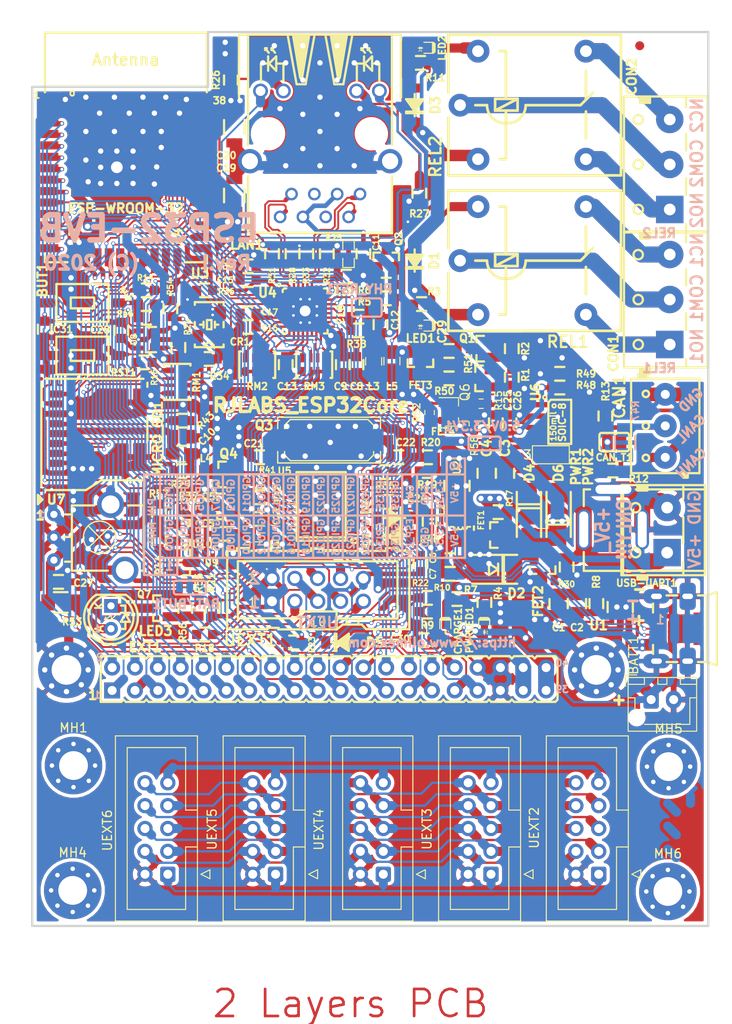
<source format=kicad_pcb>
(kicad_pcb (version 20171130) (host pcbnew "(5.1.7)-1")
  (title_block (title ESP32-EVB) (date 2020-03-18) (rev I) (company "OLIMEX Ltd.") (comment 1 https://www.olimex.com))
  (layers (0 F.Cu mixed) (31 B.Cu mixed) (34 B.Paste user hide) (35 F.Paste user) (36 B.SilkS user hide) (37 F.SilkS user) (38 B.Mask user hide) (39 F.Mask user) (44 Edge.Cuts user))
  (net 0 "")
  (net 1 +5V)
  (net 2 GND)
  (net 3 "Net-(BUT1-Pad2)")
  (net 4 /GPI34/BUT1)
  (net 5 "Net-(C3-Pad1)")
  (net 6 "Net-(C5-Pad2)")
  (net 7 +3V3)
  (net 8 "Net-(C10-Pad1)")
  (net 9 "Net-(C11-Pad1)")
  (net 10 "Net-(C18-Pad2)")
  (net 11 "Net-(CON1-Pad3)")
  (net 12 "Net-(CON1-Pad1)")
  (net 13 "Net-(CON1-Pad2)")
  (net 14 "Net-(CON2-Pad2)")
  (net 15 "Net-(CON2-Pad1)")
  (net 16 "Net-(CON2-Pad3)")
  (net 17 "Net-(CR1-Pad3)")
  (net 18 "Net-(D1-Pad2)")
  (net 19 "Net-(D3-Pad2)")
  (net 20 /GPIO3/U0RXD)
  (net 21 "Net-(D5-Pad1)")
  (net 22 /ESP_EN)
  (net 23 "/GPIO25/EMAC_RXD0(RMII)")
  (net 24 "/GPIO19/EMAC_TXD0(RMII)")
  (net 25 "/GPIO26/EMAC_RXD1(RMII)")
  (net 26 /GPIO33/REL2)
  (net 27 /GPIO32/REL1)
  (net 28 /GPIO9/SD_DATA2)
  (net 29 /GPIO8/SD_DATA1)
  (net 30 /GPIO6/SD_CLK)
  (net 31 /GPIO7/SD_DATA0)
  (net 32 /GPIO1/U0TXD)
  (net 33 /GPIO10/SD_DATA3)
  (net 34 /GPIO11/SD_CMD)
  (net 35 "Net-(L2-Pad1)")
  (net 36 "Net-(LED1-Pad2)")
  (net 37 "Net-(LED2-Pad2)")
  (net 38 "Net-(Q1-Pad1)")
  (net 39 "Net-(Q2-Pad1)")
  (net 40 "Net-(R19-Pad1)")
  (net 41 "Net-(R39-Pad1)")
  (net 42 /PHYAD0)
  (net 43 /PHYAD1)
  (net 44 /PHYAD2)
  (net 45 /RMIISEL)
  (net 46 /VDD1A-2A)
  (net 47 /VDDCR)
  (net 48 "/GPIO22/EMAC_TXD1(RMII)")
  (net 49 "/GPIO21/EMAC_TX_EN(RMII)")
  (net 50 "Net-(MICRO_SD1-Pad5)")
  (net 51 "Net-(LAN1-Pad1)")
  (net 52 "Net-(LAN1-Pad2)")
  (net 53 "Net-(LAN1-Pad7)")
  (net 54 "Net-(LAN1-Pad8)")
  (net 55 "Net-(LAN1-PadAG1)")
  (net 56 "Net-(LAN1-PadAY1)")
  (net 57 "Net-(LAN1-PadKG1)")
  (net 58 "Net-(LAN1-PadKY1)")
  (net 59 "Net-(C19-Pad1)")
  (net 60 "Net-(C21-Pad1)")
  (net 61 "Net-(C22-Pad1)")
  (net 62 /CANL)
  (net 63 /CANH)
  (net 64 "Net-(CAN_T1-Pad1)")
  (net 65 /GPI36/U1RXD)
  (net 66 /+5V_EXT)
  (net 67 /GPI39/IR_RECEIVE)
  (net 68 "/GPIO23/MDC(RMII)")
  (net 69 /GPIO27/EMAC_RX_CRS_DV)
  (net 70 /GPI35/CAN-RX)
  (net 71 /GPIO5/CAN-TX)
  (net 72 /GPIO4/U1TXD)
  (net 73 /GPIO0/XTAL1/CLKIN)
  (net 74 /GPIO2/HS2_DATA0)
  (net 75 /GPIO12/IR_Transmit)
  (net 76 /GPIO13/I2C-SDA)
  (net 77 /GPIO14/HS2_CLK)
  (net 78 /GPIO15/HS2_CMD)
  (net 79 /GPIO16/I2C-SCL)
  (net 80 /GPIO17/SPI_CS)
  (net 81 "/GPIO18/MDIO(RMII)")
  (net 82 /+5V_USB)
  (net 83 "Net-(LED3-Pad1)")
  (net 84 "Net-(LED3-Pad2)")
  (net 85 "Net-(MICRO_SD1-Pad1)")
  (net 86 "Net-(MICRO_SD1-Pad2)")
  (net 87 "Net-(MICRO_SD1-Pad8)")
  (net 88 "Net-(Q4-Pad2)")
  (net 89 "Net-(Q4-Pad1)")
  (net 90 "Net-(Q5-Pad2)")
  (net 91 "Net-(Q5-Pad1)")
  (net 92 "Net-(Q7-Pad1)")
  (net 93 "Net-(U3-Pad32)")
  (net 94 "Net-(U4-Pad4)")
  (net 95 "Net-(U4-Pad14)")
  (net 96 "Net-(U4-Pad18)")
  (net 97 "Net-(U4-Pad20)")
  (net 98 "Net-(U4-Pad26)")
  (net 99 "Net-(U5-Pad6)")
  (net 100 "Net-(U5-Pad7)")
  (net 101 "Net-(U5-Pad11)")
  (net 102 "Net-(U5-Pad12)")
  (net 103 "Net-(U5-Pad13)")
  (net 104 "Net-(U5-Pad14)")
  (net 105 "Net-(U5-Pad17)")
  (net 106 "Net-(USB-UART1-Pad4)")
  (net 107 /OSC_DIS)
  (net 108 "Net-(PWRLED1-Pad1)")
  (net 109 "Net-(Q5-Pad3)")
  (net 110 "Net-(C28-Pad1)")
  (net 111 "Net-(MICRO_SD1-Pad7)")
  (net 112 "Net-(R44-Pad2)")
  (net 113 /D_Com)
  (net 114 +3.3VLAN)
  (net 115 "Net-(C29-Pad2)")
  (net 116 "Net-(FET4-Pad3)")
  (net 117 "Net-(CHARGE1-Pad1)")
  (net 118 "Net-(R7-Pad1)")
  (net 119 "Net-(R8-Pad2)")
  (net 120 /BUT1)
  (net 121 "Net-(BAT/BUT1-Pad3)")
  (net 122 "Net-(C24-Pad1)")
  (net 123 "Net-(D7-Pad1)")
  (net 124 "Net-(D8-Pad2)")
  (net 125 "Net-(U5-Pad20)")
  (net 126 mb+)
  (net 127 "Net-(Q6-Pad3)")
  (net 128 "Net-(Q6-Pad1)")
  (net 129 "Net-(JP1-Pad2)")
  (net 130 "Net-(BATT1-Pad1)")
  (net 131 "Net-(UEXT2-Pad10)")
  (net 132 "Net-(UEXT2-Pad8)")
  (net 133 "Net-(UEXT2-Pad6)")
  (net 134 "Net-(UEXT2-Pad4)")
  (net 135 "Net-(UEXT2-Pad9)")
  (net 136 "Net-(UEXT2-Pad7)")
  (net 137 "Net-(UEXT2-Pad5)")
  (net 138 "Net-(UEXT2-Pad3)")
  (net 139 "Net-(UEXT2-Pad1)")
  (module MountingHole:MountingHole_3.2mm_M3_Pad_Via (layer F.Cu) (at 140.29 162.54)
    (fp_text reference MH6 (at 0 -4.2) (layer F.SilkS))
    (fp_text value Mounting_hole_Shield_3.3mm)
    (pad 1 thru_hole circle (at 1.697056 -1.697056) (size 0.8 0.8) (drill 0.5) (layers *.Cu *.Mask))
    (pad 1 thru_hole circle (at 0 -2.4) (size 0.8 0.8) (drill 0.5) (layers *.Cu *.Mask))
    (pad 1 thru_hole circle (at -1.697056 -1.697056) (size 0.8 0.8) (drill 0.5) (layers *.Cu *.Mask))
    (pad 1 thru_hole circle (at -2.4 0) (size 0.8 0.8) (drill 0.5) (layers *.Cu *.Mask))
    (pad 1 thru_hole circle (at -1.697056 1.697056) (size 0.8 0.8) (drill 0.5) (layers *.Cu *.Mask))
    (pad 1 thru_hole circle (at 0 2.4) (size 0.8 0.8) (drill 0.5) (layers *.Cu *.Mask))
    (pad 1 thru_hole circle (at 1.697056 1.697056) (size 0.8 0.8) (drill 0.5) (layers *.Cu *.Mask))
    (pad 1 thru_hole circle (at 2.4 0) (size 0.8 0.8) (drill 0.5) (layers *.Cu *.Mask))
    (pad 1 thru_hole circle (at 0 0) (size 6.4 6.4) (drill 3.2) (layers *.Cu *.Mask))
  )
  (module MountingHole:MountingHole_3.2mm_M3_Pad_Via (layer F.Cu) (at 140.37 148.67)
    (fp_text reference MH5 (at 0 -4.2) (layer F.SilkS))
    (fp_text value Mounting_hole_Shield_3.3mm)
    (pad 1 thru_hole circle (at 1.697056 -1.697056) (size 0.8 0.8) (drill 0.5) (layers *.Cu *.Mask))
    (pad 1 thru_hole circle (at 0 -2.4) (size 0.8 0.8) (drill 0.5) (layers *.Cu *.Mask))
    (pad 1 thru_hole circle (at -1.697056 -1.697056) (size 0.8 0.8) (drill 0.5) (layers *.Cu *.Mask))
    (pad 1 thru_hole circle (at -2.4 0) (size 0.8 0.8) (drill 0.5) (layers *.Cu *.Mask))
    (pad 1 thru_hole circle (at -1.697056 1.697056) (size 0.8 0.8) (drill 0.5) (layers *.Cu *.Mask))
    (pad 1 thru_hole circle (at 0 2.4) (size 0.8 0.8) (drill 0.5) (layers *.Cu *.Mask))
    (pad 1 thru_hole circle (at 1.697056 1.697056) (size 0.8 0.8) (drill 0.5) (layers *.Cu *.Mask))
    (pad 1 thru_hole circle (at 2.4 0) (size 0.8 0.8) (drill 0.5) (layers *.Cu *.Mask))
    (pad 1 thru_hole circle (at 0 0) (size 6.4 6.4) (drill 3.2) (layers *.Cu *.Mask))
  )
  (module MountingHole:MountingHole_3.2mm_M3_Pad_Via (layer F.Cu) (at 74.1 162.42)
    (fp_text reference MH4 (at 0 -4.2) (layer F.SilkS))
    (fp_text value Mounting_hole_Shield_3.3mm)
    (pad 1 thru_hole circle (at 1.697056 -1.697056) (size 0.8 0.8) (drill 0.5) (layers *.Cu *.Mask))
    (pad 1 thru_hole circle (at 0 -2.4) (size 0.8 0.8) (drill 0.5) (layers *.Cu *.Mask))
    (pad 1 thru_hole circle (at -1.697056 -1.697056) (size 0.8 0.8) (drill 0.5) (layers *.Cu *.Mask))
    (pad 1 thru_hole circle (at -2.4 0) (size 0.8 0.8) (drill 0.5) (layers *.Cu *.Mask))
    (pad 1 thru_hole circle (at -1.697056 1.697056) (size 0.8 0.8) (drill 0.5) (layers *.Cu *.Mask))
    (pad 1 thru_hole circle (at 0 2.4) (size 0.8 0.8) (drill 0.5) (layers *.Cu *.Mask))
    (pad 1 thru_hole circle (at 1.697056 1.697056) (size 0.8 0.8) (drill 0.5) (layers *.Cu *.Mask))
    (pad 1 thru_hole circle (at 2.4 0) (size 0.8 0.8) (drill 0.5) (layers *.Cu *.Mask))
    (pad 1 thru_hole circle (at 0 0) (size 6.4 6.4) (drill 3.2) (layers *.Cu *.Mask))
  )
  (module MountingHole:MountingHole_3.2mm_M3_Pad_Via (layer F.Cu) (at 74.19 148.55)
    (fp_text reference MH1 (at 0 -4.2) (layer F.SilkS))
    (fp_text value Mounting_hole_Shield_3.3mm)
    (pad 1 thru_hole circle (at 1.697056 -1.697056) (size 0.8 0.8) (drill 0.5) (layers *.Cu *.Mask))
    (pad 1 thru_hole circle (at 0 -2.4) (size 0.8 0.8) (drill 0.5) (layers *.Cu *.Mask))
    (pad 1 thru_hole circle (at -1.697056 -1.697056) (size 0.8 0.8) (drill 0.5) (layers *.Cu *.Mask))
    (pad 1 thru_hole circle (at -2.4 0) (size 0.8 0.8) (drill 0.5) (layers *.Cu *.Mask))
    (pad 1 thru_hole circle (at -1.697056 1.697056) (size 0.8 0.8) (drill 0.5) (layers *.Cu *.Mask))
    (pad 1 thru_hole circle (at 0 2.4) (size 0.8 0.8) (drill 0.5) (layers *.Cu *.Mask))
    (pad 1 thru_hole circle (at 1.697056 1.697056) (size 0.8 0.8) (drill 0.5) (layers *.Cu *.Mask))
    (pad 1 thru_hole circle (at 2.4 0) (size 0.8 0.8) (drill 0.5) (layers *.Cu *.Mask))
    (pad 1 thru_hole circle (at 0 0) (size 6.4 6.4) (drill 3.2) (layers *.Cu *.Mask))
  )
  (module Connector_IDC:IDC-Header_2x05_P2.54mm_Vertical (layer F.Cu) (at 84.68 160.625 180)
    (fp_text reference UEXT6 (at 6.73 4.875 90) (layer F.SilkS))
    (fp_text value BH10S)
    (pad 10 thru_hole circle (at 2.54 10.16 180) (size 1.7 1.7) (drill 1) (layers *.Cu *.Mask) (net 131 "Net-(UEXT2-Pad10)"))
    (pad 8 thru_hole circle (at 2.54 7.62 180) (size 1.7 1.7) (drill 1) (layers *.Cu *.Mask) (net 132 "Net-(UEXT2-Pad8)"))
    (pad 6 thru_hole circle (at 2.54 5.08 180) (size 1.7 1.7) (drill 1) (layers *.Cu *.Mask) (net 133 "Net-(UEXT2-Pad6)"))
    (pad 4 thru_hole circle (at 2.54 2.54 180) (size 1.7 1.7) (drill 1) (layers *.Cu *.Mask) (net 134 "Net-(UEXT2-Pad4)"))
    (pad 2 thru_hole circle (at 2.54 0 180) (size 1.7 1.7) (drill 1) (layers *.Cu *.Mask) (net 2 GND))
    (pad 9 thru_hole circle (at 0 10.16 180) (size 1.7 1.7) (drill 1) (layers *.Cu *.Mask) (net 135 "Net-(UEXT2-Pad9)"))
    (pad 7 thru_hole circle (at 0 7.62 180) (size 1.7 1.7) (drill 1) (layers *.Cu *.Mask) (net 136 "Net-(UEXT2-Pad7)"))
    (pad 5 thru_hole circle (at 0 5.08 180) (size 1.7 1.7) (drill 1) (layers *.Cu *.Mask) (net 137 "Net-(UEXT2-Pad5)"))
    (pad 3 thru_hole circle (at 0 2.54 180) (size 1.7 1.7) (drill 1) (layers *.Cu *.Mask) (net 138 "Net-(UEXT2-Pad3)"))
    (pad 1 thru_hole roundrect (at 0 0 180) (size 1.7 1.7) (drill 1) (layers *.Cu *.Mask) (roundrect_rratio 0.147059) (net 139 "Net-(UEXT2-Pad1)"))
  )
  (module Connector_IDC:IDC-Header_2x05_P2.54mm_Vertical (layer F.Cu) (at 96.66 160.625 180)
    (fp_text reference UEXT5 (at 7.06 5 90) (layer F.SilkS))
    (fp_text value BH10S)
    (pad 10 thru_hole circle (at 2.54 10.16 180) (size 1.7 1.7) (drill 1) (layers *.Cu *.Mask) (net 131 "Net-(UEXT2-Pad10)"))
    (pad 8 thru_hole circle (at 2.54 7.62 180) (size 1.7 1.7) (drill 1) (layers *.Cu *.Mask) (net 132 "Net-(UEXT2-Pad8)"))
    (pad 6 thru_hole circle (at 2.54 5.08 180) (size 1.7 1.7) (drill 1) (layers *.Cu *.Mask) (net 133 "Net-(UEXT2-Pad6)"))
    (pad 4 thru_hole circle (at 2.54 2.54 180) (size 1.7 1.7) (drill 1) (layers *.Cu *.Mask) (net 134 "Net-(UEXT2-Pad4)"))
    (pad 2 thru_hole circle (at 2.54 0 180) (size 1.7 1.7) (drill 1) (layers *.Cu *.Mask) (net 2 GND))
    (pad 9 thru_hole circle (at 0 10.16 180) (size 1.7 1.7) (drill 1) (layers *.Cu *.Mask) (net 135 "Net-(UEXT2-Pad9)"))
    (pad 7 thru_hole circle (at 0 7.62 180) (size 1.7 1.7) (drill 1) (layers *.Cu *.Mask) (net 136 "Net-(UEXT2-Pad7)"))
    (pad 5 thru_hole circle (at 0 5.08 180) (size 1.7 1.7) (drill 1) (layers *.Cu *.Mask) (net 137 "Net-(UEXT2-Pad5)"))
    (pad 3 thru_hole circle (at 0 2.54 180) (size 1.7 1.7) (drill 1) (layers *.Cu *.Mask) (net 138 "Net-(UEXT2-Pad3)"))
    (pad 1 thru_hole roundrect (at 0 0 180) (size 1.7 1.7) (drill 1) (layers *.Cu *.Mask) (roundrect_rratio 0.147059) (net 139 "Net-(UEXT2-Pad1)"))
  )
  (module Connector_IDC:IDC-Header_2x05_P2.54mm_Vertical (layer F.Cu) (at 108.64 160.625 180)
    (fp_text reference UEXT4 (at 7.165 4.95 90) (layer F.SilkS))
    (fp_text value BH10S)
    (pad 10 thru_hole circle (at 2.54 10.16 180) (size 1.7 1.7) (drill 1) (layers *.Cu *.Mask) (net 131 "Net-(UEXT2-Pad10)"))
    (pad 8 thru_hole circle (at 2.54 7.62 180) (size 1.7 1.7) (drill 1) (layers *.Cu *.Mask) (net 132 "Net-(UEXT2-Pad8)"))
    (pad 6 thru_hole circle (at 2.54 5.08 180) (size 1.7 1.7) (drill 1) (layers *.Cu *.Mask) (net 133 "Net-(UEXT2-Pad6)"))
    (pad 4 thru_hole circle (at 2.54 2.54 180) (size 1.7 1.7) (drill 1) (layers *.Cu *.Mask) (net 134 "Net-(UEXT2-Pad4)"))
    (pad 2 thru_hole circle (at 2.54 0 180) (size 1.7 1.7) (drill 1) (layers *.Cu *.Mask) (net 2 GND))
    (pad 9 thru_hole circle (at 0 10.16 180) (size 1.7 1.7) (drill 1) (layers *.Cu *.Mask) (net 135 "Net-(UEXT2-Pad9)"))
    (pad 7 thru_hole circle (at 0 7.62 180) (size 1.7 1.7) (drill 1) (layers *.Cu *.Mask) (net 136 "Net-(UEXT2-Pad7)"))
    (pad 5 thru_hole circle (at 0 5.08 180) (size 1.7 1.7) (drill 1) (layers *.Cu *.Mask) (net 137 "Net-(UEXT2-Pad5)"))
    (pad 3 thru_hole circle (at 0 2.54 180) (size 1.7 1.7) (drill 1) (layers *.Cu *.Mask) (net 138 "Net-(UEXT2-Pad3)"))
    (pad 1 thru_hole roundrect (at 0 0 180) (size 1.7 1.7) (drill 1) (layers *.Cu *.Mask) (roundrect_rratio 0.147059) (net 139 "Net-(UEXT2-Pad1)"))
  )
  (module Connector_IDC:IDC-Header_2x05_P2.54mm_Vertical (layer F.Cu) (at 120.62 160.625 180)
    (fp_text reference UEXT3 (at 7.12 5.025 90) (layer F.SilkS))
    (fp_text value BH10S)
    (pad 10 thru_hole circle (at 2.54 10.16 180) (size 1.7 1.7) (drill 1) (layers *.Cu *.Mask) (net 131 "Net-(UEXT2-Pad10)"))
    (pad 8 thru_hole circle (at 2.54 7.62 180) (size 1.7 1.7) (drill 1) (layers *.Cu *.Mask) (net 132 "Net-(UEXT2-Pad8)"))
    (pad 6 thru_hole circle (at 2.54 5.08 180) (size 1.7 1.7) (drill 1) (layers *.Cu *.Mask) (net 133 "Net-(UEXT2-Pad6)"))
    (pad 4 thru_hole circle (at 2.54 2.54 180) (size 1.7 1.7) (drill 1) (layers *.Cu *.Mask) (net 134 "Net-(UEXT2-Pad4)"))
    (pad 2 thru_hole circle (at 2.54 0 180) (size 1.7 1.7) (drill 1) (layers *.Cu *.Mask) (net 2 GND))
    (pad 9 thru_hole circle (at 0 10.16 180) (size 1.7 1.7) (drill 1) (layers *.Cu *.Mask) (net 135 "Net-(UEXT2-Pad9)"))
    (pad 7 thru_hole circle (at 0 7.62 180) (size 1.7 1.7) (drill 1) (layers *.Cu *.Mask) (net 136 "Net-(UEXT2-Pad7)"))
    (pad 5 thru_hole circle (at 0 5.08 180) (size 1.7 1.7) (drill 1) (layers *.Cu *.Mask) (net 137 "Net-(UEXT2-Pad5)"))
    (pad 3 thru_hole circle (at 0 2.54 180) (size 1.7 1.7) (drill 1) (layers *.Cu *.Mask) (net 138 "Net-(UEXT2-Pad3)"))
    (pad 1 thru_hole roundrect (at 0 0 180) (size 1.7 1.7) (drill 1) (layers *.Cu *.Mask) (roundrect_rratio 0.147059) (net 139 "Net-(UEXT2-Pad1)"))
  )
  (module Connector_IDC:IDC-Header_2x05_P2.54mm_Vertical (layer F.Cu) (at 132.6 160.625 180)
    (fp_text reference UEXT2 (at 7.175 5.15 90) (layer F.SilkS))
    (fp_text value BH10S)
    (pad 10 thru_hole circle (at 2.54 10.16 180) (size 1.7 1.7) (drill 1) (layers *.Cu *.Mask) (net 131 "Net-(UEXT2-Pad10)"))
    (pad 8 thru_hole circle (at 2.54 7.62 180) (size 1.7 1.7) (drill 1) (layers *.Cu *.Mask) (net 132 "Net-(UEXT2-Pad8)"))
    (pad 6 thru_hole circle (at 2.54 5.08 180) (size 1.7 1.7) (drill 1) (layers *.Cu *.Mask) (net 133 "Net-(UEXT2-Pad6)"))
    (pad 4 thru_hole circle (at 2.54 2.54 180) (size 1.7 1.7) (drill 1) (layers *.Cu *.Mask) (net 134 "Net-(UEXT2-Pad4)"))
    (pad 2 thru_hole circle (at 2.54 0 180) (size 1.7 1.7) (drill 1) (layers *.Cu *.Mask) (net 2 GND))
    (pad 9 thru_hole circle (at 0 10.16 180) (size 1.7 1.7) (drill 1) (layers *.Cu *.Mask) (net 135 "Net-(UEXT2-Pad9)"))
    (pad 7 thru_hole circle (at 0 7.62 180) (size 1.7 1.7) (drill 1) (layers *.Cu *.Mask) (net 136 "Net-(UEXT2-Pad7)"))
    (pad 5 thru_hole circle (at 0 5.08 180) (size 1.7 1.7) (drill 1) (layers *.Cu *.Mask) (net 137 "Net-(UEXT2-Pad5)"))
    (pad 3 thru_hole circle (at 0 2.54 180) (size 1.7 1.7) (drill 1) (layers *.Cu *.Mask) (net 138 "Net-(UEXT2-Pad3)"))
    (pad 1 thru_hole roundrect (at 0 0 180) (size 1.7 1.7) (drill 1) (layers *.Cu *.Mask) (roundrect_rratio 0.147059) (net 139 "Net-(UEXT2-Pad1)"))
  )
  (module Connector_JST:JST_XH_B2B-XH-AM_1x02_P2.50mm_Vertical (layer F.Cu) (at 138.43 141.224)
    (fp_text reference BATT1 (at -1.96 -4.924 90) (layer F.SilkS))
    (fp_text value Conn_01x02)
    (pad "" np_thru_hole circle (at -1.6 2) (size 1.2 1.2) (drill 1.2) (layers *.Cu *.Mask))
    (pad 2 thru_hole oval (at 2.5 0) (size 1.7 2) (drill 1) (layers *.Cu *.Mask) (net 2 GND))
    (pad 1 thru_hole roundrect (at 0 0) (size 1.7 2) (drill 1) (layers *.Cu *.Mask) (roundrect_rratio 0.147059) (net 130 "Net-(BATT1-Pad1)"))
  )
  (module OLIMEX_Connectors-FP:USB-MICRO_MISB-SWMM-5B_LF (layer F.Cu) (at 142.24 133.35)
    (fp_text reference USB-UART1 (at -4.318 -5.08) (layer F.SilkS) (effects (font (size 0.762 0.762) (thickness 0.1905))))
    (fp_text value "MISB-SWMM-5B-LF(USB_MICRO)")
    (pad 0 thru_hole roundrect (at 0.25 -3.6 90) (size 3 1.8) (drill oval 0.6 1.2) (layers *.Cu *.Mask) (net 2 GND))
    (pad 0 thru_hole oval (at -3.22 -3.6 90) (size 1.6 3) (drill oval 0.6 1.2) (layers *.Cu *.Mask) (net 2 GND))
    (pad 0 thru_hole oval (at -3.22 3.6 90) (size 1.6 3) (drill oval 0.6 1.2) (layers *.Cu *.Mask) (net 2 GND))
    (pad 0 thru_hole roundrect (at 0.25 3.6 90) (size 3 1.8) (drill oval 0.6 1.2) (layers *.Cu *.Mask) (net 2 GND))
    (pad 0 smd rect (at 1.4 -1.25 90) (size 1.1 1) (layers F.Cu F.Paste F.Mask) (net 2 GND))
    (pad 0 smd rect (at 1.4 1.25 90) (size 1.1 1) (layers F.Cu F.Paste F.Mask) (net 2 GND))
    (pad 5 smd rect (at -3.15 -1.3875 90) (size 0.5 1.65) (layers F.Cu F.Paste F.Mask) (net 2 GND))
    (pad 4 smd rect (at -3.15 -0.65 90) (size 0.325 1.65) (layers F.Cu F.Paste F.Mask) (net 106 "Net-(USB-UART1-Pad4)"))
    (pad 3 smd rect (at -3.15 0 90) (size 0.325 1.65) (layers F.Cu F.Paste F.Mask) (net 99 "Net-(U5-Pad6)"))
    (pad 2 smd rect (at -3.15 0.65 90) (size 0.325 1.65) (layers F.Cu F.Paste F.Mask) (net 100 "Net-(U5-Pad7)"))
    (pad 1 smd rect (at -3.15 1.3875 90) (size 0.5 1.65) (layers F.Cu F.Paste F.Mask) (net 82 /+5V_USB))
  )
  (module Jumper:SolderJumper-3_P1.3mm_Bridged2Bar12_Pad1.0x1.5mm_NumberLabels (layer F.Cu) (at 127.275 114.025 180)
    (fp_text reference JP1 hide)
    (fp_text value SolderJumper_3_Bridged12)
    (fp_poly (pts (xy -0.9 -0.6) (xy -0.4 -0.6) (xy -0.4 -0.2) (xy -0.9 -0.2)) (layer F.Cu) (width 0))
    (fp_poly (pts (xy -0.9 0.2) (xy -0.4 0.2) (xy -0.4 0.6) (xy -0.9 0.6)) (layer F.Cu) (width 0))
    (fp_text user 3 (at 2.6 0) (layer F.SilkS))
    (pad 2 smd rect (at 0 0 180) (size 1 1.5) (layers F.Cu F.Mask) (net 129 "Net-(JP1-Pad2)"))
    (pad 3 smd rect (at 1.3 0 180) (size 1 1.5) (layers F.Cu F.Mask) (net 7 +3V3))
    (pad 1 smd rect (at -1.3 0 180) (size 1 1.5) (layers F.Cu F.Mask) (net 2 GND))
  )
  (module Resistor_SMD:R_0603_1608Metric (layer F.Cu) (at 118.71 110.58 90)
    (fp_text reference R58 (at -2.47 0.065 90) (layer F.SilkS) (effects (font (size 0.762 0.762))))
    (fp_text value R)
    (pad 2 smd roundrect (at 0.825 0 90) (size 0.8 0.95) (layers F.Cu F.Paste F.Mask) (net 127 "Net-(Q6-Pad3)"))
    (pad 1 smd roundrect (at -0.825 0 90) (size 0.8 0.95) (layers F.Cu F.Paste F.Mask) (net 126 mb+))
  )
  (module Resistor_SMD:R_0603_1608Metric (layer F.Cu) (at 113.79 109.33 90)
    (fp_text reference R52 (at 0 -1.43 90) (layer F.SilkS) (effects (font (size 0.762 0.762))))
    (fp_text value R)
    (pad 2 smd roundrect (at 0.825 0 90) (size 0.8 0.95) (layers F.Cu F.Paste F.Mask) (net 128 "Net-(Q6-Pad1)"))
    (pad 1 smd roundrect (at -0.825 0 90) (size 0.8 0.95) (layers F.Cu F.Paste F.Mask) (net 2 GND))
  )
  (module Resistor_SMD:R_0603_1608Metric (layer F.Cu) (at 119.52 108.35 180)
    (fp_text reference R15 (at -1.93 0.35 90) (layer F.SilkS) (effects (font (size 0.762 0.762))))
    (fp_text value R)
    (pad 1 smd roundrect (at -0.825 0 180) (size 0.8 0.95) (layers F.Cu F.Paste F.Mask) (net 71 /GPIO5/CAN-TX))
    (pad 2 smd roundrect (at 0.825 0 180) (size 0.8 0.95) (layers F.Cu F.Paste F.Mask) (net 128 "Net-(Q6-Pad1)"))
  )
  (module Package_TO_SOT_SMD:SOT-23 (layer F.Cu) (at 116.25 109.26)
    (fp_text reference Q6 (at 1.475 -2.185 90) (layer F.SilkS))
    (fp_text value BC817)
    (pad 3 smd rect (at 1 0) (size 0.9 0.8) (layers F.Cu F.Paste F.Mask) (net 127 "Net-(Q6-Pad3)"))
    (pad 2 smd rect (at -1 0.95) (size 0.9 0.8) (layers F.Cu F.Paste F.Mask) (net 2 GND))
    (pad 1 smd rect (at -1 -0.95) (size 0.9 0.8) (layers F.Cu F.Paste F.Mask) (net 128 "Net-(Q6-Pad1)"))
  )
  (module OLIMEX_IC-FP:SOIC-8_150mil (layer F.Cu) (at 128.27 110.363 270)
    (fp_text reference U6 (at -3.302 2.667 270) (layer F.SilkS) (effects (font (size 1.016 1.016) (thickness 0.254))))
    (fp_text value "MCP2562-E/SN(SOIC-8_150mil)")
    (fp_text user 150mil (at 0.508 0.7112 270) (layer F.SilkS) (effects (font (size 0.635 0.635) (thickness 0.15875))))
    (fp_text user SOIC-8 (at 0.05588 -0.27178 270) (layer F.SilkS) (effects (font (size 0.762 0.762) (thickness 0.1905))))
    (pad 1 smd rect (at -1.905 2.5 270) (size 0.6 2.2) (layers F.Cu F.Paste F.Mask) (net 71 /GPIO5/CAN-TX) (clearance 0.0508))
    (pad 2 smd rect (at -0.635 2.5 270) (size 0.6 2.2) (layers F.Cu F.Paste F.Mask) (net 127 "Net-(Q6-Pad3)") (clearance 0.0508))
    (pad 3 smd rect (at 0.635 2.5 270) (size 0.6 2.2) (layers F.Cu F.Paste F.Mask) (net 127 "Net-(Q6-Pad3)") (clearance 0.0508))
    (pad 4 smd rect (at 1.905 2.5 270) (size 0.6 2.2) (layers F.Cu F.Paste F.Mask) (net 70 /GPI35/CAN-RX) (clearance 0.0508))
    (pad 5 smd rect (at 1.905 -2.5 270) (size 0.6 2.2) (layers F.Cu F.Paste F.Mask) (net 129 "Net-(JP1-Pad2)") (clearance 0.0508))
    (pad 6 smd rect (at 0.635 -2.5 270) (size 0.6 2.2) (layers F.Cu F.Paste F.Mask) (net 62 /CANL) (clearance 0.0508))
    (pad 7 smd rect (at -0.635 -2.5 270) (size 0.6 2.2) (layers F.Cu F.Paste F.Mask) (net 63 /CANH) (clearance 0.0508))
    (pad 8 smd rect (at -1.905 -2.5 270) (size 0.6 2.2) (layers F.Cu F.Paste F.Mask) (net 126 mb+) (clearance 0.0508))
  )
  (module OLIMEX_RLC-FP:R_0603_5MIL_DWS (layer F.Cu) (at 133.34 109.721 270)
    (fp_text reference R13 (at -2.746 -0.035 90) (layer F.SilkS) (effects (font (size 0.762 0.762) (thickness 0.1905))))
    (fp_text value 10k/R0603)
    (pad 2 smd rect (at 0.889 0 270) (size 1.016 1.016) (layers F.Cu F.Paste F.Mask) (net 62 /CANL))
    (pad 1 smd rect (at -0.889 0 270) (size 1.016 1.016) (layers F.Cu F.Paste F.Mask) (net 126 mb+))
  )
  (module OLIMEX_RLC-FP:R_0603_5MIL_DWS (layer F.Cu) (at 134.175 115.775 180)
    (fp_text reference R12 (at -2.875 -0.925 180) (layer F.SilkS) (effects (font (size 0.762 0.762) (thickness 0.1905))))
    (fp_text value 10k/R0603)
    (pad 2 smd rect (at 0.889 0 180) (size 1.016 1.016) (layers F.Cu F.Paste F.Mask) (net 2 GND))
    (pad 1 smd rect (at -0.889 0 180) (size 1.016 1.016) (layers F.Cu F.Paste F.Mask) (net 63 /CANH))
  )
  (module OLIMEX_RLC-FP:0R_0603 (layer F.Cu) (at 104.775 91.694 90)
    (fp_text reference R25 (at 1.778 -1.651) (layer F.SilkS) (effects (font (size 0.635 0.635) (thickness 0.15875))))
    (fp_text value "0R(board_mounted)")
    (fp_line (start -0.5 0) (end 0.5 0) (layer F.Cu) (width 0.508))
    (pad 1 smd rect (at -0.889 0 90) (size 1.016 1.016) (layers F.Cu F.Paste F.Mask) (net 46 /VDD1A-2A) (clearance 0.0508))
    (pad 2 smd rect (at 0.889 0 90) (size 1.016 1.016) (layers F.Cu F.Paste F.Mask) (net 9 "Net-(C11-Pad1)") (clearance 0.0508))
  )
  (module OLIMEX_Connectors-FP:TFC-WXCP11-08-LF (layer F.Cu) (at 76.327 111.125 180)
    (fp_text reference MICRO_SD1 (at -7.239 -1.143 270) (layer F.SilkS) (effects (font (size 1.016 1.016) (thickness 0.254))))
    (fp_text value TFC-WXCP11-08-LF)
    (pad 1 smd rect (at 4 -3.85 270) (size 0.8 1.5) (layers F.Cu F.Paste F.Mask) (net 85 "Net-(MICRO_SD1-Pad1)"))
    (pad 2 smd rect (at 4 -2.75 270) (size 0.8 1.5) (layers F.Cu F.Paste F.Mask) (net 86 "Net-(MICRO_SD1-Pad2)"))
    (pad 3 smd rect (at 4 -1.65 270) (size 0.8 1.5) (layers F.Cu F.Paste F.Mask) (net 78 /GPIO15/HS2_CMD))
    (pad 4 smd rect (at 4 -0.55 270) (size 0.8 1.5) (layers F.Cu F.Paste F.Mask) (net 8 "Net-(C10-Pad1)"))
    (pad 5 smd rect (at 4 0.55 270) (size 0.8 1.5) (layers F.Cu F.Paste F.Mask) (net 50 "Net-(MICRO_SD1-Pad5)"))
    (pad 6 smd rect (at 4 1.65 270) (size 0.8 1.5) (layers F.Cu F.Paste F.Mask) (net 2 GND))
    (pad 7 smd rect (at 4 2.75 270) (size 0.8 1.5) (layers F.Cu F.Paste F.Mask) (net 111 "Net-(MICRO_SD1-Pad7)"))
    (pad 8 smd rect (at 4 3.85 270) (size 0.8 1.5) (layers F.Cu F.Paste F.Mask) (net 87 "Net-(MICRO_SD1-Pad8)"))
    (pad FID1 smd circle (at 5.72 -6.82 270) (size 0.4 0.4) (layers F.Cu F.Mask))
    (pad FID2 smd circle (at -6.08 -5.73 270) (size 0.4 0.4) (layers F.Cu F.Mask))
    (pad FID3 smd circle (at -6.08 5.54 270) (size 0.4 0.4) (layers F.Cu F.Mask))
    (pad FID4 smd circle (at 5.72 5.54 270) (size 0.4 0.4) (layers F.Cu F.Mask))
    (pad SH1 smd rect (at -5.25 2.91 270) (size 3.1 1.5) (layers F.Cu F.Paste F.Mask) (net 2 GND))
    (pad SH2 smd rect (at -5.25 -3.15 270) (size 3.1 1.5) (layers F.Cu F.Paste F.Mask) (net 2 GND))
  )
  (module OLIMEX_Connectors-FP:RJLBC-060TC1 (layer F.Cu) (at 101.6 78.359 180)
    (fp_text reference LAN1 (at 8.128 -12.319 180) (layer F.SilkS) (effects (font (size 1.016 1.016) (thickness 0.254))))
    (fp_text value "RJLD-060TC1(LPJ4013EDNL)")
    (pad 1 thru_hole circle (at -4.455 -6.7 180) (size 1.41 1.41) (drill 0.9) (layers *.Cu *.Mask) (net 51 "Net-(LAN1-Pad1)"))
    (pad 2 thru_hole circle (at -3.185 -9.24 180) (size 1.41 1.41) (drill 0.9) (layers *.Cu *.Mask) (net 52 "Net-(LAN1-Pad2)"))
    (pad 3 thru_hole circle (at -1.915 -6.7 180) (size 1.41 1.41) (drill 0.9) (layers *.Cu *.Mask) (net 9 "Net-(C11-Pad1)"))
    (pad 4 thru_hole circle (at -0.645 -9.24 180) (size 1.41 1.41) (drill 0.9) (layers *.Cu *.Mask))
    (pad 5 thru_hole circle (at 0.625 -6.7 180) (size 1.41 1.41) (drill 0.9) (layers *.Cu *.Mask))
    (pad 6 thru_hole circle (at 1.895 -9.24 180) (size 1.41 1.41) (drill 0.9) (layers *.Cu *.Mask) (net 9 "Net-(C11-Pad1)"))
    (pad 7 thru_hole circle (at 3.165 -6.7 180) (size 1.41 1.41) (drill 0.9) (layers *.Cu *.Mask) (net 53 "Net-(LAN1-Pad7)"))
    (pad 8 thru_hole circle (at 4.435 -9.24 180) (size 1.41 1.41) (drill 0.9) (layers *.Cu *.Mask) (net 54 "Net-(LAN1-Pad8)"))
    (pad AG1 thru_hole circle (at 4.07 4.7485 180) (size 1.65 1.65) (drill 1.1) (layers *.Cu *.Mask) (net 55 "Net-(LAN1-PadAG1)"))
    (pad AY1 thru_hole circle (at -6.61 4.7485 180) (size 1.65 1.65) (drill 1.1) (layers *.Cu *.Mask) (net 56 "Net-(LAN1-PadAY1)"))
    (pad GND1 thru_hole circle (at -7.8 -3.05 180) (size 2.7 2.7) (drill 1.8) (layers *.Cu *.Mask) (net 59 "Net-(C19-Pad1)"))
    (pad GND2 thru_hole circle (at 7.8 -3.05 180) (size 2.7 2.7) (drill 1.8) (layers *.Cu *.Mask) (net 59 "Net-(C19-Pad1)"))
    (pad KG1 thru_hole circle (at 6.61 4.7485 180) (size 1.65 1.65) (drill 1.1) (layers *.Cu *.Mask) (net 57 "Net-(LAN1-PadKG1)"))
    (pad KY1 thru_hole circle (at -4.07 4.7485 180) (size 1.65 1.65) (drill 1.1) (layers *.Cu *.Mask) (net 58 "Net-(LAN1-PadKY1)"))
    (pad "" np_thru_hole circle (at -5.715 0 180) (size 3.2 3.2) (drill 3.2) (layers *.Cu *.Mask))
    (pad "" np_thru_hole circle (at 5.715 0 180) (size 3.2 3.2) (drill 3.2) (layers *.Cu *.Mask))
  )
  (module OLIMEX_Connectors-FP:TB3-3.5mm (layer F.Cu) (at 140 110.815 270)
    (fp_text reference CAN1 (at -3.246 5.126 270) (layer F.SilkS) (effects (font (size 1.27 1.27) (thickness 0.254))))
    (fp_text value TB3-3.5mm)
    (pad 3 thru_hole circle (at 3.5 0 270) (size 2.54 2.54) (drill 1) (layers *.Cu *.Mask) (net 63 /CANH))
    (pad 1 thru_hole circle (at -3.5 0 270) (size 2.54 2.54) (drill 1) (layers *.Cu *.Mask) (net 2 GND))
    (pad 2 thru_hole circle (at 0 0 270) (size 2.54 2.54) (drill 1) (layers *.Cu *.Mask) (net 62 /CANL))
  )
  (module OLIMEX_Connectors-FP:TB3-DG306-5.0_3P (layer F.Cu) (at 140.5 81.774 90)
    (fp_text reference CON2 (at 9.765 -4.229 270) (layer F.SilkS) (effects (font (size 1.016 1.016) (thickness 0.254))))
    (fp_text value "TB3 DG306-5.0-3P")
    (pad 3 thru_hole circle (at 5 0 90) (size 3.048 3.048) (drill 1.3) (layers *.Cu *.Mask) (net 16 "Net-(CON2-Pad3)"))
    (pad 1 thru_hole rect (at -5 0 90) (size 3.048 3.048) (drill 1.3) (layers *.Cu *.Mask) (net 15 "Net-(CON2-Pad1)"))
    (pad 2 thru_hole circle (at 0 0 90) (size 3.048 3.048) (drill 1.3) (layers *.Cu *.Mask) (net 14 "Net-(CON2-Pad2)"))
  )
  (module OLIMEX_Connectors-FP:TB3-DG306-5.0_3P (layer F.Cu) (at 140.5 96.774 90)
    (fp_text reference CON1 (at -5.969 -6.261 90) (layer F.SilkS) (effects (font (size 1.016 1.016) (thickness 0.254))))
    (fp_text value "TB3 DG306-5.0-3P")
    (pad 3 thru_hole circle (at 5 0 90) (size 3.048 3.048) (drill 1.3) (layers *.Cu *.Mask) (net 11 "Net-(CON1-Pad3)"))
    (pad 1 thru_hole rect (at -5 0 90) (size 3.048 3.048) (drill 1.3) (layers *.Cu *.Mask) (net 12 "Net-(CON1-Pad1)"))
    (pad 2 thru_hole circle (at 0 0 90) (size 3.048 3.048) (drill 1.3) (layers *.Cu *.Mask) (net 13 "Net-(CON1-Pad2)"))
  )
  (module OLIMEX_Connectors-FP:UEXT_ML10 (layer F.Cu) (at 101.346 129.032)
    (fp_text reference UEXT1 (at -7.493 5.588) (layer F.SilkS) (effects (font (size 1.27 1.27) (thickness 0.254))))
    (fp_text value BH10S)
    (fp_text user 10 (at 0.0381 3.55092) (layer F.SilkS))
    (fp_text user 1 (at -7.2644 1.39192) (layer F.SilkS))
    (fp_text user 2 (at -7.34822 -1.23444) (layer F.SilkS))
    (pad 10 thru_hole circle (at 5.08 -1.27) (size 1.7 1.7) (drill 1.1) (layers *.Cu *.Mask) (net 80 /GPIO17/SPI_CS))
    (pad 9 thru_hole circle (at 5.08 1.27) (size 1.7 1.7) (drill 1.1) (layers *.Cu *.Mask) (net 77 /GPIO14/HS2_CLK))
    (pad 8 thru_hole circle (at 2.54 -1.27) (size 1.7 1.7) (drill 1.1) (layers *.Cu *.Mask) (net 74 /GPIO2/HS2_DATA0))
    (pad 7 thru_hole circle (at 2.54 1.27) (size 1.7 1.7) (drill 1.1) (layers *.Cu *.Mask) (net 78 /GPIO15/HS2_CMD))
    (pad 6 thru_hole circle (at 0 -1.27) (size 1.7 1.7) (drill 1.1) (layers *.Cu *.Mask) (net 76 /GPIO13/I2C-SDA))
    (pad 5 thru_hole circle (at 0 1.27) (size 1.7 1.7) (drill 1.1) (layers *.Cu *.Mask) (net 79 /GPIO16/I2C-SCL))
    (pad 4 thru_hole circle (at -2.54 -1.27) (size 1.7 1.7) (drill 1.1) (layers *.Cu *.Mask) (net 21 "Net-(D5-Pad1)"))
    (pad 3 thru_hole circle (at -2.54 1.27) (size 1.7 1.7) (drill 1.1) (layers *.Cu *.Mask) (net 72 /GPIO4/U1TXD))
    (pad 2 thru_hole circle (at -5.08 -1.27) (size 1.7 1.7) (drill 1.1) (layers *.Cu *.Mask) (net 2 GND))
    (pad 1 thru_hole rect (at -5.08 1.27) (size 1.7 1.7) (drill 1.1) (layers *.Cu *.Mask) (net 6 "Net-(C5-Pad2)"))
  )
  (module OLIMEX_LEDs-FP:LED-5mm-PTH-AK (layer F.Cu) (at 78.359 132.08 90)
    (fp_text reference LED3 (at -1.524 4.953 180) (layer F.SilkS) (effects (font (size 1.016 1.016) (thickness 0.254))))
    (fp_text value LED/IR333-A/5mm)
    (fp_text user K (at 1.27 -1.3 90) (layer F.SilkS) (effects (font (size 0.889 0.889) (thickness 0.2032))))
    (fp_text user A (at -1.27 -1.3 90) (layer F.SilkS) (effects (font (size 0.889 0.889) (thickness 0.2032))))
    (pad 2 thru_hole rect (at 1.27 0 270) (size 1.524 1.524) (drill 0.8) (layers *.Cu *.Mask) (net 84 "Net-(LED3-Pad2)"))
    (pad 1 thru_hole circle (at -1.27 0 270) (size 1.524 1.524) (drill 0.8) (layers *.Cu *.Mask) (net 83 "Net-(LED3-Pad1)"))
  )
  (module OLIMEX_IC-FP:RPM7236-H8 (layer F.Cu) (at 77.089 123.19 270)
    (fp_text reference U7 (at -4.191 4.826 180) (layer F.SilkS) (effects (font (size 1.016 1.016) (thickness 0.254))))
    (fp_text value RPM7236-H8)
    (pad 0 thru_hole circle (at 3.65 -2.82 270) (size 3 3) (drill 2) (layers *.Cu *.Mask) (net 2 GND))
    (pad 0 thru_hole circle (at -3.65 -1.22 270) (size 3 3) (drill 2) (layers *.Cu *.Mask) (net 2 GND))
    (pad 3 thru_hole circle (at 2.54 5.08 270) (size 1.524 1.524) (drill 0.8) (layers *.Cu *.Mask) (net 7 +3V3))
    (pad 2 thru_hole circle (at 0 5.08 270) (size 1.524 1.524) (drill 0.8) (layers *.Cu *.Mask) (net 2 GND))
    (pad 1 thru_hole circle (at -2.54 5.08 270) (size 1.524 1.524) (drill 0.8) (layers *.Cu *.Mask) (net 67 /GPI39/IR_RECEIVE))
  )
  (module "OLIMEX_Buttons-FP:T1107A(6x3,8x2,5MM)" (layer F.Cu) (at 75.184 102.997 180)
    (fp_text reference RST1 (at -4.572 -1.905) (layer F.SilkS) (effects (font (size 0.762 0.762) (thickness 0.1905))))
    (fp_text value "T1107A(6x3,8x2,5MM)")
    (pad 2 smd rect (at 3.937 0 270) (size 1.016 1.524) (layers F.Cu F.Paste F.Mask) (net 2 GND) (clearance 0.0508))
    (pad 1 smd rect (at -3.937 0 270) (size 1.016 1.524) (layers F.Cu F.Paste F.Mask) (net 22 /ESP_EN) (clearance 0.0508))
  )
  (module "OLIMEX_Buttons-FP:T1107A(6x3,8x2,5MM)" (layer F.Cu) (at 75.184 97.155 180)
    (fp_text reference BUT1 (at 4.445 2.54 270) (layer F.SilkS) (effects (font (size 1.016 1.016) (thickness 0.254))))
    (fp_text value "T1107A(6x3,8x2,5MM)")
    (pad 2 smd rect (at 3.937 0 270) (size 1.016 1.524) (layers F.Cu F.Paste F.Mask) (net 3 "Net-(BUT1-Pad2)") (clearance 0.0508))
    (pad 1 smd rect (at -3.937 0 270) (size 1.016 1.524) (layers F.Cu F.Paste F.Mask) (net 120 /BUT1) (clearance 0.0508))
  )
  (module OLIMEX_Relays-FP:Relay_RAS-05-15 (layer F.Cu) (at 125.476 92.456 180)
    (fp_text reference REL1 (at -3.683 -9.017) (layer F.SilkS) (effects (font (size 1.27 1.27) (thickness 0.254))))
    (fp_text value RAS-0515)
    (pad COM0 thru_hole circle (at 8.3 0 180) (size 2.54 2.54) (drill 1.3) (layers *.Cu *.Mask) (net 13 "Net-(CON1-Pad2)") (clearance 2.54))
    (pad NO0 thru_hole circle (at -5.7 -6 180) (size 2.54 2.54) (drill 1.3) (layers *.Cu *.Mask) (net 12 "Net-(CON1-Pad1)") (clearance 2.54))
    (pad NC0 thru_hole circle (at -5.7 6 180) (size 2.54 2.54) (drill 1.3) (layers *.Cu *.Mask) (net 11 "Net-(CON1-Pad3)") (clearance 2.54))
    (pad 2 thru_hole circle (at 6.3 6 180) (size 2.54 2.54) (drill 1.3) (layers *.Cu *.Mask) (net 18 "Net-(D1-Pad2)"))
    (pad 1 thru_hole circle (at 6.3 -6 180) (size 2.54 2.54) (drill 1.3) (layers *.Cu *.Mask) (net 1 +5V))
  )
  (module OLIMEX_Relays-FP:Relay_RAS-05-15 (layer F.Cu) (at 125.476 75.184 180)
    (fp_text reference REL2 (at 11.049 -5.715 270) (layer F.SilkS) (effects (font (size 1.27 1.27) (thickness 0.254))))
    (fp_text value RAS-0515)
    (pad COM0 thru_hole circle (at 8.3 0 180) (size 2.54 2.54) (drill 1.3) (layers *.Cu *.Mask) (net 14 "Net-(CON2-Pad2)") (clearance 2.54))
    (pad NO0 thru_hole circle (at -5.7 -6 180) (size 2.54 2.54) (drill 1.3) (layers *.Cu *.Mask) (net 15 "Net-(CON2-Pad1)") (clearance 2.54))
    (pad NC0 thru_hole circle (at -5.7 6 180) (size 2.54 2.54) (drill 1.3) (layers *.Cu *.Mask) (net 16 "Net-(CON2-Pad3)") (clearance 2.54))
    (pad 2 thru_hole circle (at 6.3 6 180) (size 2.54 2.54) (drill 1.3) (layers *.Cu *.Mask) (net 19 "Net-(D3-Pad2)"))
    (pad 1 thru_hole circle (at 6.3 -6 180) (size 2.54 2.54) (drill 1.3) (layers *.Cu *.Mask) (net 1 +5V))
  )
  (module "OLIMEX_Connectors-FP:PWRJ-2mm(YDJ-1136)" (layer F.Cu) (at 130.937 117.569 180)
    (fp_text reference PWR1 (at 0.867 2.239 90) (layer F.SilkS) (effects (font (size 1.016 1.016) (thickness 0.254))))
    (fp_text value "PWRJ-2mm(YDJ-1134)")
    (pad - thru_hole oval (at -3.3 -0.3 180) (size 4.5 1.5) (drill oval 4 1) (layers *.Cu *.Mask) (net 2 GND))
    (pad - thru_hole oval (at -6.5 -4.75 180) (size 1.5 4.5) (drill oval 1 4) (layers *.Cu *.Mask) (net 2 GND))
    (pad + thru_hole oval (at 0 -4.75 180) (size 1.5 4.5) (drill oval 1 4) (layers *.Cu *.Mask) (net 66 /+5V_EXT))
  )
  (module OLIMEX_Crystal-FP:5032-4P_HCX-3S (layer F.Cu) (at 89.281 99.568 90)
    (fp_text reference CR1 (at -1.905 3.429 180) (layer F.SilkS) (effects (font (size 0.762 0.762) (thickness 0.1905))))
    (fp_text value Q50MHz/25ppm/3V/4P/5x3.2mm)
    (pad 4 smd rect (at -1.27 -1.27 90) (size 1.4 1.2) (layers F.Cu F.Paste F.Mask) (net 7 +3V3))
    (pad 3 smd rect (at 1.27 -1.27 90) (size 1.4 1.2) (layers F.Cu F.Paste F.Mask) (net 17 "Net-(CR1-Pad3)"))
    (pad 2 smd rect (at 1.27 1.27 90) (size 1.4 1.2) (layers F.Cu F.Paste F.Mask) (net 2 GND))
    (pad 1 smd rect (at -1.27 1.27 90) (size 1.4 1.2) (layers F.Cu F.Paste F.Mask) (net 107 /OSC_DIS))
  )
  (module OLIMEX_RLC-FP:R_0603_5MIL_DWS (layer F.Cu) (at 86.233 115.824 180)
    (fp_text reference R29 (at 0.127 -1.524 180) (layer F.SilkS) (effects (font (size 0.762 0.762) (thickness 0.1905))))
    (fp_text value 10k/R0603)
    (pad 2 smd rect (at 0.889 0 180) (size 1.016 1.016) (layers F.Cu F.Paste F.Mask) (net 78 /GPIO15/HS2_CMD))
    (pad 1 smd rect (at -0.889 0 180) (size 1.016 1.016) (layers F.Cu F.Paste F.Mask) (net 7 +3V3))
  )
  (module OLIMEX_RLC-FP:C_0805_5MIL_DWS (layer F.Cu) (at 130.175 130.556 270)
    (fp_text reference C2 (at 2.667 0) (layer F.SilkS) (effects (font (size 0.762 0.762) (thickness 0.1905))))
    (fp_text value 47uF/6.3V/20%/X5R/C0805)
    (pad 2 smd rect (at 1.016 0) (size 1.524 1.27) (layers F.Cu F.Paste F.Mask) (net 2 GND))
    (pad 1 smd rect (at -1.016 0) (size 1.524 1.27) (layers F.Cu F.Paste F.Mask) (net 1 +5V))
  )
  (module "OLIMEX_Diodes-FP:DO214AA_1(K)-2(A)" (layer F.Cu) (at 121.031 126.746 180)
    (fp_text reference D2 (at -2.413 -2.667 180) (layer F.SilkS) (effects (font (size 1.016 1.016) (thickness 0.254))))
    (fp_text value "SMBJ6.0A(DO-214AA)")
    (pad 2 smd rect (at 2.177 0 180) (size 1.778 2.286) (layers F.Cu F.Paste F.Mask) (net 2 GND))
    (pad 1 smd rect (at -2.177 0 180) (size 1.778 2.286) (layers F.Cu F.Paste F.Mask) (net 1 +5V))
  )
  (module OLIMEX_RLC-FP:R_0603_5MIL_DWS (layer F.Cu) (at 83.693 120.396 270)
    (fp_text reference R57 (at -2.032 0) (layer F.SilkS) (effects (font (size 0.762 0.762) (thickness 0.1905))))
    (fp_text value "NA(1k/R0603)")
    (pad 2 smd rect (at 0.889 0 270) (size 1.016 1.016) (layers F.Cu F.Paste F.Mask) (net 107 /OSC_DIS))
    (pad 1 smd rect (at -0.889 0 270) (size 1.016 1.016) (layers F.Cu F.Paste F.Mask) (net 10 "Net-(C18-Pad2)"))
  )
  (module OLIMEX_RLC-FP:R_0603_5MIL_DWS (layer F.Cu) (at 83.693 123.571 270)
    (fp_text reference R44 (at 2.683 -0.061 270) (layer F.SilkS) (effects (font (size 0.762 0.762) (thickness 0.1905))))
    (fp_text value NA/R0603)
    (pad 2 smd rect (at 0.889 0 270) (size 1.016 1.016) (layers F.Cu F.Paste F.Mask) (net 112 "Net-(R44-Pad2)"))
    (pad 1 smd rect (at -0.889 0 270) (size 1.016 1.016) (layers F.Cu F.Paste F.Mask) (net 107 /OSC_DIS))
  )
  (module OLIMEX_Diodes-FP:SOT23-3 (layer F.Cu) (at 86.487 122.682 180)
    (fp_text reference U10 (at -2.032 -1.27 180) (layer F.SilkS) (effects (font (size 0.762 0.762) (thickness 0.1905))))
    (fp_text value "BAT54C(SOT23-3)")
    (pad 3 smd rect (at -1.1 0 270) (size 1 1.4) (layers F.Cu F.Paste F.Mask) (net 113 /D_Com))
    (pad 2 smd rect (at 1.1 -0.95 270) (size 1 1.4) (layers F.Cu F.Paste F.Mask) (net 107 /OSC_DIS))
    (pad 1 smd rect (at 1.1 0.95 270) (size 1 1.4) (layers F.Cu F.Paste F.Mask) (net 74 /GPIO2/HS2_DATA0))
  )
  (module OLIMEX_Diodes-FP:SOT23-3 (layer F.Cu) (at 86.487 125.984 180)
    (fp_text reference U9 (at -3.048 0 180) (layer F.SilkS) (effects (font (size 0.762 0.762) (thickness 0.1905))))
    (fp_text value "BAT54C(SOT23-3)")
    (pad 3 smd rect (at -1.1 0 270) (size 1 1.4) (layers F.Cu F.Paste F.Mask) (net 113 /D_Com))
    (pad 2 smd rect (at 1.1 -0.95 270) (size 1 1.4) (layers F.Cu F.Paste F.Mask) (net 73 /GPIO0/XTAL1/CLKIN))
    (pad 1 smd rect (at 1.1 0.95 270) (size 1 1.4) (layers F.Cu F.Paste F.Mask) (net 112 "Net-(R44-Pad2)"))
  )
  (module OLIMEX_RLC-FP:R_0603_5MIL_DWS (layer F.Cu) (at 87.249 120.015 180)
    (fp_text reference R37 (at 0.254 1.397 180) (layer F.SilkS) (effects (font (size 0.762 0.762) (thickness 0.1905))))
    (fp_text value 220R/R0603)
    (pad 2 smd rect (at 0.889 0 180) (size 1.016 1.016) (layers F.Cu F.Paste F.Mask) (net 113 /D_Com))
    (pad 1 smd rect (at -0.889 0 180) (size 1.016 1.016) (layers F.Cu F.Paste F.Mask) (net 109 "Net-(Q5-Pad3)"))
  )
  (module OLIMEX_RLC-FP:C_0805_5MIL_DWS (layer F.Cu) (at 120.142 116.078 90)
    (fp_text reference C4 (at 2.794 0 90) (layer F.SilkS) (effects (font (size 1.016 1.016) (thickness 0.254))))
    (fp_text value 47uF/6.3V/20%/X5R/C0805)
    (pad 2 smd rect (at 1.016 0 180) (size 1.524 1.27) (layers F.Cu F.Paste F.Mask) (net 2 GND))
    (pad 1 smd rect (at -1.016 0 180) (size 1.524 1.27) (layers F.Cu F.Paste F.Mask) (net 5 "Net-(C3-Pad1)"))
  )
  (module OLIMEX_RLC-FP:C_0805_5MIL_DWS (layer F.Cu) (at 122.174 116.078 90)
    (fp_text reference C3 (at 2.794 0 90) (layer F.SilkS) (effects (font (size 1.016 1.016) (thickness 0.254))))
    (fp_text value "NA(47uF/6.3V/20%/X5R/C0805)")
    (pad 2 smd rect (at 1.016 0 180) (size 1.524 1.27) (layers F.Cu F.Paste F.Mask) (net 2 GND))
    (pad 1 smd rect (at -1.016 0 180) (size 1.524 1.27) (layers F.Cu F.Paste F.Mask) (net 5 "Net-(C3-Pad1)"))
  )
  (module OLIMEX_RLC-FP:R_0603_5MIL_DWS (layer F.Cu) (at 113.538 114.3 180)
    (fp_text reference R20 (at -0.381 1.651 180) (layer F.SilkS) (effects (font (size 0.762 0.762) (thickness 0.1905))))
    (fp_text value 49.9k/1%/R0603)
    (pad 2 smd rect (at 0.889 0 180) (size 1.016 1.016) (layers F.Cu F.Paste F.Mask) (net 2 GND))
    (pad 1 smd rect (at -0.889 0 180) (size 1.016 1.016) (layers F.Cu F.Paste F.Mask) (net 40 "Net-(R19-Pad1)"))
  )
  (module OLIMEX_RLC-FP:R_0603_5MIL_DWS (layer F.Cu) (at 113.538 115.824 180)
    (fp_text reference R19 (at 0 -1.524 180) (layer F.SilkS) (effects (font (size 0.762 0.762) (thickness 0.1905))))
    (fp_text value 220k/R0603)
    (pad 2 smd rect (at 0.889 0 180) (size 1.016 1.016) (layers F.Cu F.Paste F.Mask) (net 7 +3V3))
    (pad 1 smd rect (at -0.889 0 180) (size 1.016 1.016) (layers F.Cu F.Paste F.Mask) (net 40 "Net-(R19-Pad1)"))
  )
  (module OLIMEX_RLC-FP:R_0603_5MIL_DWS (layer F.Cu) (at 119.888 130.429 90)
    (fp_text reference R4 (at 1.016 1.524 90) (layer F.SilkS) (effects (font (size 0.762 0.762) (thickness 0.1905))))
    (fp_text value 2.2k/R0603)
    (pad 2 smd rect (at 0.889 0 90) (size 1.016 1.016) (layers F.Cu F.Paste F.Mask) (net 2 GND))
    (pad 1 smd rect (at -0.889 0 90) (size 1.016 1.016) (layers F.Cu F.Paste F.Mask) (net 108 "Net-(PWRLED1-Pad1)"))
  )
  (module OLIMEX_RLC-FP:R_0603_5MIL_DWS (layer F.Cu) (at 86.614 131.064 270)
    (fp_text reference R56 (at 2.667 0.254 270) (layer F.SilkS) (effects (font (size 0.762 0.762) (thickness 0.1905))))
    (fp_text value 10k/R0603)
    (pad 2 smd rect (at 0.889 0 270) (size 1.016 1.016) (layers F.Cu F.Paste F.Mask) (net 92 "Net-(Q7-Pad1)"))
    (pad 1 smd rect (at -0.889 0 270) (size 1.016 1.016) (layers F.Cu F.Paste F.Mask) (net 2 GND))
  )
  (module OLIMEX_RLC-FP:R_0603_5MIL_DWS (layer F.Cu) (at 88.138 131.064 270)
    (fp_text reference R55 (at -2.794 0 270) (layer F.SilkS) (effects (font (size 0.762 0.762) (thickness 0.1905))))
    (fp_text value 1k/R0603)
    (pad 2 smd rect (at 0.889 0 270) (size 1.016 1.016) (layers F.Cu F.Paste F.Mask) (net 92 "Net-(Q7-Pad1)"))
    (pad 1 smd rect (at -0.889 0 270) (size 1.016 1.016) (layers F.Cu F.Paste F.Mask) (net 75 /GPIO12/IR_Transmit))
  )
  (module OLIMEX_RLC-FP:R_0603_5MIL_DWS (layer F.Cu) (at 84.963 97.79 90)
    (fp_text reference R54 (at 2.413 0 90) (layer F.SilkS) (effects (font (size 0.635 0.635) (thickness 0.15875))))
    (fp_text value NA/R0603)
    (pad 2 smd rect (at 0.889 0 90) (size 1.016 1.016) (layers F.Cu F.Paste F.Mask) (net 7 +3V3))
    (pad 1 smd rect (at -0.889 0 90) (size 1.016 1.016) (layers F.Cu F.Paste F.Mask) (net 73 /GPIO0/XTAL1/CLKIN))
  )
  (module OLIMEX_RLC-FP:R_1206_5MIL_DWS (layer F.Cu) (at 72.771 130.429)
    (fp_text reference R53 (at 1.27 2.159) (layer F.SilkS) (effects (font (size 0.762 0.762) (thickness 0.1905))))
    (fp_text value 6.8R/R1206)
    (pad 2 smd rect (at 1.397 0) (size 1.524 1.778) (layers F.Cu F.Paste F.Mask) (net 83 "Net-(LED3-Pad1)"))
    (pad 1 smd rect (at -1.397 0) (size 1.524 1.778) (layers F.Cu F.Paste F.Mask) (net 7 +3V3))
  )
  (module OLIMEX_RLC-FP:R_0603_5MIL_DWS (layer F.Cu) (at 128.27 105.029 180)
    (fp_text reference R49 (at -2.921 0 180) (layer F.SilkS) (effects (font (size 0.762 0.762) (thickness 0.1905))))
    (fp_text value 10k/R0603)
    (pad 2 smd rect (at 0.889 0 180) (size 1.016 1.016) (layers F.Cu F.Paste F.Mask) (net 2 GND))
    (pad 1 smd rect (at -0.889 0 180) (size 1.016 1.016) (layers F.Cu F.Paste F.Mask) (net 126 mb+))
  )
  (module OLIMEX_RLC-FP:R_0603_5MIL_DWS (layer F.Cu) (at 128.27 106.553 180)
    (fp_text reference R48 (at -2.921 0.254 180) (layer F.SilkS) (effects (font (size 0.762 0.762) (thickness 0.1905))))
    (fp_text value NA/R0603)
    (pad 2 smd rect (at 0.889 0 180) (size 1.016 1.016) (layers F.Cu F.Paste F.Mask) (net 126 mb+))
    (pad 1 smd rect (at -0.889 0 180) (size 1.016 1.016) (layers F.Cu F.Paste F.Mask) (net 126 mb+))
  )
  (module OLIMEX_RLC-FP:R_1206_5MIL_DWS (layer B.Cu) (at 135.53 112.67 90)
    (fp_text reference R47 (at 3.556 1.143 270) (layer B.SilkS) (effects (font (size 0.762 0.762) (thickness 0.1905)) (justify mirror)))
    (fp_text value 120R/R1206)
    (pad 2 smd rect (at 1.397 0 90) (size 1.524 1.778) (layers B.Cu B.Paste B.Mask) (net 62 /CANL))
    (pad 1 smd rect (at -1.397 0 90) (size 1.524 1.778) (layers B.Cu B.Paste B.Mask) (net 64 "Net-(CAN_T1-Pad1)"))
  )
  (module OLIMEX_RLC-FP:R_0603_5MIL_DWS (layer F.Cu) (at 82.296 98.806)
    (fp_text reference R46 (at -2.3495 -0.4445) (layer F.SilkS) (effects (font (size 0.635 0.635) (thickness 0.15875))))
    (fp_text value NA/R0603)
    (pad 2 smd rect (at 0.889 0) (size 1.016 1.016) (layers F.Cu F.Paste F.Mask) (net 113 /D_Com))
    (pad 1 smd rect (at -0.889 0) (size 1.016 1.016) (layers F.Cu F.Paste F.Mask) (net 120 /BUT1))
  )
  (module OLIMEX_RLC-FP:R_0603_5MIL_DWS (layer F.Cu) (at 82.296 97.282 180)
    (fp_text reference R45 (at 2.286 1.143 315) (layer F.SilkS) (effects (font (size 0.635 0.635) (thickness 0.15875))))
    (fp_text value 10k/R0603)
    (pad 2 smd rect (at 0.889 0 180) (size 1.016 1.016) (layers F.Cu F.Paste F.Mask) (net 120 /BUT1))
    (pad 1 smd rect (at -0.889 0 180) (size 1.016 1.016) (layers F.Cu F.Paste F.Mask) (net 7 +3V3))
  )
  (module OLIMEX_RLC-FP:R_0603_5MIL_DWS (layer F.Cu) (at 94.869 118.745 180)
    (fp_text reference R42 (at -2.032 0.381 270) (layer F.SilkS) (effects (font (size 0.635 0.635) (thickness 0.15875))))
    (fp_text value 1k/R0603)
    (pad 2 smd rect (at 0.889 0 180) (size 1.016 1.016) (layers F.Cu F.Paste F.Mask) (net 91 "Net-(Q5-Pad1)"))
    (pad 1 smd rect (at -0.889 0 180) (size 1.016 1.016) (layers F.Cu F.Paste F.Mask) (net 88 "Net-(Q4-Pad2)"))
  )
  (module OLIMEX_RLC-FP:R_0603_5MIL_DWS (layer F.Cu) (at 129.032 126.492 270)
    (fp_text reference R30 (at 1.905 0) (layer F.SilkS) (effects (font (size 0.635 0.635) (thickness 0.15875))))
    (fp_text value 10k/R0603)
    (pad 2 smd rect (at 0.889 0 270) (size 1.016 1.016) (layers F.Cu F.Paste F.Mask) (net 2 GND))
    (pad 1 smd rect (at -0.889 0 270) (size 1.016 1.016) (layers F.Cu F.Paste F.Mask) (net 66 /+5V_EXT))
  )
  (module OLIMEX_Crystal-FP:Q_49U3HMS (layer F.Cu) (at 102.616 112.395)
    (fp_text reference Q3 (at -7.239 -1.651 180) (layer F.SilkS) (effects (font (size 1.016 1.016) (thickness 0.254))))
    (fp_text value "Q12MHz/20pF/30ppm/2P/HC-49SM(SMD)")
    (pad 1 smd rect (at -4.699 0) (size 4.826 1.1) (layers F.Cu F.Paste F.Mask) (net 60 "Net-(C21-Pad1)") (clearance 0.0508))
    (pad 2 smd rect (at 4.699 0) (size 4.826 1.1) (layers F.Cu F.Paste F.Mask) (net 61 "Net-(C22-Pad1)") (clearance 0.0508))
  )
  (module OLIMEX_Diodes-FP:SMA-KA (layer F.Cu) (at 128.143 120.65 90)
    (fp_text reference D6 (at 4.6 -0.018 90) (layer F.SilkS) (effects (font (size 1.016 1.016) (thickness 0.254))))
    (fp_text value 1N5822/SS34/SMA)
    (pad 1 smd rect (at -2.5 0 90) (size 2 1.7) (layers F.Cu F.Paste F.Mask) (net 1 +5V))
    (pad 2 smd rect (at 2.5 0 90) (size 2 1.7) (layers F.Cu F.Paste F.Mask) (net 66 /+5V_EXT))
  )
  (module OLIMEX_Jumpers-FP:SJ (layer F.Cu) (at 134.328 112.61)
    (fp_text reference CAN_T1 (at -0.003 1.715) (layer F.SilkS) (effects (font (size 0.762 0.762) (thickness 0.1905))))
    (fp_text value Opened)
    (pad 2 smd rect (at 0.762 0) (size 1.1684 1.6002) (layers F.Cu F.Mask) (net 63 /CANH) (clearance 0.0508))
    (pad 1 smd rect (at -0.762 0) (size 1.1684 1.6002) (layers F.Cu F.Mask) (net 64 "Net-(CAN_T1-Pad1)"))
    (pad 1 smd rect (at -0.762 0) (size 1.1684 1.6002) (layers F.Cu F.Mask) (net 64 "Net-(CAN_T1-Pad1)") (clearance 0.0508))
  )
  (module OLIMEX_RLC-FP:C_0603_5MIL_DWS (layer F.Cu) (at 79.502 100.203 90)
    (fp_text reference C28 (at 0.0635 -2.3495 180) (layer F.SilkS) (effects (font (size 0.762 0.762) (thickness 0.1905))))
    (fp_text value 470nF/16V/10%/X7R/C0603)
    (pad 2 smd rect (at 0.889 0 90) (size 1.016 1.016) (layers F.Cu F.Paste F.Mask) (net 2 GND) (clearance 0.0508))
    (pad 1 smd rect (at -0.889 0 90) (size 1.016 1.016) (layers F.Cu F.Paste F.Mask) (net 110 "Net-(C28-Pad1)") (clearance 0.0508))
  )
  (module OLIMEX_RLC-FP:C_0603_5MIL_DWS (layer F.Cu) (at 72.517 128.143)
    (fp_text reference C27 (at 2.794 0.127 180) (layer F.SilkS) (effects (font (size 0.762 0.762) (thickness 0.1905))))
    (fp_text value 100nF/50V/20%/Y5V/C0603)
    (pad 2 smd rect (at 0.889 0) (size 1.016 1.016) (layers F.Cu F.Paste F.Mask) (net 2 GND) (clearance 0.0508))
    (pad 1 smd rect (at -0.889 0) (size 1.016 1.016) (layers F.Cu F.Paste F.Mask) (net 7 +3V3) (clearance 0.0508))
  )
  (module OLIMEX_RLC-FP:C_0603_5MIL_DWS (layer F.Cu) (at 122.682 110.49 270)
    (fp_text reference C26 (at -2.49 -0.893 90) (layer F.SilkS) (effects (font (size 0.762 0.762) (thickness 0.1905))))
    (fp_text value 10uF/6.3V/20%/X5R/C0603)
    (pad 2 smd rect (at 0.889 0 270) (size 1.016 1.016) (layers F.Cu F.Paste F.Mask) (net 126 mb+) (clearance 0.0508))
    (pad 1 smd rect (at -0.889 0 270) (size 1.016 1.016) (layers F.Cu F.Paste F.Mask) (net 2 GND) (clearance 0.0508))
  )
  (module OLIMEX_RLC-FP:C_0603_5MIL_DWS (layer F.Cu) (at 121.158 110.49 270)
    (fp_text reference C25 (at -2.515 -1.317 270) (layer F.SilkS) (effects (font (size 0.762 0.762) (thickness 0.1905))))
    (fp_text value 100nF/50V/20%/Y5V/C0603)
    (pad 2 smd rect (at 0.889 0 270) (size 1.016 1.016) (layers F.Cu F.Paste F.Mask) (net 126 mb+) (clearance 0.0508))
    (pad 1 smd rect (at -0.889 0 270) (size 1.016 1.016) (layers F.Cu F.Paste F.Mask) (net 2 GND) (clearance 0.0508))
  )
  (module OLIMEX_RLC-FP:C_0603_5MIL_DWS (layer F.Cu) (at 109.22 119.253)
    (fp_text reference C24 (at 3.175 -0.381) (layer F.SilkS) (effects (font (size 0.762 0.762) (thickness 0.1905))))
    (fp_text value 100nF/50V/20%/Y5V/C0603)
    (pad 2 smd rect (at 0.889 0) (size 1.016 1.016) (layers F.Cu F.Paste F.Mask) (net 2 GND) (clearance 0.0508))
    (pad 1 smd rect (at -0.889 0) (size 1.016 1.016) (layers F.Cu F.Paste F.Mask) (net 122 "Net-(C24-Pad1)") (clearance 0.0508))
  )
  (module OLIMEX_RLC-FP:C_0603_5MIL_DWS (layer F.Cu) (at 94.869 121.158 180)
    (fp_text reference C23 (at -1.905 0.254 270) (layer F.SilkS) (effects (font (size 0.635 0.635) (thickness 0.15875))))
    (fp_text value 22uF/6.3V/20%/X5R/C0603)
    (pad 2 smd rect (at 0.889 0 180) (size 1.016 1.016) (layers F.Cu F.Paste F.Mask) (net 2 GND) (clearance 0.0508))
    (pad 1 smd rect (at -0.889 0 180) (size 1.016 1.016) (layers F.Cu F.Paste F.Mask) (net 82 /+5V_USB) (clearance 0.0508))
  )
  (module OLIMEX_RLC-FP:C_0603_5MIL_DWS (layer F.Cu) (at 110.363 114.3)
    (fp_text reference C22 (at 0.762 -1.651) (layer F.SilkS) (effects (font (size 0.762 0.762) (thickness 0.1905))))
    (fp_text value 27pF/50V/5%/C0G/C0603)
    (pad 2 smd rect (at 0.889 0) (size 1.016 1.016) (layers F.Cu F.Paste F.Mask) (net 2 GND) (clearance 0.0508))
    (pad 1 smd rect (at -0.889 0) (size 1.016 1.016) (layers F.Cu F.Paste F.Mask) (net 61 "Net-(C22-Pad1)") (clearance 0.0508))
  )
  (module OLIMEX_RLC-FP:C_0603_5MIL_DWS (layer F.Cu) (at 94.869 114.3 180)
    (fp_text reference C21 (at 0.635 1.524 180) (layer F.SilkS) (effects (font (size 0.762 0.762) (thickness 0.1905))))
    (fp_text value 27pF/50V/5%/C0G/C0603)
    (pad 2 smd rect (at 0.889 0 180) (size 1.016 1.016) (layers F.Cu F.Paste F.Mask) (net 2 GND) (clearance 0.0508))
    (pad 1 smd rect (at -0.889 0 180) (size 1.016 1.016) (layers F.Cu F.Paste F.Mask) (net 60 "Net-(C21-Pad1)") (clearance 0.0508))
  )
  (module OLIMEX_RLC-FP:C_1206_5MIL_DWS_ISO (layer F.Cu) (at 92.075 77.597 90)
    (fp_text reference C20 (at -3.175 -0.889 180) (layer F.SilkS) (effects (font (size 0.762 0.762) (thickness 0.1905))))
    (fp_text value "NA(1nF/2000V/10%/X7R/C1206)")
    (pad 2 smd rect (at 1.778 0 90) (size 1.016 1.778) (layers F.Cu F.Paste F.Mask) (net 2 GND))
    (pad 1 smd rect (at -1.778 0 90) (size 1.016 1.778) (layers F.Cu F.Paste F.Mask) (net 59 "Net-(C19-Pad1)"))
  )
  (module OLIMEX_RLC-FP:C_1206_5MIL_DWS_ISO (layer F.Cu) (at 92.075 85.217 270)
    (fp_text reference C19 (at -3.048 0.889) (layer F.SilkS) (effects (font (size 0.762 0.762) (thickness 0.1905))))
    (fp_text value 1nF/2000V/10%/X7R/C1206)
    (pad 2 smd rect (at 1.778 0 270) (size 1.016 1.778) (layers F.Cu F.Paste F.Mask) (net 2 GND))
    (pad 1 smd rect (at -1.778 0 270) (size 1.016 1.778) (layers F.Cu F.Paste F.Mask) (net 59 "Net-(C19-Pad1)"))
  )
  (module OLIMEX_RLC-FP:R_0603_5MIL_DWS (layer F.Cu) (at 86.233 110.236 180)
    (fp_text reference R43 (at -2.667 0 225) (layer F.SilkS) (effects (font (size 0.762 0.762) (thickness 0.1905))))
    (fp_text value 10R/R0603)
    (pad 2 smd rect (at 0.889 0 180) (size 1.016 1.016) (layers F.Cu F.Paste F.Mask) (net 50 "Net-(MICRO_SD1-Pad5)"))
    (pad 1 smd rect (at -0.889 0 180) (size 1.016 1.016) (layers F.Cu F.Paste F.Mask) (net 77 /GPIO14/HS2_CLK))
  )
  (module OLIMEX_Connectors-FP:HN2x20 (layer F.Cu) (at 102.616 138.938)
    (fp_text reference EXT1 (at -20.447 -3.556) (layer F.SilkS) (effects (font (size 1.016 1.016) (thickness 0.254))))
    (fp_text value "NA(HN2x20)")
    (pad 20 thru_hole circle (at -1.27 -1.27) (size 1.778 1.778) (drill 1) (layers *.Cu *.Mask) (net 24 "/GPIO19/EMAC_TXD0(RMII)"))
    (pad 19 thru_hole circle (at -1.27 1.27) (size 1.778 1.778) (drill 1) (layers *.Cu *.Mask) (net 81 "/GPIO18/MDIO(RMII)"))
    (pad 18 thru_hole circle (at -3.81 -1.27) (size 1.778 1.778) (drill 1) (layers *.Cu *.Mask) (net 80 /GPIO17/SPI_CS))
    (pad 17 thru_hole circle (at -3.81 1.27) (size 1.778 1.778) (drill 1) (layers *.Cu *.Mask) (net 79 /GPIO16/I2C-SCL))
    (pad 16 thru_hole circle (at -6.35 -1.27) (size 1.778 1.778) (drill 1) (layers *.Cu *.Mask) (net 78 /GPIO15/HS2_CMD))
    (pad 15 thru_hole circle (at -6.35 1.27) (size 1.778 1.778) (drill 1) (layers *.Cu *.Mask) (net 77 /GPIO14/HS2_CLK))
    (pad 14 thru_hole circle (at -8.89 -1.27) (size 1.778 1.778) (drill 1) (layers *.Cu *.Mask) (net 76 /GPIO13/I2C-SDA))
    (pad 13 thru_hole circle (at -8.89 1.27) (size 1.778 1.778) (drill 1) (layers *.Cu *.Mask) (net 75 /GPIO12/IR_Transmit))
    (pad 12 thru_hole circle (at -11.43 -1.27) (size 1.778 1.778) (drill 1) (layers *.Cu *.Mask) (net 34 /GPIO11/SD_CMD))
    (pad 11 thru_hole circle (at -11.43 1.27) (size 1.778 1.778) (drill 1) (layers *.Cu *.Mask) (net 33 /GPIO10/SD_DATA3))
    (pad 4 thru_hole circle (at -21.59 -1.27) (size 1.778 1.778) (drill 1) (layers *.Cu *.Mask) (net 20 /GPIO3/U0RXD))
    (pad 3 thru_hole circle (at -21.59 1.27) (size 1.778 1.778) (drill 1) (layers *.Cu *.Mask) (net 74 /GPIO2/HS2_DATA0))
    (pad 2 thru_hole circle (at -24.13 -1.27) (size 1.778 1.778) (drill 1) (layers *.Cu *.Mask) (net 32 /GPIO1/U0TXD))
    (pad 1 thru_hole rect (at -24.13 1.27) (size 1.778 1.778) (drill 1) (layers *.Cu *.Mask) (net 73 /GPIO0/XTAL1/CLKIN))
    (pad 5 thru_hole circle (at -19.05 1.27) (size 1.778 1.778) (drill 1) (layers *.Cu *.Mask) (net 72 /GPIO4/U1TXD))
    (pad 6 thru_hole circle (at -19.05 -1.27) (size 1.778 1.778) (drill 1) (layers *.Cu *.Mask) (net 71 /GPIO5/CAN-TX))
    (pad 8 thru_hole circle (at -16.51 -1.27) (size 1.778 1.778) (drill 1) (layers *.Cu *.Mask) (net 31 /GPIO7/SD_DATA0))
    (pad 7 thru_hole circle (at -16.51 1.27) (size 1.778 1.778) (drill 1) (layers *.Cu *.Mask) (net 30 /GPIO6/SD_CLK))
    (pad 9 thru_hole circle (at -13.97 1.27) (size 1.778 1.778) (drill 1) (layers *.Cu *.Mask) (net 29 /GPIO8/SD_DATA1))
    (pad 10 thru_hole circle (at -13.97 -1.27) (size 1.778 1.778) (drill 1) (layers *.Cu *.Mask) (net 28 /GPIO9/SD_DATA2))
    (pad 30 thru_hole circle (at 11.43 -1.27) (size 1.778 1.778) (drill 1) (layers *.Cu *.Mask) (net 70 /GPI35/CAN-RX))
    (pad 29 thru_hole circle (at 11.43 1.27) (size 1.778 1.778) (drill 1) (layers *.Cu *.Mask) (net 4 /GPI34/BUT1))
    (pad 27 thru_hole circle (at 8.89 1.27) (size 1.778 1.778) (drill 1) (layers *.Cu *.Mask) (net 27 /GPIO32/REL1))
    (pad 28 thru_hole circle (at 8.89 -1.27) (size 1.778 1.778) (drill 1) (layers *.Cu *.Mask) (net 26 /GPIO33/REL2))
    (pad 26 thru_hole circle (at 6.35 -1.27) (size 1.778 1.778) (drill 1) (layers *.Cu *.Mask) (net 69 /GPIO27/EMAC_RX_CRS_DV))
    (pad 25 thru_hole circle (at 6.35 1.27) (size 1.778 1.778) (drill 1) (layers *.Cu *.Mask) (net 25 "/GPIO26/EMAC_RXD1(RMII)"))
    (pad 21 thru_hole circle (at 1.27 1.27) (size 1.778 1.778) (drill 1) (layers *.Cu *.Mask) (net 49 "/GPIO21/EMAC_TX_EN(RMII)"))
    (pad 22 thru_hole circle (at 1.27 -1.27) (size 1.778 1.778) (drill 1) (layers *.Cu *.Mask) (net 48 "/GPIO22/EMAC_TXD1(RMII)"))
    (pad 23 thru_hole circle (at 3.81 1.27) (size 1.778 1.778) (drill 1) (layers *.Cu *.Mask) (net 68 "/GPIO23/MDC(RMII)"))
    (pad 24 thru_hole circle (at 3.81 -1.27) (size 1.778 1.778) (drill 1) (layers *.Cu *.Mask) (net 23 "/GPIO25/EMAC_RXD0(RMII)"))
    (pad 31 thru_hole circle (at 13.97 1.27) (size 1.778 1.778) (drill 1) (layers *.Cu *.Mask) (net 65 /GPI36/U1RXD))
    (pad 32 thru_hole circle (at 13.97 -1.27) (size 1.778 1.778) (drill 1) (layers *.Cu *.Mask) (net 67 /GPI39/IR_RECEIVE))
    (pad 33 thru_hole circle (at 16.51 1.27) (size 1.778 1.778) (drill 1) (layers *.Cu *.Mask) (net 22 /ESP_EN))
    (pad 34 thru_hole circle (at 16.51 -1.27) (size 1.778 1.778) (drill 1) (layers *.Cu *.Mask) (net 2 GND))
    (pad 35 thru_hole circle (at 19.05 1.27) (size 1.778 1.778) (drill 1) (layers *.Cu *.Mask) (net 2 GND))
    (pad 36 thru_hole circle (at 19.05 -1.27) (size 1.778 1.778) (drill 1) (layers *.Cu *.Mask) (net 2 GND))
    (pad 37 thru_hole circle (at 21.59 1.27) (size 1.778 1.778) (drill 1) (layers *.Cu *.Mask) (net 7 +3V3))
    (pad 38 thru_hole circle (at 21.59 -1.27) (size 1.778 1.778) (drill 1) (layers *.Cu *.Mask) (net 7 +3V3))
    (pad 39 thru_hole circle (at 24.13 1.27) (size 1.778 1.778) (drill 1) (layers *.Cu *.Mask) (net 1 +5V))
    (pad 40 thru_hole circle (at 24.13 -1.27) (size 1.778 1.778) (drill 1) (layers *.Cu *.Mask) (net 1 +5V))
  )
  (module OLIMEX_Other-FP:Mounting_hole_Shield_3.3mm (layer F.Cu) (at 73.406 137.922)
    (fp_text reference MH3 hide)
    (fp_text value Mounting_hole_Shield_3.3mm hide)
    (pad GND1 thru_hole circle (at -2.413 0) (size 1.2 1.2) (drill 0.6) (layers *.Cu *.Mask) (net 2 GND))
    (pad GND1 thru_hole circle (at 2.413 0) (size 1.2 1.2) (drill 0.6) (layers *.Cu *.Mask) (net 2 GND))
    (pad GND1 thru_hole circle (at 1.651 1.651) (size 1.2 1.2) (drill 0.6) (layers *.Cu *.Mask) (net 2 GND))
    (pad GND1 thru_hole circle (at -1.651 1.778) (size 1.2 1.2) (drill 0.6) (layers *.Cu *.Mask) (net 2 GND))
    (pad GND1 thru_hole circle (at 1.651 -1.651) (size 1.2 1.2) (drill 0.6) (layers *.Cu *.Mask) (net 2 GND))
    (pad GND1 thru_hole circle (at -1.651 -1.651) (size 1.2 1.2) (drill 0.6) (layers *.Cu *.Mask) (net 2 GND))
    (pad GND1 thru_hole circle (at 0 2.413) (size 1.2 1.2) (drill 0.6) (layers *.Cu *.Mask) (net 2 GND))
    (pad GND1 thru_hole circle (at 0 -2.413) (size 1.2 1.2) (drill 0.6) (layers *.Cu *.Mask) (net 2 GND))
    (pad GND1 thru_hole circle (at 0 0) (size 6.3 6.3) (drill 3.3) (layers *.Cu *.Mask) (net 2 GND))
  )
  (module OLIMEX_Other-FP:Mounting_hole_Shield_3.3mm (layer F.Cu) (at 132.334 137.922)
    (fp_text reference MH2 hide)
    (fp_text value Mounting_hole_Shield_3.3mm hide)
    (pad GND1 thru_hole circle (at -2.413 0) (size 1.2 1.2) (drill 0.6) (layers *.Cu *.Mask) (net 2 GND))
    (pad GND1 thru_hole circle (at 2.413 0) (size 1.2 1.2) (drill 0.6) (layers *.Cu *.Mask) (net 2 GND))
    (pad GND1 thru_hole circle (at 1.651 1.651) (size 1.2 1.2) (drill 0.6) (layers *.Cu *.Mask) (net 2 GND))
    (pad GND1 thru_hole circle (at -1.651 1.778) (size 1.2 1.2) (drill 0.6) (layers *.Cu *.Mask) (net 2 GND))
    (pad GND1 thru_hole circle (at 1.651 -1.651) (size 1.2 1.2) (drill 0.6) (layers *.Cu *.Mask) (net 2 GND))
    (pad GND1 thru_hole circle (at -1.651 -1.651) (size 1.2 1.2) (drill 0.6) (layers *.Cu *.Mask) (net 2 GND))
    (pad GND1 thru_hole circle (at 0 2.413) (size 1.2 1.2) (drill 0.6) (layers *.Cu *.Mask) (net 2 GND))
    (pad GND1 thru_hole circle (at 0 -2.413) (size 1.2 1.2) (drill 0.6) (layers *.Cu *.Mask) (net 2 GND))
    (pad GND1 thru_hole circle (at 0 0) (size 6.3 6.3) (drill 3.3) (layers *.Cu *.Mask) (net 2 GND))
  )
  (module OLIMEX_RLC-FP:R_0603_5MIL_DWS (layer F.Cu) (at 94.869 116.967 180)
    (fp_text reference R41 (at -0.889 1.27 180) (layer F.SilkS) (effects (font (size 0.635 0.635) (thickness 0.15875))))
    (fp_text value 1k/R0603)
    (pad 2 smd rect (at 0.889 0 180) (size 1.016 1.016) (layers F.Cu F.Paste F.Mask) (net 89 "Net-(Q4-Pad1)"))
    (pad 1 smd rect (at -0.889 0 180) (size 1.016 1.016) (layers F.Cu F.Paste F.Mask) (net 90 "Net-(Q5-Pad2)"))
  )
  (module OLIMEX_RLC-FP:R_0603_5MIL_DWS (layer F.Cu) (at 113.792 121.412 270)
    (fp_text reference R40 (at 2.032 0) (layer F.SilkS) (effects (font (size 0.762 0.762) (thickness 0.1905))))
    (fp_text value 10k/R0603)
    (pad 2 smd rect (at 0.889 0 270) (size 1.016 1.016) (layers F.Cu F.Paste F.Mask) (net 20 /GPIO3/U0RXD))
    (pad 1 smd rect (at -0.889 0 270) (size 1.016 1.016) (layers F.Cu F.Paste F.Mask) (net 122 "Net-(C24-Pad1)"))
  )
  (module OLIMEX_RLC-FP:R_0603_5MIL_DWS (layer F.Cu) (at 93.599 93.091 180)
    (fp_text reference R39 (at 2.54 0) (layer F.SilkS) (effects (font (size 0.635 0.635) (thickness 0.15875))))
    (fp_text value 12.1k/1%/R0603)
    (pad 2 smd rect (at 0.889 0 180) (size 1.016 1.016) (layers F.Cu F.Paste F.Mask) (net 2 GND))
    (pad 1 smd rect (at -0.889 0 180) (size 1.016 1.016) (layers F.Cu F.Paste F.Mask) (net 41 "Net-(R39-Pad1)"))
  )
  (module OLIMEX_RLC-FP:R_0603_5MIL_DWS (layer F.Cu) (at 105.918 100.203)
    (fp_text reference R38 (at -0.254 1.524) (layer F.SilkS) (effects (font (size 0.762 0.762) (thickness 0.1905))))
    (fp_text value 10k/R0603)
    (pad 2 smd rect (at 0.889 0) (size 1.016 1.016) (layers F.Cu F.Paste F.Mask) (net 114 +3.3VLAN))
    (pad 1 smd rect (at -0.889 0) (size 1.016 1.016) (layers F.Cu F.Paste F.Mask) (net 10 "Net-(C18-Pad2)"))
  )
  (module OLIMEX_RLC-FP:R_0603_5MIL_DWS (layer F.Cu) (at 88.773 95.758)
    (fp_text reference R36 (at 2.413 0.127) (layer F.SilkS) (effects (font (size 0.635 0.635) (thickness 0.15875))))
    (fp_text value 10R/R0603)
    (pad 2 smd rect (at 0.889 0) (size 1.016 1.016) (layers F.Cu F.Paste F.Mask) (net 73 /GPIO0/XTAL1/CLKIN))
    (pad 1 smd rect (at -0.889 0) (size 1.016 1.016) (layers F.Cu F.Paste F.Mask) (net 17 "Net-(CR1-Pad3)"))
  )
  (module OLIMEX_RLC-FP:R_0603_5MIL_DWS (layer F.Cu) (at 108.839 115.951 180)
    (fp_text reference R35 (at 0 -1.524 180) (layer F.SilkS) (effects (font (size 0.762 0.762) (thickness 0.1905))))
    (fp_text value 10k/R0603)
    (pad 2 smd rect (at 0.889 0 180) (size 1.016 1.016) (layers F.Cu F.Paste F.Mask) (net 124 "Net-(D8-Pad2)"))
    (pad 1 smd rect (at -0.889 0 180) (size 1.016 1.016) (layers F.Cu F.Paste F.Mask) (net 82 /+5V_USB))
  )
  (module OLIMEX_RLC-FP:R_0603_5MIL_DWS (layer F.Cu) (at 89.281 103.378)
    (fp_text reference R34 (at 1.143 1.905 180) (layer F.SilkS) (effects (font (size 0.762 0.762) (thickness 0.1905))))
    (fp_text value 10k/R0603)
    (pad 2 smd rect (at 0.889 0) (size 1.016 1.016) (layers F.Cu F.Paste F.Mask) (net 107 /OSC_DIS))
    (pad 1 smd rect (at -0.889 0) (size 1.016 1.016) (layers F.Cu F.Paste F.Mask) (net 7 +3V3))
  )
  (module OLIMEX_RLC-FP:R_0603_5MIL_DWS (layer F.Cu) (at 100.076 91.694 270)
    (fp_text reference R33 (at 2.413 0 270) (layer F.SilkS) (effects (font (size 0.635 0.635) (thickness 0.15875))))
    (fp_text value 49.9R/1%/R0603)
    (pad 2 smd rect (at 0.889 0 270) (size 1.016 1.016) (layers F.Cu F.Paste F.Mask) (net 51 "Net-(LAN1-Pad1)"))
    (pad 1 smd rect (at -0.889 0 270) (size 1.016 1.016) (layers F.Cu F.Paste F.Mask) (net 46 /VDD1A-2A))
  )
  (module OLIMEX_RLC-FP:R_0603_5MIL_DWS (layer F.Cu) (at 102.362 91.694 270)
    (fp_text reference R32 (at 2.413 0 270) (layer F.SilkS) (effects (font (size 0.635 0.635) (thickness 0.15875))))
    (fp_text value 49.9R/1%/R0603)
    (pad 2 smd rect (at 0.889 0 270) (size 1.016 1.016) (layers F.Cu F.Paste F.Mask) (net 52 "Net-(LAN1-Pad2)"))
    (pad 1 smd rect (at -0.889 0 270) (size 1.016 1.016) (layers F.Cu F.Paste F.Mask) (net 46 /VDD1A-2A))
  )
  (module OLIMEX_RLC-FP:R_0603_5MIL_DWS (layer F.Cu) (at 96.266 91.694 270)
    (fp_text reference R31 (at 2.413 0 270) (layer F.SilkS) (effects (font (size 0.635 0.635) (thickness 0.15875))))
    (fp_text value 49.9R/1%/R0603)
    (pad 2 smd rect (at 0.889 0 270) (size 1.016 1.016) (layers F.Cu F.Paste F.Mask) (net 53 "Net-(LAN1-Pad7)"))
    (pad 1 smd rect (at -0.889 0 270) (size 1.016 1.016) (layers F.Cu F.Paste F.Mask) (net 46 /VDD1A-2A))
  )
  (module OLIMEX_RLC-FP:R_0603_5MIL_DWS (layer F.Cu) (at 98.552 91.694 270)
    (fp_text reference R28 (at 2.413 0 270) (layer F.SilkS) (effects (font (size 0.635 0.635) (thickness 0.15875))))
    (fp_text value 49.9R/1%/R0603)
    (pad 2 smd rect (at 0.889 0 270) (size 1.016 1.016) (layers F.Cu F.Paste F.Mask) (net 54 "Net-(LAN1-Pad8)"))
    (pad 1 smd rect (at -0.889 0 270) (size 1.016 1.016) (layers F.Cu F.Paste F.Mask) (net 46 /VDD1A-2A))
  )
  (module OLIMEX_RLC-FP:R_0603_5MIL_DWS (layer F.Cu) (at 112.649 84.963 270)
    (fp_text reference R27 (at 2.286 0) (layer F.SilkS) (effects (font (size 0.762 0.762) (thickness 0.1905))))
    (fp_text value 220R/R0603)
    (pad 2 smd rect (at 0.889 0 270) (size 1.016 1.016) (layers F.Cu F.Paste F.Mask) (net 2 GND))
    (pad 1 smd rect (at -0.889 0 270) (size 1.016 1.016) (layers F.Cu F.Paste F.Mask) (net 58 "Net-(LAN1-PadKY1)"))
  )
  (module OLIMEX_RLC-FP:R_0603_5MIL_DWS (layer F.Cu) (at 91.694 72.39 90)
    (fp_text reference R26 (at 0 -1.651 270) (layer F.SilkS) (effects (font (size 0.762 0.762) (thickness 0.1905))))
    (fp_text value 220R/R0603)
    (pad 2 smd rect (at 0.889 0 90) (size 1.016 1.016) (layers F.Cu F.Paste F.Mask) (net 55 "Net-(LAN1-PadAG1)"))
    (pad 1 smd rect (at -0.889 0 90) (size 1.016 1.016) (layers F.Cu F.Paste F.Mask) (net 46 /VDD1A-2A))
  )
  (module OLIMEX_RLC-FP:R_0603_5MIL_DWS (layer F.Cu) (at 85.852 102.108 90)
    (fp_text reference R24 (at 2.286 1.016 90) (layer F.SilkS) (effects (font (size 0.635 0.635) (thickness 0.15875))))
    (fp_text value 10k/R0603)
    (pad 2 smd rect (at 0.889 0 90) (size 1.016 1.016) (layers F.Cu F.Paste F.Mask) (net 22 /ESP_EN))
    (pad 1 smd rect (at -0.889 0 90) (size 1.016 1.016) (layers F.Cu F.Paste F.Mask) (net 7 +3V3))
  )
  (module OLIMEX_RLC-FP:R_0603_5MIL_DWS (layer F.Cu) (at 98.679 134.874 180)
    (fp_text reference R23 (at -2.032 -0.254 270) (layer F.SilkS) (effects (font (size 0.635 0.635) (thickness 0.15875))))
    (fp_text value 10k/R0603)
    (pad 2 smd rect (at 0.889 0 180) (size 1.016 1.016) (layers F.Cu F.Paste F.Mask) (net 65 /GPI36/U1RXD))
    (pad 1 smd rect (at -0.889 0 180) (size 1.016 1.016) (layers F.Cu F.Paste F.Mask) (net 6 "Net-(C5-Pad2)"))
  )
  (module OLIMEX_RLC-FP:R_0603_5MIL_DWS (layer F.Cu) (at 112.776 126.111 270)
    (fp_text reference R22 (at 2.159 0) (layer F.SilkS) (effects (font (size 0.635 0.635) (thickness 0.15875))))
    (fp_text value 10k/R0603)
    (pad 2 smd rect (at 0.889 0 270) (size 1.016 1.016) (layers F.Cu F.Paste F.Mask) (net 80 /GPIO17/SPI_CS))
    (pad 1 smd rect (at -0.889 0 270) (size 1.016 1.016) (layers F.Cu F.Paste F.Mask) (net 6 "Net-(C5-Pad2)"))
  )
  (module OLIMEX_RLC-FP:R_0603_5MIL_DWS (layer F.Cu) (at 89.662 131.064 90)
    (fp_text reference R21 (at 2.794 -0.127 90) (layer F.SilkS) (effects (font (size 0.762 0.762) (thickness 0.1905))))
    (fp_text value 2.2k/R0603)
    (pad 2 smd rect (at 0.889 0 90) (size 1.016 1.016) (layers F.Cu F.Paste F.Mask) (net 76 /GPIO13/I2C-SDA))
    (pad 1 smd rect (at -0.889 0 90) (size 1.016 1.016) (layers F.Cu F.Paste F.Mask) (net 6 "Net-(C5-Pad2)"))
  )
  (module OLIMEX_RLC-FP:R_0603_5MIL_DWS (layer F.Cu) (at 88.773 133.985)
    (fp_text reference R18 (at 0 1.524) (layer F.SilkS) (effects (font (size 0.762 0.762) (thickness 0.1905))))
    (fp_text value 2.2k/R0603)
    (pad 2 smd rect (at 0.889 0) (size 1.016 1.016) (layers F.Cu F.Paste F.Mask) (net 79 /GPIO16/I2C-SCL))
    (pad 1 smd rect (at -0.889 0) (size 1.016 1.016) (layers F.Cu F.Paste F.Mask) (net 6 "Net-(C5-Pad2)"))
  )
  (module OLIMEX_RLC-FP:R_0603_5MIL_DWS (layer F.Cu) (at 121.412 120.396)
    (fp_text reference R17 (at 1.27 -1.524 270) (layer F.SilkS) (effects (font (size 0.635 0.635) (thickness 0.15875))))
    (fp_text value NA/R0603)
    (pad 2 smd rect (at 0.889 0) (size 1.016 1.016) (layers F.Cu F.Paste F.Mask) (net 5 "Net-(C3-Pad1)"))
    (pad 1 smd rect (at -0.889 0) (size 1.016 1.016) (layers F.Cu F.Paste F.Mask) (net 130 "Net-(BATT1-Pad1)"))
  )
  (module OLIMEX_RLC-FP:R_0603_5MIL_DWS (layer F.Cu) (at 82.042 103.759 180)
    (fp_text reference R16 (at -1.143 -1.651 270) (layer F.SilkS) (effects (font (size 0.635 0.635) (thickness 0.15875))))
    (fp_text value 220R/R0603)
    (pad 2 smd rect (at 0.889 0 180) (size 1.016 1.016) (layers F.Cu F.Paste F.Mask) (net 111 "Net-(MICRO_SD1-Pad7)"))
    (pad 1 smd rect (at -0.889 0 180) (size 1.016 1.016) (layers F.Cu F.Paste F.Mask) (net 74 /GPIO2/HS2_DATA0))
  )
  (module OLIMEX_RLC-FP:R_0603_5MIL_DWS (layer F.Cu) (at 82.296 95.758)
    (fp_text reference R14 (at -0.127 -1.397) (layer F.SilkS) (effects (font (size 0.635 0.635) (thickness 0.15875))))
    (fp_text value 220R/R0603)
    (pad 2 smd rect (at 0.889 0) (size 1.016 1.016) (layers F.Cu F.Paste F.Mask) (net 2 GND))
    (pad 1 smd rect (at -0.889 0) (size 1.016 1.016) (layers F.Cu F.Paste F.Mask) (net 3 "Net-(BUT1-Pad2)"))
  )
  (module OLIMEX_RLC-FP:R_0603_5MIL_DWS (layer F.Cu) (at 112.776 70.485 180)
    (fp_text reference R11 (at -1.651 -1.651 180) (layer F.SilkS) (effects (font (size 0.762 0.762) (thickness 0.1905))))
    (fp_text value 2.2k/R0603)
    (pad 2 smd rect (at 0.889 0 180) (size 1.016 1.016) (layers F.Cu F.Paste F.Mask) (net 37 "Net-(LED2-Pad2)"))
    (pad 1 smd rect (at -0.889 0 180) (size 1.016 1.016) (layers F.Cu F.Paste F.Mask) (net 1 +5V))
  )
  (module OLIMEX_RLC-FP:R_0603_5MIL_DWS (layer F.Cu) (at 108.966 95.123 180)
    (fp_text reference R6 (at 2.413 -0.635 180) (layer F.SilkS) (effects (font (size 0.762 0.762) (thickness 0.1905))))
    (fp_text value 10k/R0603)
    (pad 2 smd rect (at 0.889 0 180) (size 1.016 1.016) (layers F.Cu F.Paste F.Mask) (net 39 "Net-(Q2-Pad1)"))
    (pad 1 smd rect (at -0.889 0 180) (size 1.016 1.016) (layers F.Cu F.Paste F.Mask) (net 2 GND))
  )
  (module OLIMEX_RLC-FP:R_0603_5MIL_DWS (layer F.Cu) (at 108.966 96.647 180)
    (fp_text reference R5 (at 2.413 -0.381) (layer F.SilkS) (effects (font (size 0.762 0.762) (thickness 0.1905))))
    (fp_text value 1k/R0603)
    (pad 2 smd rect (at 0.889 0 180) (size 1.016 1.016) (layers F.Cu F.Paste F.Mask) (net 39 "Net-(Q2-Pad1)"))
    (pad 1 smd rect (at -0.889 0 180) (size 1.016 1.016) (layers F.Cu F.Paste F.Mask) (net 26 /GPIO33/REL2))
  )
  (module OLIMEX_RLC-FP:R_0603_5MIL_DWS (layer F.Cu) (at 112.903 97.282 180)
    (fp_text reference R3 (at -1.397 1.397 180) (layer F.SilkS) (effects (font (size 0.762 0.762) (thickness 0.1905))))
    (fp_text value 2.2k/R0603)
    (pad 2 smd rect (at 0.889 0 180) (size 1.016 1.016) (layers F.Cu F.Paste F.Mask) (net 36 "Net-(LED1-Pad2)"))
    (pad 1 smd rect (at -0.889 0 180) (size 1.016 1.016) (layers F.Cu F.Paste F.Mask) (net 1 +5V))
  )
  (module OLIMEX_RLC-FP:R_0603_5MIL_DWS (layer F.Cu) (at 122.936 102.235 270)
    (fp_text reference R2 (at 0 -1.524 270) (layer F.SilkS) (effects (font (size 0.762 0.762) (thickness 0.1905))))
    (fp_text value 10k/R0603)
    (pad 2 smd rect (at 0.889 0 270) (size 1.016 1.016) (layers F.Cu F.Paste F.Mask) (net 38 "Net-(Q1-Pad1)"))
    (pad 1 smd rect (at -0.889 0 270) (size 1.016 1.016) (layers F.Cu F.Paste F.Mask) (net 2 GND))
  )
  (module OLIMEX_RLC-FP:R_0603_5MIL_DWS (layer F.Cu) (at 122.936 105.41 90)
    (fp_text reference R1 (at 0.254 1.524 90) (layer F.SilkS) (effects (font (size 0.762 0.762) (thickness 0.1905))))
    (fp_text value 1k/R0603)
    (pad 2 smd rect (at 0.889 0 90) (size 1.016 1.016) (layers F.Cu F.Paste F.Mask) (net 38 "Net-(Q1-Pad1)"))
    (pad 1 smd rect (at -0.889 0 90) (size 1.016 1.016) (layers F.Cu F.Paste F.Mask) (net 27 /GPIO32/REL1))
  )
  (module OLIMEX_LEDs-FP:LED_0603_KA (layer F.Cu) (at 119.888 133.731 270)
    (fp_text reference PWRLED1 (at -0.254 1.651 270) (layer F.SilkS) (effects (font (size 0.762 0.762) (thickness 0.1905))))
    (fp_text value LED/RED/0603)
    (pad 1 smd rect (at -0.762 0 90) (size 0.8 0.8) (layers F.Cu F.Paste F.Mask) (net 108 "Net-(PWRLED1-Pad1)"))
    (pad 2 smd rect (at 0.762 0 90) (size 0.8 0.8) (layers F.Cu F.Paste F.Mask) (net 1 +5V))
  )
  (module OLIMEX_Connectors-FP:TB2-DG306-5.0_2P (layer F.Cu) (at 140.208 122.395 90)
    (fp_text reference PWR2 (at 7.035 -8.788 270) (layer F.SilkS) (effects (font (size 1.016 1.016) (thickness 0.254))))
    (fp_text value "NA(TB2 DG306-5.0-2P)")
    (pad 1 thru_hole rect (at -2.5 0 90) (size 3.048 3.048) (drill 1.3) (layers *.Cu *.Mask) (net 66 /+5V_EXT))
    (pad 2 thru_hole circle (at 2.5 0 90) (size 3.048 3.048) (drill 1.3) (layers *.Cu *.Mask) (net 2 GND))
  )
  (module OLIMEX_LEDs-FP:LED_0603_KA (layer F.Cu) (at 112.776 68.834 180)
    (fp_text reference LED2 (at -2.413 0 270) (layer F.SilkS) (effects (font (size 0.762 0.762) (thickness 0.1905))))
    (fp_text value LED/GREEN/0603)
    (pad 1 smd rect (at -0.762 0) (size 0.8 0.8) (layers F.Cu F.Paste F.Mask) (net 19 "Net-(D3-Pad2)"))
    (pad 2 smd rect (at 0.762 0) (size 0.8 0.8) (layers F.Cu F.Paste F.Mask) (net 37 "Net-(LED2-Pad2)"))
  )
  (module OLIMEX_LEDs-FP:LED_0603_KA (layer F.Cu) (at 112.776 99.695 180)
    (fp_text reference LED1 (at 0 -1.397 180) (layer F.SilkS) (effects (font (size 0.889 0.889) (thickness 0.22225))))
    (fp_text value LED/GREEN/0603)
    (pad 1 smd rect (at -0.762 0) (size 0.8 0.8) (layers F.Cu F.Paste F.Mask) (net 18 "Net-(D1-Pad2)"))
    (pad 2 smd rect (at 0.762 0) (size 0.8 0.8) (layers F.Cu F.Paste F.Mask) (net 36 "Net-(LED1-Pad2)"))
  )
  (module OLIMEX_Diodes-FP:SMA-KA (layer F.Cu) (at 124.841 120.65 270)
    (fp_text reference D4 (at -4.625 -0.059 270) (layer F.SilkS) (effects (font (size 1.016 1.016) (thickness 0.254))))
    (fp_text value 1N5822/SS34/SMA)
    (pad 1 smd rect (at -2.5 0 270) (size 2 1.7) (layers F.Cu F.Paste F.Mask) (net 5 "Net-(C3-Pad1)"))
    (pad 2 smd rect (at 2.5 0 270) (size 2 1.7) (layers F.Cu F.Paste F.Mask) (net 1 +5V))
  )
  (module OLIMEX_RLC-FP:C_0603_5MIL_DWS (layer F.Cu) (at 105.918 98.679 180)
    (fp_text reference C18 (at 2.032 0.254 270) (layer F.SilkS) (effects (font (size 0.762 0.762) (thickness 0.1905))))
    (fp_text value "NA(10uF/6.3V/20%/X5R/C0603)")
    (pad 2 smd rect (at 0.889 0 180) (size 1.016 1.016) (layers F.Cu F.Paste F.Mask) (net 10 "Net-(C18-Pad2)") (clearance 0.0508))
    (pad 1 smd rect (at -0.889 0 180) (size 1.016 1.016) (layers F.Cu F.Paste F.Mask) (net 2 GND) (clearance 0.0508))
  )
  (module OLIMEX_RLC-FP:C_0603_5MIL_DWS (layer F.Cu) (at 93.599 98.298 180)
    (fp_text reference C17 (at -2.413 0.127 180) (layer F.SilkS) (effects (font (size 0.635 0.635) (thickness 0.15875))))
    (fp_text value 100nF/50V/20%/Y5V/C0603)
    (pad 2 smd rect (at 0.889 0 180) (size 1.016 1.016) (layers F.Cu F.Paste F.Mask) (net 2 GND) (clearance 0.0508))
    (pad 1 smd rect (at -0.889 0 180) (size 1.016 1.016) (layers F.Cu F.Paste F.Mask) (net 47 /VDDCR) (clearance 0.0508))
  )
  (module OLIMEX_RLC-FP:C_0603_5MIL_DWS (layer F.Cu) (at 93.599 99.822 180)
    (fp_text reference C16 (at -2.413 -0.127 180) (layer F.SilkS) (effects (font (size 0.635 0.635) (thickness 0.15875))))
    (fp_text value 2.2uF/6.3V/10%/X5R/C0603)
    (pad 2 smd rect (at 0.889 0 180) (size 1.016 1.016) (layers F.Cu F.Paste F.Mask) (net 2 GND) (clearance 0.0508))
    (pad 1 smd rect (at -0.889 0 180) (size 1.016 1.016) (layers F.Cu F.Paste F.Mask) (net 47 /VDDCR) (clearance 0.0508))
  )
  (module OLIMEX_RLC-FP:C_0603_5MIL_DWS (layer F.Cu) (at 93.599 94.615 180)
    (fp_text reference C15 (at 2.54 0 180) (layer F.SilkS) (effects (font (size 0.635 0.635) (thickness 0.15875))))
    (fp_text value 100nF/50V/20%/Y5V/C0603)
    (pad 2 smd rect (at 0.889 0 180) (size 1.016 1.016) (layers F.Cu F.Paste F.Mask) (net 2 GND) (clearance 0.0508))
    (pad 1 smd rect (at -0.889 0 180) (size 1.016 1.016) (layers F.Cu F.Paste F.Mask) (net 46 /VDD1A-2A) (clearance 0.0508))
  )
  (module OLIMEX_RLC-FP:C_0603_5MIL_DWS (layer F.Cu) (at 104.521 94.234)
    (fp_text reference C14 (at -0.254 1.651) (layer F.SilkS) (effects (font (size 0.762 0.762) (thickness 0.1905))))
    (fp_text value 100nF/50V/20%/Y5V/C0603)
    (pad 2 smd rect (at 0.889 0) (size 1.016 1.016) (layers F.Cu F.Paste F.Mask) (net 2 GND) (clearance 0.0508))
    (pad 1 smd rect (at -0.889 0) (size 1.016 1.016) (layers F.Cu F.Paste F.Mask) (net 46 /VDD1A-2A) (clearance 0.0508))
  )
  (module OLIMEX_RLC-FP:C_0603_5MIL_DWS (layer F.Cu) (at 97.79 104.013 270)
    (fp_text reference C13 (at 2.413 -0.127) (layer F.SilkS) (effects (font (size 0.762 0.762) (thickness 0.1905))))
    (fp_text value 100nF/50V/20%/Y5V/C0603)
    (pad 2 smd rect (at 0.889 0 270) (size 1.016 1.016) (layers F.Cu F.Paste F.Mask) (net 2 GND) (clearance 0.0508))
    (pad 1 smd rect (at -0.889 0 270) (size 1.016 1.016) (layers F.Cu F.Paste F.Mask) (net 114 +3.3VLAN) (clearance 0.0508))
  )
  (module OLIMEX_RLC-FP:C_0603_5MIL_DWS (layer F.Cu) (at 108.331 99.568 90)
    (fp_text reference C12 (at 0.508 1.651 -90) (layer F.SilkS) (effects (font (size 0.762 0.762) (thickness 0.1905))))
    (fp_text value 22uF/6.3V/20%/X5R/C0603)
    (pad 2 smd rect (at 0.889 0 90) (size 1.016 1.016) (layers F.Cu F.Paste F.Mask) (net 2 GND) (clearance 0.0508))
    (pad 1 smd rect (at -0.889 0 90) (size 1.016 1.016) (layers F.Cu F.Paste F.Mask) (net 46 /VDD1A-2A) (clearance 0.0508))
  )
  (module OLIMEX_RLC-FP:C_0603_5MIL_DWS (layer F.Cu) (at 106.426 91.694 270)
    (fp_text reference C11 (at -1.27 -1.397 90) (layer F.SilkS) (effects (font (size 0.635 0.635) (thickness 0.15875))))
    (fp_text value 100nF/50V/20%/Y5V/C0603)
    (pad 2 smd rect (at 0.889 0 270) (size 1.016 1.016) (layers F.Cu F.Paste F.Mask) (net 2 GND) (clearance 0.0508))
    (pad 1 smd rect (at -0.889 0 270) (size 1.016 1.016) (layers F.Cu F.Paste F.Mask) (net 9 "Net-(C11-Pad1)") (clearance 0.0508))
  )
  (module OLIMEX_RLC-FP:C_0805_5MIL_DWS (layer F.Cu) (at 86.233 112.014)
    (fp_text reference C10 (at 2.794 0 225) (layer F.SilkS) (effects (font (size 0.762 0.762) (thickness 0.1905))))
    (fp_text value 47uF/6.3V/20%/X5R/C0805)
    (pad 2 smd rect (at 1.016 0 90) (size 1.524 1.27) (layers F.Cu F.Paste F.Mask) (net 2 GND))
    (pad 1 smd rect (at -1.016 0 90) (size 1.524 1.27) (layers F.Cu F.Paste F.Mask) (net 8 "Net-(C10-Pad1)"))
  )
  (module OLIMEX_RLC-FP:C_0603_5MIL_DWS (layer F.Cu) (at 104.14 104.013 90)
    (fp_text reference C9 (at -2.413 -0.254 180) (layer F.SilkS) (effects (font (size 0.762 0.762) (thickness 0.1905))))
    (fp_text value 22uF/6.3V/20%/X5R/C0603)
    (pad 2 smd rect (at 0.889 0 90) (size 1.016 1.016) (layers F.Cu F.Paste F.Mask) (net 2 GND) (clearance 0.0508))
    (pad 1 smd rect (at -0.889 0 90) (size 1.016 1.016) (layers F.Cu F.Paste F.Mask) (net 114 +3.3VLAN) (clearance 0.0508))
  )
  (module OLIMEX_RLC-FP:C_0603_5MIL_DWS (layer F.Cu) (at 105.664 104.013 90)
    (fp_text reference C8 (at -2.413 0 180) (layer F.SilkS) (effects (font (size 0.762 0.762) (thickness 0.1905))))
    (fp_text value 22uF/6.3V/20%/X5R/C0603)
    (pad 2 smd rect (at 0.889 0 90) (size 1.016 1.016) (layers F.Cu F.Paste F.Mask) (net 2 GND) (clearance 0.0508))
    (pad 1 smd rect (at -0.889 0 90) (size 1.016 1.016) (layers F.Cu F.Paste F.Mask) (net 114 +3.3VLAN) (clearance 0.0508))
  )
  (module OLIMEX_RLC-FP:C_0603_5MIL_DWS (layer F.Cu) (at 116.078 127.254)
    (fp_text reference C7 (at -1.905 0 90) (layer F.SilkS) (effects (font (size 0.635 0.635) (thickness 0.15875))))
    (fp_text value 22uF/6.3V/20%/X5R/C0603)
    (pad 2 smd rect (at 0.889 0) (size 1.016 1.016) (layers F.Cu F.Paste F.Mask) (net 2 GND) (clearance 0.0508))
    (pad 1 smd rect (at -0.889 0) (size 1.016 1.016) (layers F.Cu F.Paste F.Mask) (net 7 +3V3) (clearance 0.0508))
  )
  (module OLIMEX_RLC-FP:C_0603_5MIL_DWS (layer F.Cu) (at 116.078 125.73)
    (fp_text reference C6 (at -1.905 -0.254 90) (layer F.SilkS) (effects (font (size 0.635 0.635) (thickness 0.15875))))
    (fp_text value 22uF/6.3V/20%/X5R/C0603)
    (pad 2 smd rect (at 0.889 0) (size 1.016 1.016) (layers F.Cu F.Paste F.Mask) (net 2 GND) (clearance 0.0508))
    (pad 1 smd rect (at -0.889 0) (size 1.016 1.016) (layers F.Cu F.Paste F.Mask) (net 7 +3V3) (clearance 0.0508))
  )
  (module OLIMEX_RLC-FP:C_0603_5MIL_DWS (layer F.Cu) (at 91.059 122.809)
    (fp_text reference C5 (at -1.905 -1.143) (layer F.SilkS) (effects (font (size 0.762 0.762) (thickness 0.1905))))
    (fp_text value 22uF/6.3V/20%/X5R/C0603)
    (pad 2 smd rect (at 0.889 0) (size 1.016 1.016) (layers F.Cu F.Paste F.Mask) (net 6 "Net-(C5-Pad2)") (clearance 0.0508))
    (pad 1 smd rect (at -0.889 0) (size 1.016 1.016) (layers F.Cu F.Paste F.Mask) (net 2 GND) (clearance 0.0508))
  )
  (module OLIMEX_RLC-FP:C_0805_5MIL_DWS (layer F.Cu) (at 128.143 130.556 270)
    (fp_text reference C1 (at 2.667 0) (layer F.SilkS) (effects (font (size 0.762 0.762) (thickness 0.1905))))
    (fp_text value "NA(47uF/6.3V/20%/X5R/C0805)")
    (pad 2 smd rect (at 1.016 0) (size 1.524 1.27) (layers F.Cu F.Paste F.Mask) (net 2 GND))
    (pad 1 smd rect (at -1.016 0) (size 1.524 1.27) (layers F.Cu F.Paste F.Mask) (net 1 +5V))
  )
  (module OLIMEX_Other-FP:Mounting_hole_3.3mm (layer F.Cu) (at 140.97 70.358)
    (fp_text reference MH1 hide)
    (fp_text value Mounting_hole_Shield_3.3mm hide)
    (pad "" np_thru_hole circle (at 0 0) (size 3.3 3.3) (drill 3.3) (layers *.Cu *.Mask) (clearance 1.55))
  )
  (module OLIMEX_Jumpers-FP:SJ (layer B.Cu) (at 106.807 97.663 180)
    (fp_text reference PHY_RST1 (at 0.889 2.032 180) (layer B.SilkS) (effects (font (size 1.016 1.016) (thickness 0.254)) (justify mirror)))
    (fp_text value Opened)
    (pad 2 smd rect (at 0.762 0 180) (size 1.1684 1.6002) (layers B.Cu B.Mask) (net 10 "Net-(C18-Pad2)") (clearance 0.0508))
    (pad 1 smd rect (at -0.762 0 180) (size 1.1684 1.6002) (layers B.Cu B.Mask) (net 2 GND))
    (pad 1 smd rect (at -0.762 0 180) (size 1.1684 1.6002) (layers B.Cu B.Mask) (net 2 GND) (clearance 0.0508))
  )
  (module "OLIMEX_IC-FP:QFN32_EP(33)_5.00x5.00x0.90mm_Pitch_0.50mm" (layer F.Cu) (at 99.949 98.044 270)
    (fp_text reference U4 (at -2.032 4.191 180) (layer F.SilkS) (effects (font (size 1.016 1.016) (thickness 0.254))))
    (fp_text value "LAN8710A-EZC(QFN32)")
    (pad 33 smd rect (at 0 0 270) (size 3.6 3.6) (layers F.Cu F.Mask) (net 2 GND))
    (pad 33 thru_hole rect (at -0.5 -1.3 270) (size 0.4 0.4) (drill 0.3) (layers *.Cu F.Mask) (net 2 GND))
    (pad 33 thru_hole rect (at 0.5 -1.3 270) (size 0.4 0.4) (drill 0.3) (layers *.Cu F.Mask) (net 2 GND))
    (pad 33 thru_hole rect (at 1.3 -0.5 270) (size 0.4 0.4) (drill 0.29972) (layers *.Cu F.Mask) (net 2 GND))
    (pad 33 thru_hole rect (at 1.3 0.5 270) (size 0.4 0.4) (drill 0.3) (layers *.Cu F.Mask) (net 2 GND))
    (pad 33 thru_hole rect (at 0.5 1.3 270) (size 0.4 0.4) (drill 0.3) (layers *.Cu F.Mask) (net 2 GND))
    (pad 33 thru_hole rect (at -0.5 1.3 270) (size 0.4 0.4) (drill 0.3) (layers *.Cu F.Mask) (net 2 GND))
    (pad 33 thru_hole rect (at -1.3 0.5 270) (size 0.4 0.4) (drill 0.3) (layers *.Cu F.Mask) (net 2 GND))
    (pad 33 thru_hole rect (at -1.3 -0.5 270) (size 0.4 0.4) (drill 0.3) (layers *.Cu F.Mask) (net 2 GND))
    (pad 33 thru_hole rect (at 0 0 270) (size 1.4224 1.4224) (drill 1.2) (layers *.Cu *.Mask) (net 2 GND))
    (pad 32 smd rect (at -2.45 1.75 270) (size 0.8 0.25) (layers F.Cu F.Paste F.Mask) (net 41 "Net-(R39-Pad1)"))
    (pad 31 smd rect (at -2.45 1.25 270) (size 0.8 0.25) (layers F.Cu F.Paste F.Mask) (net 53 "Net-(LAN1-Pad7)"))
    (pad 30 smd rect (at -2.45 0.75 270) (size 0.8 0.25) (layers F.Cu F.Paste F.Mask) (net 54 "Net-(LAN1-Pad8)"))
    (pad 29 smd rect (at -2.45 0.25 270) (size 0.8 0.25) (layers F.Cu F.Paste F.Mask) (net 51 "Net-(LAN1-Pad1)"))
    (pad 28 smd rect (at -2.45 -0.25 270) (size 0.8 0.25) (layers F.Cu F.Paste F.Mask) (net 52 "Net-(LAN1-Pad2)"))
    (pad 27 smd rect (at -2.45 -0.75 270) (size 0.8 0.25) (layers F.Cu F.Paste F.Mask) (net 46 /VDD1A-2A))
    (pad 26 smd rect (at -2.45 -1.25 270) (size 0.8 0.25) (layers F.Cu F.Paste F.Mask) (net 98 "Net-(U4-Pad26)"))
    (pad 25 smd rect (at -2.45 -1.75 270) (size 0.8 0.25) (layers F.Cu F.Paste F.Mask) (net 2 GND))
    (pad 24 smd rect (at -1.75 -2.45 180) (size 0.8 0.25) (layers F.Cu F.Paste F.Mask) (net 2 GND))
    (pad 23 smd rect (at -1.25 -2.45 180) (size 0.8 0.25) (layers F.Cu F.Paste F.Mask) (net 48 "/GPIO22/EMAC_TXD1(RMII)"))
    (pad 22 smd rect (at -0.75 -2.45 180) (size 0.8 0.25) (layers F.Cu F.Paste F.Mask) (net 24 "/GPIO19/EMAC_TXD0(RMII)"))
    (pad 21 smd rect (at -0.25 -2.45 180) (size 0.8 0.25) (layers F.Cu F.Paste F.Mask) (net 49 "/GPIO21/EMAC_TX_EN(RMII)"))
    (pad 20 smd rect (at 0.25 -2.45 180) (size 0.8 0.25) (layers F.Cu F.Paste F.Mask) (net 97 "Net-(U4-Pad20)"))
    (pad 19 smd rect (at 0.75 -2.45 180) (size 0.8 0.25) (layers F.Cu F.Paste F.Mask) (net 10 "Net-(C18-Pad2)"))
    (pad 18 smd rect (at 1.25 -2.45 180) (size 0.8 0.25) (layers F.Cu F.Paste F.Mask) (net 96 "Net-(U4-Pad18)"))
    (pad 17 smd rect (at 1.75 -2.45 180) (size 0.8 0.25) (layers F.Cu F.Paste F.Mask) (net 68 "/GPIO23/MDC(RMII)"))
    (pad 16 smd rect (at 2.45 -1.75 90) (size 0.8 0.25) (layers F.Cu F.Paste F.Mask) (net 81 "/GPIO18/MDIO(RMII)"))
    (pad 15 smd rect (at 2.45 -1.25 90) (size 0.8 0.25) (layers F.Cu F.Paste F.Mask) (net 69 /GPIO27/EMAC_RX_CRS_DV))
    (pad 14 smd rect (at 2.45 -0.75 90) (size 0.8 0.25) (layers F.Cu F.Paste F.Mask) (net 95 "Net-(U4-Pad14)"))
    (pad 13 smd rect (at 2.45 -0.25 90) (size 0.8 0.25) (layers F.Cu F.Paste F.Mask) (net 42 /PHYAD0))
    (pad 12 smd rect (at 2.45 0.25 90) (size 0.8 0.25) (layers F.Cu F.Paste F.Mask) (net 114 +3.3VLAN))
    (pad 11 smd rect (at 2.45 0.75 90) (size 0.8 0.25) (layers F.Cu F.Paste F.Mask) (net 23 "/GPIO25/EMAC_RXD0(RMII)"))
    (pad 10 smd rect (at 2.45 1.25 90) (size 0.8 0.25) (layers F.Cu F.Paste F.Mask) (net 25 "/GPIO26/EMAC_RXD1(RMII)"))
    (pad 9 smd rect (at 2.45 1.75 90) (size 0.8 0.25) (layers F.Cu F.Paste F.Mask) (net 45 /RMIISEL))
    (pad 8 smd rect (at 1.75 2.45) (size 0.8 0.25) (layers F.Cu F.Paste F.Mask) (net 44 /PHYAD2))
    (pad 7 smd rect (at 1.25 2.45) (size 0.8 0.25) (layers F.Cu F.Paste F.Mask) (net 43 /PHYAD1))
    (pad 6 smd rect (at 0.75 2.45) (size 0.8 0.25) (layers F.Cu F.Paste F.Mask) (net 47 /VDDCR))
    (pad 5 smd rect (at 0.25 2.45) (size 0.8 0.25) (layers F.Cu F.Paste F.Mask) (net 73 /GPIO0/XTAL1/CLKIN))
    (pad 4 smd rect (at -0.25 2.45) (size 0.8 0.25) (layers F.Cu F.Paste F.Mask) (net 94 "Net-(U4-Pad4)"))
    (pad 3 smd rect (at -0.75 2.45) (size 0.8 0.25) (layers F.Cu F.Paste F.Mask) (net 56 "Net-(LAN1-PadAY1)"))
    (pad 2 smd rect (at -1.25 2.45) (size 0.8 0.25) (layers F.Cu F.Paste F.Mask) (net 57 "Net-(LAN1-PadKG1)"))
    (pad 1 smd rect (at -1.75 2.45) (size 0.8 0.25) (layers F.Cu F.Paste F.Mask) (net 46 /VDD1A-2A))
  )
  (module OLIMEX_IC-FP:SSOP-20W (layer F.Cu) (at 101.727 119.761 90)
    (fp_text reference U5 (at 3.937 -4.064) (layer F.SilkS) (effects (font (size 0.762 0.762) (thickness 0.1905))))
    (fp_text value "CH340T(SSOP20W)")
    (fp_text user o (at -3.81 3.556 90) (layer F.SilkS) (effects (font (size 1.016 1.016) (thickness 0.254))))
    (pad 20 smd rect (at -2.925 -3.6195 90) (size 0.325 1.27) (layers F.Cu F.Paste F.Mask) (net 125 "Net-(U5-Pad20)"))
    (pad 19 smd rect (at -2.275 -3.6195 90) (size 0.325 1.27) (layers F.Cu F.Paste F.Mask) (net 82 /+5V_USB))
    (pad 18 smd rect (at -1.625 -3.6195 90) (size 0.325 1.27) (layers F.Cu F.Paste F.Mask))
    (pad 17 smd rect (at -0.975 -3.6195 90) (size 0.325 1.27) (layers F.Cu F.Paste F.Mask) (net 105 "Net-(U5-Pad17)"))
    (pad 16 smd rect (at -0.325 -3.6195 90) (size 0.325 1.27) (layers F.Cu F.Paste F.Mask) (net 88 "Net-(Q4-Pad2)"))
    (pad 15 smd rect (at 0.325 -3.6195 90) (size 0.325 1.27) (layers F.Cu F.Paste F.Mask) (net 90 "Net-(Q5-Pad2)"))
    (pad 14 smd rect (at 0.975 -3.6195 90) (size 0.325 1.27) (layers F.Cu F.Paste F.Mask) (net 104 "Net-(U5-Pad14)"))
    (pad 13 smd rect (at 1.625 -3.6195 90) (size 0.325 1.27) (layers F.Cu F.Paste F.Mask) (net 103 "Net-(U5-Pad13)"))
    (pad 12 smd rect (at 2.275 -3.6195 90) (size 0.325 1.27) (layers F.Cu F.Paste F.Mask) (net 102 "Net-(U5-Pad12)"))
    (pad 11 smd rect (at 2.925 -3.6195 90) (size 0.325 1.27) (layers F.Cu F.Paste F.Mask) (net 101 "Net-(U5-Pad11)"))
    (pad 10 smd rect (at 2.925 3.6195 90) (size 0.325 1.27) (layers F.Cu F.Paste F.Mask) (net 61 "Net-(C22-Pad1)"))
    (pad 9 smd rect (at 2.275 3.6195 90) (size 0.325 1.27) (layers F.Cu F.Paste F.Mask) (net 60 "Net-(C21-Pad1)"))
    (pad 8 smd rect (at 1.625 3.6195 90) (size 0.325 1.27) (layers F.Cu F.Paste F.Mask) (net 2 GND))
    (pad 7 smd rect (at 0.975 3.6195 90) (size 0.325 1.27) (layers F.Cu F.Paste F.Mask) (net 100 "Net-(U5-Pad7)"))
    (pad 6 smd rect (at 0.325 3.6195 90) (size 0.325 1.27) (layers F.Cu F.Paste F.Mask) (net 99 "Net-(U5-Pad6)"))
    (pad 5 smd rect (at -0.325 3.6195 90) (size 0.325 1.27) (layers F.Cu F.Paste F.Mask) (net 122 "Net-(C24-Pad1)"))
    (pad 4 smd rect (at -0.975 3.6195 90) (size 0.325 1.27) (layers F.Cu F.Paste F.Mask) (net 124 "Net-(D8-Pad2)"))
    (pad 3 smd rect (at -1.625 3.6195 90) (size 0.325 1.27) (layers F.Cu F.Paste F.Mask) (net 123 "Net-(D7-Pad1)"))
    (pad 2 smd rect (at -2.275 3.6195 90) (size 0.325 1.27) (layers F.Cu F.Paste F.Mask))
    (pad 1 smd rect (at -2.925 3.6195 90) (size 0.325 1.27) (layers F.Cu F.Paste F.Mask))
  )
  (module OLIMEX_Other-FP:Fiducial1x3 (layer F.Cu) (at 71.501 133.35)
    (fp_text reference Fid1 hide)
    (fp_text value "")
    (pad Fid1 connect circle (at 0 0) (size 1 1) (layers F.Cu F.Mask) (clearance 1.016))
  )
  (module OLIMEX_Other-FP:Fiducial1x3 (layer F.Cu) (at 137.16 68.58)
    (fp_text reference Fid3 hide)
    (fp_text value "")
    (pad Fid1 connect circle (at 0 0) (size 1 1) (layers F.Cu F.Mask) (clearance 1.016))
  )
  (module OLIMEX_Cases-FP:ESP-WROOM-32_MODULE (layer F.Cu) (at 80.01 79.883)
    (fp_text reference U3 (at 8.255 13.97) (layer F.SilkS) (effects (font (size 1.016 1.016) (thickness 0.254))))
    (fp_text value ESP-WROOM-32)
    (fp_text user 24 (at 5.715 9.935 90) (layer F.SilkS) (effects (font (size 1.016 1.016) (thickness 0.254))))
    (fp_text user 15 (at -5.715 9.935 90) (layer F.SilkS) (effects (font (size 1.016 1.016) (thickness 0.254))))
    (fp_text user 38 (at 10.414 -5.207) (layer F.SilkS) (effects (font (size 0.762 0.762) (thickness 0.1905))))
    (fp_text user 1 (at -9.906 -5.842) (layer F.SilkS) (effects (font (size 0.762 0.762) (thickness 0.1905))))
    (fp_text user ESP-WROOM-32 (at 0 6.76) (layer F.SilkS) (effects (font (size 1.016 1.016) (thickness 0.254))))
    (fp_text user Antenna (at 0 -9.75) (layer F.SilkS) (effects (font (size 1.27 1.27) (thickness 0.254))))
    (fp_text user o (at -5.969 -6.096) (layer F.SilkS) (effects (font (size 0.762 0.762) (thickness 0.1905))))
    (pad 39 thru_hole circle (at 0.8 2.2) (size 1.3 1.3) (drill 0.6) (layers *.Cu) (net 2 GND))
    (pad 39 thru_hole circle (at -2.8 2.2) (size 1.3 1.3) (drill 0.6) (layers *.Cu) (net 2 GND))
    (pad 39 thru_hole circle (at -1 4) (size 1.3 1.3) (drill 0.6) (layers *.Cu) (net 2 GND))
    (pad 39 thru_hole circle (at -1 0.4) (size 1.3 1.3) (drill 0.6) (layers *.Cu) (net 2 GND))
    (pad 39 thru_hole circle (at 0.8 0.4) (size 1.3 1.3) (drill 0.6) (layers *.Cu) (net 2 GND))
    (pad 39 thru_hole circle (at -2.8 0.4) (size 1.3 1.3) (drill 0.6) (layers *.Cu) (net 2 GND))
    (pad 39 thru_hole circle (at 0.8 4) (size 1.3 1.3) (drill 0.6) (layers *.Cu) (net 2 GND))
    (pad 1 smd rect (at -8.5 -5.31) (size 2 0.9) (layers F.Cu F.Paste F.Mask) (net 2 GND))
    (pad 2 smd rect (at -8.5 -4.04) (size 2 0.9) (layers F.Cu F.Paste F.Mask) (net 7 +3V3))
    (pad 3 smd rect (at -8.5 -2.77) (size 2 0.9) (layers F.Cu F.Paste F.Mask) (net 22 /ESP_EN))
    (pad 4 smd rect (at -8.5 -1.5) (size 2 0.9) (layers F.Cu F.Paste F.Mask) (net 65 /GPI36/U1RXD))
    (pad 5 smd rect (at -8.5 -0.23) (size 2 0.9) (layers F.Cu F.Paste F.Mask) (net 67 /GPI39/IR_RECEIVE))
    (pad 6 smd rect (at -8.5 1.04) (size 2 0.9) (layers F.Cu F.Paste F.Mask) (net 4 /GPI34/BUT1))
    (pad 7 smd rect (at -8.5 2.31) (size 2 0.9) (layers F.Cu F.Paste F.Mask) (net 70 /GPI35/CAN-RX))
    (pad 8 smd rect (at -8.5 3.58) (size 2 0.9) (layers F.Cu F.Paste F.Mask) (net 27 /GPIO32/REL1))
    (pad 9 smd rect (at -8.5 4.85) (size 2 0.9) (layers F.Cu F.Paste F.Mask) (net 26 /GPIO33/REL2))
    (pad 10 smd rect (at -8.5 6.12) (size 2 0.9) (layers F.Cu F.Paste F.Mask) (net 23 "/GPIO25/EMAC_RXD0(RMII)"))
    (pad 11 smd rect (at -8.5 7.39) (size 2 0.9) (layers F.Cu F.Paste F.Mask) (net 25 "/GPIO26/EMAC_RXD1(RMII)"))
    (pad 12 smd rect (at -8.5 8.66) (size 2 0.9) (layers F.Cu F.Paste F.Mask) (net 69 /GPIO27/EMAC_RX_CRS_DV))
    (pad 13 smd rect (at -8.5 9.93) (size 2 0.9) (layers F.Cu F.Paste F.Mask) (net 77 /GPIO14/HS2_CLK))
    (pad 14 smd rect (at -8.5 11.2) (size 2 0.9) (layers F.Cu F.Paste F.Mask) (net 75 /GPIO12/IR_Transmit))
    (pad 15 smd rect (at -5.7 12.2) (size 0.9 2) (layers F.Cu F.Paste F.Mask) (net 2 GND))
    (pad 16 smd rect (at -4.43 12.2) (size 0.9 2) (layers F.Cu F.Paste F.Mask) (net 76 /GPIO13/I2C-SDA))
    (pad 17 smd rect (at -3.16 12.2) (size 0.9 2) (layers F.Cu F.Paste F.Mask) (net 28 /GPIO9/SD_DATA2))
    (pad 18 smd rect (at -1.89 12.2) (size 0.9 2) (layers F.Cu F.Paste F.Mask) (net 33 /GPIO10/SD_DATA3))
    (pad 19 smd rect (at -0.62 12.2) (size 0.9 2) (layers F.Cu F.Paste F.Mask) (net 34 /GPIO11/SD_CMD))
    (pad 20 smd rect (at 0.65 12.2) (size 0.9 2) (layers F.Cu F.Paste F.Mask) (net 30 /GPIO6/SD_CLK))
    (pad 21 smd rect (at 1.92 12.2) (size 0.9 2) (layers F.Cu F.Paste F.Mask) (net 31 /GPIO7/SD_DATA0))
    (pad 22 smd rect (at 3.19 12.2) (size 0.9 2) (layers F.Cu F.Paste F.Mask) (net 29 /GPIO8/SD_DATA1))
    (pad 23 smd rect (at 4.46 12.2) (size 0.9 2) (layers F.Cu F.Paste F.Mask) (net 78 /GPIO15/HS2_CMD))
    (pad 24 smd rect (at 5.73 12.2) (size 0.9 2) (layers F.Cu F.Paste F.Mask) (net 74 /GPIO2/HS2_DATA0))
    (pad 25 smd rect (at 8.5 11.2) (size 2 0.9) (layers F.Cu F.Paste F.Mask) (net 73 /GPIO0/XTAL1/CLKIN))
    (pad 26 smd rect (at 8.5 9.93) (size 2 0.9) (layers F.Cu F.Paste F.Mask) (net 72 /GPIO4/U1TXD))
    (pad 27 smd rect (at 8.5 8.66) (size 2 0.9) (layers F.Cu F.Paste F.Mask) (net 79 /GPIO16/I2C-SCL))
    (pad 28 smd rect (at 8.5 7.39) (size 2 0.9) (layers F.Cu F.Paste F.Mask) (net 80 /GPIO17/SPI_CS))
    (pad 29 smd rect (at 8.5 6.12) (size 2 0.9) (layers F.Cu F.Paste F.Mask) (net 71 /GPIO5/CAN-TX))
    (pad 30 smd rect (at 8.5 4.85) (size 2 0.9) (layers F.Cu F.Paste F.Mask) (net 81 "/GPIO18/MDIO(RMII)"))
    (pad 31 smd rect (at 8.5 3.58) (size 2 0.9) (layers F.Cu F.Paste F.Mask) (net 24 "/GPIO19/EMAC_TXD0(RMII)"))
    (pad 32 smd rect (at 8.5 2.31) (size 2 0.9) (layers F.Cu F.Paste F.Mask) (net 93 "Net-(U3-Pad32)"))
    (pad 33 smd rect (at 8.5 1.04) (size 2 0.9) (layers F.Cu F.Paste F.Mask) (net 49 "/GPIO21/EMAC_TX_EN(RMII)"))
    (pad 34 smd rect (at 8.5 -0.23) (size 2 0.9) (layers F.Cu F.Paste F.Mask) (net 20 /GPIO3/U0RXD))
    (pad 35 smd rect (at 8.5 -1.5) (size 2 0.9) (layers F.Cu F.Paste F.Mask) (net 32 /GPIO1/U0TXD))
    (pad 36 smd rect (at 8.5 -2.77) (size 2 0.9) (layers F.Cu F.Paste F.Mask) (net 48 "/GPIO22/EMAC_TXD1(RMII)"))
    (pad 37 smd rect (at 8.5 -4.04) (size 2 0.9) (layers F.Cu F.Paste F.Mask) (net 68 "/GPIO23/MDC(RMII)"))
    (pad 38 smd rect (at 8.5 -5.31) (size 2 0.9) (layers F.Cu F.Paste F.Mask) (net 2 GND))
    (pad 39 smd rect (at -1 2.2) (size 5 5) (layers F.Cu F.Mask) (net 2 GND))
    (pad 39 thru_hole circle (at -1 2.2) (size 2 2) (drill 1.3) (layers *.Cu *.Mask) (net 2 GND))
    (pad 39 thru_hole circle (at -2.8 4) (size 1.3 1.3) (drill 0.6) (layers *.Cu) (net 2 GND))
  )
  (module OLIMEX_RLC-FP:R_MATRIX_4 (layer F.Cu) (at 85.725 105.918 270)
    (fp_text reference RM1 (at 0 -2.159 270) (layer F.SilkS) (effects (font (size 0.762 0.762) (thickness 0.1905))))
    (fp_text value "RA1206_(4X0603)_4B8_2.2k")
    (pad 3.1 smd rect (at 0.381 0.762 270) (size 0.381 1.016) (layers F.Cu F.Paste F.Mask) (net 86 "Net-(MICRO_SD1-Pad2)") (clearance 0.0508))
    (pad 2.1 smd rect (at -0.381 0.762 270) (size 0.381 1.016) (layers F.Cu F.Paste F.Mask) (net 87 "Net-(MICRO_SD1-Pad8)") (clearance 0.0508))
    (pad 3.2 smd rect (at 0.381 -0.762 270) (size 0.381 1.016) (layers F.Cu F.Paste F.Mask) (net 7 +3V3) (clearance 0.0508))
    (pad 2.2 smd rect (at -0.381 -0.762 270) (size 0.381 1.016) (layers F.Cu F.Paste F.Mask) (net 7 +3V3) (clearance 0.0508))
    (pad 4.1 smd rect (at 1.27 0.762 270) (size 0.635 1.016) (layers F.Cu F.Paste F.Mask) (net 85 "Net-(MICRO_SD1-Pad1)") (clearance 0.0508))
    (pad 4.2 smd rect (at 1.27 -0.762 270) (size 0.635 1.016) (layers F.Cu F.Paste F.Mask) (net 7 +3V3) (clearance 0.0508))
    (pad 1.1 smd rect (at -1.27 0.762 270) (size 0.635 1.016) (layers F.Cu F.Paste F.Mask) (net 74 /GPIO2/HS2_DATA0) (clearance 0.0508))
    (pad 1.2 smd rect (at -1.27 -0.762 270) (size 0.635 1.016) (layers F.Cu F.Paste F.Mask) (net 7 +3V3) (clearance 0.0508))
  )
  (module OLIMEX_RLC-FP:R_MATRIX_4 (layer F.Cu) (at 94.615 104.013)
    (fp_text reference RM2 (at 0 2.413) (layer F.SilkS) (effects (font (size 0.762 0.762) (thickness 0.1905))))
    (fp_text value "RA1206_(4X0603)_4B8_2.2k")
    (pad 3.1 smd rect (at 0.381 0.762) (size 0.381 1.016) (layers F.Cu F.Paste F.Mask) (net 114 +3.3VLAN) (clearance 0.0508))
    (pad 2.1 smd rect (at -0.381 0.762) (size 0.381 1.016) (layers F.Cu F.Paste F.Mask) (net 2 GND) (clearance 0.0508))
    (pad 3.2 smd rect (at 0.381 -0.762) (size 0.381 1.016) (layers F.Cu F.Paste F.Mask) (net 45 /RMIISEL) (clearance 0.0508))
    (pad 2.2 smd rect (at -0.381 -0.762) (size 0.381 1.016) (layers F.Cu F.Paste F.Mask) (net 44 /PHYAD2) (clearance 0.0508))
    (pad 4.1 smd rect (at 1.27 0.762) (size 0.635 1.016) (layers F.Cu F.Paste F.Mask) (net 114 +3.3VLAN) (clearance 0.0508))
    (pad 4.2 smd rect (at 1.27 -0.762) (size 0.635 1.016) (layers F.Cu F.Paste F.Mask) (net 25 "/GPIO26/EMAC_RXD1(RMII)") (clearance 0.0508))
    (pad 1.1 smd rect (at -1.27 0.762) (size 0.635 1.016) (layers F.Cu F.Paste F.Mask) (net 2 GND) (clearance 0.0508))
    (pad 1.2 smd rect (at -1.27 -0.762) (size 0.635 1.016) (layers F.Cu F.Paste F.Mask) (net 43 /PHYAD1) (clearance 0.0508))
  )
  (module OLIMEX_RLC-FP:R_MATRIX_4 (layer F.Cu) (at 100.965 104.013 180)
    (fp_text reference RM3 (at 0 -2.413 180) (layer F.SilkS) (effects (font (size 0.762 0.762) (thickness 0.1905))))
    (fp_text value "RA1206_(4X0603)_4B8_2.2k")
    (pad 3.1 smd rect (at 0.381 0.762 180) (size 0.381 1.016) (layers F.Cu F.Paste F.Mask) (net 23 "/GPIO25/EMAC_RXD0(RMII)") (clearance 0.0508))
    (pad 2.1 smd rect (at -0.381 0.762 180) (size 0.381 1.016) (layers F.Cu F.Paste F.Mask) (net 69 /GPIO27/EMAC_RX_CRS_DV) (clearance 0.0508))
    (pad 3.2 smd rect (at 0.381 -0.762 180) (size 0.381 1.016) (layers F.Cu F.Paste F.Mask) (net 114 +3.3VLAN) (clearance 0.0508))
    (pad 2.2 smd rect (at -0.381 -0.762 180) (size 0.381 1.016) (layers F.Cu F.Paste F.Mask) (net 114 +3.3VLAN) (clearance 0.0508))
    (pad 4.1 smd rect (at 1.27 0.762 180) (size 0.635 1.016) (layers F.Cu F.Paste F.Mask) (net 42 /PHYAD0) (clearance 0.0508))
    (pad 4.2 smd rect (at 1.27 -0.762 180) (size 0.635 1.016) (layers F.Cu F.Paste F.Mask) (net 2 GND) (clearance 0.0508))
    (pad 1.1 smd rect (at -1.27 0.762 180) (size 0.635 1.016) (layers F.Cu F.Paste F.Mask) (net 81 "/GPIO18/MDIO(RMII)") (clearance 0.0508))
    (pad 1.2 smd rect (at -1.27 -0.762 180) (size 0.635 1.016) (layers F.Cu F.Paste F.Mask) (net 114 +3.3VLAN) (clearance 0.0508))
  )
  (module OLIMEX_Regulators-FP:SOT-23-5 (layer F.Cu) (at 116.84 117.475 270)
    (fp_text reference U2 (at -2.032 0 270) (layer F.SilkS) (effects (font (size 0.762 0.762) (thickness 0.1905))))
    (fp_text value "SY8089AAAC(SOT23-5)")
    (pad 1 smd rect (at 1.3 0.95 270) (size 1.2 0.55) (layers F.Cu F.Paste F.Mask) (net 5 "Net-(C3-Pad1)") (clearance 0.0508))
    (pad 2 smd rect (at 1.3 0 270) (size 1.2 0.55) (layers F.Cu F.Paste F.Mask) (net 2 GND) (clearance 0.0508))
    (pad 3 smd rect (at 1.3 -0.95 270) (size 1.2 0.55) (layers F.Cu F.Paste F.Mask) (net 35 "Net-(L2-Pad1)") (clearance 0.0508))
    (pad 5 smd rect (at -1.3 0.95 270) (size 1.2 0.55) (layers F.Cu F.Paste F.Mask) (net 40 "Net-(R19-Pad1)") (clearance 0.0508))
    (pad 4 smd rect (at -1.3 -0.95 270) (size 1.2 0.55) (layers F.Cu F.Paste F.Mask) (net 5 "Net-(C3-Pad1)") (clearance 0.0508))
  )
  (module OLIMEX_Transistors-FP:SOT23 (layer F.Cu) (at 119.634 102.235)
    (fp_text reference Q1 (at -1.651 -1.143) (layer F.SilkS) (effects (font (size 0.889 0.889) (thickness 0.22225))))
    (fp_text value "BC817-40(SOT23)")
    (pad 1 smd rect (at 1.10744 0.94996) (size 1.4 1) (layers F.Cu F.Paste F.Mask) (net 38 "Net-(Q1-Pad1)") (clearance 0.0508))
    (pad 2 smd rect (at 1.10744 -0.9525) (size 1.4 1) (layers F.Cu F.Paste F.Mask) (net 2 GND) (clearance 0.0508))
    (pad 3 smd rect (at -1.10236 0.00254) (size 1.4 1) (layers F.Cu F.Paste F.Mask) (net 18 "Net-(D1-Pad2)") (clearance 0.0508))
  )
  (module OLIMEX_Transistors-FP:SOT23 (layer F.Cu) (at 90.932 116.205)
    (fp_text reference Q4 (at 0.508 -2.286) (layer F.SilkS) (effects (font (size 1.016 1.016) (thickness 0.254))))
    (fp_text value "BC817-40(SOT23)")
    (pad 1 smd rect (at 1.10744 0.94996) (size 1.4 1) (layers F.Cu F.Paste F.Mask) (net 89 "Net-(Q4-Pad1)") (clearance 0.0508))
    (pad 2 smd rect (at 1.10744 -0.9525) (size 1.4 1) (layers F.Cu F.Paste F.Mask) (net 88 "Net-(Q4-Pad2)") (clearance 0.0508))
    (pad 3 smd rect (at -1.10236 0.00254) (size 1.4 1) (layers F.Cu F.Paste F.Mask) (net 22 /ESP_EN) (clearance 0.0508))
  )
  (module OLIMEX_Transistors-FP:SOT23 (layer F.Cu) (at 90.805 119.761)
    (fp_text reference Q5 (at -1.5875 -1.0795) (layer F.SilkS) (effects (font (size 0.762 0.762) (thickness 0.1905))))
    (fp_text value "BC817-40(SOT23)")
    (pad 1 smd rect (at 1.10744 0.94996) (size 1.4 1) (layers F.Cu F.Paste F.Mask) (net 91 "Net-(Q5-Pad1)") (clearance 0.0508))
    (pad 2 smd rect (at 1.10744 -0.9525) (size 1.4 1) (layers F.Cu F.Paste F.Mask) (net 90 "Net-(Q5-Pad2)") (clearance 0.0508))
    (pad 3 smd rect (at -1.10236 0.00254) (size 1.4 1) (layers F.Cu F.Paste F.Mask) (net 109 "Net-(Q5-Pad3)") (clearance 0.0508))
  )
  (module OLIMEX_Transistors-FP:SOT23 (layer F.Cu) (at 83.693 131.064)
    (fp_text reference Q7 (at -1.651 -1.524) (layer F.SilkS) (effects (font (size 0.762 0.762) (thickness 0.1905))))
    (fp_text value "BC817-40(SOT23)")
    (pad 1 smd rect (at 1.10744 0.94996) (size 1.4 1) (layers F.Cu F.Paste F.Mask) (net 92 "Net-(Q7-Pad1)") (clearance 0.0508))
    (pad 2 smd rect (at 1.10744 -0.9525) (size 1.4 1) (layers F.Cu F.Paste F.Mask) (net 2 GND) (clearance 0.0508))
    (pad 3 smd rect (at -1.10236 0.00254) (size 1.4 1) (layers F.Cu F.Paste F.Mask) (net 84 "Net-(LED3-Pad2)") (clearance 0.0508))
  )
  (module OLIMEX_Transistors-FP:SOT23 (layer F.Cu) (at 108.966 92.202 270)
    (fp_text reference Q2 (at -2.159 -1.397 90) (layer F.SilkS) (effects (font (size 0.762 0.762) (thickness 0.1905))))
    (fp_text value "BC817-40(SOT23)")
    (pad 1 smd rect (at 1.10744 0.94996 270) (size 1.4 1) (layers F.Cu F.Paste F.Mask) (net 39 "Net-(Q2-Pad1)") (clearance 0.0508))
    (pad 2 smd rect (at 1.10744 -0.9525 270) (size 1.4 1) (layers F.Cu F.Paste F.Mask) (net 2 GND) (clearance 0.0508))
    (pad 3 smd rect (at -1.10236 0.00254 270) (size 1.4 1) (layers F.Cu F.Paste F.Mask) (net 19 "Net-(D3-Pad2)") (clearance 0.0508))
  )
  (module OLIMEX_Diodes-FP:SOD-123_1C-2A_KA (layer F.Cu) (at 112.141 75.184 90)
    (fp_text reference D3 (at 0 2.286 90) (layer F.SilkS) (effects (font (size 1.016 1.016) (thickness 0.254))))
    (fp_text value "1N5819S4(SOD-123)")
    (pad 2 smd rect (at 1.9 0 90) (size 1 1.4) (layers F.Cu F.Paste F.Mask) (net 19 "Net-(D3-Pad2)") (clearance 0.0508))
    (pad 1 smd rect (at -1.9 0 90) (size 1 1.4) (layers F.Cu F.Paste F.Mask) (net 1 +5V) (clearance 0.0508))
  )
  (module OLIMEX_Diodes-FP:SOD-123_1C-2A_KA (layer F.Cu) (at 112.141 92.456 90)
    (fp_text reference D1 (at 0 2.159 90) (layer F.SilkS) (effects (font (size 1.016 1.016) (thickness 0.254))))
    (fp_text value "1N5819S4(SOD-123)")
    (pad 2 smd rect (at 1.9 0 90) (size 1 1.4) (layers F.Cu F.Paste F.Mask) (net 18 "Net-(D1-Pad2)") (clearance 0.0508))
    (pad 1 smd rect (at -1.9 0 90) (size 1 1.4) (layers F.Cu F.Paste F.Mask) (net 1 +5V) (clearance 0.0508))
  )
  (module OLIMEX_Diodes-FP:SOD-123_1C-2A_KA (layer F.Cu) (at 104.14 134.874)
    (fp_text reference D5 (at 3.556 0) (layer F.SilkS) (effects (font (size 1.016 1.016) (thickness 0.254))))
    (fp_text value "1N5819S4(SOD-123)")
    (pad 2 smd rect (at 1.9 0) (size 1 1.4) (layers F.Cu F.Paste F.Mask) (net 65 /GPI36/U1RXD) (clearance 0.0508))
    (pad 1 smd rect (at -1.9 0) (size 1 1.4) (layers F.Cu F.Paste F.Mask) (net 21 "Net-(D5-Pad1)") (clearance 0.0508))
  )
  (module OLIMEX_Transistors-FP:SOT23 (layer F.Cu) (at 126.365 126.619 90)
    (fp_text reference FET2 (at -3.683 -0.508 90) (layer F.SilkS) (effects (font (size 1.016 1.016) (thickness 0.254))))
    (fp_text value WPM2015-3/TR)
    (pad 1 smd rect (at 1.10744 0.94996 90) (size 1.4 1) (layers F.Cu F.Paste F.Mask) (net 66 /+5V_EXT) (clearance 0.0508))
    (pad 2 smd rect (at 1.10744 -0.9525 90) (size 1.4 1) (layers F.Cu F.Paste F.Mask) (net 1 +5V) (clearance 0.0508))
    (pad 3 smd rect (at -1.10236 0.00254 90) (size 1.4 1) (layers F.Cu F.Paste F.Mask) (net 82 /+5V_USB) (clearance 0.0508))
  )
  (module OLIMEX_Transistors-FP:SOT23 (layer F.Cu) (at 121.158 122.936)
    (fp_text reference FET1 (at -1.651 -1.651 270) (layer F.SilkS) (effects (font (size 0.635 0.635) (thickness 0.15875))))
    (fp_text value WPM2015-3/TR)
    (pad 1 smd rect (at 1.10744 0.94996) (size 1.4 1) (layers F.Cu F.Paste F.Mask) (net 1 +5V) (clearance 0.0508))
    (pad 2 smd rect (at 1.10744 -0.9525) (size 1.4 1) (layers F.Cu F.Paste F.Mask) (net 5 "Net-(C3-Pad1)") (clearance 0.0508))
    (pad 3 smd rect (at -1.10236 0.00254) (size 1.4 1) (layers F.Cu F.Paste F.Mask) (net 130 "Net-(BATT1-Pad1)") (clearance 0.0508))
  )
  (module OLIMEX_IC-FP:SOT-23-5 (layer F.Cu) (at 82.804 101.219)
    (fp_text reference U8 (at -1.905 0 90) (layer F.SilkS) (effects (font (size 0.635 0.635) (thickness 0.15875))))
    (fp_text value "NCP303LSN27T1G(SOT-23-5)")
    (pad 4 smd rect (at -1.3 -0.95) (size 1.2 0.55) (layers F.Cu F.Paste F.Mask) (clearance 0.0508))
    (pad 5 smd rect (at -1.3 0.95) (size 1.2 0.55) (layers F.Cu F.Paste F.Mask) (net 110 "Net-(C28-Pad1)") (clearance 0.0508))
    (pad 3 smd rect (at 1.3 -0.95) (size 1.2 0.55) (layers F.Cu F.Paste F.Mask) (net 2 GND) (clearance 0.0508))
    (pad 2 smd rect (at 1.3 0) (size 1.2 0.55) (layers F.Cu F.Paste F.Mask) (net 22 /ESP_EN) (clearance 0.0508))
    (pad 1 smd rect (at 1.3 0.95) (size 1.2 0.55) (layers F.Cu F.Paste F.Mask) (net 107 /OSC_DIS) (clearance 0.0508))
  )
  (module OLIMEX_RLC-FP:L_0805_5MIL_DWS (layer F.Cu) (at 86.233 113.919 180)
    (fp_text reference L4 (at -2.667 -0.508 180) (layer F.SilkS) (effects (font (size 0.762 0.762) (thickness 0.1905))))
    (fp_text value FB0805/600R/2A)
    (pad 1 smd rect (at -1.016 0 180) (size 1.524 1.27) (layers F.Cu F.Paste F.Mask) (net 7 +3V3) (clearance 0.0508))
    (pad 2 smd rect (at 1.016 0 180) (size 1.524 1.27) (layers F.Cu F.Paste F.Mask) (net 8 "Net-(C10-Pad1)") (clearance 0.0508))
  )
  (module OLIMEX_RLC-FP:L_0805_5MIL_DWS (layer F.Cu) (at 107.569 103.632 90)
    (fp_text reference L3 (at -2.794 0 180) (layer F.SilkS) (effects (font (size 0.762 0.762) (thickness 0.1905))))
    (fp_text value FB0805/600R/2A)
    (pad 1 smd rect (at -1.016 0 90) (size 1.524 1.27) (layers F.Cu F.Paste F.Mask) (net 114 +3.3VLAN) (clearance 0.0508))
    (pad 2 smd rect (at 1.016 0 90) (size 1.524 1.27) (layers F.Cu F.Paste F.Mask) (net 46 /VDD1A-2A) (clearance 0.0508))
  )
  (module OLIMEX_RLC-FP:L_0805_5MIL_DWS (layer F.Cu) (at 94.742 122.809 180)
    (fp_text reference L1 (at -1.905 -1.2065 180) (layer F.SilkS) (effects (font (size 0.762 0.762) (thickness 0.1905))))
    (fp_text value FB0805/600R/2A)
    (pad 1 smd rect (at -1.016 0 180) (size 1.524 1.27) (layers F.Cu F.Paste F.Mask) (net 7 +3V3) (clearance 0.0508))
    (pad 2 smd rect (at 1.016 0 180) (size 1.524 1.27) (layers F.Cu F.Paste F.Mask) (net 6 "Net-(C5-Pad2)") (clearance 0.0508))
  )
  (module OLIMEX_RLC-FP:CD32 (layer F.Cu) (at 117.221 122.174 270)
    (fp_text reference L2 (at -2.032 2.159 270) (layer F.SilkS) (effects (font (size 0.762 0.762) (thickness 0.1905))))
    (fp_text value "2.2uH/1.5A/DCR=72mR/20%/3.00x3.00x1.50mm/CD32(NR3015T2R2M)")
    (pad 2 smd rect (at 1.2 0 90) (size 1.6 3) (layers F.Cu F.Paste F.Mask) (net 7 +3V3) (clearance 0.0508))
    (pad 1 smd rect (at -1.2 0 90) (size 1.6 3) (layers F.Cu F.Paste F.Mask) (net 35 "Net-(L2-Pad1)") (clearance 0.0508))
  )
  (module OLIMEX_Jumpers-FP:SJ_2_SMALL_12_TIED (layer B.Cu) (at 119.9 112.76 180)
    (fp_text reference 5.0V/3.3V1 (at 0.254 1.905 180) (layer B.SilkS) (effects (font (thickness 0.25)) (justify mirror)))
    (fp_text value "Closed(1-2)/Opened(2-3)")
    (fp_line (start -1.143 0) (end 0 0) (layer B.Cu) (width 0.508))
    (pad 3 smd rect (at 1.143 0 180) (size 0.762 1.016) (layers B.Cu B.Mask) (net 7 +3V3) (clearance 0.0508))
    (pad 2 smd rect (at 0 0 180) (size 0.762 1.016) (layers B.Cu B.Mask) (net 126 mb+) (clearance 0.0508))
    (pad 1 smd rect (at -1.143 0 180) (size 0.762 1.016) (layers B.Cu B.Mask) (net 1 +5V) (clearance 0.0508))
  )
  (module OLIMEX_RLC-FP:C_0603_5MIL_DWS (layer F.Cu) (at 115.951 102.489 180)
    (fp_text reference C29 (at 0.762 2.159 270) (layer F.SilkS) (effects (font (size 0.889 0.889) (thickness 0.22225))))
    (fp_text value 22uF/6.3V/20%/X5R/C0603)
    (pad 2 smd rect (at 0.889 0 180) (size 1.016 1.016) (layers F.Cu F.Paste F.Mask) (net 115 "Net-(C29-Pad2)") (clearance 0.0508))
    (pad 1 smd rect (at -0.889 0 180) (size 1.016 1.016) (layers F.Cu F.Paste F.Mask) (net 7 +3V3) (clearance 0.0508))
  )
  (module OLIMEX_Transistors-FP:SOT23 (layer F.Cu) (at 112.776 103.632 90)
    (fp_text reference FET3 (at -2.667 0 180) (layer F.SilkS) (effects (font (size 0.762 0.762) (thickness 0.1905))))
    (fp_text value WPM2015-3/TR)
    (pad 1 smd rect (at 1.10744 0.94996 90) (size 1.4 1) (layers F.Cu F.Paste F.Mask) (net 115 "Net-(C29-Pad2)") (clearance 0.0508))
    (pad 2 smd rect (at 1.10744 -0.9525 90) (size 1.4 1) (layers F.Cu F.Paste F.Mask) (net 7 +3V3) (clearance 0.0508))
    (pad 3 smd rect (at -1.10236 0.00254 90) (size 1.4 1) (layers F.Cu F.Paste F.Mask) (net 114 +3.3VLAN) (clearance 0.0508))
  )
  (module OLIMEX_Transistors-FP:SOT23 (layer F.Cu) (at 119.507 105.537)
    (fp_text reference FET4 (at -4.232 5.913) (layer F.SilkS) (effects (font (size 0.762 0.762) (thickness 0.1905))))
    (fp_text value BSS138)
    (pad 1 smd rect (at 1.10744 0.94996) (size 1.4 1) (layers F.Cu F.Paste F.Mask) (net 107 /OSC_DIS) (clearance 0.0508))
    (pad 2 smd rect (at 1.10744 -0.9525) (size 1.4 1) (layers F.Cu F.Paste F.Mask) (net 2 GND) (clearance 0.0508))
    (pad 3 smd rect (at -1.10236 0.00254) (size 1.4 1) (layers F.Cu F.Paste F.Mask) (net 116 "Net-(FET4-Pad3)") (clearance 0.0508))
  )
  (module OLIMEX_RLC-FP:L_0805_5MIL_DWS (layer F.Cu) (at 109.601 103.632 270)
    (fp_text reference L5 (at 2.794 0) (layer F.SilkS) (effects (font (size 0.762 0.762) (thickness 0.1905))))
    (fp_text value "NA(FB0805/600R/2A)")
    (pad 1 smd rect (at -1.016 0 270) (size 1.524 1.27) (layers F.Cu F.Paste F.Mask) (net 7 +3V3) (clearance 0.0508))
    (pad 2 smd rect (at 1.016 0 270) (size 1.524 1.27) (layers F.Cu F.Paste F.Mask) (net 114 +3.3VLAN) (clearance 0.0508))
  )
  (module OLIMEX_RLC-FP:R_0603_5MIL_DWS (layer F.Cu) (at 115.951 105.537 180)
    (fp_text reference R50 (at 0.526 -1.413) (layer F.SilkS) (effects (font (size 0.762 0.762) (thickness 0.1905))))
    (fp_text value 1k/R0603)
    (pad 2 smd rect (at 0.889 0 180) (size 1.016 1.016) (layers F.Cu F.Paste F.Mask) (net 115 "Net-(C29-Pad2)"))
    (pad 1 smd rect (at -0.889 0 180) (size 1.016 1.016) (layers F.Cu F.Paste F.Mask) (net 116 "Net-(FET4-Pad3)"))
  )
  (module OLIMEX_RLC-FP:R_0603_5MIL_DWS (layer F.Cu) (at 115.951 104.013 180)
    (fp_text reference R51 (at -2.159 0.127 270) (layer F.SilkS) (effects (font (size 0.762 0.762) (thickness 0.1905))))
    (fp_text value 10k/R0603)
    (pad 2 smd rect (at 0.889 0 180) (size 1.016 1.016) (layers F.Cu F.Paste F.Mask) (net 115 "Net-(C29-Pad2)"))
    (pad 1 smd rect (at -0.889 0 180) (size 1.016 1.016) (layers F.Cu F.Paste F.Mask) (net 7 +3V3))
  )
  (module OLIMEX_LEDs-FP:LED_0603_KA (layer F.Cu) (at 115.57 133.731 270)
    (fp_text reference CHARGE1 (at -0.127 -1.397 270) (layer F.SilkS) (effects (font (size 0.762 0.762) (thickness 0.1905))))
    (fp_text value LED/Yellow/0603)
    (pad 1 smd rect (at -0.762 0 90) (size 0.8 0.8) (layers F.Cu F.Paste F.Mask) (net 117 "Net-(CHARGE1-Pad1)"))
    (pad 2 smd rect (at 0.762 0 90) (size 0.8 0.8) (layers F.Cu F.Paste F.Mask) (net 1 +5V))
  )
  (module OLIMEX_RLC-FP:R_0603_5MIL_DWS (layer F.Cu) (at 116.84 130.048 180)
    (fp_text reference R7 (at -1.524 1.016 180) (layer F.SilkS) (effects (font (size 0.762 0.762) (thickness 0.1905))))
    (fp_text value 2.2k/R0603)
    (pad 2 smd rect (at 0.889 0 180) (size 1.016 1.016) (layers F.Cu F.Paste F.Mask) (net 117 "Net-(CHARGE1-Pad1)"))
    (pad 1 smd rect (at -0.889 0 180) (size 1.016 1.016) (layers F.Cu F.Paste F.Mask) (net 118 "Net-(R7-Pad1)"))
  )
  (module OLIMEX_IC-FP:SOT-23-5 (layer F.Cu) (at 135.001 130.937 270)
    (fp_text reference U1 (at 2.032 2.413) (layer F.SilkS) (effects (font (size 1.016 1.016) (thickness 0.254))))
    (fp_text value "BL4054B-42TPRN(SOT23-5)")
    (pad 1 smd rect (at 1.3 0.95 270) (size 1.2 0.55) (layers F.Cu F.Paste F.Mask) (net 118 "Net-(R7-Pad1)") (clearance 0.0508))
    (pad 2 smd rect (at 1.3 0 270) (size 1.2 0.55) (layers F.Cu F.Paste F.Mask) (net 2 GND) (clearance 0.0508))
    (pad 3 smd rect (at 1.3 -0.95 270) (size 1.2 0.55) (layers F.Cu F.Paste F.Mask) (net 130 "Net-(BATT1-Pad1)") (clearance 0.0508))
    (pad 5 smd rect (at -1.3 0.95 270) (size 1.2 0.55) (layers F.Cu F.Paste F.Mask) (net 119 "Net-(R8-Pad2)") (clearance 0.0508))
    (pad 4 smd rect (at -1.3 -0.95 270) (size 1.2 0.55) (layers F.Cu F.Paste F.Mask) (net 1 +5V) (clearance 0.0508))
  )
  (module OLIMEX_RLC-FP:R_0603_5MIL_DWS (layer F.Cu) (at 132.334 130.556 90)
    (fp_text reference R8 (at 2.413 0 90) (layer F.SilkS) (effects (font (size 0.762 0.762) (thickness 0.1905))))
    (fp_text value 2k/1%)
    (pad 2 smd rect (at 0.889 0 90) (size 1.016 1.016) (layers F.Cu F.Paste F.Mask) (net 119 "Net-(R8-Pad2)"))
    (pad 1 smd rect (at -0.889 0 90) (size 1.016 1.016) (layers F.Cu F.Paste F.Mask) (net 2 GND))
  )
  (module OLIMEX_Jumpers-FP:SJ_2_SMALL (layer B.Cu) (at 87.122 128.778)
    (fp_text reference BAT/BUT1 (at -0.381 1.8288) (layer B.SilkS) (effects (font (thickness 0.25)) (justify mirror)))
    (fp_text value "Opened(2-3)/Soldered(1-2)")
    (pad 3 smd rect (at 1.143 0) (size 0.762 1.016) (layers B.Cu B.Mask) (net 121 "Net-(BAT/BUT1-Pad3)") (clearance 0.0508))
    (pad 2 smd rect (at 0 0) (size 0.762 1.016) (layers B.Cu B.Mask) (net 4 /GPI34/BUT1) (clearance 0.0508))
    (pad 1 smd rect (at -1.143 0) (size 0.762 1.016) (layers B.Cu B.Mask) (net 120 /BUT1) (clearance 0.0508))
  )
  (module OLIMEX_RLC-FP:C_0603_5MIL_DWS (layer F.Cu) (at 113.157 134.62 180)
    (fp_text reference C30 (at 2.667 0.127 180) (layer F.SilkS) (effects (font (size 0.762 0.762) (thickness 0.1905))))
    (fp_text value 100nF/50V/20%/Y5V/C0603)
    (pad 2 smd rect (at 0.889 0 180) (size 1.016 1.016) (layers F.Cu F.Paste F.Mask) (net 2 GND) (clearance 0.0508))
    (pad 1 smd rect (at -0.889 0 180) (size 1.016 1.016) (layers F.Cu F.Paste F.Mask) (net 121 "Net-(BAT/BUT1-Pad3)") (clearance 0.0508))
  )
  (module OLIMEX_Diodes-FP:SOD-123_1C-2A_KA (layer F.Cu) (at 109.855 123.063)
    (fp_text reference D7 (at -3.048 0.381 90) (layer F.SilkS) (effects (font (size 0.762 0.762) (thickness 0.1905))))
    (fp_text value "1N5819S4(SOD-123)")
    (pad 2 smd rect (at 1.9 0) (size 1 1.4) (layers F.Cu F.Paste F.Mask) (net 20 /GPIO3/U0RXD) (clearance 0.0508))
    (pad 1 smd rect (at -1.9 0) (size 1 1.4) (layers F.Cu F.Paste F.Mask) (net 123 "Net-(D7-Pad1)") (clearance 0.0508))
  )
  (module OLIMEX_Diodes-FP:SOD-123_1C-2A_KA (layer F.Cu) (at 109.855 121.031 180)
    (fp_text reference D8 (at 3.048 1.143 270) (layer F.SilkS) (effects (font (size 0.762 0.762) (thickness 0.1905))))
    (fp_text value "1N5819S4(SOD-123)")
    (pad 2 smd rect (at 1.9 0 180) (size 1 1.4) (layers F.Cu F.Paste F.Mask) (net 124 "Net-(D8-Pad2)") (clearance 0.0508))
    (pad 1 smd rect (at -1.9 0 180) (size 1 1.4) (layers F.Cu F.Paste F.Mask) (net 32 /GPIO1/U0TXD) (clearance 0.0508))
  )
  (module OLIMEX_RLC-FP:R_0603_5MIL_DWS (layer F.Cu) (at 113.538 131.445 180)
    (fp_text reference R9 (at 0 -1.524 180) (layer F.SilkS) (effects (font (size 0.762 0.762) (thickness 0.1905))))
    (fp_text value 470k/R0603)
    (pad 2 smd rect (at 0.889 0 180) (size 1.016 1.016) (layers F.Cu F.Paste F.Mask) (net 121 "Net-(BAT/BUT1-Pad3)"))
    (pad 1 smd rect (at -0.889 0 180) (size 1.016 1.016) (layers F.Cu F.Paste F.Mask) (net 130 "Net-(BATT1-Pad1)"))
  )
  (module OLIMEX_RLC-FP:R_0603_5MIL_DWS (layer F.Cu) (at 113.538 129.921 180)
    (fp_text reference R10 (at -1.651 1.143 180) (layer F.SilkS) (effects (font (size 0.635 0.635) (thickness 0.15875))))
    (fp_text value 470k/R0603)
    (pad 2 smd rect (at 0.889 0 180) (size 1.016 1.016) (layers F.Cu F.Paste F.Mask) (net 2 GND))
    (pad 1 smd rect (at -0.889 0 180) (size 1.016 1.016) (layers F.Cu F.Paste F.Mask) (net 121 "Net-(BAT/BUT1-Pad3)"))
  )
  (module OLIMEX_RLC-FP:C_0603_5MIL_DWS (layer F.Cu) (at 70.993 100.076 90)
    (fp_text reference C31 (at 0 2.032 180) (layer F.SilkS) (effects (font (size 0.762 0.762) (thickness 0.1905))))
    (fp_text value 1uF/10V/10%/X5R/C0603)
    (pad 2 smd rect (at 0.889 0 90) (size 1.016 1.016) (layers F.Cu F.Paste F.Mask) (net 22 /ESP_EN) (clearance 0.0508))
    (pad 1 smd rect (at -0.889 0 90) (size 1.016 1.016) (layers F.Cu F.Paste F.Mask) (net 2 GND) (clearance 0.0508))
  )
  (gr_text + (at 134.85 141.2) (layer F.SilkS) (effects (font (size 1.27 1.27) (thickness 0.3175))))
  (gr_text GND (at 142.875 107.95 45) (layer B.SilkS) (effects (font (size 1.016 1.016) (thickness 0.254)) (justify mirror)))
  (gr_text CANL (at 142.875 111.125 45) (layer B.SilkS) (effects (font (size 1.016 1.016) (thickness 0.254)) (justify mirror)))
  (gr_text CANH (at 142.875 114.935 45) (layer B.SilkS) (effects (font (size 1.016 1.016) (thickness 0.254)) (justify mirror)))
  (gr_text - (at 136.398 130.175) (layer B.SilkS) (effects (font (size 1.27 1.27) (thickness 0.3175))))
  (gr_text + (at 136.398 132.207) (layer B.SilkS) (effects (font (size 1.27 1.27) (thickness 0.3175))))
  (gr_text - (at 137.16 128.905) (layer F.SilkS) (effects (font (size 1.27 1.27) (thickness 0.3175))))
  (gr_text + (at 137.075 132.35) (layer F.SilkS) (effects (font (size 1.27 1.27) (thickness 0.3175))))
  (gr_line (start 69.596 166.37) (end 144.78 166.37) (angle 90) (layer Edge.Cuts) (width 0.254))
  (gr_text RJLABS_ESP32Core (at 100.6 108.525) (layer F.SilkS) (effects (font (size 1.524 1.524) (thickness 0.381))))
  (gr_text 1 (at 139.446 132.334) (layer B.SilkS) (effects (font (size 1.016 1.016) (thickness 0.1905)) (justify mirror)))
  (gr_text 1 (at 70.612 120.65) (layer B.SilkS) (effects (font (size 0.762 0.762) (thickness 0.1905)) (justify mirror)))
  (gr_text 1 (at 76.835 133.35) (layer B.SilkS) (effects (font (size 0.762 0.762) (thickness 0.1905)) (justify mirror)))
  (gr_text Rev.I (at 91.186 92.71) (layer B.SilkS) (effects (font (size 1.524 1.524) (thickness 0.381)) (justify mirror)))
  (gr_text 1 (at 76.327 140.716) (layer F.SilkS) (effects (font (size 1.016 1.016) (thickness 0.254))))
  (gr_text 39 (at 128.524 140.081) (layer B.SilkS) (effects (font (size 0.762 0.762) (thickness 0.1905)) (justify mirror)))
  (gr_text 2 (at 77.089 136.525) (layer B.SilkS) (effects (font (size 0.762 0.762) (thickness 0.1905)) (justify mirror)))
  (gr_text REL2 (at 139.319 89.408) (layer B.SilkS) (effects (font (size 1.016 1.016) (thickness 0.254)) (justify mirror)))
  (gr_text REL1 (at 139.319 104.394) (layer B.SilkS) (effects (font (size 1.016 1.016) (thickness 0.254)) (justify mirror)))
  (gr_text NC2 (at 143.51 76.327 90) (layer B.SilkS) (effects (font (size 1.3 1.3) (thickness 0.254)) (justify mirror)))
  (gr_text COM2 (at 143.51 81.661 90) (layer B.SilkS) (effects (font (size 1.3 1.3) (thickness 0.254)) (justify mirror)))
  (gr_text NO2 (at 143.51 86.868 90) (layer B.SilkS) (effects (font (size 1.3 1.3) (thickness 0.254)) (justify mirror)))
  (gr_text NC1 (at 143.51 91.313 90) (layer B.SilkS) (effects (font (size 1.3 1.3) (thickness 0.254)) (justify mirror)))
  (gr_text COM1 (at 143.51 96.647 90) (layer B.SilkS) (effects (font (size 1.3 1.3) (thickness 0.254)) (justify mirror)))
  (gr_text NO1 (at 143.51 101.981 90) (layer B.SilkS) (effects (font (size 1.3 1.3) (thickness 0.254)) (justify mirror)))
  (gr_line (start 70.485 118.745) (end 70.485 119.253) (angle 90) (layer F.SilkS) (width 0.254))
  (gr_line (start 70.358 118.618) (end 70.358 119.38) (angle 90) (layer F.SilkS) (width 0.254))
  (gr_line (start 70.231 118.491) (end 70.231 119.507) (angle 90) (layer F.SilkS) (width 0.254))
  (gr_line (start 70.739 118.999) (end 70.231 118.491) (angle 90) (layer F.SilkS) (width 0.254))
  (gr_line (start 70.231 119.507) (end 70.739 118.999) (angle 90) (layer F.SilkS) (width 0.254))
  (gr_text "(C) 2020" (at 76.2 92.71) (layer B.SilkS) (effects (font (size 1.524 1.524) (thickness 0.381)) (justify mirror)))
  (gr_text https://www.olimex.com (at 114.046 134.874) (layer B.SilkS) (effects (font (size 1.016 1.016) (thickness 0.254)) (justify mirror)))
  (gr_text "+5V_\nONLY!!!" (at 134.239 122.301 90) (layer B.SilkS) (effects (font (size 1.5 1.3) (thickness 0.3)) (justify mirror)))
  (gr_text GND (at 143.256 119.888 90) (layer B.SilkS) (effects (font (size 1.27 1.27) (thickness 0.254)) (justify mirror)))
  (gr_text +5V (at 143.256 124.714 90) (layer B.SilkS) (effects (font (size 1.27 1.27) (thickness 0.254)) (justify mirror)))
  (gr_text 2 (at 94.361 127.762) (layer B.SilkS) (effects (font (size 1.27 1.27) (thickness 0.254)) (justify mirror)))
  (gr_text 1 (at 94.361 130.429) (layer B.SilkS) (effects (font (size 1.27 1.27) (thickness 0.254)) (justify mirror)))
  (gr_text UEXT (at 101.346 132.715) (layer B.SilkS) (effects (font (size 1.27 1.27) (thickness 0.254)) (justify mirror)))
  (gr_text ESP32-EVB (at 82.55 88.9) (layer B.SilkS) (effects (font (size 2.794 2.794) (thickness 0.635)) (justify mirror)))
  (gr_line (start 117.729 114.427) (end 117.729 125.476) (angle 90) (layer B.SilkS) (width 0.254))
  (gr_line (start 115.697 114.427) (end 117.729 114.427) (angle 90) (layer B.SilkS) (width 0.254))
  (gr_line (start 115.697 116.332) (end 115.697 114.427) (angle 90) (layer B.SilkS) (width 0.254))
  (gr_text 40 (at 116.713 115.316) (layer B.SilkS) (effects (font (size 0.8 0.8) (thickness 0.2)) (justify mirror)))
  (gr_text +5V (at 116.586 118.237 90) (layer B.SilkS) (effects (font (size 0.75 0.75) (thickness 0.1875)) (justify mirror)))
  (gr_text +5V (at 116.586 123.063 90) (layer B.SilkS) (effects (font (size 0.75 0.75) (thickness 0.1875)) (justify mirror)))
  (gr_line (start 115.697 116.205) (end 115.697 125.476) (angle 90) (layer B.SilkS) (width 0.254))
  (gr_text +3.3V (at 114.935 118.364 90) (layer B.SilkS) (effects (font (size 0.75 0.75) (thickness 0.1875)) (justify mirror)))
  (gr_text +3.3V (at 114.935 123.063 90) (layer B.SilkS) (effects (font (size 0.75 0.75) (thickness 0.1875)) (justify mirror)))
  (gr_line (start 114.046 116.205) (end 114.046 125.476) (angle 90) (layer B.SilkS) (width 0.254))
  (gr_text GND (at 113.284 118.491 90) (layer B.SilkS) (effects (font (size 0.75 0.75) (thickness 0.1875)) (justify mirror)))
  (gr_text GND (at 113.284 123.19 90) (layer B.SilkS) (effects (font (size 0.75 0.75) (thickness 0.1875)) (justify mirror)))
  (gr_line (start 112.395 116.205) (end 112.395 125.476) (angle 90) (layer B.SilkS) (width 0.254))
  (gr_text GND (at 111.633 118.491 90) (layer B.SilkS) (effects (font (size 0.75 0.75) (thickness 0.1875)) (justify mirror)))
  (gr_text ESP_EN (at 111.633 123.19 90) (layer B.SilkS) (effects (font (size 0.75 0.75) (thickness 0.1875)) (justify mirror)))
  (gr_line (start 110.744 116.205) (end 110.744 125.476) (angle 90) (layer B.SilkS) (width 0.254))
  (gr_text GPI39 (at 109.982 118.491 90) (layer B.SilkS) (effects (font (size 0.75 0.75) (thickness 0.1875)) (justify mirror)))
  (gr_text GPI36 (at 109.982 123.19 90) (layer B.SilkS) (effects (font (size 0.75 0.75) (thickness 0.1875)) (justify mirror)))
  (gr_line (start 109.093 116.205) (end 109.093 125.476) (angle 90) (layer B.SilkS) (width 0.254))
  (gr_text GPI35 (at 108.331 118.491 90) (layer B.SilkS) (effects (font (size 0.75 0.75) (thickness 0.1875)) (justify mirror)))
  (gr_text GPI34 (at 108.331 123.19 90) (layer B.SilkS) (effects (font (size 0.75 0.75) (thickness 0.1875)) (justify mirror)))
  (gr_line (start 107.442 116.205) (end 107.442 125.476) (angle 90) (layer B.SilkS) (width 0.254))
  (gr_text GPIO33 (at 106.68 118.491 90) (layer B.SilkS) (effects (font (size 0.75 0.75) (thickness 0.1875)) (justify mirror)))
  (gr_text GPIO32 (at 106.68 123.19 90) (layer B.SilkS) (effects (font (size 0.75 0.75) (thickness 0.1875)) (justify mirror)))
  (gr_line (start 105.791 116.205) (end 105.791 125.476) (angle 90) (layer B.SilkS) (width 0.254))
  (gr_text GPIO27 (at 105.029 118.491 90) (layer B.SilkS) (effects (font (size 0.75 0.75) (thickness 0.1875)) (justify mirror)))
  (gr_text GPIO26 (at 105.029 123.19 90) (layer B.SilkS) (effects (font (size 0.75 0.75) (thickness 0.1875)) (justify mirror)))
  (gr_line (start 104.14 116.205) (end 104.14 125.476) (angle 90) (layer B.SilkS) (width 0.254))
  (gr_line (start 82.042 127.381) (end 83.82 127.381) (angle 90) (layer B.SilkS) (width 0.254))
  (gr_line (start 82.042 116.205) (end 82.042 127.381) (angle 90) (layer B.SilkS) (width 0.254))
  (gr_line (start 83.82 116.205) (end 82.042 116.205) (angle 90) (layer B.SilkS) (width 0.254))
  (gr_text "PIN MAP:" (at 82.931 121.539 90) (layer B.SilkS) (effects (font (size 0.8 0.8) (thickness 0.2)) (justify mirror)))
  (gr_text GPIO25 (at 103.378 118.491 90) (layer B.SilkS) (effects (font (size 0.75 0.75) (thickness 0.1875)) (justify mirror)))
  (gr_text GPIO23 (at 103.378 123.19 90) (layer B.SilkS) (effects (font (size 0.75 0.75) (thickness 0.1875)) (justify mirror)))
  (gr_line (start 102.489 116.205) (end 102.489 125.476) (angle 90) (layer B.SilkS) (width 0.254))
  (gr_text GPIO22 (at 101.727 118.491 90) (layer B.SilkS) (effects (font (size 0.75 0.75) (thickness 0.1875)) (justify mirror)))
  (gr_text GPIO21 (at 101.727 123.19 90) (layer B.SilkS) (effects (font (size 0.75 0.75) (thickness 0.1875)) (justify mirror)))
  (gr_line (start 100.838 116.205) (end 100.838 125.476) (angle 90) (layer B.SilkS) (width 0.254))
  (gr_text GPIO19 (at 100.076 118.491 90) (layer B.SilkS) (effects (font (size 0.75 0.75) (thickness 0.1875)) (justify mirror)))
  (gr_text GPIO18 (at 100.076 123.063 90) (layer B.SilkS) (effects (font (size 0.75 0.75) (thickness 0.1875)) (justify mirror)))
  (gr_line (start 99.187 116.205) (end 99.187 125.476) (angle 90) (layer B.SilkS) (width 0.254))
  (gr_text GPIO17 (at 98.425 118.491 90) (layer B.SilkS) (effects (font (size 0.75 0.75) (thickness 0.1875)) (justify mirror)))
  (gr_text GPIO16 (at 98.425 123.063 90) (layer B.SilkS) (effects (font (size 0.75 0.75) (thickness 0.1875)) (justify mirror)))
  (gr_line (start 97.536 116.205) (end 97.536 125.476) (angle 90) (layer B.SilkS) (width 0.254))
  (gr_text GPIO15 (at 96.774 118.491 90) (layer B.SilkS) (effects (font (size 0.75 0.75) (thickness 0.1875)) (justify mirror)))
  (gr_text GPIO14 (at 96.774 123.063 90) (layer B.SilkS) (effects (font (size 0.75 0.75) (thickness 0.1875)) (justify mirror)))
  (gr_line (start 95.885 116.332) (end 95.885 125.476) (angle 90) (layer B.SilkS) (width 0.254))
  (gr_line (start 94.234 116.205) (end 94.234 125.476) (angle 90) (layer B.SilkS) (width 0.254))
  (gr_line (start 92.583 116.205) (end 92.583 125.476) (angle 90) (layer B.SilkS) (width 0.254))
  (gr_line (start 90.805 116.205) (end 90.805 125.476) (angle 90) (layer B.SilkS) (width 0.254))
  (gr_line (start 89.154 116.205) (end 89.154 125.476) (angle 90) (layer B.SilkS) (width 0.254))
  (gr_line (start 87.376 116.205) (end 87.376 125.476) (angle 90) (layer B.SilkS) (width 0.254))
  (gr_line (start 85.725 116.205) (end 85.725 127.381) (angle 90) (layer B.SilkS) (width 0.254))
  (gr_line (start 83.82 116.205) (end 83.82 127.381) (angle 90) (layer B.SilkS) (width 0.254))
  (gr_text GPIO13 (at 95.123 118.491 90) (layer B.SilkS) (effects (font (size 0.75 0.75) (thickness 0.1875)) (justify mirror)))
  (gr_text GPIO12 (at 95.123 123.063 90) (layer B.SilkS) (effects (font (size 0.75 0.75) (thickness 0.1875)) (justify mirror)))
  (gr_text GPIO11 (at 93.472 118.491 90) (layer B.SilkS) (effects (font (size 0.75 0.75) (thickness 0.1875)) (justify mirror)))
  (gr_text GPIO10 (at 93.472 123.063 90) (layer B.SilkS) (effects (font (size 0.75 0.75) (thickness 0.1875)) (justify mirror)))
  (gr_text GPIO9 (at 91.694 118.491 90) (layer B.SilkS) (effects (font (size 0.8 0.8) (thickness 0.2)) (justify mirror)))
  (gr_text GPIO8 (at 91.694 122.936 90) (layer B.SilkS) (effects (font (size 0.8 0.8) (thickness 0.2)) (justify mirror)))
  (gr_text GPIO7 (at 90.043 118.491 90) (layer B.SilkS) (effects (font (size 0.8 0.8) (thickness 0.2)) (justify mirror)))
  (gr_text GPIO6 (at 90.043 122.936 90) (layer B.SilkS) (effects (font (size 0.8 0.8) (thickness 0.2)) (justify mirror)))
  (gr_text GPIO5 (at 88.265 118.491 90) (layer B.SilkS) (effects (font (size 0.8 0.8) (thickness 0.2)) (justify mirror)))
  (gr_text GPIO4 (at 88.265 122.936 90) (layer B.SilkS) (effects (font (size 0.8 0.8) (thickness 0.2)) (justify mirror)))
  (gr_line (start 83.82 125.476) (end 117.729 125.476) (angle 90) (layer B.SilkS) (width 0.254))
  (gr_line (start 83.82 127.381) (end 85.725 127.381) (angle 90) (layer B.SilkS) (width 0.254))
  (gr_line (start 83.82 116.205) (end 117.729 116.205) (angle 90) (layer B.SilkS) (width 0.254))
  (gr_line (start 83.82 120.777) (end 117.729 120.777) (angle 90) (layer B.SilkS) (width 0.254))
  (gr_text 1 (at 84.836 126.365) (layer B.SilkS) (effects (font (size 1 1) (thickness 0.25)) (justify mirror)))
  (gr_text GPIO3 (at 86.614 118.491 90) (layer B.SilkS) (effects (font (size 0.8 0.8) (thickness 0.2)) (justify mirror)))
  (gr_text GPIO2 (at 86.614 122.936 90) (layer B.SilkS) (effects (font (size 0.8 0.8) (thickness 0.2)) (justify mirror)))
  (gr_text GPIO1 (at 84.836 118.491 90) (layer B.SilkS) (effects (font (size 0.8 0.8) (thickness 0.2)) (justify mirror)))
  (gr_text 40 (at 128.524 137.16) (layer B.SilkS) (effects (font (size 0.762 0.762) (thickness 0.1905)) (justify mirror)))
  (gr_text 1 (at 76.835 140.716) (layer B.SilkS) (effects (font (size 0.762 0.762) (thickness 0.1905)) (justify mirror)))
  (gr_text 1 (at 70.485 120.777) (layer F.SilkS) (effects (font (size 1 1) (thickness 0.25))))
  (gr_text GPIO0 (at 84.836 122.936 90) (layer B.SilkS) (effects (font (size 0.8 0.8) (thickness 0.2)) (justify mirror)))
  (gr_text "2 Layers PCB" (at 105 175) (layer F.Cu) (effects (font (size 2.999999 2.999999) (thickness 0.3))))
  (gr_line (start 89.154 67.056) (end 144.78 67.056) (angle 90) (layer Edge.Cuts) (width 0.254))
  (gr_line (start 89.154 73.152) (end 89.154 67.056) (angle 90) (layer Edge.Cuts) (width 0.254))
  (gr_line (start 69.596 73.152) (end 89.154 73.152) (angle 90) (layer Edge.Cuts) (width 0.254))
  (gr_line (start 69.596 166.37) (end 69.596 73.152) (angle 90) (layer Edge.Cuts) (width 0.254))
  (gr_line (start 144.78 166.37) (end 144.78 67.056) (angle 90) (layer Edge.Cuts) (width 0.254))
  (segment (start 123.825 129.54) (end 128.143 129.54) (width 1.27) (layer F.Cu) (net 1))
  (segment (start 126.746 137.668) (end 126.746 140.208) (width 1.778) (layer B.Cu) (net 1))
  (segment (start 123.825 134.239) (end 123.825 129.54) (width 1.778) (layer F.Cu) (net 1))
  (segment (start 123.825 129.54) (end 123.825 129.413) (width 1.778) (layer F.Cu) (net 1))
  (segment (start 123.208 126.746) (end 123.208 128.796) (width 1.778) (layer F.Cu) (net 1))
  (segment (start 123.208 128.796) (end 123.825 129.413) (width 1.778) (layer F.Cu) (net 1))
  (via (at 124.46 134.366) (size 0.9) (drill 0.6) (layers F.Cu B.Cu) (net 1))
  (segment (start 125.4125 125.51156) (end 125.4125 125.4125) (width 0.762) (layer F.Cu) (net 1))
  (segment (start 125.4125 125.4125) (end 124.841 124.841) (width 0.762) (layer F.Cu) (net 1))
  (segment (start 122.26544 123.88596) (end 123.208 124.82852) (width 1.27) (layer F.Cu) (net 1))
  (segment (start 123.208 124.82852) (end 123.208 125.204) (width 1.524) (layer F.Cu) (net 1))
  (segment (start 123.208 126.746) (end 123.208 125.204) (width 1.778) (layer F.Cu) (net 1))
  (segment (start 123.208 125.204) (end 123.571 124.841) (width 1.778) (layer F.Cu) (net 1))
  (segment (start 123.571 124.841) (end 124.841 124.841) (width 1.778) (layer F.Cu) (net 1))
  (segment (start 124.841 123.15) (end 124.841 124.841) (width 1.778) (layer F.Cu) (net 1))
  (segment (start 128.016 121.412) (end 128.016 120.904) (width 1.016) (layer B.Cu) (net 1))
  (segment (start 127.508 121.412) (end 128.016 121.412) (width 1.016) (layer B.Cu) (net 1))
  (segment (start 128.016 121.412) (end 128.524 121.412) (width 1.016) (layer B.Cu) (net 1))
  (segment (start 128.143 123.15) (end 127.508 122.515) (width 1.016) (layer F.Cu) (net 1))
  (segment (start 127.508 122.515) (end 127.508 121.412) (width 1.016) (layer F.Cu) (net 1))
  (segment (start 128.143 123.15) (end 128.524 122.769) (width 1.016) (layer F.Cu) (net 1))
  (segment (start 128.524 122.769) (end 128.524 121.412) (width 1.016) (layer F.Cu) (net 1))
  (via (at 128.524 121.412) (size 0.9) (drill 0.6) (layers F.Cu B.Cu) (net 1))
  (via (at 127.508 121.412) (size 0.9) (drill 0.6) (layers F.Cu B.Cu) (net 1))
  (segment (start 127.508 121.412) (end 128.524 121.412) (width 1.016) (layer F.Cu) (net 1))
  (segment (start 124.841 123.15) (end 128.143 123.15) (width 1.778) (layer F.Cu) (net 1))
  (segment (start 121.158 112.776) (end 121.793 112.776) (width 0.762) (layer B.Cu) (net 1))
  (segment (start 112.141 95.758) (end 112.141 90.297) (width 1.524) (layer B.Cu) (net 1))
  (segment (start 112.141 90.297) (end 114.681 87.757) (width 1.524) (layer B.Cu) (net 1))
  (segment (start 112.141 77.084) (end 112.141 77.343) (width 1.27) (layer F.Cu) (net 1))
  (segment (start 112.141 77.343) (end 113.03 78.232) (width 1.27) (layer F.Cu) (net 1))
  (segment (start 113.665 70.485) (end 113.538 70.612) (width 0.762) (layer F.Cu) (net 1))
  (segment (start 113.538 70.612) (end 113.538 71.374) (width 0.762) (layer F.Cu) (net 1))
  (via (at 113.538 71.374) (size 0.45) (drill 0.3) (layers F.Cu B.Cu) (net 1))
  (segment (start 113.538 71.374) (end 112.903 72.009) (width 0.4064) (layer B.Cu) (net 1))
  (segment (start 112.903 72.009) (end 112.903 78.105) (width 0.4064) (layer B.Cu) (net 1))
  (segment (start 112.903 78.105) (end 113.03 78.232) (width 0.4064) (layer B.Cu) (net 1))
  (segment (start 112.141 94.356) (end 112.141 95.758) (width 1.27) (layer F.Cu) (net 1))
  (via (at 112.141 95.758) (size 0.9) (drill 0.6) (layers F.Cu B.Cu) (net 1))
  (segment (start 114.681 87.757) (end 114.681 79.883) (width 1.524) (layer B.Cu) (net 1))
  (segment (start 113.03 78.232) (end 114.681 79.883) (width 1.524) (layer B.Cu) (net 1))
  (via (at 113.03 78.232) (size 0.9) (drill 0.6) (layers F.Cu B.Cu) (net 1))
  (segment (start 119.176 81.184) (end 118.764 80.772) (width 1.27) (layer F.Cu) (net 1))
  (segment (start 118.764 80.772) (end 115.57 80.772) (width 1.27) (layer F.Cu) (net 1))
  (segment (start 113.03 78.232) (end 115.57 80.772) (width 1.27) (layer F.Cu) (net 1))
  (segment (start 112.776 95.758) (end 112.141 95.758) (width 1.27) (layer F.Cu) (net 1))
  (segment (start 113.792 97.282) (end 113.792 96.774) (width 1.27) (layer F.Cu) (net 1))
  (segment (start 112.141 95.123) (end 113.538 96.52) (width 1.27) (layer F.Cu) (net 1))
  (segment (start 113.538 96.52) (end 112.776 95.758) (width 1.27) (layer F.Cu) (net 1))
  (segment (start 112.141 94.356) (end 112.141 95.123) (width 1.27) (layer F.Cu) (net 1))
  (segment (start 113.792 96.774) (end 113.538 96.52) (width 1.27) (layer F.Cu) (net 1))
  (segment (start 114.966 98.456) (end 119.176 98.456) (width 1.27) (layer F.Cu) (net 1))
  (segment (start 113.792 97.282) (end 114.966 98.456) (width 1.27) (layer F.Cu) (net 1))
  (segment (start 114.3 97.917) (end 112.141 95.758) (width 1.524) (layer B.Cu) (net 1))
  (segment (start 121.793 105.41) (end 114.3 97.917) (width 1.524) (layer B.Cu) (net 1))
  (segment (start 121.793 112.776) (end 121.793 105.41) (width 1.524) (layer B.Cu) (net 1))
  (segment (start 128.016 118.999) (end 128.016 120.904) (width 1.524) (layer B.Cu) (net 1))
  (segment (start 121.793 112.776) (end 128.016 118.999) (width 1.524) (layer B.Cu) (net 1))
  (segment (start 130.175 129.54) (end 131.572 128.143) (width 1.27) (layer F.Cu) (net 1))
  (segment (start 131.572 128.143) (end 134.747 128.143) (width 1.27) (layer F.Cu) (net 1))
  (segment (start 134.747 128.143) (end 135.636 129.032) (width 1.27) (layer F.Cu) (net 1))
  (segment (start 135.636 129.032) (end 135.951 129.347) (width 0.508) (layer F.Cu) (net 1))
  (segment (start 135.951 129.347) (end 135.951 129.637) (width 0.508) (layer F.Cu) (net 1))
  (segment (start 130.175 129.54) (end 128.143 129.54) (width 1.27) (layer F.Cu) (net 1))
  (segment (start 126.746 137.16) (end 126.746 137.668) (width 1.778) (layer F.Cu) (net 1))
  (segment (start 123.825 134.239) (end 126.746 137.16) (width 1.778) (layer F.Cu) (net 1))
  (via (at 118.872 133.604) (size 0.9) (drill 0.6) (layers F.Cu B.Cu) (net 1))
  (segment (start 123.825 133.731) (end 124.46 134.366) (width 0.762) (layer B.Cu) (net 1))
  (segment (start 118.999 133.731) (end 123.825 133.731) (width 0.762) (layer B.Cu) (net 1))
  (segment (start 118.872 133.604) (end 118.999 133.731) (width 0.762) (layer B.Cu) (net 1))
  (segment (start 119.634 134.493) (end 119.888 134.493) (width 0.508) (layer F.Cu) (net 1))
  (segment (start 118.872 133.731) (end 119.634 134.493) (width 0.508) (layer F.Cu) (net 1))
  (segment (start 118.872 133.604) (end 118.872 133.731) (width 0.508) (layer F.Cu) (net 1))
  (segment (start 117.839562 134.493) (end 115.57 134.493) (width 0.508) (layer F.Cu) (net 1))
  (segment (start 118.728562 133.604) (end 117.839562 134.493) (width 0.508) (layer F.Cu) (net 1))
  (segment (start 118.872 133.604) (end 118.728562 133.604) (width 0.508) (layer F.Cu) (net 1))
  (segment (start 78.309 119.54) (end 80.424 119.54) (width 0.508) (layer F.Cu) (net 2))
  (segment (start 80.424 119.54) (end 80.899 120.015) (width 0.508) (layer F.Cu) (net 2))
  (segment (start 102.743 95.504) (end 102.362 95.504) (width 0.508) (layer B.Cu) (net 2))
  (segment (start 102.997 95.758) (end 102.743 95.504) (width 0.508) (layer B.Cu) (net 2))
  (segment (start 102.362 95.504) (end 100.181 95.504) (width 0.508) (layer B.Cu) (net 2))
  (segment (start 100.181 95.504) (end 99.949 95.736) (width 0.508) (layer B.Cu) (net 2))
  (segment (start 99.949 95.736) (end 99.949 98.044) (width 0.508) (layer B.Cu) (net 2))
  (segment (start 103.124 101.981) (end 103.124 110.363) (width 1.524) (layer B.Cu) (net 2))
  (segment (start 103.124 110.363) (end 103.632 110.871) (width 1.524) (layer B.Cu) (net 2))
  (segment (start 103.632 110.871) (end 105.537 110.871) (width 1.016) (layer F.Cu) (net 2))
  (segment (start 105.537 110.871) (end 107.823 110.871) (width 1.016) (layer F.Cu) (net 2))
  (via (at 107.823 110.871) (size 0.9) (drill 0.6) (layers F.Cu B.Cu) (net 2))
  (via (at 105.537 110.871) (size 0.9) (drill 0.6) (layers F.Cu B.Cu) (net 2))
  (segment (start 103.182001 110.421001) (end 103.632 110.871) (width 1.016) (layer B.Cu) (net 2))
  (segment (start 103.124 109.728) (end 103.124 110.363) (width 1.016) (layer B.Cu) (net 2))
  (segment (start 100.457 110.871) (end 103.632 110.871) (width 1.016) (layer F.Cu) (net 2))
  (segment (start 103.632 112.649) (end 103.632 110.871) (width 1.016) (layer B.Cu) (net 2))
  (segment (start 103.124 110.363) (end 103.182001 110.421001) (width 1.016) (layer B.Cu) (net 2))
  (via (at 103.632 110.871) (size 0.9) (drill 0.6) (layers F.Cu B.Cu) (net 2))
  (segment (start 97.917 110.871) (end 100.457 110.871) (width 1.016) (layer B.Cu) (net 2))
  (segment (start 79.909 126.84) (end 81.085 128.016) (width 0.508) (layer F.Cu) (net 2))
  (segment (start 81.085 128.016) (end 82.55 128.016) (width 0.508) (layer F.Cu) (net 2))
  (segment (start 71.755 101.854) (end 71.755 100.711) (width 0.254) (layer B.Cu) (net 2))
  (segment (start 78.486 129.667) (end 78.232 129.413) (width 0.2032) (layer B.Cu) (net 2))
  (segment (start 79.756 132.08) (end 79.756 129.667) (width 0.2032) (layer B.Cu) (net 2))
  (segment (start 79.756 129.667) (end 78.486 129.667) (width 0.2032) (layer B.Cu) (net 2))
  (segment (start 77.216 129.54) (end 77.47 129.286) (width 0.254) (layer B.Cu) (net 2))
  (segment (start 77.216 132.08) (end 77.216 129.54) (width 0.254) (layer B.Cu) (net 2))
  (segment (start 75.819 124.46) (end 75.565 124.714) (width 0.254) (layer B.Cu) (net 2))
  (segment (start 75.565 124.714) (end 75.565 127.762) (width 0.254) (layer B.Cu) (net 2))
  (segment (start 75.565 127.762) (end 75.438 127.889) (width 0.254) (layer B.Cu) (net 2))
  (segment (start 79.756 132.08) (end 77.216 132.08) (width 0.254) (layer B.Cu) (net 2))
  (via (at 79.756 132.08) (size 0.45) (drill 0.3) (layers F.Cu B.Cu) (net 2))
  (via (at 72.644 118.745) (size 0.45) (drill 0.3) (layers F.Cu B.Cu) (net 2))
  (segment (start 72.644 118.745) (end 72.644 117.856) (width 0.2032) (layer F.Cu) (net 2))
  (segment (start 72.644 117.856) (end 72.644 117.983) (width 0.2032) (layer F.Cu) (net 2))
  (segment (start 72.644 117.983) (end 72.644 117.856) (width 0.2032) (layer F.Cu) (net 2))
  (via (at 71.755 101.854) (size 0.45) (drill 0.3) (layers F.Cu B.Cu) (net 2))
  (segment (start 74.168 118.11) (end 73.914 117.856) (width 0.508) (layer F.Cu) (net 2))
  (segment (start 73.914 117.856) (end 72.644 117.856) (width 0.508) (layer F.Cu) (net 2))
  (segment (start 72.644 117.856) (end 71.755 117.856) (width 0.508) (layer F.Cu) (net 2))
  (via (at 71.755 117.856) (size 0.45) (drill 0.3) (layers F.Cu B.Cu) (net 2))
  (segment (start 129.4 135.083) (end 129.4 134.861) (width 1.016) (layer B.Cu) (net 2))
  (segment (start 129.4 134.861) (end 128.524 133.985) (width 1.016) (layer B.Cu) (net 2))
  (segment (start 130.175 131.572) (end 130.175 131.7498) (width 0.508) (layer F.Cu) (net 2))
  (segment (start 78.309 119.54) (end 77.707 120.142) (width 1.016) (layer F.Cu) (net 2))
  (segment (start 77.707 120.142) (end 74.168 120.142) (width 1.016) (layer F.Cu) (net 2))
  (segment (start 79.909 126.84) (end 76.929 126.84) (width 1.016) (layer F.Cu) (net 2))
  (segment (start 76.929 126.84) (end 75.819 125.73) (width 1.016) (layer F.Cu) (net 2))
  (segment (start 75.819 125.73) (end 75.819 124.46) (width 1.016) (layer F.Cu) (net 2))
  (segment (start 73.914 109.474) (end 73.914 115.316) (width 1.016) (layer B.Cu) (net 2))
  (segment (start 73.914 115.316) (end 74.168 115.57) (width 1.016) (layer B.Cu) (net 2))
  (via (at 73.914 94.361) (size 0.9) (drill 0.6) (layers F.Cu B.Cu) (net 2))
  (segment (start 73.914 95.631) (end 73.914 94.361) (width 1.016) (layer F.Cu) (net 2))
  (via (at 73.914 95.631) (size 0.9) (drill 0.6) (layers F.Cu B.Cu) (net 2))
  (segment (start 74.056 94.219) (end 73.914 94.361) (width 1.016) (layer F.Cu) (net 2))
  (segment (start 75.819 129.413) (end 75.819 130.81) (width 0.4064) (layer F.Cu) (net 2))
  (segment (start 75.819 130.81) (end 77.089 132.08) (width 0.4064) (layer F.Cu) (net 2))
  (segment (start 77.089 132.08) (end 79.756 132.08) (width 0.4064) (layer F.Cu) (net 2))
  (segment (start 79.756 132.08) (end 80.137 132.08) (width 0.4064) (layer F.Cu) (net 2))
  (segment (start 80.137 132.08) (end 80.772 132.715) (width 0.4064) (layer F.Cu) (net 2))
  (segment (start 75.819 129.413) (end 74.549 128.143) (width 0.762) (layer F.Cu) (net 2))
  (segment (start 74.549 128.143) (end 73.406 128.143) (width 0.762) (layer F.Cu) (net 2))
  (segment (start 73.406 128.143) (end 73.406 127) (width 1.016) (layer F.Cu) (net 2))
  (segment (start 73.406 127) (end 73.533 126.873) (width 1.016) (layer F.Cu) (net 2))
  (segment (start 73.533 124.714) (end 73.533 126.873) (width 1.016) (layer B.Cu) (net 2))
  (segment (start 96.266 127.762) (end 96.012 127.762) (width 1.016) (layer F.Cu) (net 2))
  (segment (start 96.012 127.762) (end 94.488 129.286) (width 1.016) (layer F.Cu) (net 2))
  (segment (start 75.819 124.46) (end 75.819 123.825) (width 1.016) (layer B.Cu) (net 2))
  (segment (start 75.819 123.825) (end 76.2 123.444) (width 1.016) (layer B.Cu) (net 2))
  (segment (start 76.2 123.444) (end 75.819 123.825) (width 1.016) (layer F.Cu) (net 2))
  (via (at 75.819 124.46) (size 0.9) (drill 0.6) (layers F.Cu B.Cu) (net 2))
  (segment (start 75.819 123.825) (end 75.819 124.46) (width 1.016) (layer F.Cu) (net 2))
  (segment (start 107.569 97.663) (end 107.823 97.663) (width 0.508) (layer B.Cu) (net 2))
  (segment (start 107.823 97.663) (end 108.204 97.536) (width 0.508) (layer B.Cu) (net 2))
  (segment (start 108.204 97.536) (end 107.823 97.663) (width 0.508) (layer B.Cu) (net 2))
  (via (at 124.33 106.66) (size 0.9) (drill 0.6) (layers F.Cu B.Cu) (net 2))
  (via (at 104.902 129.032) (size 0.45) (drill 0.3) (layers F.Cu B.Cu) (net 2))
  (segment (start 102.616 129.413) (end 102.997 129.032) (width 0.4064) (layer B.Cu) (net 2))
  (segment (start 102.997 129.032) (end 104.902 129.032) (width 0.4064) (layer B.Cu) (net 2))
  (segment (start 93.218 129.667) (end 98.425 134.874) (width 0.4064) (layer B.Cu) (net 2))
  (segment (start 98.425 134.874) (end 100.584 134.874) (width 0.4064) (layer B.Cu) (net 2))
  (segment (start 100.584 134.874) (end 101.6 133.858) (width 0.4064) (layer B.Cu) (net 2))
  (segment (start 101.6 133.858) (end 101.6 132.461) (width 0.4064) (layer B.Cu) (net 2))
  (segment (start 101.6 132.461) (end 102.616 131.445) (width 0.4064) (layer B.Cu) (net 2))
  (segment (start 102.616 131.445) (end 102.616 129.413) (width 0.4064) (layer B.Cu) (net 2))
  (segment (start 93.218 128.524) (end 93.218 129.667) (width 0.4064) (layer B.Cu) (net 2))
  (segment (start 90.551 124.079) (end 90.551 125.857) (width 0.4064) (layer B.Cu) (net 2))
  (segment (start 90.551 125.857) (end 93.218 128.524) (width 0.4064) (layer B.Cu) (net 2))
  (segment (start 81.577 114.275) (end 81.577 114.724) (width 0.508) (layer F.Cu) (net 2))
  (segment (start 81.577 114.724) (end 82.423 115.57) (width 0.508) (layer F.Cu) (net 2))
  (segment (start 82.423 115.57) (end 83.058 115.57) (width 0.508) (layer F.Cu) (net 2))
  (segment (start 124.333 103.251) (end 128.524 103.251) (width 1.016) (layer F.Cu) (net 2))
  (via (at 128.524 103.251) (size 0.9) (drill 0.6) (layers F.Cu B.Cu) (net 2))
  (segment (start 128.524 103.251) (end 128.524 104.013) (width 1.016) (layer B.Cu) (net 2))
  (segment (start 128.524 104.013) (end 131.572 107.061) (width 1.016) (layer B.Cu) (net 2))
  (via (at 131.572 107.061) (size 0.9) (drill 0.6) (layers F.Cu B.Cu) (net 2))
  (segment (start 131.572 107.061) (end 135.382 107.061) (width 1.016) (layer F.Cu) (net 2))
  (via (at 135.382 107.061) (size 0.9) (drill 0.6) (layers F.Cu B.Cu) (net 2))
  (segment (start 124.333 105.029) (end 124.333 106.68) (width 1.016) (layer B.Cu) (net 2))
  (via (at 123.78 109.6) (size 0.9) (drill 0.6) (layers F.Cu B.Cu) (net 2))
  (segment (start 124.333 101.346) (end 124.333 103.251) (width 1.016) (layer F.Cu) (net 2))
  (via (at 124.333 103.251) (size 0.9) (drill 0.6) (layers F.Cu B.Cu) (net 2))
  (segment (start 126.111 105.029) (end 124.333 105.029) (width 1.016) (layer B.Cu) (net 2))
  (segment (start 124.333 101.346) (end 126.111 101.346) (width 1.016) (layer F.Cu) (net 2))
  (via (at 126.111 101.346) (size 0.9) (drill 0.6) (layers F.Cu B.Cu) (net 2))
  (segment (start 126.111 101.346) (end 126.111 105.029) (width 1.016) (layer B.Cu) (net 2))
  (via (at 91.059 69.469) (size 0.9) (drill 0.6) (layers F.Cu B.Cu) (net 2))
  (segment (start 91.059 69.469) (end 91.059 68.199) (width 1.016) (layer B.Cu) (net 2))
  (via (at 91.059 68.199) (size 0.9) (drill 0.6) (layers F.Cu B.Cu) (net 2))
  (segment (start 91.059 68.199) (end 91.059 69.469) (width 1.016) (layer F.Cu) (net 2))
  (segment (start 84.455 76.073) (end 85.979 76.073) (width 1.016) (layer F.Cu) (net 2))
  (via (at 85.979 76.073) (size 0.9) (drill 0.6) (layers F.Cu B.Cu) (net 2))
  (segment (start 85.979 76.073) (end 83.185 76.073) (width 1.016) (layer B.Cu) (net 2))
  (via (at 83.185 76.073) (size 0.9) (drill 0.6) (layers F.Cu B.Cu) (net 2))
  (segment (start 83.185 76.073) (end 80.391 76.073) (width 1.016) (layer F.Cu) (net 2))
  (via (at 80.391 76.073) (size 0.9) (drill 0.6) (layers F.Cu B.Cu) (net 2))
  (segment (start 80.391 76.073) (end 77.089 76.073) (width 1.016) (layer B.Cu) (net 2))
  (via (at 77.089 76.073) (size 0.9) (drill 0.6) (layers F.Cu B.Cu) (net 2))
  (segment (start 77.089 76.073) (end 75.565 76.073) (width 1.016) (layer F.Cu) (net 2))
  (segment (start 75.565 76.073) (end 75.692 76.073) (width 1.016) (layer F.Cu) (net 2))
  (segment (start 75.692 76.073) (end 75.565 76.073) (width 1.016) (layer F.Cu) (net 2))
  (segment (start 76.327 84.836) (end 75.819 84.328) (width 1.016) (layer F.Cu) (net 2))
  (segment (start 75.819 84.328) (end 75.819 83.693) (width 1.016) (layer F.Cu) (net 2))
  (via (at 75.819 83.693) (size 0.9) (drill 0.6) (layers F.Cu B.Cu) (net 2))
  (segment (start 76.073 82.296) (end 75.565 81.788) (width 1.016) (layer F.Cu) (net 2))
  (segment (start 75.565 81.788) (end 75.565 81.28) (width 1.016) (layer F.Cu) (net 2))
  (via (at 75.565 81.28) (size 0.9) (drill 0.6) (layers F.Cu B.Cu) (net 2))
  (segment (start 75.565 81.28) (end 75.565 78.105) (width 1.016) (layer B.Cu) (net 2))
  (via (at 75.565 78.105) (size 0.9) (drill 0.6) (layers F.Cu B.Cu) (net 2))
  (segment (start 75.565 78.105) (end 75.565 76.073) (width 1.016) (layer F.Cu) (net 2))
  (segment (start 75.565 76.073) (end 75.565 74.295) (width 1.016) (layer F.Cu) (net 2))
  (via (at 75.565 74.295) (size 0.9) (drill 0.6) (layers F.Cu B.Cu) (net 2))
  (segment (start 75.565 74.295) (end 78.74 74.295) (width 1.016) (layer B.Cu) (net 2))
  (via (at 78.74 74.295) (size 0.9) (drill 0.6) (layers F.Cu B.Cu) (net 2))
  (segment (start 78.74 74.295) (end 78.74 78.105) (width 1.016) (layer F.Cu) (net 2))
  (via (at 78.74 78.105) (size 0.9) (drill 0.6) (layers F.Cu B.Cu) (net 2))
  (segment (start 78.74 78.105) (end 81.915 78.105) (width 1.016) (layer B.Cu) (net 2))
  (via (at 81.915 78.105) (size 0.9) (drill 0.6) (layers F.Cu B.Cu) (net 2))
  (segment (start 81.915 78.105) (end 81.915 74.295) (width 1.016) (layer F.Cu) (net 2))
  (via (at 81.915 74.295) (size 0.9) (drill 0.6) (layers F.Cu B.Cu) (net 2))
  (segment (start 81.915 74.295) (end 84.455 74.295) (width 1.016) (layer B.Cu) (net 2))
  (via (at 84.455 74.295) (size 0.9) (drill 0.6) (layers F.Cu B.Cu) (net 2))
  (segment (start 84.455 74.295) (end 84.455 76.073) (width 1.016) (layer F.Cu) (net 2))
  (segment (start 90.17 122.809) (end 90.17 123.698) (width 1.016) (layer F.Cu) (net 2))
  (segment (start 90.17 123.698) (end 90.551 124.079) (width 1.016) (layer F.Cu) (net 2))
  (via (at 90.551 124.079) (size 0.9) (drill 0.6) (layers F.Cu B.Cu) (net 2))
  (segment (start 102.362 121.158) (end 103.632 121.158) (width 1.016) (layer B.Cu) (net 2))
  (via (at 103.632 121.158) (size 0.9) (drill 0.6) (layers F.Cu B.Cu) (net 2))
  (segment (start 103.632 121.158) (end 101.092 121.158) (width 1.016) (layer F.Cu) (net 2))
  (via (at 101.092 121.158) (size 0.9) (drill 0.6) (layers F.Cu B.Cu) (net 2))
  (via (at 102.362 119.761) (size 0.9) (drill 0.6) (layers F.Cu B.Cu) (net 2))
  (segment (start 102.362 119.761) (end 101.092 118.491) (width 1.016) (layer F.Cu) (net 2))
  (via (at 101.092 118.491) (size 0.9) (drill 0.6) (layers F.Cu B.Cu) (net 2))
  (segment (start 101.092 118.491) (end 101.092 116.967) (width 1.016) (layer B.Cu) (net 2))
  (via (at 101.092 116.967) (size 0.9) (drill 0.6) (layers F.Cu B.Cu) (net 2))
  (segment (start 101.092 116.967) (end 101.219 116.84) (width 1.016) (layer F.Cu) (net 2))
  (segment (start 101.219 116.84) (end 101.219 115.443) (width 1.016) (layer F.Cu) (net 2))
  (segment (start 101.219 115.443) (end 99.949 114.173) (width 1.016) (layer B.Cu) (net 2))
  (via (at 99.949 114.173) (size 0.9) (drill 0.6) (layers F.Cu B.Cu) (net 2))
  (segment (start 99.949 114.173) (end 97.536 114.173) (width 1.016) (layer F.Cu) (net 2))
  (via (at 97.536 114.173) (size 0.9) (drill 0.6) (layers F.Cu B.Cu) (net 2))
  (segment (start 104.902 115.443) (end 106.172 114.173) (width 1.016) (layer B.Cu) (net 2))
  (via (at 106.172 114.173) (size 0.9) (drill 0.6) (layers F.Cu B.Cu) (net 2))
  (segment (start 106.172 114.173) (end 107.95 114.173) (width 1.016) (layer F.Cu) (net 2))
  (via (at 107.95 114.173) (size 0.9) (drill 0.6) (layers F.Cu B.Cu) (net 2))
  (segment (start 103.632 112.649) (end 102.743 112.649) (width 1.016) (layer B.Cu) (net 2))
  (via (at 102.743 112.649) (size 0.9) (drill 0.6) (layers F.Cu B.Cu) (net 2))
  (via (at 97.917 110.871) (size 0.9) (drill 0.6) (layers F.Cu B.Cu) (net 2))
  (via (at 100.457 110.871) (size 0.9) (drill 0.6) (layers F.Cu B.Cu) (net 2))
  (segment (start 103.505 115.443) (end 101.219 115.443) (width 1.016) (layer B.Cu) (net 2))
  (via (at 101.219 115.443) (size 0.9) (drill 0.6) (layers F.Cu B.Cu) (net 2))
  (via (at 121.666 130.556) (size 0.9) (drill 0.6) (layers F.Cu B.Cu) (net 2))
  (via (at 121.666 131.572) (size 0.9) (drill 0.6) (layers F.Cu B.Cu) (net 2))
  (segment (start 121.666 131.572) (end 121.666 132.334) (width 1.016) (layer B.Cu) (net 2))
  (segment (start 121.666 132.334) (end 121.666 132.588) (width 1.016) (layer B.Cu) (net 2))
  (via (at 121.666 132.588) (size 0.9) (drill 0.6) (layers F.Cu B.Cu) (net 2))
  (segment (start 93.98 114.3) (end 94.996 115.316) (width 0.4064) (layer F.Cu) (net 2))
  (segment (start 94.996 115.316) (end 99.568 115.316) (width 0.4064) (layer F.Cu) (net 2))
  (segment (start 140 107.315) (end 141.859 107.315) (width 1.524) (layer F.Cu) (net 2))
  (segment (start 141.859 107.315) (end 142.621 108.077) (width 1.524) (layer F.Cu) (net 2))
  (segment (start 140 107.315) (end 136.906 107.315) (width 1.524) (layer F.Cu) (net 2))
  (segment (start 90.297 70.231) (end 91.059 69.469) (width 0.762) (layer F.Cu) (net 2))
  (segment (start 80.281 82.346) (end 77.791 84.836) (width 1.016) (layer F.Cu) (net 2))
  (segment (start 77.791 84.836) (end 76.327 84.836) (width 1.016) (layer F.Cu) (net 2))
  (segment (start 80.281 82.346) (end 80.231 82.296) (width 1.016) (layer F.Cu) (net 2))
  (segment (start 80.231 82.296) (end 76.073 82.296) (width 1.016) (layer F.Cu) (net 2))
  (segment (start 80.281 82.346) (end 77.945 80.01) (width 1.016) (layer F.Cu) (net 2))
  (segment (start 77.945 80.01) (end 75.946 80.01) (width 1.016) (layer F.Cu) (net 2))
  (segment (start 80.281 82.346) (end 77.724 79.789) (width 1.016) (layer F.Cu) (net 2))
  (segment (start 77.724 79.789) (end 77.724 77.851) (width 1.016) (layer F.Cu) (net 2))
  (segment (start 80.281 82.346) (end 82.804 79.823) (width 1.016) (layer F.Cu) (net 2))
  (segment (start 82.804 79.823) (end 82.804 77.851) (width 1.016) (layer F.Cu) (net 2))
  (segment (start 80.281 82.346) (end 80.264 82.329) (width 1.016) (layer F.Cu) (net 2))
  (segment (start 80.264 82.329) (end 80.264 77.978) (width 1.016) (layer F.Cu) (net 2))
  (segment (start 73.406 137.922) (end 73.66 137.668) (width 1.016) (layer F.Cu) (net 2))
  (segment (start 73.66 137.668) (end 73.66 133.858) (width 1.016) (layer F.Cu) (net 2))
  (segment (start 93.98 121.158) (end 93.472 121.666) (width 0.4064) (layer F.Cu) (net 2))
  (segment (start 93.472 121.666) (end 91.313 121.666) (width 0.4064) (layer F.Cu) (net 2))
  (segment (start 91.313 121.666) (end 90.17 122.809) (width 0.4064) (layer F.Cu) (net 2))
  (segment (start 93.98 114.3) (end 93.853 114.3) (width 0.762) (layer F.Cu) (net 2))
  (segment (start 93.853 114.3) (end 92.583 113.03) (width 0.762) (layer F.Cu) (net 2))
  (segment (start 103.632 115.443) (end 103.505 115.443) (width 1.016) (layer B.Cu) (net 2))
  (segment (start 103.505 115.443) (end 104.902 115.443) (width 1.016) (layer B.Cu) (net 2))
  (via (at 104.902 115.443) (size 0.9) (drill 0.6) (layers F.Cu B.Cu) (net 2))
  (segment (start 96.266 127.762) (end 96.266 126.238) (width 1.016) (layer B.Cu) (net 2))
  (segment (start 96.266 126.238) (end 96.901 125.603) (width 1.016) (layer B.Cu) (net 2))
  (segment (start 76.2 115.57) (end 75.184 115.57) (width 1.016) (layer F.Cu) (net 2))
  (segment (start 74.168 118.11) (end 74.168 115.57) (width 1.016) (layer B.Cu) (net 2))
  (segment (start 80.772 115.316) (end 76.454 115.316) (width 1.016) (layer F.Cu) (net 2))
  (segment (start 76.454 115.316) (end 76.2 115.57) (width 1.016) (layer F.Cu) (net 2))
  (segment (start 93.98 120.015) (end 92.71 120.015) (width 1.016) (layer B.Cu) (net 2))
  (segment (start 92.71 120.015) (end 90.297 117.602) (width 1.016) (layer B.Cu) (net 2))
  (segment (start 86.36 108.458) (end 86.36 102.362) (width 1.016) (layer B.Cu) (net 2))
  (segment (start 86.36 102.362) (end 85.471 101.473) (width 1.016) (layer B.Cu) (net 2))
  (segment (start 85.471 101.473) (end 85.471 99.949) (width 1.016) (layer B.Cu) (net 2))
  (via (at 73.914 108.204) (size 0.9) (drill 0.6) (layers F.Cu B.Cu) (net 2))
  (segment (start 73.914 108.204) (end 73.914 109.474) (width 1.016) (layer F.Cu) (net 2))
  (segment (start 86.233 94.615) (end 86.868 95.25) (width 0.508) (layer B.Cu) (net 2))
  (segment (start 86.868 95.25) (end 86.868 96.774) (width 0.508) (layer B.Cu) (net 2))
  (via (at 86.868 96.774) (size 0.45) (drill 0.3) (layers F.Cu B.Cu) (net 2))
  (segment (start 84.104 100.269) (end 83.246 100.269) (width 0.508) (layer F.Cu) (net 2))
  (segment (start 80.518 100.33) (end 80.518 100.838) (width 0.4064) (layer F.Cu) (net 2))
  (segment (start 80.518 100.838) (end 80.899 101.219) (width 0.4064) (layer F.Cu) (net 2))
  (segment (start 80.518 100.33) (end 79.502 99.314) (width 0.4064) (layer F.Cu) (net 2))
  (segment (start 82.296 101.219) (end 80.899 101.219) (width 0.4064) (layer F.Cu) (net 2))
  (segment (start 83.246 100.269) (end 82.296 101.219) (width 0.508) (layer F.Cu) (net 2))
  (segment (start 84.104 100.269) (end 84.389 100.269) (width 0.508) (layer F.Cu) (net 2))
  (segment (start 84.389 100.269) (end 84.709 99.949) (width 0.508) (layer F.Cu) (net 2))
  (segment (start 84.709 99.949) (end 85.471 99.949) (width 0.508) (layer F.Cu) (net 2))
  (via (at 85.471 99.949) (size 0.9) (drill 0.6) (layers F.Cu B.Cu) (net 2))
  (via (at 74.168 115.57) (size 0.9) (drill 0.6) (layers F.Cu B.Cu) (net 2))
  (segment (start 75.184 115.57) (end 74.168 115.57) (width 1.016) (layer F.Cu) (net 2))
  (segment (start 76.2 123.444) (end 76.581 123.063) (width 1.016) (layer F.Cu) (net 2))
  (segment (start 76.581 123.063) (end 77.978 123.063) (width 1.016) (layer F.Cu) (net 2))
  (via (at 77.978 123.063) (size 0.9) (drill 0.6) (layers F.Cu B.Cu) (net 2))
  (segment (start 74.168 120.142) (end 76.2 122.174) (width 1.016) (layer B.Cu) (net 2))
  (segment (start 76.2 122.174) (end 76.2 123.444) (width 1.016) (layer B.Cu) (net 2))
  (via (at 76.2 123.444) (size 0.9) (drill 0.6) (layers F.Cu B.Cu) (net 2))
  (segment (start 86.36 108.458) (end 86.36 110.998) (width 1.016) (layer B.Cu) (net 2))
  (via (at 86.36 108.458) (size 0.9) (drill 0.6) (layers F.Cu B.Cu) (net 2))
  (segment (start 81.577 114.511) (end 80.772 115.316) (width 1.016) (layer F.Cu) (net 2))
  (segment (start 80.772 115.316) (end 80.772 115.316) (width 1.016) (layer F.Cu) (net 2))
  (segment (start 81.577 114.275) (end 81.577 114.511) (width 1.016) (layer F.Cu) (net 2))
  (segment (start 98.806 104.648) (end 92.583 110.871) (width 1.016) (layer B.Cu) (net 2))
  (segment (start 92.583 110.871) (end 92.583 110.998) (width 1.016) (layer B.Cu) (net 2))
  (segment (start 92.583 112.014) (end 92.583 110.998) (width 1.016) (layer F.Cu) (net 2))
  (via (at 92.583 110.998) (size 0.9) (drill 0.6) (layers F.Cu B.Cu) (net 2))
  (segment (start 92.583 110.998) (end 92.583 112.014) (width 1.016) (layer B.Cu) (net 2))
  (via (at 92.583 112.014) (size 0.9) (drill 0.6) (layers F.Cu B.Cu) (net 2))
  (segment (start 92.583 112.014) (end 92.583 113.03) (width 1.016) (layer F.Cu) (net 2))
  (via (at 92.583 113.03) (size 0.9) (drill 0.6) (layers F.Cu B.Cu) (net 2))
  (segment (start 92.583 113.03) (end 92.583 112.014) (width 1.016) (layer B.Cu) (net 2))
  (segment (start 90.17 109.982) (end 90.17 106.172) (width 1.016) (layer B.Cu) (net 2))
  (segment (start 90.17 106.172) (end 91.567 104.775) (width 1.016) (layer B.Cu) (net 2))
  (segment (start 87.757 108.458) (end 89.281 109.982) (width 1.016) (layer F.Cu) (net 2))
  (segment (start 86.36 108.458) (end 87.757 108.458) (width 1.016) (layer F.Cu) (net 2))
  (segment (start 89.281 109.982) (end 90.17 109.982) (width 1.016) (layer F.Cu) (net 2))
  (segment (start 92.329 104.775) (end 91.567 104.775) (width 0.762) (layer F.Cu) (net 2))
  (segment (start 82.804 108.458) (end 86.36 108.458) (width 1.016) (layer F.Cu) (net 2))
  (segment (start 87.249 112.014) (end 87.376 112.141) (width 1.016) (layer F.Cu) (net 2))
  (segment (start 87.376 112.141) (end 90.17 112.141) (width 1.016) (layer F.Cu) (net 2))
  (segment (start 90.17 111.125) (end 90.17 109.982) (width 1.016) (layer F.Cu) (net 2))
  (via (at 90.17 109.982) (size 0.9) (drill 0.6) (layers F.Cu B.Cu) (net 2))
  (segment (start 90.17 109.982) (end 90.17 111.125) (width 1.016) (layer B.Cu) (net 2))
  (via (at 90.17 111.125) (size 0.9) (drill 0.6) (layers F.Cu B.Cu) (net 2))
  (segment (start 90.17 111.125) (end 90.17 112.141) (width 1.016) (layer B.Cu) (net 2))
  (segment (start 72.009 123.19) (end 74.168 121.031) (width 1.016) (layer F.Cu) (net 2))
  (segment (start 74.168 120.142) (end 74.168 119.126) (width 1.016) (layer F.Cu) (net 2))
  (segment (start 74.168 119.126) (end 74.168 120.142) (width 1.016) (layer B.Cu) (net 2))
  (via (at 74.168 120.142) (size 0.9) (drill 0.6) (layers F.Cu B.Cu) (net 2))
  (segment (start 74.168 120.142) (end 74.168 121.031) (width 1.016) (layer F.Cu) (net 2))
  (segment (start 74.168 118.11) (end 74.168 119.126) (width 1.016) (layer B.Cu) (net 2))
  (via (at 74.168 119.126) (size 0.9) (drill 0.6) (layers F.Cu B.Cu) (net 2))
  (segment (start 74.168 119.126) (end 74.168 118.11) (width 1.016) (layer F.Cu) (net 2))
  (segment (start 75.184 115.57) (end 74.168 115.57) (width 1.016) (layer B.Cu) (net 2))
  (segment (start 76.2 115.57) (end 75.184 115.57) (width 1.016) (layer B.Cu) (net 2))
  (via (at 75.184 115.57) (size 0.9) (drill 0.6) (layers F.Cu B.Cu) (net 2))
  (segment (start 86.233 94.615) (end 86.741 94.107) (width 0.508) (layer F.Cu) (net 2))
  (segment (start 81.577 108.215) (end 82.35 107.442) (width 1.016) (layer F.Cu) (net 2))
  (segment (start 82.35 107.442) (end 82.804 107.442) (width 1.016) (layer F.Cu) (net 2))
  (segment (start 82.804 108.458) (end 82.804 107.442) (width 1.016) (layer F.Cu) (net 2))
  (via (at 82.804 107.442) (size 0.9) (drill 0.6) (layers F.Cu B.Cu) (net 2))
  (segment (start 82.804 107.442) (end 82.804 108.458) (width 0.762) (layer B.Cu) (net 2))
  (via (at 82.804 108.458) (size 0.9) (drill 0.6) (layers F.Cu B.Cu) (net 2))
  (segment (start 72.327 109.475) (end 72.328 109.474) (width 0.762) (layer F.Cu) (net 2))
  (segment (start 72.328 109.474) (end 73.914 109.474) (width 0.762) (layer F.Cu) (net 2))
  (segment (start 73.914 104.394) (end 73.914 108.204) (width 1.016) (layer B.Cu) (net 2))
  (segment (start 73.914 108.204) (end 73.914 109.474) (width 1.016) (layer B.Cu) (net 2))
  (via (at 73.914 104.394) (size 0.9) (drill 0.6) (layers F.Cu B.Cu) (net 2))
  (via (at 74.803 90.424) (size 0.9) (drill 0.6) (layers F.Cu B.Cu) (net 2))
  (segment (start 104.14 103.124) (end 104.14 101.981) (width 1.016) (layer F.Cu) (net 2))
  (segment (start 104.14 101.981) (end 103.124 101.981) (width 1.016) (layer F.Cu) (net 2))
  (via (at 103.124 101.981) (size 0.9) (drill 0.6) (layers F.Cu B.Cu) (net 2))
  (segment (start 92.71 99.822) (end 92.71 98.298) (width 0.508) (layer F.Cu) (net 2))
  (segment (start 99.695 104.775) (end 99.568 104.648) (width 0.508) (layer F.Cu) (net 2))
  (segment (start 99.568 104.648) (end 98.806 104.648) (width 0.508) (layer F.Cu) (net 2))
  (segment (start 97.79 104.902) (end 98.044 104.648) (width 0.508) (layer F.Cu) (net 2))
  (segment (start 98.044 104.648) (end 98.806 104.648) (width 0.508) (layer F.Cu) (net 2))
  (segment (start 105.918 102.87) (end 105.664 103.124) (width 0.508) (layer F.Cu) (net 2))
  (segment (start 105.664 103.124) (end 104.14 103.124) (width 1.016) (layer F.Cu) (net 2))
  (segment (start 94.234 104.775) (end 93.345 104.775) (width 0.4064) (layer F.Cu) (net 2))
  (segment (start 111.125 117.221) (end 111.125 117.094) (width 0.762) (layer F.Cu) (net 2))
  (segment (start 111.125 117.094) (end 111.125 117.221) (width 0.762) (layer F.Cu) (net 2))
  (segment (start 112.649 114.3) (end 111.252 114.3) (width 1.016) (layer F.Cu) (net 2))
  (segment (start 119.888 129.54) (end 119.888 129.159) (width 1.016) (layer F.Cu) (net 2))
  (segment (start 119.888 129.159) (end 120.269 128.778) (width 1.016) (layer F.Cu) (net 2))
  (segment (start 120.269 128.778) (end 118.854 127.363) (width 1.778) (layer F.Cu) (net 2))
  (segment (start 118.854 127.363) (end 118.854 126.746) (width 1.778) (layer F.Cu) (net 2))
  (segment (start 116.967 125.73) (end 117.729 125.73) (width 1.016) (layer F.Cu) (net 2))
  (segment (start 117.729 125.73) (end 118.364 125.095) (width 1.016) (layer F.Cu) (net 2))
  (segment (start 118.854 126.746) (end 119.489 126.111) (width 1.016) (layer F.Cu) (net 2))
  (segment (start 119.489 126.111) (end 120.396 126.111) (width 1.016) (layer F.Cu) (net 2))
  (segment (start 120.396 125.095) (end 120.396 126.111) (width 1.016) (layer F.Cu) (net 2))
  (via (at 120.396 126.111) (size 0.9) (drill 0.6) (layers F.Cu B.Cu) (net 2))
  (segment (start 121.666 137.668) (end 121.666 140.208) (width 1.778) (layer F.Cu) (net 2))
  (segment (start 119.126 137.668) (end 121.666 137.668) (width 1.778) (layer F.Cu) (net 2))
  (via (at 130.175 127.381) (size 0.9) (drill 0.6) (layers F.Cu B.Cu) (net 2))
  (segment (start 130.175 127.381) (end 129.032 127.381) (width 1.016) (layer F.Cu) (net 2))
  (segment (start 129.032 127.381) (end 126.365 124.714) (width 1.524) (layer B.Cu) (net 2))
  (segment (start 126.365 124.714) (end 122.428 124.714) (width 1.524) (layer B.Cu) (net 2))
  (segment (start 135.636 129.794) (end 133.223 127.381) (width 1.524) (layer B.Cu) (net 2))
  (segment (start 133.223 127.381) (end 130.175 127.381) (width 1.524) (layer B.Cu) (net 2))
  (segment (start 130.175 127.381) (end 129.032 127.381) (width 1.524) (layer B.Cu) (net 2))
  (segment (start 116.84 117.475) (end 115.951 116.586) (width 1.016) (layer B.Cu) (net 2))
  (segment (start 115.951 116.586) (end 115.951 114.427) (width 1.016) (layer B.Cu) (net 2))
  (via (at 118.237 114.427) (size 0.9) (drill 0.6) (layers F.Cu B.Cu) (net 2))
  (segment (start 118.237 114.427) (end 117.094 114.427) (width 1.016) (layer B.Cu) (net 2))
  (via (at 117.094 114.427) (size 0.9) (drill 0.6) (layers F.Cu B.Cu) (net 2))
  (segment (start 117.094 114.427) (end 115.951 114.427) (width 1.016) (layer F.Cu) (net 2))
  (via (at 115.951 114.427) (size 0.9) (drill 0.6) (layers F.Cu B.Cu) (net 2))
  (segment (start 115.951 114.427) (end 117.094 114.427) (width 1.016) (layer B.Cu) (net 2))
  (segment (start 116.84 117.602) (end 116.967 117.475) (width 0.762) (layer F.Cu) (net 2))
  (segment (start 116.967 117.475) (end 117.856 117.475) (width 0.762) (layer F.Cu) (net 2))
  (segment (start 127.381 105.029) (end 126.111 105.029) (width 1.016) (layer F.Cu) (net 2))
  (via (at 126.111 105.029) (size 0.9) (drill 0.6) (layers F.Cu B.Cu) (net 2))
  (segment (start 105.41 92.456) (end 106.426 93.472) (width 1.778) (layer B.Cu) (net 2))
  (segment (start 106.426 93.472) (end 106.426 94.107) (width 1.778) (layer B.Cu) (net 2))
  (segment (start 107.823 95.123) (end 106.426 95.123) (width 1.778) (layer B.Cu) (net 2))
  (segment (start 106.807 98.679) (end 106.68 98.552) (width 0.508) (layer F.Cu) (net 2))
  (segment (start 106.68 98.552) (end 106.68 95.377) (width 0.508) (layer F.Cu) (net 2))
  (segment (start 106.68 95.377) (end 106.426 95.123) (width 0.508) (layer F.Cu) (net 2))
  (segment (start 106.426 94.107) (end 106.426 95.123) (width 1.016) (layer F.Cu) (net 2))
  (via (at 106.426 95.123) (size 0.9) (drill 0.6) (layers F.Cu B.Cu) (net 2))
  (segment (start 106.426 95.123) (end 106.426 94.107) (width 1.778) (layer B.Cu) (net 2))
  (segment (start 101.699 95.594) (end 101.789 95.504) (width 0.254) (layer F.Cu) (net 2))
  (segment (start 101.789 95.504) (end 102.362 95.504) (width 0.254) (layer F.Cu) (net 2))
  (segment (start 102.399 96.294) (end 102.715 96.294) (width 0.254) (layer F.Cu) (net 2))
  (segment (start 102.715 96.294) (end 102.997 96.012) (width 0.254) (layer F.Cu) (net 2))
  (segment (start 102.997 96.012) (end 102.997 95.758) (width 0.254) (layer F.Cu) (net 2))
  (segment (start 105.41 94.234) (end 105.537 94.107) (width 0.762) (layer F.Cu) (net 2))
  (segment (start 105.537 94.107) (end 106.426 94.107) (width 0.762) (layer F.Cu) (net 2))
  (segment (start 109.9185 93.30944) (end 109.855 93.37294) (width 0.762) (layer F.Cu) (net 2))
  (segment (start 109.855 93.37294) (end 109.855 95.123) (width 0.762) (layer F.Cu) (net 2))
  (segment (start 110.617 92.329) (end 110.236 91.948) (width 0.508) (layer B.Cu) (net 2))
  (segment (start 110.236 91.948) (end 110.236 91.186) (width 0.508) (layer B.Cu) (net 2))
  (segment (start 110.236 90.424) (end 110.236 91.186) (width 0.508) (layer B.Cu) (net 2))
  (segment (start 109.9185 93.30944) (end 110.109 93.11894) (width 0.508) (layer F.Cu) (net 2))
  (segment (start 110.109 93.11894) (end 110.109 91.313) (width 0.508) (layer F.Cu) (net 2))
  (segment (start 110.109 91.313) (end 110.236 91.186) (width 0.508) (layer F.Cu) (net 2))
  (segment (start 113.411 85.852) (end 111.506 85.852) (width 0.508) (layer B.Cu) (net 2))
  (via (at 111.506 85.852) (size 0.9) (drill 0.6) (layers F.Cu B.Cu) (net 2))
  (segment (start 112.649 85.852) (end 112.903 85.852) (width 0.4064) (layer F.Cu) (net 2))
  (segment (start 112.903 85.852) (end 113.919 84.836) (width 0.4064) (layer F.Cu) (net 2))
  (segment (start 111.379 88.138) (end 112.649 86.868) (width 0.254) (layer F.Cu) (net 2))
  (segment (start 112.649 86.868) (end 112.649 85.852) (width 0.254) (layer F.Cu) (net 2))
  (segment (start 111.379 88.138) (end 110.363 89.154) (width 0.254) (layer F.Cu) (net 2))
  (segment (start 110.363 89.154) (end 109.855 89.662) (width 0.254) (layer F.Cu) (net 2))
  (segment (start 109.855 89.662) (end 108.077 89.662) (width 0.254) (layer F.Cu) (net 2))
  (segment (start 108.077 89.662) (end 107.442 90.297) (width 0.254) (layer F.Cu) (net 2))
  (segment (start 107.442 90.297) (end 107.442 91.694) (width 0.254) (layer F.Cu) (net 2))
  (via (at 111.379 88.138) (size 0.45) (drill 0.3) (layers F.Cu B.Cu) (net 2))
  (segment (start 106.426 92.583) (end 106.553 92.583) (width 0.254) (layer F.Cu) (net 2))
  (segment (start 91.694 104.013) (end 91.694 100.457) (width 0.762) (layer B.Cu) (net 2))
  (segment (start 91.567 104.775) (end 91.567 104.14) (width 0.762) (layer B.Cu) (net 2))
  (segment (start 91.567 104.14) (end 91.694 104.013) (width 0.762) (layer B.Cu) (net 2))
  (segment (start 112.649 85.852) (end 112.522 85.979) (width 0.254) (layer F.Cu) (net 2))
  (segment (start 113.411 80.391) (end 111.506 78.486) (width 0.508) (layer B.Cu) (net 2))
  (segment (start 111.506 78.486) (end 111.506 71.628) (width 0.508) (layer B.Cu) (net 2))
  (segment (start 110.236 90.424) (end 113.411 87.249) (width 0.508) (layer B.Cu) (net 2))
  (segment (start 113.411 87.249) (end 113.411 85.852) (width 0.508) (layer B.Cu) (net 2))
  (segment (start 113.411 85.852) (end 113.411 85.725) (width 0.508) (layer B.Cu) (net 2))
  (segment (start 113.411 85.725) (end 113.411 80.391) (width 0.508) (layer B.Cu) (net 2))
  (segment (start 92.71 74.676) (end 91.694 74.676) (width 1.016) (layer B.Cu) (net 2))
  (segment (start 92.71 74.676) (end 91.694 74.676) (width 1.016) (layer F.Cu) (net 2))
  (via (at 91.567 104.775) (size 0.9) (drill 0.6) (layers F.Cu B.Cu) (net 2))
  (segment (start 92.075 75.819) (end 91.694 75.438) (width 1.016) (layer F.Cu) (net 2))
  (segment (start 91.694 75.438) (end 91.694 74.676) (width 1.016) (layer F.Cu) (net 2))
  (via (at 91.694 74.676) (size 0.9) (drill 0.6) (layers F.Cu B.Cu) (net 2))
  (via (at 92.71 74.676) (size 0.9) (drill 0.6) (layers F.Cu B.Cu) (net 2))
  (segment (start 92.71 74.676) (end 92.71 75.184) (width 1.016) (layer F.Cu) (net 2))
  (segment (start 92.71 75.184) (end 92.075 75.819) (width 1.016) (layer F.Cu) (net 2))
  (segment (start 92.075 86.995) (end 92.456 87.376) (width 1.016) (layer F.Cu) (net 2))
  (segment (start 92.456 87.376) (end 92.456 88.138) (width 1.016) (layer F.Cu) (net 2))
  (via (at 92.456 88.138) (size 0.9) (drill 0.6) (layers F.Cu B.Cu) (net 2))
  (segment (start 105.664 103.124) (end 105.791 102.997) (width 0.4064) (layer F.Cu) (net 2))
  (segment (start 92.71 92.583) (end 92.71 93.091) (width 0.762) (layer F.Cu) (net 2))
  (via (at 94.234 91.821) (size 0.9) (drill 0.6) (layers F.Cu B.Cu) (net 2))
  (segment (start 94.234 91.821) (end 93.472 91.821) (width 0.762) (layer F.Cu) (net 2))
  (segment (start 93.472 91.821) (end 92.71 92.583) (width 0.762) (layer F.Cu) (net 2))
  (segment (start 110.998 99.568) (end 110.998 97.155) (width 0.508) (layer B.Cu) (net 2))
  (segment (start 110.998 97.155) (end 110.617 96.774) (width 0.508) (layer B.Cu) (net 2))
  (segment (start 110.617 92.329) (end 110.617 96.774) (width 0.508) (layer B.Cu) (net 2))
  (via (at 110.236 91.186) (size 0.9) (drill 0.6) (layers F.Cu B.Cu) (net 2))
  (segment (start 107.823 97.663) (end 107.823 95.123) (width 1.778) (layer B.Cu) (net 2))
  (segment (start 106.426 92.583) (end 106.426 94.107) (width 0.762) (layer F.Cu) (net 2))
  (via (at 106.426 94.107) (size 0.9) (drill 0.6) (layers F.Cu B.Cu) (net 2))
  (via (at 102.362 95.504) (size 0.45) (drill 0.3) (layers F.Cu B.Cu) (net 2))
  (via (at 102.997 95.758) (size 0.45) (drill 0.3) (layers F.Cu B.Cu) (net 2))
  (segment (start 93.345 104.775) (end 92.329 104.775) (width 0.762) (layer F.Cu) (net 2))
  (via (at 98.806 104.648) (size 0.9) (drill 0.6) (layers F.Cu B.Cu) (net 2))
  (segment (start 102.362 121.158) (end 102.362 119.761) (width 1.016) (layer B.Cu) (net 2))
  (segment (start 102.362 119.761) (end 103.632 118.491) (width 1.016) (layer B.Cu) (net 2))
  (segment (start 118.854 126.746) (end 118.346 127.254) (width 1.016) (layer F.Cu) (net 2))
  (segment (start 118.346 127.254) (end 116.967 127.254) (width 1.016) (layer F.Cu) (net 2))
  (segment (start 116.967 125.73) (end 116.967 127.254) (width 1.016) (layer F.Cu) (net 2))
  (via (at 117.856 117.475) (size 0.9) (drill 0.6) (layers F.Cu B.Cu) (net 2))
  (segment (start 116.84 117.475) (end 116.84 117.602) (width 1.524) (layer B.Cu) (net 2))
  (via (at 116.84 117.602) (size 0.9) (drill 0.6) (layers F.Cu B.Cu) (net 2))
  (segment (start 116.84 117.602) (end 116.84 118.775) (width 0.762) (layer F.Cu) (net 2))
  (segment (start 119.38 125.095) (end 118.364 125.095) (width 1.016) (layer F.Cu) (net 2))
  (segment (start 118.854 126.746) (end 118.364 126.256) (width 1.016) (layer F.Cu) (net 2))
  (segment (start 118.364 126.256) (end 118.364 125.095) (width 1.016) (layer F.Cu) (net 2))
  (via (at 118.364 125.095) (size 0.9) (drill 0.6) (layers F.Cu B.Cu) (net 2))
  (via (at 119.38 125.095) (size 0.9) (drill 0.6) (layers F.Cu B.Cu) (net 2))
  (segment (start 119.38 125.095) (end 120.396 125.095) (width 1.016) (layer F.Cu) (net 2))
  (via (at 120.396 125.095) (size 0.9) (drill 0.6) (layers F.Cu B.Cu) (net 2))
  (segment (start 121.666 137.668) (end 121.666 132.588) (width 1.778) (layer F.Cu) (net 2))
  (segment (start 121.666 132.588) (end 121.666 131.572) (width 1.778) (layer F.Cu) (net 2))
  (segment (start 105.3465 118.136) (end 106.273 118.136) (width 0.3048) (layer F.Cu) (net 2))
  (segment (start 106.273 118.136) (end 107.188 117.221) (width 0.254) (layer F.Cu) (net 2))
  (segment (start 107.188 117.221) (end 109.601 117.221) (width 0.254) (layer F.Cu) (net 2))
  (segment (start 111.125 117.221) (end 109.601 117.221) (width 0.762) (layer F.Cu) (net 2))
  (segment (start 111.252 114.3) (end 111.252 111.887) (width 1.016) (layer F.Cu) (net 2))
  (segment (start 105.3465 118.136) (end 103.987 118.136) (width 0.3048) (layer F.Cu) (net 2))
  (segment (start 103.987 118.136) (end 103.632 118.491) (width 0.4064) (layer F.Cu) (net 2))
  (via (at 103.632 118.491) (size 0.9) (drill 0.6) (layers F.Cu B.Cu) (net 2))
  (segment (start 103.632 118.491) (end 103.632 115.443) (width 1.016) (layer B.Cu) (net 2))
  (segment (start 103.632 115.443) (end 103.632 112.649) (width 1.016) (layer B.Cu) (net 2))
  (segment (start 96.901 123.444) (end 97.028 123.444) (width 1.016) (layer B.Cu) (net 2))
  (segment (start 97.028 123.444) (end 96.901 123.444) (width 1.016) (layer B.Cu) (net 2))
  (segment (start 93.726 121.158) (end 93.98 121.158) (width 0.254) (layer F.Cu) (net 2))
  (segment (start 86.614 130.175) (end 84.86394 130.175) (width 0.508) (layer F.Cu) (net 2))
  (via (at 76.2 115.57) (size 0.9) (drill 0.6) (layers F.Cu B.Cu) (net 2))
  (segment (start 73.533 124.714) (end 72.009 123.19) (width 1.016) (layer B.Cu) (net 2))
  (segment (start 90.297 112.268) (end 90.297 117.602) (width 1.016) (layer B.Cu) (net 2))
  (segment (start 96.901 123.444) (end 96.901 125.603) (width 1.016) (layer B.Cu) (net 2))
  (segment (start 93.98 121.158) (end 93.98 120.015) (width 1.016) (layer F.Cu) (net 2))
  (via (at 93.98 120.015) (size 0.9) (drill 0.6) (layers F.Cu B.Cu) (net 2))
  (segment (start 90.17 111.125) (end 90.17 112.141) (width 1.016) (layer F.Cu) (net 2))
  (segment (start 81.577 108.215) (end 81.82 108.458) (width 1.016) (layer F.Cu) (net 2))
  (segment (start 81.82 108.458) (end 82.804 108.458) (width 1.016) (layer F.Cu) (net 2))
  (via (at 74.168 118.11) (size 0.9) (drill 0.6) (layers F.Cu B.Cu) (net 2))
  (segment (start 90.17 112.141) (end 90.297 112.268) (width 1.016) (layer B.Cu) (net 2))
  (segment (start 94.869 92.456) (end 105.41 92.456) (width 1.778) (layer B.Cu) (net 2))
  (segment (start 94.234 91.821) (end 94.869 92.456) (width 1.778) (layer B.Cu) (net 2))
  (via (at 90.17 112.141) (size 0.9) (drill 0.6) (layers F.Cu B.Cu) (net 2))
  (segment (start 85.598 94.615) (end 86.233 94.615) (width 0.508) (layer F.Cu) (net 2))
  (segment (start 84.455 95.758) (end 85.598 94.615) (width 0.508) (layer F.Cu) (net 2))
  (segment (start 83.185 95.758) (end 84.455 95.758) (width 0.508) (layer F.Cu) (net 2))
  (via (at 86.233 94.615) (size 0.45) (drill 0.3) (layers F.Cu B.Cu) (net 2))
  (via (at 73.914 109.474) (size 0.9) (drill 0.6) (layers F.Cu B.Cu) (net 2))
  (segment (start 140.208 119.895) (end 139.462 119.149) (width 1.778) (layer F.Cu) (net 2))
  (segment (start 139.462 119.149) (end 137.437 119.149) (width 1.778) (layer F.Cu) (net 2))
  (segment (start 137.437 122.319) (end 137.437 119.149) (width 1.778) (layer F.Cu) (net 2))
  (segment (start 137.437 119.149) (end 136.157 117.869) (width 1.778) (layer F.Cu) (net 2))
  (segment (start 136.157 117.869) (end 134.237 117.869) (width 1.778) (layer F.Cu) (net 2))
  (via (at 73.533 126.873) (size 0.9) (drill 0.6) (layers F.Cu B.Cu) (net 2))
  (segment (start 84.80044 130.1115) (end 84.074 129.413) (width 0.762) (layer F.Cu) (net 2))
  (segment (start 84.074 129.413) (end 75.819 129.413) (width 0.762) (layer F.Cu) (net 2))
  (segment (start 84.86394 130.175) (end 84.80044 130.1115) (width 0.508) (layer F.Cu) (net 2))
  (segment (start 118.872 115.062) (end 118.237 114.427) (width 0.254) (layer F.Cu) (net 2))
  (segment (start 120.142 115.062) (end 118.872 115.062) (width 0.254) (layer F.Cu) (net 2))
  (segment (start 122.174 115.062) (end 120.142 115.062) (width 1.27) (layer F.Cu) (net 2))
  (segment (start 108.331 98.679) (end 106.807 98.679) (width 1.016) (layer F.Cu) (net 2))
  (segment (start 124.333 101.346) (end 122.936 101.346) (width 1.016) (layer F.Cu) (net 2))
  (segment (start 120.74144 101.2825) (end 120.80494 101.346) (width 1.016) (layer F.Cu) (net 2))
  (segment (start 120.80494 101.346) (end 122.936 101.346) (width 1.016) (layer F.Cu) (net 2))
  (segment (start 124.46 105.029) (end 126.111 105.029) (width 0.254) (layer F.Cu) (net 2))
  (segment (start 120.61444 104.5845) (end 120.81444 104.5845) (width 0.254) (layer F.Cu) (net 2))
  (segment (start 120.81444 104.5845) (end 121.563741 105.333801) (width 0.254) (layer F.Cu) (net 2))
  (segment (start 124.155199 105.333801) (end 124.46 105.029) (width 0.254) (layer F.Cu) (net 2))
  (segment (start 121.563741 105.333801) (end 124.155199 105.333801) (width 0.254) (layer F.Cu) (net 2))
  (segment (start 92.71 110.871) (end 92.583 110.998) (width 1.016) (layer F.Cu) (net 2))
  (segment (start 97.917 110.871) (end 92.71 110.871) (width 1.016) (layer F.Cu) (net 2))
  (segment (start 108.966 110.871) (end 107.823 110.871) (width 1.016) (layer F.Cu) (net 2))
  (segment (start 111.252 111.887) (end 110.796917 111.887) (width 1.016) (layer F.Cu) (net 2))
  (segment (start 110.796917 111.887) (end 110.056764 111.146846) (width 1.016) (layer F.Cu) (net 2))
  (segment (start 110.056764 111.146846) (end 109.241846 111.146846) (width 1.016) (layer F.Cu) (net 2))
  (segment (start 109.241846 111.146846) (end 108.966 110.871) (width 1.016) (layer F.Cu) (net 2))
  (segment (start 85.725 129.413) (end 85.7885 129.4765) (width 0.762) (layer F.Cu) (net 2))
  (segment (start 84.074 129.413) (end 85.725 129.413) (width 0.762) (layer F.Cu) (net 2))
  (segment (start 85.9155 129.4765) (end 86.614 130.175) (width 0.762) (layer F.Cu) (net 2))
  (segment (start 85.7885 129.4765) (end 85.9155 129.4765) (width 0.762) (layer F.Cu) (net 2))
  (segment (start 92.354411 104.749589) (end 92.329 104.775) (width 0.762) (layer F.Cu) (net 2))
  (segment (start 92.354411 100.177589) (end 92.354411 104.749589) (width 0.762) (layer F.Cu) (net 2))
  (segment (start 92.71 99.822) (end 92.354411 100.177589) (width 0.762) (layer F.Cu) (net 2))
  (segment (start 81.026 109.474) (end 73.914 109.474) (width 1.016) (layer F.Cu) (net 2))
  (segment (start 81.577 108.923) (end 81.026 109.474) (width 1.016) (layer F.Cu) (net 2))
  (segment (start 81.577 108.215) (end 81.577 108.923) (width 1.016) (layer F.Cu) (net 2))
  (segment (start 128.524 133.985) (end 127.254 133.985) (width 1.016) (layer B.Cu) (net 2))
  (segment (start 127.254 133.985) (end 126.365 133.985) (width 1.016) (layer B.Cu) (net 2))
  (segment (start 92.71 93.091) (end 92.71 94.615) (width 1.016) (layer F.Cu) (net 2))
  (segment (start 112.649 85.852) (end 111.506 85.852) (width 1.016) (layer F.Cu) (net 2))
  (segment (start 103.124 101.981) (end 103.124 101.092) (width 1.524) (layer B.Cu) (net 2))
  (segment (start 102.8065 100.7745) (end 102.8065 100.77449) (width 1.524) (layer B.Cu) (net 2))
  (segment (start 103.124 101.981) (end 103.124 101.092) (width 1.016) (layer F.Cu) (net 2))
  (via (at 102.8065 100.77449) (size 0.9) (drill 0.6) (layers F.Cu B.Cu) (net 2))
  (segment (start 99.949 98.044) (end 100.07601 98.044) (width 1.524) (layer B.Cu) (net 2))
  (segment (start 103.124 101.092) (end 102.8065 100.7745) (width 1.524) (layer B.Cu) (net 2))
  (segment (start 102.356501 100.324491) (end 102.8065 100.77449) (width 1.524) (layer B.Cu) (net 2))
  (segment (start 100.07601 98.044) (end 102.356501 100.324491) (width 1.524) (layer B.Cu) (net 2))
  (segment (start 103.124 101.092) (end 102.8065 100.7745) (width 1.016) (layer F.Cu) (net 2))
  (segment (start 102.8065 100.7745) (end 102.8065 100.77449) (width 1.016) (layer F.Cu) (net 2))
  (segment (start 89.980198 97.8535) (end 89.662 97.8535) (width 0.508) (layer F.Cu) (net 2))
  (segment (start 90.1065 97.8535) (end 89.980198 97.8535) (width 0.508) (layer F.Cu) (net 2))
  (via (at 89.662 97.8535) (size 0.45) (drill 0.3) (layers F.Cu B.Cu) (net 2))
  (segment (start 90.551 98.298) (end 90.1065 97.8535) (width 0.508) (layer F.Cu) (net 2))
  (segment (start 86.868 96.774) (end 88.5825 96.774) (width 0.508) (layer B.Cu) (net 2))
  (segment (start 88.5825 96.774) (end 89.437001 97.628501) (width 0.508) (layer B.Cu) (net 2))
  (segment (start 89.437001 97.628501) (end 89.662 97.8535) (width 0.508) (layer B.Cu) (net 2))
  (via (at 89.662 98.4885) (size 0.45) (drill 0.3) (layers F.Cu B.Cu) (net 2))
  (segment (start 90.3605 98.4885) (end 89.980198 98.4885) (width 0.508) (layer F.Cu) (net 2))
  (segment (start 91.6305 100.457) (end 89.886999 98.713499) (width 0.508) (layer B.Cu) (net 2))
  (segment (start 89.662 97.8535) (end 89.662 98.4885) (width 0.508) (layer F.Cu) (net 2))
  (segment (start 89.662 97.8535) (end 89.662 98.4885) (width 0.508) (layer B.Cu) (net 2))
  (segment (start 89.886999 98.713499) (end 89.662 98.4885) (width 0.508) (layer B.Cu) (net 2))
  (segment (start 89.980198 98.4885) (end 89.662 98.4885) (width 0.508) (layer F.Cu) (net 2))
  (segment (start 91.694 100.457) (end 91.6305 100.457) (width 0.508) (layer B.Cu) (net 2))
  (segment (start 90.551 98.298) (end 90.3605 98.4885) (width 0.508) (layer F.Cu) (net 2))
  (segment (start 91.313 88.774396) (end 91.313 88.138) (width 1.524) (layer B.Cu) (net 2))
  (segment (start 91.313 89.536396) (end 91.313 88.774396) (width 1.524) (layer B.Cu) (net 2))
  (segment (start 90.863001 87.688001) (end 91.313 88.138) (width 1.778) (layer B.Cu) (net 2))
  (segment (start 82.6432 82.219) (end 85.394 82.219) (width 1.778) (layer B.Cu) (net 2))
  (segment (start 85.394 82.219) (end 90.863001 87.688001) (width 1.778) (layer B.Cu) (net 2))
  (segment (start 92.456 88.138) (end 91.313 88.138) (width 1.016) (layer F.Cu) (net 2))
  (segment (start 93.597604 91.821) (end 91.313 89.536396) (width 1.524) (layer B.Cu) (net 2))
  (segment (start 94.234 91.821) (end 93.597604 91.821) (width 1.524) (layer B.Cu) (net 2))
  (via (at 91.313 88.138) (size 0.9) (drill 0.6) (layers F.Cu B.Cu) (net 2))
  (segment (start 91.694 86.995) (end 91.694 87.757) (width 1.016) (layer F.Cu) (net 2))
  (segment (start 91.694 87.757) (end 91.313 88.138) (width 1.016) (layer F.Cu) (net 2))
  (segment (start 92.075 86.995) (end 91.694 86.995) (width 1.016) (layer F.Cu) (net 2))
  (via (at 73.914 100.838) (size 0.9) (drill 0.6) (layers F.Cu B.Cu) (net 2))
  (segment (start 73.914 95.631) (end 73.914 100.838) (width 1.016) (layer B.Cu) (net 2))
  (segment (start 122.047 125.095) (end 122.428 124.714) (width 1.016) (layer B.Cu) (net 2))
  (segment (start 120.396 125.095) (end 122.047 125.095) (width 1.016) (layer B.Cu) (net 2))
  (via (at 135.636 130.937) (size 0.9) (drill 0.6) (layers F.Cu B.Cu) (net 2))
  (segment (start 135.636 130.937) (end 135.636 129.794) (width 1.524) (layer B.Cu) (net 2))
  (via (at 134.62 130.937) (size 0.9) (drill 0.6) (layers F.Cu B.Cu) (net 2))
  (segment (start 135.636 130.937) (end 134.62 130.937) (width 1.016) (layer B.Cu) (net 2))
  (segment (start 135.636 130.937) (end 135.128 130.937) (width 1.016) (layer F.Cu) (net 2))
  (segment (start 135.128 130.937) (end 134.62 130.937) (width 1.016) (layer F.Cu) (net 2))
  (segment (start 135.128 130.937) (end 135.001 131.064) (width 0.762) (layer F.Cu) (net 2))
  (segment (start 135.001 131.064) (end 135.001 132.237) (width 0.762) (layer F.Cu) (net 2))
  (segment (start 136.779 130.937) (end 135.636 130.937) (width 1.016) (layer F.Cu) (net 2))
  (segment (start 134.62 130.937) (end 133.223 130.937) (width 1.016) (layer F.Cu) (net 2))
  (segment (start 132.715 131.445) (end 132.334 131.445) (width 1.016) (layer F.Cu) (net 2))
  (segment (start 133.223 130.937) (end 132.715 131.445) (width 1.016) (layer F.Cu) (net 2))
  (segment (start 130.302 131.445) (end 130.175 131.572) (width 1.016) (layer F.Cu) (net 2))
  (segment (start 132.334 131.445) (end 130.302 131.445) (width 1.016) (layer F.Cu) (net 2))
  (segment (start 135.001 132.237) (end 135.001 133.35) (width 0.762) (layer F.Cu) (net 2))
  (segment (start 126.746 132.334) (end 126.619 132.461) (width 0.762) (layer B.Cu) (net 2))
  (via (at 126.746 132.334) (size 0.9) (drill 0.6) (layers F.Cu B.Cu) (net 2))
  (segment (start 126.619 133.731) (end 126.365 133.985) (width 0.762) (layer B.Cu) (net 2))
  (segment (start 126.619 132.461) (end 126.619 133.731) (width 0.762) (layer B.Cu) (net 2))
  (segment (start 125.476 132.334) (end 126.746 132.334) (width 1.016) (layer F.Cu) (net 2))
  (via (at 125.476 132.334) (size 0.9) (drill 0.6) (layers F.Cu B.Cu) (net 2))
  (segment (start 127.762 131.572) (end 128.143 131.572) (width 1.016) (layer F.Cu) (net 2))
  (segment (start 127 132.334) (end 127.762 131.572) (width 1.016) (layer F.Cu) (net 2))
  (segment (start 126.746 132.334) (end 127 132.334) (width 1.016) (layer F.Cu) (net 2))
  (segment (start 116.967 127.254) (end 116.967 127.508) (width 0.762) (layer F.Cu) (net 2))
  (segment (start 133.477 133.223) (end 129.794 133.223) (width 0.508) (layer F.Cu) (net 2))
  (segment (start 133.604 133.35) (end 133.477 133.223) (width 0.508) (layer F.Cu) (net 2))
  (segment (start 135.001 133.35) (end 133.604 133.35) (width 0.508) (layer F.Cu) (net 2))
  (segment (start 116.84 120.65) (end 116.84 117.475) (width 1.524) (layer B.Cu) (net 2))
  (segment (start 118.364 122.174) (end 116.84 120.65) (width 1.524) (layer B.Cu) (net 2))
  (segment (start 118.364 125.095) (end 118.364 122.174) (width 1.524) (layer B.Cu) (net 2))
  (segment (start 110.109 119.253) (end 111.125 119.253) (width 0.762) (layer F.Cu) (net 2))
  (via (at 111.125 119.253) (size 0.9) (drill 0.6) (layers F.Cu B.Cu) (net 2))
  (via (at 111.125 117.221) (size 0.9) (drill 0.6) (layers F.Cu B.Cu) (net 2))
  (segment (start 111.279309 117.066691) (end 111.125 117.221) (width 0.762) (layer F.Cu) (net 2))
  (segment (start 111.279309 114.327309) (end 111.279309 117.066691) (width 0.762) (layer F.Cu) (net 2))
  (segment (start 111.252 114.3) (end 111.279309 114.327309) (width 0.762) (layer F.Cu) (net 2))
  (segment (start 111.125 117.221) (end 111.125 119.253) (width 0.762) (layer B.Cu) (net 2))
  (segment (start 96.901 123.317) (end 96.901 123.444) (width 1.016) (layer B.Cu) (net 2))
  (segment (start 93.98 120.396) (end 96.901 123.317) (width 1.016) (layer B.Cu) (net 2))
  (segment (start 93.98 120.015) (end 93.98 120.396) (width 1.016) (layer B.Cu) (net 2))
  (segment (start 102.362 122.174) (end 102.362 121.158) (width 1.016) (layer B.Cu) (net 2))
  (via (at 102.362 122.174) (size 0.9) (drill 0.6) (layers F.Cu B.Cu) (net 2))
  (segment (start 97.409 123.952) (end 96.901 123.444) (width 1.016) (layer B.Cu) (net 2))
  (via (at 97.409 123.952) (size 0.9) (drill 0.6) (layers F.Cu B.Cu) (net 2))
  (segment (start 100.584 123.952) (end 97.409 123.952) (width 1.016) (layer F.Cu) (net 2))
  (segment (start 102.362 122.174) (end 100.584 123.952) (width 1.016) (layer F.Cu) (net 2))
  (segment (start 102.362 122.174) (end 105.6132 125.4252) (width 0.254) (layer F.Cu) (net 2))
  (segment (start 105.6132 125.4252) (end 107.2388 125.4252) (width 0.254) (layer F.Cu) (net 2))
  (segment (start 107.2388 125.4252) (end 107.823 124.841) (width 0.254) (layer F.Cu) (net 2))
  (segment (start 121.666 130.175) (end 120.269 128.778) (width 1.778) (layer F.Cu) (net 2))
  (segment (start 121.666 130.556) (end 121.666 130.175) (width 1.778) (layer F.Cu) (net 2))
  (segment (start 121.92 132.588) (end 121.666 132.334) (width 1.016) (layer B.Cu) (net 2))
  (segment (start 125.222 132.588) (end 121.92 132.588) (width 1.016) (layer B.Cu) (net 2))
  (segment (start 125.476 132.334) (end 125.222 132.588) (width 1.016) (layer B.Cu) (net 2))
  (segment (start 115.824 129.667) (end 115.824 127.889) (width 0.254) (layer B.Cu) (net 2))
  (segment (start 116.713 130.556) (end 115.824 129.667) (width 0.254) (layer B.Cu) (net 2))
  (segment (start 121.666 130.556) (end 116.713 130.556) (width 0.254) (layer B.Cu) (net 2))
  (segment (start 119.888 129.54) (end 119.888 129.667) (width 0.254) (layer F.Cu) (net 2))
  (segment (start 119.888 129.667) (end 118.364 131.191) (width 0.254) (layer F.Cu) (net 2))
  (segment (start 78.309 119.54) (end 78.309 117.906) (width 1.016) (layer B.Cu) (net 2))
  (segment (start 107.6452 134.3152) (end 106.934 133.604) (width 0.254) (layer F.Cu) (net 2))
  (segment (start 111.9632 134.3152) (end 107.6452 134.3152) (width 0.254) (layer F.Cu) (net 2))
  (segment (start 112.268 134.62) (end 111.9632 134.3152) (width 0.254) (layer F.Cu) (net 2))
  (segment (start 112.268 132.969) (end 112.268 134.62) (width 0.254) (layer F.Cu) (net 2))
  (segment (start 112.649 129.921) (end 112.522 129.921) (width 0.254) (layer F.Cu) (net 2))
  (segment (start 112.522 129.921) (end 111.633 130.81) (width 0.254) (layer F.Cu) (net 2))
  (segment (start 111.633 132.334) (end 112.268 132.969) (width 0.254) (layer F.Cu) (net 2))
  (segment (start 111.633 130.81) (end 111.633 132.334) (width 0.254) (layer F.Cu) (net 2))
  (segment (start 112.268 134.627276) (end 112.268 134.62) (width 0.3048) (layer F.Cu) (net 2))
  (segment (start 113.153362 135.512638) (end 112.268 134.627276) (width 0.3048) (layer F.Cu) (net 2))
  (segment (start 119.126 137.668) (end 119.126 137.414) (width 0.3048) (layer F.Cu) (net 2))
  (segment (start 114.677362 135.512638) (end 113.153362 135.512638) (width 0.3048) (layer F.Cu) (net 2))
  (segment (start 114.935 135.255) (end 114.677362 135.512638) (width 0.3048) (layer F.Cu) (net 2))
  (segment (start 119.126 137.414) (end 116.967 135.255) (width 0.3048) (layer F.Cu) (net 2))
  (segment (start 116.967 135.255) (end 114.935 135.255) (width 0.3048) (layer F.Cu) (net 2))
  (segment (start 70.231 134.747) (end 73.406 137.922) (width 0.508) (layer B.Cu) (net 2))
  (segment (start 70.231 76.835) (end 70.231 134.747) (width 0.508) (layer B.Cu) (net 2))
  (segment (start 72.517 74.549) (end 70.231 76.835) (width 0.508) (layer B.Cu) (net 2))
  (via (at 73.279 74.549) (size 0.9) (drill 0.6) (layers F.Cu B.Cu) (net 2))
  (segment (start 73.279 74.549) (end 72.517 74.549) (width 0.508) (layer B.Cu) (net 2))
  (segment (start 71.534 74.549) (end 73.279 74.549) (width 0.762) (layer F.Cu) (net 2))
  (segment (start 71.51 74.573) (end 71.534 74.549) (width 0.762) (layer F.Cu) (net 2))
  (via (at 86.741 74.549) (size 0.9) (drill 0.6) (layers F.Cu B.Cu) (net 2))
  (segment (start 88.51 74.573) (end 89.13 74.573) (width 0.762) (layer F.Cu) (net 2))
  (segment (start 90.297 73.406) (end 90.297 70.231) (width 0.762) (layer F.Cu) (net 2))
  (segment (start 89.13 74.573) (end 90.297 73.406) (width 0.762) (layer F.Cu) (net 2))
  (segment (start 86.765 74.573) (end 86.741 74.549) (width 0.762) (layer F.Cu) (net 2))
  (segment (start 88.51 74.573) (end 86.765 74.573) (width 0.762) (layer F.Cu) (net 2))
  (segment (start 83.947 78.68) (end 82.6432 79.9838) (width 1.016) (layer B.Cu) (net 2))
  (via (at 83.947 78.105) (size 0.9) (drill 0.6) (layers F.Cu B.Cu) (net 2))
  (segment (start 83.947 78.105) (end 83.947 78.68) (width 1.016) (layer B.Cu) (net 2))
  (segment (start 83.947 76.835) (end 83.947 78.105) (width 1.016) (layer F.Cu) (net 2))
  (segment (start 84.455 76.327) (end 83.947 76.835) (width 1.016) (layer F.Cu) (net 2))
  (segment (start 84.455 76.073) (end 84.455 76.327) (width 1.016) (layer F.Cu) (net 2))
  (segment (start 83.947 79.883) (end 82.744 79.883) (width 1.016) (layer F.Cu) (net 2))
  (segment (start 82.744 79.883) (end 80.281 82.346) (width 1.016) (layer F.Cu) (net 2))
  (via (at 83.947 79.883) (size 0.9) (drill 0.6) (layers F.Cu B.Cu) (net 2))
  (segment (start 80.585 82.042) (end 80.281 82.346) (width 1.016) (layer F.Cu) (net 2))
  (segment (start 83.439 82.042) (end 80.585 82.042) (width 1.016) (layer F.Cu) (net 2))
  (via (at 83.439 82.042) (size 0.9) (drill 0.6) (layers F.Cu B.Cu) (net 2))
  (segment (start 81.882 83.947) (end 80.281 82.346) (width 1.016) (layer F.Cu) (net 2))
  (segment (start 83.185 83.947) (end 81.882 83.947) (width 1.016) (layer F.Cu) (net 2))
  (via (at 83.185 83.947) (size 0.9) (drill 0.6) (layers F.Cu B.Cu) (net 2))
  (segment (start 74.803 90.424) (end 74.168 90.805) (width 1.016) (layer F.Cu) (net 2))
  (via (at 73.787 90.424) (size 0.9) (drill 0.6) (layers F.Cu B.Cu) (net 2))
  (segment (start 74.168 90.805) (end 73.787 90.424) (width 1.016) (layer F.Cu) (net 2))
  (segment (start 73.787 90.424) (end 74.31 90.947) (width 1.016) (layer F.Cu) (net 2))
  (segment (start 74.31 93.965) (end 73.914 94.361) (width 1.016) (layer F.Cu) (net 2))
  (segment (start 74.31 90.947) (end 74.31 93.965) (width 1.016) (layer F.Cu) (net 2))
  (via (at 81.407 101.219) (size 0.45) (drill 0.3) (layers F.Cu B.Cu) (net 2))
  (via (at 82.423 95.758) (size 0.45) (drill 0.3) (layers F.Cu B.Cu) (net 2))
  (segment (start 82.042 106.68) (end 82.804 107.442) (width 0.508) (layer B.Cu) (net 2))
  (segment (start 82.423 95.758) (end 81.407 96.774) (width 0.508) (layer B.Cu) (net 2))
  (segment (start 81.407 96.774) (end 81.407 103.759) (width 0.508) (layer B.Cu) (net 2))
  (segment (start 81.407 103.759) (end 82.042 104.394) (width 0.508) (layer B.Cu) (net 2))
  (segment (start 82.042 104.394) (end 82.042 106.68) (width 0.508) (layer B.Cu) (net 2))
  (segment (start 83.185 95.758) (end 82.423 95.758) (width 0.508) (layer F.Cu) (net 2))
  (segment (start 77.9696 85.602038) (end 77.9696 84.6828) (width 1.016) (layer F.Cu) (net 2))
  (segment (start 76.306335 89.839809) (end 77.9696 88.176544) (width 1.016) (layer F.Cu) (net 2))
  (segment (start 77.9696 88.176544) (end 77.9696 85.602038) (width 1.016) (layer F.Cu) (net 2))
  (segment (start 74.811475 90.424) (end 75.395666 89.839809) (width 1.016) (layer F.Cu) (net 2))
  (segment (start 74.803 90.424) (end 74.811475 90.424) (width 1.016) (layer F.Cu) (net 2))
  (segment (start 75.395666 89.839809) (end 76.306335 89.839809) (width 1.016) (layer F.Cu) (net 2))
  (segment (start 86.868 96.774) (end 86.868 97.79) (width 0.3048) (layer F.Cu) (net 2))
  (segment (start 86.868 97.79) (end 86.614 98.044) (width 0.3048) (layer F.Cu) (net 2))
  (segment (start 82.572456 84.637456) (end 82.572456 86.001456) (width 1.016) (layer F.Cu) (net 2))
  (segment (start 80.281 82.346) (end 82.572456 84.637456) (width 1.016) (layer F.Cu) (net 2))
  (segment (start 80.264 82.379) (end 80.264 86.233) (width 1.016) (layer F.Cu) (net 2))
  (segment (start 80.31 82.333) (end 80.264 82.379) (width 1.016) (layer F.Cu) (net 2))
  (via (at 91.313 90.043) (size 0.45) (drill 0.3) (layers F.Cu B.Cu) (net 2))
  (segment (start 91.313 90.043) (end 90.17 91.186) (width 0.254) (layer F.Cu) (net 2))
  (segment (start 90.17 91.186) (end 90.17 94.615) (width 0.254) (layer F.Cu) (net 2))
  (segment (start 71.755 117.856) (end 71.374 117.475) (width 0.254) (layer F.Cu) (net 2))
  (segment (start 71.374 117.475) (end 70.866 117.475) (width 0.254) (layer F.Cu) (net 2))
  (segment (start 70.866 117.475) (end 70.358 116.967) (width 0.254) (layer F.Cu) (net 2))
  (segment (start 70.358 116.967) (end 70.358 115.951) (width 0.254) (layer F.Cu) (net 2))
  (segment (start 107.442 91.694) (end 107.442 91.815439) (width 0.508) (layer F.Cu) (net 2))
  (segment (start 107.442 91.815439) (end 106.674439 92.583) (width 0.508) (layer F.Cu) (net 2))
  (segment (start 106.674439 92.583) (end 106.553 92.583) (width 0.508) (layer F.Cu) (net 2))
  (segment (start 78.613 117.602) (end 78.613 113.919) (width 0.254) (layer B.Cu) (net 2))
  (segment (start 78.309 117.906) (end 78.613 117.602) (width 0.254) (layer B.Cu) (net 2))
  (segment (start 78.309 119.54) (end 78.309 120.6) (width 0.254) (layer B.Cu) (net 2))
  (segment (start 78.309 120.6) (end 79.248 121.539) (width 0.254) (layer B.Cu) (net 2))
  (via (at 107.188 133.858) (size 0.45) (drill 0.3) (layers F.Cu B.Cu) (net 2))
  (segment (start 97.409 123.952) (end 99.441 125.984) (width 0.254) (layer B.Cu) (net 2))
  (segment (start 99.441 125.984) (end 105.41 125.984) (width 0.254) (layer B.Cu) (net 2))
  (segment (start 105.41 125.984) (end 105.791 126.365) (width 0.254) (layer B.Cu) (net 2))
  (segment (start 73.914 104.394) (end 73.914 102.997008) (width 1.016) (layer B.Cu) (net 2))
  (via (at 73.914 102.997008) (size 0.9) (drill 0.6) (layers F.Cu B.Cu) (net 2))
  (segment (start 71.120008 102.997008) (end 73.277604 102.997008) (width 1.016) (layer F.Cu) (net 2))
  (segment (start 71.12 102.997) (end 71.120008 102.997008) (width 1.016) (layer F.Cu) (net 2))
  (segment (start 73.914 100.838) (end 73.914 102.997008) (width 1.016) (layer B.Cu) (net 2))
  (segment (start 73.277604 102.997008) (end 73.914 102.997008) (width 1.016) (layer F.Cu) (net 2))
  (segment (start 70.993 102.743) (end 71.247 102.997) (width 1.016) (layer F.Cu) (net 2))
  (segment (start 70.993 100.965) (end 70.993 102.743) (width 1.016) (layer F.Cu) (net 2))
  (segment (start 72.644 99.952591) (end 72.513421 99.822012) (width 0.2032) (layer B.Cu) (net 2))
  (via (at 72.513421 99.822012) (size 0.45) (drill 0.3) (layers F.Cu B.Cu) (net 2))
  (segment (start 71.755 102.172198) (end 71.881978 102.299176) (width 0.2032) (layer B.Cu) (net 2))
  (segment (start 72.898012 99.822012) (end 72.513421 99.822012) (width 0.2032) (layer F.Cu) (net 2))
  (segment (start 71.755 101.854) (end 71.755 102.172198) (width 0.2032) (layer B.Cu) (net 2))
  (segment (start 73.914 100.838) (end 72.898012 99.822012) (width 0.2032) (layer F.Cu) (net 2))
  (segment (start 71.881978 117.410824) (end 71.755 117.537802) (width 0.2032) (layer B.Cu) (net 2))
  (segment (start 71.755 117.537802) (end 71.755 117.856) (width 0.2032) (layer B.Cu) (net 2))
  (segment (start 71.881978 102.299176) (end 71.881978 117.410824) (width 0.2032) (layer B.Cu) (net 2))
  (segment (start 72.644 118.745) (end 72.644 99.952591) (width 0.2032) (layer B.Cu) (net 2))
  (segment (start 121.666 131.572) (end 121.666 130.556) (width 1.778) (layer F.Cu) (net 2))
  (via (at 119.891 109.601) (size 0.9) (drill 0.6) (layers F.Cu B.Cu) (net 2))
  (segment (start 121.158 109.601) (end 119.891 109.601) (width 1.016) (layer F.Cu) (net 2))
  (segment (start 122.07 109.6) (end 122.069 109.601) (width 0.762) (layer F.Cu) (net 2))
  (segment (start 122.682 109.601) (end 122.069 109.601) (width 1.016) (layer F.Cu) (net 2))
  (segment (start 122.069 109.601) (end 121.158 109.601) (width 1.016) (layer F.Cu) (net 2))
  (segment (start 122.07 109.6) (end 123.78 109.6) (width 0.762) (layer F.Cu) (net 2))
  (segment (start 135.521 108.7) (end 134.82 108.7) (width 1.016) (layer F.Cu) (net 2))
  (segment (start 135.382 107.061) (end 135.382 108.138) (width 1.016) (layer B.Cu) (net 2))
  (segment (start 136.906 107.315) (end 135.521 108.7) (width 1.016) (layer F.Cu) (net 2))
  (via (at 134.82 108.7) (size 0.9) (drill 0.6) (layers F.Cu B.Cu) (net 2))
  (segment (start 135.382 108.138) (end 134.82 108.7) (width 1.016) (layer B.Cu) (net 2))
  (segment (start 119.268512 114.935) (end 124.079 114.935) (width 1.524) (layer F.Cu) (net 2))
  (segment (start 119.217703 114.884191) (end 119.268512 114.935) (width 1.524) (layer F.Cu) (net 2))
  (segment (start 119.004801 114.884191) (end 119.217703 114.884191) (width 1.524) (layer F.Cu) (net 2))
  (segment (start 125.222 116.078) (end 130.175 116.078) (width 1.524) (layer F.Cu) (net 2))
  (segment (start 119.004801 114.823159) (end 119.004801 114.884191) (width 1.524) (layer F.Cu) (net 2))
  (segment (start 118.237 114.427) (end 118.608642 114.427) (width 1.524) (layer F.Cu) (net 2))
  (segment (start 118.608642 114.427) (end 119.004801 114.823159) (width 1.524) (layer F.Cu) (net 2))
  (segment (start 124.079 114.935) (end 125.222 116.078) (width 1.524) (layer F.Cu) (net 2))
  (segment (start 130.175 116.078) (end 131.966 117.869) (width 1.524) (layer F.Cu) (net 2))
  (segment (start 131.966 117.869) (end 134.237 117.869) (width 1.524) (layer F.Cu) (net 2))
  (segment (start 111.409917 112.5) (end 110.796917 111.887) (width 1.524) (layer F.Cu) (net 2))
  (segment (start 115.193094 112.5) (end 111.409917 112.5) (width 1.27) (layer F.Cu) (net 2))
  (segment (start 117.120094 114.427) (end 115.193094 112.5) (width 1.27) (layer F.Cu) (net 2))
  (segment (start 118.237 114.427) (end 117.120094 114.427) (width 1.524) (layer F.Cu) (net 2))
  (via (at 117.16 110.8) (size 0.8) (drill 0.5) (layers F.Cu B.Cu) (net 2))
  (segment (start 116.58 110.22) (end 117.16 110.8) (width 0.3048) (layer F.Cu) (net 2))
  (segment (start 115.28 110.22) (end 116.58 110.22) (width 0.3048) (layer F.Cu) (net 2))
  (segment (start 127.925 109.225) (end 128.96 110.26) (width 1.524) (layer B.Cu) (net 2))
  (segment (start 128.96 110.26) (end 128.96 115.04) (width 1.524) (layer B.Cu) (net 2))
  (segment (start 127.925 113.701) (end 127.925 110.05) (width 1.524) (layer B.Cu) (net 2))
  (segment (start 132.093 117.869) (end 127.925 113.701) (width 1.524) (layer B.Cu) (net 2))
  (segment (start 134.237 117.869) (end 132.093 117.869) (width 1.524) (layer B.Cu) (net 2))
  (segment (start 127.925 110.05) (end 127.925 109.225) (width 1.524) (layer B.Cu) (net 2))
  (via (at 128.05 109.8) (size 0.8) (drill 0.5) (layers F.Cu B.Cu) (net 2))
  (segment (start 71.12 97.155) (end 72.263 97.155) (width 0.762) (layer F.Cu) (net 3))
  (segment (start 80.645 95.758) (end 81.407 95.758) (width 0.508) (layer F.Cu) (net 3))
  (segment (start 78.232 96.139) (end 80.264 96.139) (width 0.2032) (layer F.Cu) (net 3))
  (segment (start 76.073 98.298) (end 78.232 96.139) (width 0.2032) (layer F.Cu) (net 3))
  (segment (start 80.264 96.139) (end 80.645 95.758) (width 0.2032) (layer F.Cu) (net 3))
  (segment (start 73.43775 98.298) (end 76.073 98.298) (width 0.2032) (layer F.Cu) (net 3))
  (segment (start 72.263 97.155) (end 72.29475 97.155) (width 0.2032) (layer F.Cu) (net 3))
  (segment (start 72.29475 97.155) (end 73.43775 98.298) (width 0.2032) (layer F.Cu) (net 3))
  (segment (start 93.726 135.763) (end 94.361 136.398) (width 0.2032) (layer F.Cu) (net 4))
  (segment (start 94.361 136.398) (end 94.996 137.033) (width 0.2032) (layer F.Cu) (net 4))
  (segment (start 94.996 137.033) (end 94.996 138.43) (width 0.2032) (layer F.Cu) (net 4))
  (segment (start 94.996 138.43) (end 95.504 138.938) (width 0.2032) (layer F.Cu) (net 4))
  (segment (start 95.504 138.938) (end 112.776 138.938) (width 0.2032) (layer F.Cu) (net 4))
  (segment (start 112.776 138.938) (end 114.046 140.208) (width 1.016) (layer F.Cu) (net 4))
  (via (at 93.726 135.763) (size 0.45) (drill 0.3) (layers F.Cu B.Cu) (net 4))
  (via (at 80.264 97.917) (size 0.45) (drill 0.3) (layers F.Cu B.Cu) (net 4))
  (segment (start 87.122 128.778) (end 87.122 127.762) (width 0.508) (layer B.Cu) (net 4))
  (segment (start 87.122 128.778) (end 87.122 129.413) (width 0.508) (layer B.Cu) (net 4))
  (via (at 72.898 81.026) (size 0.45) (drill 0.3) (layers F.Cu B.Cu) (net 4))
  (segment (start 71.613 81.026) (end 72.898 81.026) (width 0.508) (layer F.Cu) (net 4))
  (segment (start 71.51 80.923) (end 71.613 81.026) (width 0.508) (layer F.Cu) (net 4))
  (segment (start 80.137 98.044) (end 80.264 97.917) (width 0.2032) (layer B.Cu) (net 4))
  (segment (start 84.582 122.682) (end 84.582 115.6208) (width 0.2032) (layer B.Cu) (net 4))
  (segment (start 85.725 126.365) (end 85.725 123.825) (width 0.2032) (layer B.Cu) (net 4))
  (segment (start 83.566 114.6048) (end 83.566 111.379) (width 0.2032) (layer B.Cu) (net 4))
  (segment (start 84.582 115.6208) (end 83.566 114.6048) (width 0.2032) (layer B.Cu) (net 4))
  (segment (start 80.5434 104.394) (end 80.137 103.9876) (width 0.2032) (layer B.Cu) (net 4))
  (segment (start 83.566 111.379) (end 80.5434 108.3564) (width 0.2032) (layer B.Cu) (net 4))
  (segment (start 80.5434 108.3564) (end 80.5434 104.394) (width 0.2032) (layer B.Cu) (net 4))
  (segment (start 85.725 123.825) (end 84.582 122.682) (width 0.2032) (layer B.Cu) (net 4))
  (segment (start 87.122 127.762) (end 85.725 126.365) (width 0.2032) (layer B.Cu) (net 4))
  (segment (start 80.137 103.9876) (end 80.137 98.044) (width 0.2032) (layer B.Cu) (net 4))
  (segment (start 93.218 135.255) (end 93.726 135.763) (width 0.2032) (layer B.Cu) (net 4))
  (segment (start 89.535 132.334) (end 92.456 135.255) (width 0.2032) (layer B.Cu) (net 4))
  (segment (start 87.122 129.413) (end 87.503 129.794) (width 0.2032) (layer B.Cu) (net 4))
  (segment (start 92.456 135.255) (end 93.218 135.255) (width 0.2032) (layer B.Cu) (net 4))
  (segment (start 87.503 129.794) (end 88.9 129.794) (width 0.2032) (layer B.Cu) (net 4))
  (segment (start 88.9 129.794) (end 89.535 130.429) (width 0.2032) (layer B.Cu) (net 4))
  (segment (start 89.535 130.429) (end 89.535 132.334) (width 0.2032) (layer B.Cu) (net 4))
  (segment (start 80.264 97.917) (end 80.20804 97.97296) (width 0.2032) (layer F.Cu) (net 4))
  (segment (start 72.835198 98.679) (end 72.517 98.679) (width 0.2032) (layer F.Cu) (net 4))
  (segment (start 76.56592 98.679) (end 72.835198 98.679) (width 0.2032) (layer F.Cu) (net 4))
  (segment (start 80.20804 97.97296) (end 77.27196 97.97296) (width 0.2032) (layer F.Cu) (net 4))
  (via (at 72.517 98.679) (size 0.45) (drill 0.3) (layers F.Cu B.Cu) (net 4))
  (segment (start 77.27196 97.97296) (end 76.56592 98.679) (width 0.2032) (layer F.Cu) (net 4))
  (segment (start 72.898 81.026) (end 72.008989 81.915011) (width 0.2032) (layer B.Cu) (net 4))
  (segment (start 72.008989 81.915011) (end 72.008989 96.804819) (width 0.2032) (layer B.Cu) (net 4))
  (segment (start 72.008989 96.804819) (end 72.517 97.31283) (width 0.2032) (layer B.Cu) (net 4))
  (segment (start 72.517 97.31283) (end 72.517 98.360802) (width 0.2032) (layer B.Cu) (net 4))
  (segment (start 72.517 98.360802) (end 72.517 98.679) (width 0.2032) (layer B.Cu) (net 4))
  (segment (start 122.301 120.396) (end 123.19 119.507) (width 1.27) (layer F.Cu) (net 5))
  (segment (start 123.19 119.507) (end 123.19 118.364) (width 1.27) (layer F.Cu) (net 5))
  (segment (start 122.26544 121.9835) (end 122.301 121.94794) (width 1.27) (layer F.Cu) (net 5))
  (segment (start 122.301 121.94794) (end 122.301 120.396) (width 1.27) (layer F.Cu) (net 5))
  (segment (start 124.841 118.15) (end 124.627 118.364) (width 1.778) (layer F.Cu) (net 5))
  (segment (start 124.627 118.364) (end 123.19 118.364) (width 1.778) (layer F.Cu) (net 5))
  (segment (start 123.19 118.364) (end 122.174 117.348) (width 1.27) (layer F.Cu) (net 5))
  (segment (start 122.174 117.348) (end 122.174 117.094) (width 1.27) (layer F.Cu) (net 5))
  (segment (start 116.6622 116.7384) (end 116.9416 116.459) (width 0.2032) (layer F.Cu) (net 5))
  (segment (start 116.9416 116.459) (end 117.094 116.459) (width 0.2032) (layer F.Cu) (net 5))
  (segment (start 117.79 116.175) (end 117.506 116.459) (width 0.508) (layer F.Cu) (net 5))
  (segment (start 117.506 116.459) (end 117.094 116.459) (width 0.508) (layer F.Cu) (net 5))
  (segment (start 118.618 116.332) (end 117.947 116.332) (width 1.016) (layer F.Cu) (net 5))
  (segment (start 117.947 116.332) (end 117.79 116.175) (width 0.508) (layer F.Cu) (net 5))
  (segment (start 118.618 116.332) (end 119.38 117.094) (width 1.016) (layer F.Cu) (net 5))
  (segment (start 119.38 117.094) (end 120.142 117.094) (width 1.016) (layer F.Cu) (net 5))
  (segment (start 120.142 117.094) (end 122.174 117.094) (width 1.27) (layer F.Cu) (net 5))
  (segment (start 115.89 117.5106) (end 116.6622 116.7384) (width 0.2032) (layer F.Cu) (net 5))
  (segment (start 115.89 118.775) (end 115.89 117.5106) (width 0.508) (layer F.Cu) (net 5))
  (segment (start 123.785 117.094) (end 124.841 118.15) (width 1.27) (layer F.Cu) (net 5))
  (segment (start 122.174 117.094) (end 123.785 117.094) (width 1.27) (layer F.Cu) (net 5))
  (segment (start 96.266 130.302) (end 96.266 130.048) (width 1.016) (layer B.Cu) (net 6))
  (segment (start 91.948 125.73) (end 91.948 124.968) (width 1.016) (layer B.Cu) (net 6))
  (segment (start 93.726 122.809) (end 91.948 122.809) (width 1.016) (layer F.Cu) (net 6))
  (via (at 91.948 124.968) (size 0.9) (drill 0.6) (layers F.Cu B.Cu) (net 6))
  (segment (start 99.568 134.874) (end 99.568 133.985) (width 0.508) (layer F.Cu) (net 6))
  (via (at 99.568 133.985) (size 0.45) (drill 0.3) (layers F.Cu B.Cu) (net 6))
  (segment (start 99.568 133.985) (end 96.266 130.683) (width 0.508) (layer B.Cu) (net 6))
  (segment (start 96.266 130.683) (end 96.266 130.302) (width 0.508) (layer B.Cu) (net 6))
  (segment (start 91.948 122.809) (end 91.948 124.968) (width 1.016) (layer F.Cu) (net 6))
  (segment (start 88.9 132.969) (end 87.884 133.985) (width 0.4064) (layer F.Cu) (net 6))
  (segment (start 89.662 132.207) (end 88.9 132.969) (width 0.4064) (layer F.Cu) (net 6))
  (segment (start 89.662 131.953) (end 89.662 132.207) (width 0.4064) (layer F.Cu) (net 6))
  (via (at 105.156 126.746) (size 0.45) (drill 0.3) (layers F.Cu B.Cu) (net 6))
  (segment (start 91.694 131.953) (end 89.662 131.953) (width 0.508) (layer F.Cu) (net 6))
  (segment (start 92.71 130.937) (end 91.694 131.953) (width 0.508) (layer F.Cu) (net 6))
  (segment (start 95.631 130.937) (end 92.71 130.937) (width 0.508) (layer F.Cu) (net 6))
  (segment (start 96.266 130.302) (end 95.631 130.937) (width 0.508) (layer F.Cu) (net 6))
  (segment (start 112.590872 125.222) (end 112.776 125.222) (width 0.508) (layer F.Cu) (net 6))
  (segment (start 112.116293 125.696579) (end 112.590872 125.222) (width 0.508) (layer F.Cu) (net 6))
  (segment (start 111.193872 126.619) (end 112.116293 125.696579) (width 0.2032) (layer F.Cu) (net 6))
  (segment (start 105.283 126.619) (end 111.193872 126.619) (width 0.2032) (layer F.Cu) (net 6))
  (segment (start 105.156 126.746) (end 105.283 126.619) (width 0.2032) (layer F.Cu) (net 6))
  (segment (start 105.156 126.746) (end 104.902 126.492) (width 0.254) (layer B.Cu) (net 6))
  (segment (start 104.902 126.492) (end 98.171 126.492) (width 0.254) (layer B.Cu) (net 6))
  (segment (start 98.171 126.492) (end 97.536 127.127) (width 0.254) (layer B.Cu) (net 6))
  (segment (start 97.536 127.127) (end 97.536 129.032) (width 0.254) (layer B.Cu) (net 6))
  (segment (start 97.155 129.413) (end 95.631 129.413) (width 1.016) (layer B.Cu) (net 6))
  (segment (start 95.631 129.413) (end 91.948 125.73) (width 1.016) (layer B.Cu) (net 6))
  (segment (start 96.266 130.048) (end 95.631 129.413) (width 1.016) (layer B.Cu) (net 6))
  (segment (start 96.266 130.302) (end 97.155 129.413) (width 1.016) (layer B.Cu) (net 6))
  (segment (start 97.155 129.413) (end 97.536 129.032) (width 1.016) (layer B.Cu) (net 6))
  (segment (start 88.773016 117.856) (end 83.312 117.856) (width 1.016) (layer F.Cu) (net 7))
  (segment (start 83.312 117.856) (end 82.423 118.745) (width 1.016) (layer F.Cu) (net 7))
  (segment (start 82.423 118.745) (end 82.423 120.904) (width 1.016) (layer F.Cu) (net 7))
  (segment (start 82.423 120.904) (end 81.533999 121.793001) (width 1.016) (layer F.Cu) (net 7))
  (segment (start 81.533999 121.793001) (end 75.945999 121.793001) (width 1.016) (layer F.Cu) (net 7))
  (segment (start 75.945999 121.793001) (end 72.009 125.73) (width 1.016) (layer F.Cu) (net 7))
  (segment (start 95.631 123.952) (end 94.869016 123.952) (width 1.016) (layer B.Cu) (net 7))
  (segment (start 88.773 117.855984) (end 88.773016 117.856) (width 1.016) (layer B.Cu) (net 7))
  (segment (start 88.773 113.538) (end 88.773 117.855984) (width 1.016) (layer B.Cu) (net 7))
  (segment (start 94.869016 123.952) (end 89.223015 118.305999) (width 1.016) (layer B.Cu) (net 7))
  (segment (start 88.646 117.856) (end 88.773016 117.856) (width 1.016) (layer F.Cu) (net 7))
  (segment (start 89.223015 118.305999) (end 88.773016 117.856) (width 1.016) (layer B.Cu) (net 7))
  (via (at 88.773016 117.856) (size 0.9) (drill 0.6) (layers F.Cu B.Cu) (net 7))
  (segment (start 71.374 130.429) (end 71.628 130.175) (width 1.016) (layer F.Cu) (net 7))
  (segment (start 71.628 130.175) (end 71.628 128.143) (width 1.016) (layer F.Cu) (net 7))
  (segment (start 71.628 128.143) (end 71.628 126.111) (width 1.016) (layer F.Cu) (net 7))
  (segment (start 71.628 126.111) (end 72.009 125.73) (width 1.016) (layer F.Cu) (net 7))
  (segment (start 85.471 103.378) (end 85.852 102.997) (width 1.016) (layer F.Cu) (net 7))
  (segment (start 84.201 103.378) (end 85.471 103.378) (width 1.016) (layer F.Cu) (net 7))
  (segment (start 85.471 103.378) (end 85.852 102.997) (width 1.016) (layer F.Cu) (net 7))
  (segment (start 88.138 104.648) (end 88.138 103.632) (width 1.016) (layer F.Cu) (net 7))
  (segment (start 88.138 103.632) (end 88.392 103.378) (width 1.016) (layer F.Cu) (net 7))
  (via (at 84.201 103.378) (size 0.9) (drill 0.6) (layers F.Cu B.Cu) (net 7))
  (segment (start 83.312 102.489) (end 84.201 103.378) (width 1.016) (layer B.Cu) (net 7))
  (via (at 95.631 123.952) (size 0.9) (drill 0.6) (layers F.Cu B.Cu) (net 7))
  (segment (start 95.631 122.936) (end 95.631 123.952) (width 1.016) (layer F.Cu) (net 7))
  (segment (start 87.249 113.919) (end 88.392 113.919) (width 1.016) (layer F.Cu) (net 7))
  (segment (start 88.392 113.919) (end 88.773 113.538) (width 1.016) (layer F.Cu) (net 7))
  (segment (start 88.773 107.569) (end 88.773 113.538) (width 1.016) (layer B.Cu) (net 7))
  (segment (start 88.773 106.553) (end 88.138 105.918) (width 1.016) (layer F.Cu) (net 7))
  (via (at 88.773 106.553) (size 0.9) (drill 0.6) (layers F.Cu B.Cu) (net 7))
  (segment (start 88.773 106.553) (end 88.773 107.569) (width 1.016) (layer B.Cu) (net 7))
  (via (at 88.773 107.569) (size 0.9) (drill 0.6) (layers F.Cu B.Cu) (net 7))
  (segment (start 88.773 107.569) (end 88.773 106.553) (width 1.016) (layer F.Cu) (net 7))
  (segment (start 84.074 97.028) (end 83.312 97.79) (width 1.016) (layer B.Cu) (net 7))
  (segment (start 83.312 97.79) (end 83.312 102.489) (width 1.016) (layer B.Cu) (net 7))
  (segment (start 86.487 106.299) (end 86.487 107.188) (width 0.508) (layer F.Cu) (net 7))
  (segment (start 86.487 105.537) (end 86.487 106.299) (width 0.508) (layer F.Cu) (net 7))
  (segment (start 86.487 104.648) (end 86.487 105.537) (width 0.508) (layer F.Cu) (net 7))
  (segment (start 84.963 96.901) (end 84.836 97.028) (width 0.508) (layer F.Cu) (net 7))
  (segment (start 84.836 97.028) (end 84.074 97.028) (width 0.508) (layer F.Cu) (net 7))
  (segment (start 83.185 97.282) (end 83.439 97.028) (width 0.508) (layer F.Cu) (net 7))
  (segment (start 83.439 97.028) (end 84.074 97.028) (width 0.508) (layer F.Cu) (net 7))
  (segment (start 116.008 123.374) (end 117.221 123.374) (width 0.254) (layer F.Cu) (net 7))
  (segment (start 113.919 124.333) (end 114.427 124.333) (width 1.016) (layer B.Cu) (net 7))
  (segment (start 114.427 124.333) (end 114.935 124.333) (width 1.016) (layer B.Cu) (net 7))
  (segment (start 115.189 125.73) (end 115.189 127.254) (width 1.016) (layer F.Cu) (net 7))
  (segment (start 115.189 125.73) (end 115.189 124.46) (width 1.016) (layer F.Cu) (net 7))
  (segment (start 115.189 124.46) (end 115.316 124.333) (width 1.016) (layer F.Cu) (net 7))
  (segment (start 117.221 123.374) (end 116.275 123.374) (width 1.778) (layer F.Cu) (net 7))
  (segment (start 116.275 123.374) (end 115.316 124.333) (width 1.778) (layer F.Cu) (net 7))
  (segment (start 115.316 124.333) (end 114.935 124.333) (width 1.778) (layer F.Cu) (net 7))
  (segment (start 124.206 137.668) (end 124.206 140.208) (width 1.778) (layer B.Cu) (net 7))
  (segment (start 118.618 112.522) (end 118.872 112.776) (width 0.762) (layer B.Cu) (net 7))
  (via (at 114.935 124.333) (size 0.9) (drill 0.6) (layers F.Cu B.Cu) (net 7))
  (via (at 113.919 124.333) (size 0.9) (drill 0.6) (layers F.Cu B.Cu) (net 7))
  (segment (start 113.919 124.333) (end 114.935 124.333) (width 1.016) (layer F.Cu) (net 7))
  (segment (start 95.758 122.809) (end 95.631 122.936) (width 0.508) (layer F.Cu) (net 7))
  (via (at 88.773 113.538) (size 0.9) (drill 0.6) (layers F.Cu B.Cu) (net 7))
  (via (at 84.074 97.028) (size 0.45) (drill 0.3) (layers F.Cu B.Cu) (net 7))
  (segment (start 116.84 102.489) (end 116.84 104.013) (width 1.016) (layer F.Cu) (net 7))
  (via (at 110.744 102.616) (size 0.9) (drill 0.6) (layers F.Cu B.Cu) (net 7))
  (segment (start 109.601 102.616) (end 110.744 102.616) (width 1.27) (layer F.Cu) (net 7))
  (segment (start 111.73206 102.616) (end 111.8235 102.52456) (width 1.27) (layer F.Cu) (net 7))
  (segment (start 110.744 102.616) (end 111.73206 102.616) (width 1.27) (layer F.Cu) (net 7))
  (segment (start 110.744 102.616) (end 110.744 104.775) (width 1.524) (layer B.Cu) (net 7))
  (segment (start 110.744 106.045) (end 111.564001 106.865001) (width 1.524) (layer B.Cu) (net 7))
  (via (at 112.014 107.315) (size 0.9) (drill 0.6) (layers F.Cu B.Cu) (net 7))
  (segment (start 111.564001 106.865001) (end 112.014 107.315) (width 1.524) (layer B.Cu) (net 7))
  (segment (start 110.744 104.775) (end 110.744 106.045) (width 1.524) (layer B.Cu) (net 7))
  (segment (start 112.014 107.315) (end 110.743994 107.315) (width 1.524) (layer B.Cu) (net 7))
  (segment (start 112.014 107.315) (end 110.743994 107.315) (width 1.016) (layer F.Cu) (net 7))
  (via (at 110.743994 107.315) (size 0.9) (drill 0.6) (layers F.Cu B.Cu) (net 7))
  (segment (start 110.744 107.314994) (end 110.743994 107.315) (width 1.524) (layer B.Cu) (net 7))
  (segment (start 110.744 105.791) (end 110.744 107.314994) (width 1.524) (layer B.Cu) (net 7))
  (segment (start 93.540999 107.002999) (end 93.853 107.315) (width 1.016) (layer F.Cu) (net 7))
  (segment (start 93.853 107.315) (end 110.743994 107.315) (width 1.016) (layer F.Cu) (net 7))
  (segment (start 88.773 106.553) (end 89.222999 107.002999) (width 1.016) (layer F.Cu) (net 7))
  (segment (start 116.84 101.981) (end 116.84 102.489) (width 0.762) (layer F.Cu) (net 7))
  (segment (start 111.8235 102.52456) (end 111.8235 102.2985) (width 0.762) (layer F.Cu) (net 7))
  (segment (start 111.8235 102.2985) (end 111.885144 102.2985) (width 0.762) (layer F.Cu) (net 7))
  (segment (start 115.951 101.092) (end 116.84 101.981) (width 0.762) (layer F.Cu) (net 7))
  (segment (start 111.885144 102.2985) (end 113.091644 101.092) (width 0.762) (layer F.Cu) (net 7))
  (segment (start 113.091644 101.092) (end 115.951 101.092) (width 0.762) (layer F.Cu) (net 7))
  (segment (start 87.122 114.046) (end 87.122 115.824) (width 1.016) (layer F.Cu) (net 7))
  (segment (start 87.249 113.919) (end 87.122 114.046) (width 1.016) (layer F.Cu) (net 7))
  (segment (start 88.138 104.648) (end 86.487 104.648) (width 0.508) (layer F.Cu) (net 7))
  (segment (start 87.884 105.537) (end 88.138 105.283) (width 0.508) (layer F.Cu) (net 7))
  (segment (start 86.487 105.537) (end 87.884 105.537) (width 0.508) (layer F.Cu) (net 7))
  (segment (start 88.138 105.283) (end 88.138 104.648) (width 1.016) (layer F.Cu) (net 7))
  (segment (start 88.138 105.918) (end 88.138 105.283) (width 1.016) (layer F.Cu) (net 7))
  (segment (start 88.773 107.569) (end 88.138 106.934) (width 1.016) (layer F.Cu) (net 7))
  (segment (start 88.773 107.569) (end 91.381999 107.569) (width 1.016) (layer F.Cu) (net 7))
  (segment (start 91.948 107.002999) (end 93.540999 107.002999) (width 1.016) (layer F.Cu) (net 7))
  (segment (start 91.381999 107.569) (end 91.948 107.002999) (width 1.016) (layer F.Cu) (net 7))
  (segment (start 89.222999 107.002999) (end 91.948 107.002999) (width 1.016) (layer F.Cu) (net 7))
  (segment (start 88.392 107.188) (end 88.773 107.569) (width 0.508) (layer F.Cu) (net 7))
  (segment (start 86.487 107.188) (end 88.392 107.188) (width 0.508) (layer F.Cu) (net 7))
  (segment (start 88.011 106.299) (end 88.138 106.426) (width 0.508) (layer F.Cu) (net 7))
  (segment (start 88.138 106.426) (end 88.138 105.918) (width 1.016) (layer F.Cu) (net 7))
  (segment (start 86.487 106.299) (end 88.011 106.299) (width 0.508) (layer F.Cu) (net 7))
  (segment (start 88.138 106.934) (end 88.138 106.426) (width 1.016) (layer F.Cu) (net 7))
  (segment (start 115.062 112.522) (end 113.919 111.379) (width 1.016) (layer B.Cu) (net 7))
  (segment (start 113.919 112.522) (end 113.919 111.379) (width 1.524) (layer B.Cu) (net 7))
  (segment (start 113.919 112.522) (end 115.697 112.522) (width 1.016) (layer B.Cu) (net 7))
  (segment (start 115.062 112.522) (end 113.919 113.665) (width 1.016) (layer B.Cu) (net 7))
  (segment (start 115.697 112.522) (end 115.062 112.522) (width 1.016) (layer B.Cu) (net 7))
  (segment (start 113.919 113.665) (end 113.919 112.522) (width 1.524) (layer B.Cu) (net 7))
  (via (at 75.7428 88.646) (size 0.9) (drill 0.6) (layers F.Cu B.Cu) (net 7))
  (segment (start 113.919 123.952) (end 113.8555 123.8885) (width 0.508) (layer B.Cu) (net 7))
  (segment (start 113.919 124.333) (end 113.919 123.952) (width 0.508) (layer B.Cu) (net 7))
  (segment (start 114.3 124.333) (end 113.8555 123.8885) (width 1.524) (layer B.Cu) (net 7))
  (segment (start 114.3 133.731) (end 114.3 124.333) (width 1.524) (layer B.Cu) (net 7))
  (segment (start 124.206 137.287) (end 122.555 135.636) (width 1.524) (layer B.Cu) (net 7))
  (segment (start 122.555 135.636) (end 116.205 135.636) (width 1.524) (layer B.Cu) (net 7))
  (segment (start 124.206 137.668) (end 124.206 137.287) (width 1.524) (layer B.Cu) (net 7))
  (segment (start 116.205 135.636) (end 114.3 133.731) (width 1.524) (layer B.Cu) (net 7))
  (segment (start 74.442122 83.459122) (end 74.442122 85.08571) (width 1.016) (layer F.Cu) (net 7))
  (segment (start 71.51 75.843) (end 73.303 75.843) (width 1.016) (layer F.Cu) (net 7))
  (segment (start 73.303 75.843) (end 74.041 76.581) (width 1.016) (layer F.Cu) (net 7))
  (segment (start 74.041 76.581) (end 74.041 83.058) (width 1.016) (layer F.Cu) (net 7))
  (segment (start 74.041 83.058) (end 74.442122 83.459122) (width 1.016) (layer F.Cu) (net 7))
  (segment (start 80.137 89.281) (end 79.502 88.646) (width 1.016) (layer B.Cu) (net 7))
  (segment (start 80.137 90.551) (end 80.137 89.281) (width 1.016) (layer B.Cu) (net 7))
  (segment (start 81.28 91.694) (end 80.137 90.551) (width 1.016) (layer B.Cu) (net 7))
  (segment (start 84.074 97.028) (end 84.298999 96.803001) (width 1.016) (layer B.Cu) (net 7))
  (segment (start 84.298999 96.803001) (end 84.298999 94.204999) (width 1.016) (layer B.Cu) (net 7))
  (segment (start 84.298999 94.204999) (end 81.788 91.694) (width 1.016) (layer B.Cu) (net 7))
  (segment (start 81.788 91.694) (end 81.28 91.694) (width 1.016) (layer B.Cu) (net 7))
  (segment (start 75.7428 88.646) (end 79.502 88.646) (width 1.016) (layer B.Cu) (net 7))
  (segment (start 75.7428 86.386388) (end 75.7428 88.646) (width 1.016) (layer F.Cu) (net 7))
  (segment (start 74.442122 85.08571) (end 75.7428 86.386388) (width 1.016) (layer F.Cu) (net 7))
  (segment (start 113.919 115.57) (end 113.919 113.665) (width 1.524) (layer B.Cu) (net 7))
  (segment (start 113.8555 123.8885) (end 113.03 123.063) (width 1.524) (layer B.Cu) (net 7))
  (segment (start 113.03 123.063) (end 113.03 120.269) (width 1.524) (layer B.Cu) (net 7))
  (segment (start 113.03 120.269) (end 112.522 119.761) (width 1.524) (layer B.Cu) (net 7))
  (segment (start 112.522 116.967) (end 113.919 115.57) (width 1.524) (layer B.Cu) (net 7))
  (segment (start 112.522 119.761) (end 112.522 116.967) (width 1.524) (layer B.Cu) (net 7))
  (segment (start 85.852 102.997) (end 86.614 102.997) (width 1.016) (layer F.Cu) (net 7))
  (segment (start 88.392 103.378) (end 85.471 103.378) (width 1.016) (layer F.Cu) (net 7))
  (segment (start 85.852 102.997) (end 88.011 102.997) (width 1.016) (layer F.Cu) (net 7))
  (segment (start 88.011 102.997) (end 88.392 103.378) (width 1.016) (layer F.Cu) (net 7))
  (segment (start 88.011 100.838) (end 88.011 102.997) (width 0.762) (layer F.Cu) (net 7))
  (segment (start 112.649 115.922125) (end 112.649 115.824) (width 0.254) (layer F.Cu) (net 7))
  (segment (start 113.566875 116.84) (end 112.649 115.922125) (width 0.254) (layer F.Cu) (net 7))
  (segment (start 114.046 116.84) (end 113.566875 116.84) (width 0.254) (layer F.Cu) (net 7))
  (segment (start 116.008 123.12) (end 116.008 122.993) (width 0.254) (layer F.Cu) (net 7))
  (segment (start 116.008 122.993) (end 115.189 122.174) (width 0.254) (layer F.Cu) (net 7))
  (segment (start 115.189 122.174) (end 115.189 117.983) (width 0.254) (layer F.Cu) (net 7))
  (segment (start 115.189 117.983) (end 114.046 116.84) (width 0.254) (layer F.Cu) (net 7))
  (segment (start 113.940965 109.241965) (end 112.014 107.315) (width 1.524) (layer B.Cu) (net 7))
  (segment (start 113.919 111.379) (end 113.940965 111.357035) (width 1.524) (layer B.Cu) (net 7))
  (segment (start 113.940965 111.357035) (end 113.940965 109.241965) (width 1.524) (layer B.Cu) (net 7))
  (segment (start 115.697 112.522) (end 117.325 112.522) (width 1.016) (layer B.Cu) (net 7))
  (via (at 117.325 112.522) (size 0.9) (drill 0.6) (layers F.Cu B.Cu) (net 7))
  (segment (start 118.618 112.522) (end 117.325 112.522) (width 1.016) (layer B.Cu) (net 7))
  (segment (start 117.96 113.157) (end 117.325 112.522) (width 0.508) (layer F.Cu) (net 7))
  (segment (start 125.75 114) (end 125.161 114) (width 0.508) (layer F.Cu) (net 7))
  (segment (start 124.318 113.157) (end 117.96 113.157) (width 0.508) (layer F.Cu) (net 7))
  (segment (start 124.318 113.157) (end 125.161 114) (width 0.508) (layer F.Cu) (net 7))
  (segment (start 125.186 114.025) (end 125.161 114) (width 0.508) (layer F.Cu) (net 7))
  (segment (start 125.975 114.025) (end 125.186 114.025) (width 0.508) (layer F.Cu) (net 7))
  (segment (start 72.327 111.675) (end 73.491 111.675) (width 0.762) (layer F.Cu) (net 8))
  (segment (start 73.491 111.675) (end 73.787 111.379) (width 0.762) (layer F.Cu) (net 8))
  (segment (start 85.217 112.014) (end 84.582 111.379) (width 0.762) (layer F.Cu) (net 8))
  (segment (start 84.582 111.379) (end 73.787 111.379) (width 0.762) (layer F.Cu) (net 8))
  (segment (start 85.217 113.919) (end 85.217 112.014) (width 1.016) (layer F.Cu) (net 8))
  (segment (start 99.705 87.599) (end 101.387 89.281) (width 0.508) (layer B.Cu) (net 9))
  (segment (start 101.387 89.281) (end 106.426 89.281) (width 0.508) (layer B.Cu) (net 9))
  (segment (start 106.426 89.281) (end 106.426 90.805) (width 0.508) (layer F.Cu) (net 9))
  (segment (start 103.515 85.059) (end 102.214 86.36) (width 0.508) (layer B.Cu) (net 9))
  (segment (start 102.214 86.36) (end 100.944 86.36) (width 0.508) (layer B.Cu) (net 9))
  (segment (start 100.944 86.36) (end 99.705 87.599) (width 0.508) (layer B.Cu) (net 9))
  (via (at 106.426 89.281) (size 0.45) (drill 0.3) (layers F.Cu B.Cu) (net 9))
  (segment (start 104.775 90.805) (end 106.426 90.805) (width 1.016) (layer F.Cu) (net 9))
  (segment (start 105.156 98.806) (end 105.791 98.806) (width 0.508) (layer F.Cu) (net 10))
  (segment (start 105.791 98.806) (end 105.791 97.917) (width 0.508) (layer B.Cu) (net 10))
  (via (at 105.791 98.806) (size 0.45) (drill 0.3) (layers F.Cu B.Cu) (net 10))
  (segment (start 105.156 98.806) (end 105.029 98.679) (width 0.508) (layer F.Cu) (net 10))
  (segment (start 102.399 98.794) (end 104.001 98.794) (width 0.254) (layer F.Cu) (net 10))
  (segment (start 104.14 98.933) (end 104.775 98.933) (width 0.508) (layer F.Cu) (net 10))
  (segment (start 104.001 98.794) (end 104.14 98.933) (width 0.254) (layer F.Cu) (net 10))
  (segment (start 105.029 98.679) (end 104.775 98.933) (width 0.508) (layer F.Cu) (net 10))
  (segment (start 105.791 97.917) (end 106.045 97.663) (width 0.508) (layer B.Cu) (net 10))
  (segment (start 105.029 100.203) (end 105.029 98.679) (width 1.016) (layer F.Cu) (net 10))
  (via (at 110.799166 110.482834) (size 0.45) (drill 0.3) (layers F.Cu B.Cu) (net 10))
  (segment (start 84.455 118.745) (end 89.281 118.745) (width 0.2032) (layer F.Cu) (net 10))
  (segment (start 89.281 118.745) (end 90.932 117.094) (width 0.2032) (layer F.Cu) (net 10))
  (segment (start 110.675767 110.359435) (end 110.799166 110.482834) (width 0.2032) (layer F.Cu) (net 10))
  (segment (start 105.791 105.474668) (end 110.799166 110.482834) (width 0.2032) (layer B.Cu) (net 10))
  (segment (start 109.249001 110.011001) (end 109.597435 110.359435) (width 0.2032) (layer F.Cu) (net 10))
  (segment (start 105.791 98.806) (end 105.791 105.474668) (width 0.2032) (layer B.Cu) (net 10))
  (segment (start 90.932 113.665) (end 91.79559 112.80141) (width 0.2032) (layer F.Cu) (net 10))
  (segment (start 92.442343 110.011001) (end 109.249001 110.011001) (width 0.2032) (layer F.Cu) (net 10))
  (segment (start 109.597435 110.359435) (end 110.675767 110.359435) (width 0.2032) (layer F.Cu) (net 10))
  (segment (start 91.79559 110.657754) (end 92.442343 110.011001) (width 0.2032) (layer F.Cu) (net 10))
  (segment (start 91.79559 112.80141) (end 91.79559 110.657754) (width 0.2032) (layer F.Cu) (net 10))
  (segment (start 90.932 117.094) (end 90.932 113.665) (width 0.2032) (layer F.Cu) (net 10))
  (segment (start 83.693 119.507) (end 84.455 118.745) (width 0.2032) (layer F.Cu) (net 10))
  (segment (start 140.5 91.774) (end 137.367 91.774) (width 1.778) (layer B.Cu) (net 11))
  (segment (start 137.367 91.774) (end 132.049 86.456) (width 1.778) (layer B.Cu) (net 11))
  (segment (start 132.049 86.456) (end 131.176 86.456) (width 1.778) (layer B.Cu) (net 11))
  (segment (start 140.5 91.774) (end 137.367 91.774) (width 1.778) (layer F.Cu) (net 11))
  (segment (start 137.367 91.774) (end 132.049 86.456) (width 1.778) (layer F.Cu) (net 11))
  (segment (start 132.049 86.456) (end 131.303 86.456) (width 1.778) (layer F.Cu) (net 11))
  (segment (start 140.5 101.774) (end 134.494 101.774) (width 1.778) (layer B.Cu) (net 12))
  (segment (start 134.494 101.774) (end 131.176 98.456) (width 1.778) (layer B.Cu) (net 12))
  (segment (start 140.5 101.774) (end 134.494 101.774) (width 1.778) (layer F.Cu) (net 12))
  (segment (start 134.494 101.774) (end 131.176 98.456) (width 1.778) (layer F.Cu) (net 12))
  (segment (start 140.5 96.774) (end 136.271 96.774) (width 1.778) (layer F.Cu) (net 13))
  (segment (start 136.271 96.774) (end 131.953 92.456) (width 1.778) (layer F.Cu) (net 13))
  (segment (start 131.953 92.456) (end 117.176 92.456) (width 1.778) (layer F.Cu) (net 13))
  (segment (start 140.5 96.774) (end 136.271 96.774) (width 1.778) (layer B.Cu) (net 13))
  (segment (start 136.271 96.774) (end 131.953 92.456) (width 1.778) (layer B.Cu) (net 13))
  (segment (start 131.953 92.456) (end 117.176 92.456) (width 1.778) (layer B.Cu) (net 13))
  (segment (start 140.5 81.774) (end 139.559 81.774) (width 1.778) (layer B.Cu) (net 14))
  (segment (start 139.559 81.774) (end 132.969 75.184) (width 1.778) (layer B.Cu) (net 14))
  (segment (start 132.969 75.184) (end 117.176 75.184) (width 1.778) (layer B.Cu) (net 14))
  (segment (start 140.5 81.774) (end 139.559 81.774) (width 1.778) (layer F.Cu) (net 14))
  (segment (start 139.559 81.774) (end 132.969 75.184) (width 1.778) (layer F.Cu) (net 14))
  (segment (start 132.969 75.184) (end 117.176 75.184) (width 1.778) (layer F.Cu) (net 14))
  (segment (start 140.5 86.774) (end 138.463 86.774) (width 1.778) (layer B.Cu) (net 15))
  (segment (start 138.463 86.774) (end 132.873 81.184) (width 1.778) (layer B.Cu) (net 15))
  (segment (start 132.873 81.184) (end 131.176 81.184) (width 1.778) (layer B.Cu) (net 15))
  (segment (start 140.5 86.774) (end 138.463 86.774) (width 1.778) (layer F.Cu) (net 15))
  (segment (start 138.463 86.774) (end 132.873 81.184) (width 1.778) (layer F.Cu) (net 15))
  (segment (start 132.873 81.184) (end 131.176 81.184) (width 1.778) (layer F.Cu) (net 15))
  (segment (start 140.5 76.774) (end 140.5 76.619) (width 1.778) (layer B.Cu) (net 16))
  (segment (start 140.5 76.619) (end 133.065 69.184) (width 1.778) (layer B.Cu) (net 16))
  (segment (start 133.065 69.184) (end 131.176 69.184) (width 1.778) (layer B.Cu) (net 16))
  (segment (start 140.5 76.774) (end 140.5 76.619) (width 1.778) (layer F.Cu) (net 16))
  (segment (start 140.5 76.619) (end 133.065 69.184) (width 1.778) (layer F.Cu) (net 16))
  (segment (start 133.065 69.184) (end 131.176 69.184) (width 1.778) (layer F.Cu) (net 16))
  (segment (start 87.884 98.171) (end 88.011 98.298) (width 1.016) (layer F.Cu) (net 17))
  (segment (start 87.884 95.758) (end 87.884 98.171) (width 1.016) (layer F.Cu) (net 17))
  (segment (start 112.141 90.556) (end 116.241 86.456) (width 0.508) (layer F.Cu) (net 18))
  (segment (start 116.241 86.456) (end 119.176 86.456) (width 1.016) (layer F.Cu) (net 18))
  (segment (start 110.871 91.821) (end 110.876 91.821) (width 0.254) (layer F.Cu) (net 18))
  (segment (start 110.876 91.821) (end 112.141 90.556) (width 0.4064) (layer F.Cu) (net 18))
  (segment (start 110.871 100.203) (end 110.871 91.821) (width 0.4064) (layer F.Cu) (net 18))
  (segment (start 113.538 99.695) (end 113.411 99.695) (width 0.4064) (layer F.Cu) (net 18))
  (segment (start 111.252 100.584) (end 110.871 100.203) (width 0.4064) (layer F.Cu) (net 18))
  (segment (start 113.411 99.695) (end 112.522 100.584) (width 0.4064) (layer F.Cu) (net 18))
  (segment (start 112.522 100.584) (end 111.252 100.584) (width 0.4064) (layer F.Cu) (net 18))
  (segment (start 115.951 99.695) (end 113.538 99.695) (width 0.508) (layer F.Cu) (net 18))
  (segment (start 118.49354 102.23754) (end 115.951 99.695) (width 0.508) (layer F.Cu) (net 18))
  (segment (start 118.53164 102.23754) (end 118.49354 102.23754) (width 0.508) (layer F.Cu) (net 18))
  (segment (start 119.176 69.184) (end 118.826 68.834) (width 1.27) (layer F.Cu) (net 19))
  (segment (start 118.826 68.834) (end 117.602 68.834) (width 1.27) (layer F.Cu) (net 19))
  (segment (start 113.538 68.834) (end 112.522 67.818) (width 0.4064) (layer F.Cu) (net 19))
  (segment (start 112.522 67.818) (end 111.252 67.818) (width 0.4064) (layer F.Cu) (net 19))
  (segment (start 111.252 67.818) (end 110.871 68.199) (width 0.4064) (layer F.Cu) (net 19))
  (segment (start 112.141 73.284) (end 110.871 72.014) (width 0.4064) (layer F.Cu) (net 19))
  (segment (start 110.871 72.009) (end 110.871 68.199) (width 0.4064) (layer F.Cu) (net 19))
  (segment (start 110.871 72.014) (end 110.871 72.009) (width 0.4064) (layer F.Cu) (net 19))
  (segment (start 108.96346 91.09964) (end 109.7661 90.297) (width 0.4064) (layer F.Cu) (net 19))
  (segment (start 109.7661 90.297) (end 110.109 90.297) (width 0.4064) (layer F.Cu) (net 19))
  (segment (start 112.141 73.284) (end 110.871 74.554) (width 0.4064) (layer F.Cu) (net 19))
  (segment (start 110.871 74.554) (end 110.871 77.978) (width 0.4064) (layer F.Cu) (net 19))
  (segment (start 110.871 77.978) (end 114.808 81.915) (width 0.4064) (layer F.Cu) (net 19))
  (segment (start 114.808 81.915) (end 114.808 85.598) (width 0.4064) (layer F.Cu) (net 19))
  (segment (start 114.808 85.598) (end 110.109 90.297) (width 0.4064) (layer F.Cu) (net 19))
  (segment (start 113.538 68.834) (end 117.602 68.834) (width 1.016) (layer F.Cu) (net 19))
  (segment (start 80.518 136.017) (end 80.518 129.54) (width 0.2032) (layer B.Cu) (net 20))
  (segment (start 80.518 129.54) (end 80.137 129.159) (width 0.2032) (layer B.Cu) (net 20))
  (segment (start 80.137 129.159) (end 78.867 129.159) (width 0.2032) (layer B.Cu) (net 20))
  (segment (start 78.867 129.159) (end 77.47 127.762) (width 0.2032) (layer B.Cu) (net 20))
  (segment (start 81.026 136.525) (end 80.518 136.017) (width 0.2032) (layer B.Cu) (net 20))
  (segment (start 81.026 137.668) (end 81.026 136.525) (width 1.016) (layer B.Cu) (net 20))
  (via (at 78.867 124.333) (size 0.45) (drill 0.3) (layers F.Cu B.Cu) (net 20))
  (segment (start 78.867 124.333) (end 78.867 124.333) (width 0.2032) (layer F.Cu) (net 20))
  (segment (start 78.867 124.333) (end 77.47 125.73) (width 0.2032) (layer B.Cu) (net 20))
  (segment (start 77.47 125.73) (end 77.47 127.762) (width 0.2032) (layer B.Cu) (net 20))
  (segment (start 111.755 123.063) (end 112.263 122.555) (width 0.3048) (layer F.Cu) (net 20))
  (segment (start 112.263 122.555) (end 113.538 122.555) (width 0.3048) (layer F.Cu) (net 20))
  (segment (start 113.538 122.555) (end 113.792 122.301) (width 0.3048) (layer F.Cu) (net 20))
  (segment (start 111.755 123.063) (end 111.379 123.439) (width 0.4064) (layer F.Cu) (net 20))
  (segment (start 111.379 123.439) (end 111.379 123.952) (width 0.4064) (layer F.Cu) (net 20))
  (segment (start 88.51 79.653) (end 88.486 79.629) (width 0.508) (layer F.Cu) (net 20))
  (segment (start 88.486 79.629) (end 87.249 79.629) (width 0.508) (layer F.Cu) (net 20))
  (via (at 77.851 90.551) (size 0.45) (drill 0.3) (layers F.Cu B.Cu) (net 20))
  (segment (start 86.487 82.677) (end 86.487 80.391) (width 0.2032) (layer F.Cu) (net 20))
  (segment (start 85.217 83.947) (end 86.487 82.677) (width 0.2032) (layer F.Cu) (net 20))
  (segment (start 86.487 80.391) (end 87.249 79.629) (width 0.2032) (layer F.Cu) (net 20))
  (segment (start 85.217 87.376) (end 85.217 83.947) (width 0.2032) (layer F.Cu) (net 20))
  (segment (start 84.582 88.011) (end 85.217 87.376) (width 0.2032) (layer F.Cu) (net 20))
  (segment (start 80.899 88.011) (end 84.582 88.011) (width 0.2032) (layer F.Cu) (net 20))
  (segment (start 77.851 90.551) (end 77.851 90.424) (width 0.2032) (layer F.Cu) (net 20))
  (segment (start 77.851 90.424) (end 78.359 89.916) (width 0.2032) (layer F.Cu) (net 20))
  (segment (start 78.359 89.916) (end 78.994 89.916) (width 0.2032) (layer F.Cu) (net 20))
  (segment (start 78.994 89.916) (end 80.899 88.011) (width 0.2032) (layer F.Cu) (net 20))
  (segment (start 111.379 123.985795) (end 111.379 123.952) (width 0.2032) (layer F.Cu) (net 20))
  (segment (start 90.297 127.254) (end 92.329 127.254) (width 0.2032) (layer F.Cu) (net 20))
  (segment (start 92.329 127.254) (end 94.615 124.968) (width 0.2032) (layer F.Cu) (net 20))
  (segment (start 89.662 127.889) (end 90.297 127.254) (width 0.2032) (layer F.Cu) (net 20))
  (segment (start 84.328 127.889) (end 89.662 127.889) (width 0.2032) (layer F.Cu) (net 20))
  (segment (start 105.156 125.857) (end 109.507795 125.857) (width 0.2032) (layer F.Cu) (net 20))
  (segment (start 80.772 124.333) (end 84.328 127.889) (width 0.2032) (layer F.Cu) (net 20))
  (segment (start 104.267 124.968) (end 105.156 125.857) (width 0.2032) (layer F.Cu) (net 20))
  (segment (start 94.615 124.968) (end 104.267 124.968) (width 0.2032) (layer F.Cu) (net 20))
  (segment (start 78.867 124.333) (end 80.772 124.333) (width 0.2032) (layer F.Cu) (net 20))
  (segment (start 109.507795 125.857) (end 111.379 123.985795) (width 0.2032) (layer F.Cu) (net 20))
  (segment (start 79.172765 112.470235) (end 79.172765 117.399765) (width 0.2032) (layer B.Cu) (net 20))
  (segment (start 76.707989 106.146589) (end 76.707989 110.005459) (width 0.2032) (layer B.Cu) (net 20))
  (segment (start 76.1365 105.5751) (end 76.707989 106.146589) (width 0.2032) (layer B.Cu) (net 20))
  (segment (start 76.1365 97.5995) (end 76.1365 105.5751) (width 0.2032) (layer B.Cu) (net 20))
  (segment (start 79.172765 117.399765) (end 80.136901 118.363901) (width 0.2032) (layer B.Cu) (net 20))
  (segment (start 76.707989 110.005459) (end 79.172765 112.470235) (width 0.2032) (layer B.Cu) (net 20))
  (segment (start 77.851 91.694) (end 75.438 94.107) (width 0.2032) (layer B.Cu) (net 20))
  (segment (start 75.438 94.107) (end 75.438 96.901) (width 0.2032) (layer B.Cu) (net 20))
  (segment (start 80.136901 123.063099) (end 78.867 124.333) (width 0.2032) (layer B.Cu) (net 20))
  (segment (start 77.851 90.551) (end 77.851 91.694) (width 0.2032) (layer B.Cu) (net 20))
  (segment (start 75.438 96.901) (end 76.1365 97.5995) (width 0.2032) (layer B.Cu) (net 20))
  (segment (start 80.136901 118.363901) (end 80.136901 123.063099) (width 0.2032) (layer B.Cu) (net 20))
  (segment (start 102.24 134.874) (end 101.346 133.985) (width 0.508) (layer F.Cu) (net 21))
  (segment (start 101.346 133.985) (end 100.584 133.985) (width 0.508) (layer F.Cu) (net 21))
  (via (at 100.584 133.985) (size 0.45) (drill 0.3) (layers F.Cu B.Cu) (net 21))
  (segment (start 100.584 133.985) (end 100.076 133.477) (width 0.2032) (layer B.Cu) (net 21))
  (segment (start 100.076 133.477) (end 100.076 129.032) (width 0.2032) (layer B.Cu) (net 21))
  (segment (start 100.076 129.032) (end 98.806 127.762) (width 1.016) (layer B.Cu) (net 21))
  (segment (start 79.248 102.997) (end 79.375 102.87) (width 0.508) (layer F.Cu) (net 22))
  (segment (start 79.375 102.87) (end 80.137 102.87) (width 0.508) (layer F.Cu) (net 22))
  (segment (start 83.312 101.219) (end 82.804 101.727) (width 0.2032) (layer F.Cu) (net 22))
  (segment (start 84.104 101.219) (end 83.312 101.219) (width 0.508) (layer F.Cu) (net 22))
  (segment (start 82.296 102.87) (end 80.137 102.87) (width 0.2032) (layer F.Cu) (net 22))
  (segment (start 82.804 102.362) (end 82.296 102.87) (width 0.2032) (layer F.Cu) (net 22))
  (segment (start 82.804 101.727) (end 82.804 102.362) (width 0.2032) (layer F.Cu) (net 22))
  (segment (start 84.104 101.219) (end 85.852 101.219) (width 0.508) (layer F.Cu) (net 22))
  (segment (start 89.82964 116.20754) (end 89.57818 116.459) (width 0.508) (layer F.Cu) (net 22))
  (segment (start 89.57818 116.459) (end 88.9 116.459) (width 0.508) (layer F.Cu) (net 22))
  (segment (start 89.82964 116.20754) (end 89.789 116.1669) (width 0.762) (layer F.Cu) (net 22))
  (segment (start 89.789 116.1669) (end 89.789 115.316) (width 0.762) (layer F.Cu) (net 22))
  (segment (start 89.789 115.316) (end 89.789 115.443) (width 0.762) (layer F.Cu) (net 22))
  (segment (start 117.856 138.938) (end 119.126 140.208) (width 1.016) (layer B.Cu) (net 22))
  (segment (start 89.82964 116.20754) (end 89.62964 116.20754) (width 0.2032) (layer F.Cu) (net 22))
  (via (at 70.993 116.84) (size 0.45) (drill 0.3) (layers F.Cu B.Cu) (net 22))
  (segment (start 88.9 115.951) (end 89.535 115.316) (width 0.508) (layer F.Cu) (net 22))
  (segment (start 89.535 115.316) (end 89.789 115.316) (width 0.508) (layer F.Cu) (net 22))
  (segment (start 88.9 116.459) (end 88.9 115.951) (width 0.508) (layer F.Cu) (net 22))
  (segment (start 71.311198 116.84) (end 70.993 116.84) (width 0.2032) (layer F.Cu) (net 22))
  (segment (start 79.248 116.84) (end 71.311198 116.84) (width 0.2032) (layer F.Cu) (net 22))
  (segment (start 80.137 117.729) (end 79.248 116.84) (width 0.2032) (layer F.Cu) (net 22))
  (segment (start 88.9 116.459) (end 88.290411 117.068589) (width 0.2032) (layer F.Cu) (net 22))
  (segment (start 88.290411 117.068589) (end 82.956411 117.068589) (width 0.2032) (layer F.Cu) (net 22))
  (segment (start 82.956411 117.068589) (end 82.296 117.729) (width 0.2032) (layer F.Cu) (net 22))
  (segment (start 82.296 117.729) (end 80.137 117.729) (width 0.2032) (layer F.Cu) (net 22))
  (via (at 72.898 77.216) (size 0.45) (drill 0.3) (layers F.Cu B.Cu) (net 22))
  (segment (start 71.613 77.216) (end 72.898 77.216) (width 0.508) (layer F.Cu) (net 22))
  (segment (start 71.51 77.113) (end 71.613 77.216) (width 0.508) (layer F.Cu) (net 22))
  (segment (start 78.867 102.997) (end 78.105 102.235) (width 0.762) (layer F.Cu) (net 22))
  (segment (start 79.248 102.997) (end 78.867 102.997) (width 0.762) (layer F.Cu) (net 22))
  (segment (start 75.184 99.822) (end 74.549 99.187) (width 0.2032) (layer F.Cu) (net 22))
  (segment (start 77.851 99.822) (end 75.184 99.822) (width 0.2032) (layer F.Cu) (net 22))
  (segment (start 78.105 100.076) (end 77.851 99.822) (width 0.2032) (layer F.Cu) (net 22))
  (segment (start 78.105 102.235) (end 78.105 100.076) (width 0.2032) (layer F.Cu) (net 22))
  (via (at 70.993 98.425) (size 0.45) (drill 0.3) (layers F.Cu B.Cu) (net 22))
  (segment (start 70.993 97.536) (end 70.993 98.425) (width 0.2032) (layer B.Cu) (net 22))
  (segment (start 72.898 77.216) (end 70.768001 79.345999) (width 0.2032) (layer B.Cu) (net 22))
  (segment (start 70.768001 97.311001) (end 70.993 97.536) (width 0.2032) (layer B.Cu) (net 22))
  (segment (start 70.768001 79.345999) (end 70.768001 97.311001) (width 0.2032) (layer B.Cu) (net 22))
  (segment (start 70.993 104.14) (end 70.993 116.84) (width 0.2032) (layer B.Cu) (net 22))
  (segment (start 70.993 104.013) (end 70.993 104.14) (width 0.2032) (layer B.Cu) (net 22))
  (segment (start 70.866 103.886) (end 70.993 104.013) (width 0.2032) (layer B.Cu) (net 22))
  (segment (start 70.866 100.076) (end 70.866 103.886) (width 0.2032) (layer B.Cu) (net 22))
  (segment (start 70.993 98.425) (end 70.993 99.949) (width 0.2032) (layer B.Cu) (net 22))
  (segment (start 70.993 99.949) (end 70.866 100.076) (width 0.2032) (layer B.Cu) (net 22))
  (segment (start 70.993 99.187) (end 70.993 98.425) (width 0.508) (layer F.Cu) (net 22))
  (segment (start 70.993 99.187) (end 71.882 99.187) (width 0.508) (layer F.Cu) (net 22))
  (segment (start 74.549 99.187) (end 71.882 99.187) (width 0.2032) (layer F.Cu) (net 22))
  (via (at 112.678495 111.246439) (size 0.45) (drill 0.3) (layers F.Cu B.Cu) (net 22))
  (segment (start 110.363 121.9708) (end 110.363 116.8146) (width 0.2032) (layer B.Cu) (net 22))
  (segment (start 110.363 116.8146) (end 112.678495 114.499105) (width 0.2032) (layer B.Cu) (net 22))
  (segment (start 115.824 138.938) (end 115.316 138.43) (width 0.2032) (layer B.Cu) (net 22))
  (segment (start 115.316 138.43) (end 115.316 136.525) (width 0.2032) (layer B.Cu) (net 22))
  (segment (start 112.678495 114.499105) (end 112.678495 111.246439) (width 0.2032) (layer B.Cu) (net 22))
  (segment (start 89.789 114.26917) (end 91.414579 112.643591) (width 0.2032) (layer F.Cu) (net 22))
  (segment (start 109.755254 109.978424) (end 111.092282 109.978424) (width 0.2032) (layer F.Cu) (net 22))
  (segment (start 91.414579 112.643591) (end 91.414579 110.499935) (width 0.2032) (layer F.Cu) (net 22))
  (segment (start 113.157 124.7648) (end 110.363 121.9708) (width 0.2032) (layer B.Cu) (net 22))
  (segment (start 92.284524 109.62999) (end 109.40682 109.62999) (width 0.2032) (layer F.Cu) (net 22))
  (segment (start 91.414579 110.499935) (end 92.284524 109.62999) (width 0.2032) (layer F.Cu) (net 22))
  (segment (start 109.40682 109.62999) (end 109.755254 109.978424) (width 0.2032) (layer F.Cu) (net 22))
  (segment (start 112.360297 111.246439) (end 112.678495 111.246439) (width 0.2032) (layer F.Cu) (net 22))
  (segment (start 111.092282 109.978424) (end 112.360297 111.246439) (width 0.2032) (layer F.Cu) (net 22))
  (segment (start 113.157 134.366) (end 113.157 124.7648) (width 0.2032) (layer B.Cu) (net 22))
  (segment (start 117.856 138.938) (end 115.824 138.938) (width 0.2032) (layer B.Cu) (net 22))
  (segment (start 89.789 115.316) (end 89.789 114.26917) (width 0.2032) (layer F.Cu) (net 22))
  (segment (start 115.316 136.525) (end 113.157 134.366) (width 0.2032) (layer B.Cu) (net 22))
  (segment (start 107.569 136.779) (end 108.331 136.017) (width 0.254) (layer F.Cu) (net 23))
  (segment (start 106.426 137.668) (end 106.68 137.668) (width 0.508) (layer F.Cu) (net 23))
  (segment (start 106.68 137.668) (end 107.569 136.779) (width 0.508) (layer F.Cu) (net 23))
  (segment (start 99.199 101.219) (end 99.199 101.334) (width 0.2032) (layer F.Cu) (net 23))
  (segment (start 99.199 101.334) (end 98.679 101.854) (width 0.2032) (layer F.Cu) (net 23))
  (segment (start 99.199 100.494) (end 99.199 101.219) (width 0.254) (layer F.Cu) (net 23))
  (segment (start 99.199 101.219) (end 99.199 101.207) (width 0.254) (layer F.Cu) (net 23))
  (segment (start 98.679 101.854) (end 97.917 101.854) (width 0.2032) (layer F.Cu) (net 23))
  (segment (start 106.426 137.668) (end 106.807 137.668) (width 0.508) (layer F.Cu) (net 23))
  (via (at 108.331 136.017) (size 0.45) (drill 0.3) (layers F.Cu B.Cu) (net 23))
  (via (at 97.917 101.854) (size 0.45) (drill 0.3) (layers F.Cu B.Cu) (net 23))
  (segment (start 97.917 101.854) (end 100.076 101.854) (width 0.2032) (layer B.Cu) (net 23))
  (segment (start 100.076 101.854) (end 100.457 102.235) (width 0.2032) (layer B.Cu) (net 23))
  (via (at 100.457 102.235) (size 0.45) (drill 0.3) (layers F.Cu B.Cu) (net 23))
  (segment (start 100.457 102.235) (end 100.584 102.362) (width 0.254) (layer F.Cu) (net 23))
  (segment (start 100.584 102.362) (end 100.584 103.251) (width 0.254) (layer F.Cu) (net 23))
  (via (at 74.295 86.36) (size 0.45) (drill 0.3) (layers F.Cu B.Cu) (net 23))
  (segment (start 71.51 86.003) (end 71.534 85.979) (width 0.508) (layer F.Cu) (net 23))
  (segment (start 71.534 85.979) (end 72.898 85.979) (width 0.508) (layer F.Cu) (net 23))
  (segment (start 73.914 85.979) (end 74.295 86.36) (width 0.2032) (layer F.Cu) (net 23))
  (segment (start 72.898 85.979) (end 73.914 85.979) (width 0.2032) (layer F.Cu) (net 23))
  (segment (start 82.295956 86.232956) (end 97.692001 101.629001) (width 0.2032) (layer B.Cu) (net 23))
  (segment (start 97.692001 101.629001) (end 97.917 101.854) (width 0.2032) (layer B.Cu) (net 23))
  (segment (start 74.295 86.36) (end 74.422044 86.232956) (width 0.2032) (layer B.Cu) (net 23))
  (segment (start 74.422044 86.232956) (end 82.295956 86.232956) (width 0.2032) (layer B.Cu) (net 23))
  (segment (start 93.979989 111.379011) (end 100.457 104.902) (width 0.2032) (layer B.Cu) (net 23))
  (segment (start 108.331 136.017) (end 108.331 135.255) (width 0.2032) (layer B.Cu) (net 23))
  (segment (start 108.331 135.255) (end 108.966 134.62) (width 0.2032) (layer B.Cu) (net 23))
  (segment (start 108.966 134.62) (end 108.966 132.08) (width 0.2032) (layer B.Cu) (net 23))
  (segment (start 108.712 131.826) (end 108.712 130.302022) (width 0.2032) (layer B.Cu) (net 23))
  (segment (start 108.712 130.302022) (end 109.34689 129.667132) (width 0.2032) (layer B.Cu) (net 23))
  (segment (start 109.34689 126.54269) (end 106.629222 123.825022) (width 0.2032) (layer B.Cu) (net 23))
  (segment (start 93.979989 116.585989) (end 93.979989 111.379011) (width 0.2032) (layer B.Cu) (net 23))
  (segment (start 100.457 104.902) (end 100.457 102.235) (width 0.2032) (layer B.Cu) (net 23))
  (segment (start 101.219022 123.825022) (end 93.979989 116.585989) (width 0.2032) (layer B.Cu) (net 23))
  (segment (start 106.629222 123.825022) (end 101.219022 123.825022) (width 0.2032) (layer B.Cu) (net 23))
  (segment (start 108.966 132.08) (end 108.712 131.826) (width 0.2032) (layer B.Cu) (net 23))
  (segment (start 109.34689 129.667132) (end 109.34689 126.54269) (width 0.2032) (layer B.Cu) (net 23))
  (segment (start 87.249 88.519) (end 93.217989 94.487989) (width 0.2032) (layer B.Cu) (net 24))
  (segment (start 103.154819 94.487989) (end 104.013011 95.346181) (width 0.2032) (layer B.Cu) (net 24))
  (segment (start 104.013011 96.646989) (end 103.729999 96.930001) (width 0.2032) (layer B.Cu) (net 24))
  (segment (start 103.729999 96.930001) (end 103.505 97.155) (width 0.2032) (layer B.Cu) (net 24))
  (segment (start 104.013011 95.346181) (end 104.013011 96.646989) (width 0.2032) (layer B.Cu) (net 24))
  (segment (start 93.217989 94.487989) (end 103.154819 94.487989) (width 0.2032) (layer B.Cu) (net 24))
  (segment (start 87.249 87.884) (end 87.249 88.519) (width 0.2032) (layer B.Cu) (net 24))
  (segment (start 85.725 87.122) (end 86.487 87.122) (width 0.2032) (layer B.Cu) (net 24))
  (segment (start 86.487 87.122) (end 87.249 87.884) (width 0.2032) (layer B.Cu) (net 24))
  (via (at 85.725 87.122) (size 0.45) (drill 0.3) (layers F.Cu B.Cu) (net 24))
  (segment (start 102.399 97.294) (end 103.366 97.294) (width 0.254) (layer F.Cu) (net 24))
  (segment (start 103.366 97.294) (end 103.505 97.155) (width 0.254) (layer F.Cu) (net 24))
  (via (at 103.505 97.155) (size 0.45) (drill 0.3) (layers F.Cu B.Cu) (net 24))
  (segment (start 101.346 137.668) (end 101.346 136.779) (width 1.016) (layer B.Cu) (net 24))
  (via (at 107.315 132.715) (size 0.45) (drill 0.3) (layers F.Cu B.Cu) (net 24))
  (segment (start 110.617 131.953) (end 110.236 132.334) (width 0.2032) (layer F.Cu) (net 24))
  (segment (start 107.696 132.334) (end 107.315 132.715) (width 0.2032) (layer F.Cu) (net 24))
  (via (at 110.617 131.953) (size 0.45) (drill 0.3) (layers F.Cu B.Cu) (net 24))
  (segment (start 110.236 132.334) (end 107.696 132.334) (width 0.2032) (layer F.Cu) (net 24))
  (segment (start 88.51 83.463) (end 88.486 83.439) (width 0.508) (layer F.Cu) (net 24))
  (segment (start 88.486 83.439) (end 87.249 83.439) (width 0.508) (layer F.Cu) (net 24))
  (segment (start 86.233 86.614) (end 85.725 87.122) (width 0.2032) (layer F.Cu) (net 24))
  (segment (start 86.233 84.455) (end 86.233 86.614) (width 0.2032) (layer F.Cu) (net 24))
  (segment (start 87.249 83.439) (end 86.233 84.455) (width 0.2032) (layer F.Cu) (net 24))
  (segment (start 101.346 136.525) (end 101.346 136.779) (width 0.2032) (layer B.Cu) (net 24))
  (segment (start 105.156 132.715) (end 101.346 136.525) (width 0.2032) (layer B.Cu) (net 24))
  (segment (start 107.315 132.715) (end 105.156 132.715) (width 0.2032) (layer B.Cu) (net 24))
  (segment (start 103.505 99.06) (end 103.505 97.155) (width 0.2032) (layer B.Cu) (net 24))
  (segment (start 104.647967 100.202967) (end 103.505 99.06) (width 0.2032) (layer B.Cu) (net 24))
  (segment (start 110.870934 131.699066) (end 110.870934 125.831534) (width 0.2032) (layer B.Cu) (net 24))
  (segment (start 108.076945 115.747855) (end 109.532742 114.292058) (width 0.2032) (layer B.Cu) (net 24))
  (segment (start 109.532742 114.292058) (end 109.532742 110.848918) (width 0.2032) (layer B.Cu) (net 24))
  (segment (start 110.870934 125.831534) (end 108.076945 123.037545) (width 0.2032) (layer B.Cu) (net 24))
  (segment (start 109.532742 110.848918) (end 104.647967 105.964143) (width 0.2032) (layer B.Cu) (net 24))
  (segment (start 110.617 131.953) (end 110.870934 131.699066) (width 0.2032) (layer B.Cu) (net 24))
  (segment (start 104.647967 105.964143) (end 104.647967 100.202967) (width 0.2032) (layer B.Cu) (net 24))
  (segment (start 108.076945 123.037545) (end 108.076945 115.747855) (width 0.2032) (layer B.Cu) (net 24))
  (via (at 74.295 87.122) (size 0.45) (drill 0.3) (layers F.Cu B.Cu) (net 25))
  (segment (start 98.699 101.199) (end 98.552 101.346) (width 0.2032) (layer F.Cu) (net 25))
  (segment (start 98.552 101.346) (end 97.409 101.346) (width 0.2032) (layer F.Cu) (net 25))
  (segment (start 97.409 101.346) (end 96.52 102.235) (width 0.2032) (layer F.Cu) (net 25))
  (segment (start 98.699 100.494) (end 98.699 101.199) (width 0.254) (layer F.Cu) (net 25))
  (segment (start 95.885 103.251) (end 95.885 102.87) (width 0.508) (layer F.Cu) (net 25))
  (segment (start 95.885 102.87) (end 96.52 102.235) (width 0.508) (layer F.Cu) (net 25))
  (via (at 96.52 102.235) (size 0.45) (drill 0.3) (layers F.Cu B.Cu) (net 25))
  (segment (start 108.966 140.208) (end 107.696 138.938) (width 1.016) (layer B.Cu) (net 25))
  (segment (start 71.51 87.273) (end 71.534 87.249) (width 0.508) (layer F.Cu) (net 25))
  (segment (start 71.534 87.249) (end 72.898 87.249) (width 0.508) (layer F.Cu) (net 25))
  (segment (start 73.025 87.122) (end 74.295 87.122) (width 0.2032) (layer F.Cu) (net 25))
  (segment (start 72.898 87.249) (end 73.025 87.122) (width 0.2032) (layer F.Cu) (net 25))
  (segment (start 74.295 87.122) (end 74.803033 86.613967) (width 0.2032) (layer B.Cu) (net 25))
  (segment (start 96.52 101.916802) (end 96.52 102.235) (width 0.2032) (layer B.Cu) (net 25))
  (segment (start 81.499457 86.613967) (end 96.52 101.63451) (width 0.2032) (layer B.Cu) (net 25))
  (segment (start 96.52 101.63451) (end 96.52 101.916802) (width 0.2032) (layer B.Cu) (net 25))
  (segment (start 74.803033 86.613967) (end 81.499457 86.613967) (width 0.2032) (layer B.Cu) (net 25))
  (segment (start 107.696 138.938) (end 107.696 135.128) (width 0.2032) (layer B.Cu) (net 25))
  (segment (start 107.696 135.128) (end 108.584989 134.239011) (width 0.2032) (layer B.Cu) (net 25))
  (segment (start 108.584989 132.333989) (end 108.204 131.953) (width 0.2032) (layer B.Cu) (net 25))
  (segment (start 108.965879 126.720479) (end 106.451433 124.206033) (width 0.2032) (layer B.Cu) (net 25))
  (segment (start 106.451433 124.206033) (end 100.965033 124.206033) (width 0.2032) (layer B.Cu) (net 25))
  (segment (start 93.598978 111.125022) (end 99.949 104.775) (width 0.2032) (layer B.Cu) (net 25))
  (segment (start 96.744999 102.459999) (end 96.52 102.235) (width 0.2032) (layer B.Cu) (net 25))
  (segment (start 108.584989 134.239011) (end 108.584989 132.333989) (width 0.2032) (layer B.Cu) (net 25))
  (segment (start 93.598978 116.839978) (end 93.598978 111.125022) (width 0.2032) (layer B.Cu) (net 25))
  (segment (start 100.965033 124.206033) (end 93.598978 116.839978) (width 0.2032) (layer B.Cu) (net 25))
  (segment (start 108.965879 129.286121) (end 108.965879 126.720479) (width 0.2032) (layer B.Cu) (net 25))
  (segment (start 108.204 131.953) (end 108.204 130.048) (width 0.2032) (layer B.Cu) (net 25))
  (segment (start 99.949 104.775) (end 99.949 102.87) (width 0.2032) (layer B.Cu) (net 25))
  (segment (start 99.538999 102.459999) (end 96.744999 102.459999) (width 0.2032) (layer B.Cu) (net 25))
  (segment (start 108.204 130.048) (end 108.965879 129.286121) (width 0.2032) (layer B.Cu) (net 25))
  (segment (start 99.949 102.87) (end 99.538999 102.459999) (width 0.2032) (layer B.Cu) (net 25))
  (segment (start 111.506 137.668) (end 111.506 136.652) (width 1.016) (layer B.Cu) (net 26))
  (segment (start 110.109 97.409) (end 110.109 96.901) (width 0.508) (layer F.Cu) (net 26))
  (segment (start 110.109 96.901) (end 109.855 96.647) (width 0.508) (layer F.Cu) (net 26))
  (via (at 73.406 84.836) (size 0.45) (drill 0.3) (layers F.Cu B.Cu) (net 26))
  (via (at 109.601004 101.346) (size 0.45) (drill 0.3) (layers F.Cu B.Cu) (net 26))
  (segment (start 109.826003 101.121001) (end 109.601004 101.346) (width 0.2032) (layer F.Cu) (net 26))
  (segment (start 110.109 97.409) (end 110.206999 97.506999) (width 0.2032) (layer F.Cu) (net 26))
  (segment (start 110.206999 97.506999) (end 110.206999 100.740005) (width 0.2032) (layer F.Cu) (net 26))
  (segment (start 110.206999 100.740005) (end 109.826003 101.121001) (width 0.2032) (layer F.Cu) (net 26))
  (via (at 93.066545 108.355456) (size 0.45) (drill 0.3) (layers F.Cu B.Cu) (net 26))
  (segment (start 109.601004 101.346) (end 109.601004 108.03317) (width 0.2032) (layer B.Cu) (net 26))
  (segment (start 109.601004 108.03317) (end 110.032914 108.46508) (width 0.2032) (layer B.Cu) (net 26))
  (segment (start 110.051256 108.483422) (end 110.257913 108.690079) (width 0.2032) (layer F.Cu) (net 26))
  (segment (start 93.066545 108.355456) (end 93.194511 108.483422) (width 0.2032) (layer F.Cu) (net 26))
  (segment (start 93.194511 108.483422) (end 110.051256 108.483422) (width 0.2032) (layer F.Cu) (net 26))
  (via (at 110.257913 108.690079) (size 0.45) (drill 0.3) (layers F.Cu B.Cu) (net 26))
  (segment (start 110.032914 108.46508) (end 110.257913 108.690079) (width 0.2032) (layer B.Cu) (net 26))
  (segment (start 71.613 84.836) (end 73.406 84.836) (width 0.508) (layer F.Cu) (net 26))
  (segment (start 71.51 84.733) (end 71.613 84.836) (width 0.508) (layer F.Cu) (net 26))
  (segment (start 73.406 84.836) (end 73.152055 85.089945) (width 0.2032) (layer B.Cu) (net 26))
  (segment (start 93.599022 99.252362) (end 93.599022 107.822979) (width 0.2032) (layer B.Cu) (net 26))
  (segment (start 75.158622 86.994978) (end 81.341638 86.994978) (width 0.2032) (layer B.Cu) (net 26))
  (segment (start 73.152055 87.884055) (end 73.532978 88.264978) (width 0.2032) (layer B.Cu) (net 26))
  (segment (start 73.532978 88.264978) (end 73.888622 88.264978) (width 0.2032) (layer B.Cu) (net 26))
  (segment (start 73.152055 85.089945) (end 73.152055 87.884055) (width 0.2032) (layer B.Cu) (net 26))
  (segment (start 81.341638 86.994978) (end 93.599022 99.252362) (width 0.2032) (layer B.Cu) (net 26))
  (segment (start 93.599022 107.822979) (end 93.291544 108.130457) (width 0.2032) (layer B.Cu) (net 26))
  (segment (start 93.291544 108.130457) (end 93.066545 108.355456) (width 0.2032) (layer B.Cu) (net 26))
  (segment (start 73.888622 88.264978) (end 75.158622 86.994978) (width 0.2032) (layer B.Cu) (net 26))
  (segment (start 112.013967 136.144033) (end 112.013967 125.238257) (width 0.2032) (layer B.Cu) (net 26))
  (segment (start 111.303576 114.197624) (end 111.303576 109.735742) (width 0.2032) (layer B.Cu) (net 26))
  (segment (start 111.303576 109.735742) (end 110.257913 108.690079) (width 0.2032) (layer B.Cu) (net 26))
  (segment (start 109.219967 122.444257) (end 109.219967 116.281233) (width 0.2032) (layer B.Cu) (net 26))
  (segment (start 111.506 136.652) (end 112.013967 136.144033) (width 0.2032) (layer B.Cu) (net 26))
  (segment (start 109.219967 116.281233) (end 111.303576 114.197624) (width 0.2032) (layer B.Cu) (net 26))
  (segment (start 112.013967 125.238257) (end 109.219967 122.444257) (width 0.2032) (layer B.Cu) (net 26))
  (segment (start 93.218 107.315) (end 93.218 107.314989) (width 0.2032) (layer B.Cu) (net 27))
  (segment (start 111.506 140.208) (end 112.776 138.938) (width 1.016) (layer B.Cu) (net 27))
  (via (at 73.025 83.566) (size 0.45) (drill 0.3) (layers F.Cu B.Cu) (net 27))
  (segment (start 93.218 107.315) (end 93.218 107.315011) (width 0.2032) (layer B.Cu) (net 27))
  (segment (start 93.218 107.315011) (end 92.583 107.95) (width 0.2032) (layer B.Cu) (net 27))
  (via (at 92.583 107.95) (size 0.45) (drill 0.3) (layers F.Cu B.Cu) (net 27))
  (via (at 111.12496 108.585) (size 0.45) (drill 0.3) (layers F.Cu B.Cu) (net 27))
  (segment (start 110.642371 108.102411) (end 110.899961 108.360001) (width 0.2032) (layer F.Cu) (net 27))
  (segment (start 93.526844 108.102411) (end 110.642371 108.102411) (width 0.2032) (layer F.Cu) (net 27))
  (segment (start 92.583 107.95) (end 92.71 107.823) (width 0.2032) (layer F.Cu) (net 27))
  (segment (start 93.247433 107.823) (end 93.526844 108.102411) (width 0.2032) (layer F.Cu) (net 27))
  (segment (start 110.899961 108.360001) (end 111.12496 108.585) (width 0.2032) (layer F.Cu) (net 27))
  (segment (start 92.71 107.823) (end 93.247433 107.823) (width 0.2032) (layer F.Cu) (net 27))
  (segment (start 71.613 83.566) (end 73.025 83.566) (width 0.508) (layer F.Cu) (net 27))
  (segment (start 71.51 83.463) (end 71.613 83.566) (width 0.508) (layer F.Cu) (net 27))
  (segment (start 73.151989 88.645989) (end 74.086381 88.645989) (width 0.2032) (layer B.Cu) (net 27))
  (segment (start 73.025 83.566) (end 72.771044 83.819956) (width 0.2032) (layer B.Cu) (net 27))
  (segment (start 93.218 99.41017) (end 93.218 107.315) (width 0.2032) (layer B.Cu) (net 27))
  (segment (start 72.771044 83.819956) (end 72.771044 88.265044) (width 0.2032) (layer B.Cu) (net 27))
  (segment (start 75.356381 87.375989) (end 81.183819 87.375989) (width 0.2032) (layer B.Cu) (net 27))
  (segment (start 72.771044 88.265044) (end 73.151989 88.645989) (width 0.2032) (layer B.Cu) (net 27))
  (segment (start 81.183819 87.375989) (end 93.218 99.41017) (width 0.2032) (layer B.Cu) (net 27))
  (segment (start 74.086381 88.645989) (end 75.356381 87.375989) (width 0.2032) (layer B.Cu) (net 27))
  (segment (start 111.684587 114.375413) (end 111.684587 109.144627) (width 0.2032) (layer B.Cu) (net 27))
  (segment (start 109.600978 122.286438) (end 109.600978 116.459022) (width 0.2032) (layer B.Cu) (net 27))
  (segment (start 111.684587 109.144627) (end 111.12496 108.585) (width 0.2032) (layer B.Cu) (net 27))
  (segment (start 112.394978 125.080438) (end 109.600978 122.286438) (width 0.2032) (layer B.Cu) (net 27))
  (segment (start 112.776 136.398) (end 112.394978 136.016978) (width 0.2032) (layer B.Cu) (net 27))
  (segment (start 112.394978 136.016978) (end 112.394978 125.080438) (width 0.2032) (layer B.Cu) (net 27))
  (segment (start 109.600978 116.459022) (end 111.684587 114.375413) (width 0.2032) (layer B.Cu) (net 27))
  (segment (start 112.776 138.938) (end 112.776 136.398) (width 0.2032) (layer B.Cu) (net 27))
  (segment (start 112.014 108.585) (end 111.12496 108.585) (width 0.2032) (layer F.Cu) (net 27))
  (segment (start 113.665 106.934) (end 112.014 108.585) (width 0.2032) (layer F.Cu) (net 27))
  (segment (start 119.761 107.315) (end 119.38 106.934) (width 0.2032) (layer F.Cu) (net 27))
  (segment (start 121.92 107.315) (end 119.761 107.315) (width 0.2032) (layer F.Cu) (net 27))
  (segment (start 119.38 106.934) (end 113.665 106.934) (width 0.2032) (layer F.Cu) (net 27))
  (segment (start 122.936 106.299) (end 121.92 107.315) (width 0.2032) (layer F.Cu) (net 27))
  (via (at 77.47 94.361) (size 0.45) (drill 0.3) (layers F.Cu B.Cu) (net 28))
  (segment (start 88.646 136.525) (end 88.646 137.668) (width 1.016) (layer B.Cu) (net 28))
  (segment (start 77.47 95.377) (end 77.47 94.361) (width 0.2032) (layer B.Cu) (net 28))
  (segment (start 83.82 125.4379) (end 82.677 124.2949) (width 0.2032) (layer B.Cu) (net 28))
  (segment (start 82.677 124.2949) (end 82.677 116.586) (width 0.2032) (layer B.Cu) (net 28))
  (segment (start 82.677 116.586) (end 81.407 115.316) (width 0.2032) (layer B.Cu) (net 28))
  (segment (start 78.105 96.012) (end 77.47 95.377) (width 0.2032) (layer B.Cu) (net 28))
  (segment (start 83.82 131.699) (end 83.82 125.4379) (width 0.2032) (layer B.Cu) (net 28))
  (segment (start 81.407 115.316) (end 81.407 112.01032) (width 0.2032) (layer B.Cu) (net 28))
  (segment (start 81.407 112.01032) (end 78.613055 109.216375) (width 0.2032) (layer B.Cu) (net 28))
  (segment (start 78.613055 109.216375) (end 78.613055 105.257655) (width 0.2032) (layer B.Cu) (net 28))
  (segment (start 78.613055 105.257655) (end 78.105 104.7496) (width 0.2032) (layer B.Cu) (net 28))
  (segment (start 88.646 136.525) (end 83.82 131.699) (width 0.2032) (layer B.Cu) (net 28))
  (segment (start 78.105 104.7496) (end 78.105 96.012) (width 0.2032) (layer B.Cu) (net 28))
  (segment (start 77.47 93.599) (end 77.47 94.361) (width 0.508) (layer F.Cu) (net 28))
  (segment (start 76.85 92.083) (end 76.85 92.979) (width 0.508) (layer F.Cu) (net 28))
  (segment (start 76.85 92.979) (end 77.47 93.599) (width 0.508) (layer F.Cu) (net 28))
  (segment (start 83.058 93.599) (end 82.55 94.107) (width 0.2032) (layer F.Cu) (net 29))
  (segment (start 82.55 94.107) (end 82.296 94.107) (width 0.2032) (layer F.Cu) (net 29))
  (segment (start 82.296 94.107) (end 81.661 94.742) (width 0.2032) (layer F.Cu) (net 29))
  (segment (start 81.661 94.742) (end 80.899 94.742) (width 0.2032) (layer F.Cu) (net 29))
  (segment (start 80.899 94.742) (end 79.883 95.758) (width 0.2032) (layer F.Cu) (net 29))
  (segment (start 79.883 95.758) (end 77.724 95.758) (width 0.2032) (layer F.Cu) (net 29))
  (segment (start 77.724 95.758) (end 77.343 96.139) (width 0.2032) (layer F.Cu) (net 29))
  (via (at 77.343 96.139) (size 0.45) (drill 0.3) (layers F.Cu B.Cu) (net 29))
  (segment (start 87.376 138.938) (end 88.646 140.208) (width 1.016) (layer B.Cu) (net 29))
  (segment (start 83.058 92.225) (end 83.058 93.599) (width 0.508) (layer F.Cu) (net 29))
  (segment (start 83.2 92.083) (end 83.058 92.225) (width 0.508) (layer F.Cu) (net 29))
  (segment (start 77.724 104.9274) (end 77.724 96.52) (width 0.2032) (layer B.Cu) (net 29))
  (segment (start 83.439 125.603) (end 82.296 124.46) (width 0.2032) (layer B.Cu) (net 29))
  (segment (start 83.439 132.461) (end 83.439 125.603) (width 0.2032) (layer B.Cu) (net 29))
  (segment (start 87.376 136.398) (end 83.439 132.461) (width 0.2032) (layer B.Cu) (net 29))
  (segment (start 77.724 96.52) (end 77.343 96.139) (width 0.2032) (layer B.Cu) (net 29))
  (segment (start 87.376 138.938) (end 87.376 136.398) (width 0.2032) (layer B.Cu) (net 29))
  (segment (start 82.296 124.46) (end 82.296 116.7638) (width 0.2032) (layer B.Cu) (net 29))
  (segment (start 82.296 116.7638) (end 81.026 115.4938) (width 0.2032) (layer B.Cu) (net 29))
  (segment (start 81.026 115.4938) (end 81.026 112.16815) (width 0.2032) (layer B.Cu) (net 29))
  (segment (start 81.026 112.16815) (end 78.232044 109.374194) (width 0.2032) (layer B.Cu) (net 29))
  (segment (start 78.232044 109.374194) (end 78.232044 105.435444) (width 0.2032) (layer B.Cu) (net 29))
  (segment (start 78.232044 105.435444) (end 77.724 104.9274) (width 0.2032) (layer B.Cu) (net 29))
  (segment (start 80.645 93.726) (end 79.375 94.996) (width 0.2032) (layer F.Cu) (net 30))
  (segment (start 76.454 94.996) (end 76.327 95.123) (width 0.2032) (layer F.Cu) (net 30))
  (segment (start 79.375 94.996) (end 76.454 94.996) (width 0.2032) (layer F.Cu) (net 30))
  (via (at 76.327 95.123) (size 0.45) (drill 0.3) (layers F.Cu B.Cu) (net 30))
  (segment (start 84.836 138.938) (end 86.106 140.208) (width 1.016) (layer B.Cu) (net 30))
  (segment (start 80.645 92.098) (end 80.645 93.726) (width 0.508) (layer F.Cu) (net 30))
  (segment (start 80.66 92.083) (end 80.645 92.098) (width 0.508) (layer F.Cu) (net 30))
  (segment (start 76.962 97.155) (end 76.327 96.52) (width 0.2032) (layer B.Cu) (net 30))
  (segment (start 76.962 105.283) (end 76.962 97.155) (width 0.2032) (layer B.Cu) (net 30))
  (segment (start 76.327 96.52) (end 76.327 95.123) (width 0.2032) (layer B.Cu) (net 30))
  (segment (start 82.423 125.857) (end 81.407033 124.841033) (width 0.2032) (layer B.Cu) (net 30))
  (segment (start 84.836 136.271) (end 82.423 133.858) (width 0.2032) (layer B.Cu) (net 30))
  (segment (start 82.423 133.858) (end 82.423 125.857) (width 0.2032) (layer B.Cu) (net 30))
  (segment (start 81.407033 117.221033) (end 80.137 115.951) (width 0.2032) (layer B.Cu) (net 30))
  (segment (start 81.407033 124.841033) (end 81.407033 117.221033) (width 0.2032) (layer B.Cu) (net 30))
  (segment (start 77.470022 105.791022) (end 76.962 105.283) (width 0.2032) (layer B.Cu) (net 30))
  (segment (start 84.836 138.938) (end 84.836 136.271) (width 0.2032) (layer B.Cu) (net 30))
  (segment (start 80.137 115.951) (end 80.137 112.35681) (width 0.2032) (layer B.Cu) (net 30))
  (segment (start 80.137 112.35681) (end 77.470022 109.689832) (width 0.2032) (layer B.Cu) (net 30))
  (segment (start 77.470022 109.689832) (end 77.470022 105.791022) (width 0.2032) (layer B.Cu) (net 30))
  (segment (start 81.915 93.726) (end 81.28 94.361) (width 0.2032) (layer F.Cu) (net 31))
  (segment (start 77.089 95.377) (end 76.835 95.631) (width 0.2032) (layer F.Cu) (net 31))
  (segment (start 79.629 95.377) (end 77.089 95.377) (width 0.2032) (layer F.Cu) (net 31))
  (segment (start 80.645 94.361) (end 79.629 95.377) (width 0.2032) (layer F.Cu) (net 31))
  (segment (start 81.28 94.361) (end 80.645 94.361) (width 0.2032) (layer F.Cu) (net 31))
  (via (at 76.835 95.631) (size 0.45) (drill 0.3) (layers F.Cu B.Cu) (net 31))
  (segment (start 86.106 136.525) (end 86.106 137.668) (width 1.016) (layer B.Cu) (net 31))
  (segment (start 81.915 92.098) (end 81.915 93.726) (width 0.508) (layer F.Cu) (net 31))
  (segment (start 81.93 92.083) (end 81.915 92.098) (width 0.508) (layer F.Cu) (net 31))
  (segment (start 76.835 95.949198) (end 76.835 95.631) (width 0.2032) (layer B.Cu) (net 31))
  (segment (start 76.835 96.48917) (end 76.835 95.949198) (width 0.2032) (layer B.Cu) (net 31))
  (segment (start 77.343 96.99717) (end 76.835 96.48917) (width 0.2032) (layer B.Cu) (net 31))
  (segment (start 83.058 125.7808) (end 81.915 124.6378) (width 0.2032) (layer B.Cu) (net 31))
  (segment (start 83.058 133.477) (end 83.058 125.7808) (width 0.2032) (layer B.Cu) (net 31))
  (segment (start 86.106 136.525) (end 83.058 133.477) (width 0.2032) (layer B.Cu) (net 31))
  (segment (start 77.851033 105.613233) (end 77.343 105.1052) (width 0.2032) (layer B.Cu) (net 31))
  (segment (start 81.915 124.6378) (end 81.915 116.9416) (width 0.2032) (layer B.Cu) (net 31))
  (segment (start 81.915 116.9416) (end 80.518 115.5446) (width 0.2032) (layer B.Cu) (net 31))
  (segment (start 80.518 115.5446) (end 80.518 112.19898) (width 0.2032) (layer B.Cu) (net 31))
  (segment (start 80.518 112.19898) (end 77.851033 109.532013) (width 0.2032) (layer B.Cu) (net 31))
  (segment (start 77.851033 109.532013) (end 77.851033 105.613233) (width 0.2032) (layer B.Cu) (net 31))
  (segment (start 77.343 105.1052) (end 77.343 96.99717) (width 0.2032) (layer B.Cu) (net 31))
  (segment (start 78.486 136.652) (end 76.2 134.366) (width 0.2032) (layer B.Cu) (net 32))
  (segment (start 76.2 134.366) (end 76.2 125.476) (width 0.2032) (layer B.Cu) (net 32))
  (segment (start 76.2 125.476) (end 77.089 124.587) (width 0.2032) (layer B.Cu) (net 32))
  (segment (start 78.486 137.668) (end 78.486 136.652) (width 1.016) (layer B.Cu) (net 32))
  (via (at 77.089 124.587) (size 0.45) (drill 0.3) (layers F.Cu B.Cu) (net 32))
  (segment (start 111.755 121.031) (end 111.76 121.031) (width 0.508) (layer F.Cu) (net 32))
  (segment (start 111.755 121.031) (end 112.136 121.412) (width 0.508) (layer F.Cu) (net 32))
  (segment (start 112.136 121.412) (end 112.522 121.412) (width 0.508) (layer F.Cu) (net 32))
  (segment (start 78.359 124.587) (end 77.089 124.587) (width 0.2032) (layer F.Cu) (net 32))
  (segment (start 78.613 124.841) (end 78.359 124.587) (width 0.2032) (layer F.Cu) (net 32))
  (segment (start 80.645 124.841) (end 78.613 124.841) (width 0.2032) (layer F.Cu) (net 32))
  (segment (start 84.074 128.27) (end 80.645 124.841) (width 0.2032) (layer F.Cu) (net 32))
  (segment (start 114.681 122.8598) (end 114.4016 123.1392) (width 0.2032) (layer F.Cu) (net 32))
  (segment (start 90.424 127.762) (end 89.916 128.27) (width 0.2032) (layer F.Cu) (net 32))
  (segment (start 114.4016 123.1392) (end 113.290182 123.1392) (width 0.2032) (layer F.Cu) (net 32))
  (segment (start 92.456 127.762) (end 90.424 127.762) (width 0.2032) (layer F.Cu) (net 32))
  (segment (start 114.681 121.539) (end 114.681 122.8598) (width 0.2032) (layer F.Cu) (net 32))
  (segment (start 89.916 128.27) (end 84.074 128.27) (width 0.2032) (layer F.Cu) (net 32))
  (segment (start 113.290182 123.1392) (end 110.191382 126.238) (width 0.2032) (layer F.Cu) (net 32))
  (segment (start 114.554 121.412) (end 114.681 121.539) (width 0.2032) (layer F.Cu) (net 32))
  (segment (start 94.869 125.349) (end 92.456 127.762) (width 0.2032) (layer F.Cu) (net 32))
  (segment (start 110.191382 126.238) (end 104.902 126.238) (width 0.2032) (layer F.Cu) (net 32))
  (segment (start 112.522 121.412) (end 114.554 121.412) (width 0.2032) (layer F.Cu) (net 32))
  (segment (start 104.902 126.238) (end 104.013 125.349) (width 0.2032) (layer F.Cu) (net 32))
  (segment (start 104.013 125.349) (end 94.869 125.349) (width 0.2032) (layer F.Cu) (net 32))
  (segment (start 88.51 78.383) (end 88.486 78.359) (width 0.508) (layer F.Cu) (net 32))
  (segment (start 88.486 78.359) (end 87.249 78.359) (width 0.508) (layer F.Cu) (net 32))
  (segment (start 77.089 121.793) (end 77.089 124.587) (width 0.2032) (layer B.Cu) (net 32))
  (segment (start 75.057 107.823) (end 75.057 110.998) (width 0.2032) (layer B.Cu) (net 32))
  (segment (start 75.057 110.998) (end 76.962 112.903) (width 0.2032) (layer B.Cu) (net 32))
  (segment (start 76.962 112.903) (end 76.962 113.538) (width 0.2032) (layer B.Cu) (net 32))
  (segment (start 76.962 113.538) (end 77.724 114.3) (width 0.2032) (layer B.Cu) (net 32))
  (segment (start 74.803 107.569) (end 75.057 107.823) (width 0.2032) (layer B.Cu) (net 32))
  (segment (start 74.803 106.172) (end 74.803 107.569) (width 0.2032) (layer B.Cu) (net 32))
  (segment (start 75.057 105.918) (end 74.803 106.172) (width 0.2032) (layer B.Cu) (net 32))
  (via (at 77.089 90.551) (size 0.45) (drill 0.3) (layers F.Cu B.Cu) (net 32))
  (segment (start 75.057 93.853) (end 75.057 105.918) (width 0.2032) (layer B.Cu) (net 32))
  (segment (start 77.089 90.551) (end 77.089 91.821) (width 0.2032) (layer B.Cu) (net 32))
  (segment (start 77.089 91.821) (end 75.057 93.853) (width 0.2032) (layer B.Cu) (net 32))
  (segment (start 77.724 114.3) (end 77.724 116.586) (width 0.2032) (layer B.Cu) (net 32))
  (segment (start 77.724 116.586) (end 75.819 118.491) (width 0.2032) (layer B.Cu) (net 32))
  (segment (start 75.819 120.523) (end 77.089 121.793) (width 0.2032) (layer B.Cu) (net 32))
  (segment (start 75.819 118.491) (end 75.819 120.523) (width 0.2032) (layer B.Cu) (net 32))
  (segment (start 85.979 79.629) (end 87.249 78.359) (width 0.2032) (layer F.Cu) (net 32))
  (segment (start 85.979 82.55) (end 85.979 79.629) (width 0.2032) (layer F.Cu) (net 32))
  (segment (start 84.836 83.693) (end 85.979 82.55) (width 0.2032) (layer F.Cu) (net 32))
  (segment (start 84.836 86.995) (end 84.836 83.693) (width 0.2032) (layer F.Cu) (net 32))
  (segment (start 84.201 87.63) (end 84.836 86.995) (width 0.2032) (layer F.Cu) (net 32))
  (segment (start 80.645 87.63) (end 84.201 87.63) (width 0.2032) (layer F.Cu) (net 32))
  (segment (start 77.089 90.551) (end 77.089 90.424) (width 0.2032) (layer F.Cu) (net 32))
  (segment (start 77.089 90.424) (end 78.105 89.408) (width 0.2032) (layer F.Cu) (net 32))
  (segment (start 78.105 89.408) (end 78.867 89.408) (width 0.2032) (layer F.Cu) (net 32))
  (segment (start 78.867 89.408) (end 80.645 87.63) (width 0.2032) (layer F.Cu) (net 32))
  (via (at 78.359 94.361) (size 0.45) (drill 0.3) (layers F.Cu B.Cu) (net 33))
  (segment (start 89.916 138.938) (end 91.186 140.208) (width 1.016) (layer B.Cu) (net 33))
  (segment (start 78.359 93.1418) (end 78.359 94.361) (width 0.508) (layer F.Cu) (net 33))
  (segment (start 78.12 92.9028) (end 78.359 93.1418) (width 0.508) (layer F.Cu) (net 33))
  (segment (start 78.12 92.083) (end 78.12 92.9028) (width 0.508) (layer F.Cu) (net 33))
  (segment (start 78.359 95.504) (end 78.359 94.361) (width 0.2032) (layer B.Cu) (net 33))
  (segment (start 78.486 95.631) (end 78.359 95.504) (width 0.2032) (layer B.Cu) (net 33))
  (segment (start 78.486 104.5718) (end 78.486 95.631) (width 0.2032) (layer B.Cu) (net 33))
  (segment (start 84.201 130.683) (end 84.201 125.2728) (width 0.2032) (layer B.Cu) (net 33))
  (segment (start 89.916 136.398) (end 84.201 130.683) (width 0.2032) (layer B.Cu) (net 33))
  (segment (start 89.916 138.938) (end 89.916 136.398) (width 0.2032) (layer B.Cu) (net 33))
  (segment (start 78.994066 109.058556) (end 78.994066 105.079866) (width 0.2032) (layer B.Cu) (net 33))
  (segment (start 84.201 125.2728) (end 83.058 124.1298) (width 0.2032) (layer B.Cu) (net 33))
  (segment (start 83.058 124.1298) (end 83.058 116.4082) (width 0.2032) (layer B.Cu) (net 33))
  (segment (start 78.994066 105.079866) (end 78.486 104.5718) (width 0.2032) (layer B.Cu) (net 33))
  (segment (start 83.058 116.4082) (end 81.788 115.1382) (width 0.2032) (layer B.Cu) (net 33))
  (segment (start 81.788 111.85249) (end 78.994066 109.058556) (width 0.2032) (layer B.Cu) (net 33))
  (segment (start 81.788 115.1382) (end 81.788 111.85249) (width 0.2032) (layer B.Cu) (net 33))
  (via (at 79.121 94.361) (size 0.45) (drill 0.3) (layers F.Cu B.Cu) (net 34))
  (segment (start 91.186 136.525) (end 91.186 137.668) (width 1.016) (layer B.Cu) (net 34))
  (segment (start 79.39 94.092) (end 79.121 94.361) (width 0.508) (layer F.Cu) (net 34))
  (segment (start 79.39 92.083) (end 79.39 94.092) (width 0.508) (layer F.Cu) (net 34))
  (segment (start 78.867 94.615) (end 79.121 94.361) (width 0.2032) (layer B.Cu) (net 34))
  (segment (start 83.439 123.952) (end 83.439 116.2304) (width 0.2032) (layer B.Cu) (net 34))
  (segment (start 83.439 116.2304) (end 82.169 114.9604) (width 0.2032) (layer B.Cu) (net 34))
  (segment (start 84.582 125.095) (end 83.439 123.952) (width 0.2032) (layer B.Cu) (net 34))
  (segment (start 84.582 129.921) (end 84.582 125.095) (width 0.2032) (layer B.Cu) (net 34))
  (segment (start 79.375077 104.902077) (end 78.867 104.394) (width 0.2032) (layer B.Cu) (net 34))
  (segment (start 91.186 136.525) (end 84.582 129.921) (width 0.2032) (layer B.Cu) (net 34))
  (segment (start 82.169 114.9604) (end 82.169 111.69466) (width 0.2032) (layer B.Cu) (net 34))
  (segment (start 82.169 111.69466) (end 79.375077 108.900737) (width 0.2032) (layer B.Cu) (net 34))
  (segment (start 79.375077 108.900737) (end 79.375077 104.902077) (width 0.2032) (layer B.Cu) (net 34))
  (segment (start 78.867 104.394) (end 78.867 94.615) (width 0.2032) (layer B.Cu) (net 34))
  (segment (start 117.79 118.775) (end 118.11 119.095) (width 0.508) (layer F.Cu) (net 35))
  (segment (start 118.11 119.095) (end 118.11 119.761) (width 0.508) (layer F.Cu) (net 35))
  (segment (start 117.221 120.974) (end 117.532 120.974) (width 1.524) (layer F.Cu) (net 35))
  (segment (start 117.532 120.974) (end 118.11 120.396) (width 1.524) (layer F.Cu) (net 35))
  (segment (start 118.11 120.396) (end 118.11 119.761) (width 1.524) (layer F.Cu) (net 35))
  (segment (start 112.014 97.282) (end 112.014 99.695) (width 0.762) (layer F.Cu) (net 36))
  (segment (start 111.887 68.961) (end 111.887 70.485) (width 0.508) (layer F.Cu) (net 37))
  (segment (start 112.014 68.834) (end 111.887 68.961) (width 0.508) (layer F.Cu) (net 37))
  (segment (start 122.87504 103.18496) (end 122.936 103.124) (width 1.016) (layer F.Cu) (net 38))
  (segment (start 120.74144 103.18496) (end 122.87504 103.18496) (width 1.016) (layer F.Cu) (net 38))
  (segment (start 122.936 104.521) (end 122.936 103.124) (width 1.016) (layer F.Cu) (net 38))
  (segment (start 108.077 93.3704) (end 108.01604 93.30944) (width 1.016) (layer F.Cu) (net 39))
  (segment (start 108.077 95.123) (end 108.077 93.3704) (width 1.016) (layer F.Cu) (net 39))
  (segment (start 108.077 95.123) (end 108.077 96.647) (width 1.016) (layer F.Cu) (net 39))
  (segment (start 115.89 116.175) (end 115.539 115.824) (width 0.508) (layer F.Cu) (net 40))
  (segment (start 115.189 115.824) (end 114.427 115.062) (width 0.508) (layer F.Cu) (net 40))
  (segment (start 115.539 115.824) (end 115.189 115.824) (width 0.508) (layer F.Cu) (net 40))
  (segment (start 114.427 115.062) (end 114.427 115.824) (width 1.016) (layer F.Cu) (net 40))
  (segment (start 114.427 114.3) (end 114.427 115.062) (width 1.016) (layer F.Cu) (net 40))
  (segment (start 115.824 116.241) (end 115.89 116.175) (width 0.508) (layer F.Cu) (net 40))
  (segment (start 115.824 116.586) (end 115.824 116.241) (width 0.508) (layer F.Cu) (net 40))
  (segment (start 115.189 116.586) (end 115.824 116.586) (width 0.508) (layer F.Cu) (net 40))
  (segment (start 114.427 115.824) (end 115.189 116.586) (width 0.508) (layer F.Cu) (net 40))
  (segment (start 115.57 116.078) (end 114.681 116.078) (width 0.508) (layer F.Cu) (net 40))
  (segment (start 115.57 115.855) (end 115.57 116.078) (width 0.508) (layer F.Cu) (net 40))
  (segment (start 114.681 116.078) (end 114.427 115.824) (width 0.508) (layer F.Cu) (net 40))
  (segment (start 115.539 115.824) (end 115.57 115.855) (width 0.508) (layer F.Cu) (net 40))
  (segment (start 97.917 94.996) (end 97.028 94.996) (width 0.254) (layer F.Cu) (net 41))
  (segment (start 97.028 94.996) (end 95.758 93.726) (width 0.254) (layer F.Cu) (net 41))
  (segment (start 95.758 93.726) (end 95.123 93.726) (width 0.254) (layer F.Cu) (net 41))
  (segment (start 95.123 93.726) (end 94.488 93.091) (width 0.254) (layer F.Cu) (net 41))
  (segment (start 98.199 95.594) (end 98.199 95.278) (width 0.254) (layer F.Cu) (net 41))
  (segment (start 98.199 95.278) (end 97.917 94.996) (width 0.254) (layer F.Cu) (net 41))
  (segment (start 100.199 101.219) (end 100.199 101.604) (width 0.2032) (layer F.Cu) (net 42))
  (segment (start 100.199 101.604) (end 99.695 102.108) (width 0.2032) (layer F.Cu) (net 42))
  (segment (start 99.695 102.108) (end 99.695 103.251) (width 0.2032) (layer F.Cu) (net 42))
  (segment (start 100.199 100.494) (end 100.199 101.219) (width 0.254) (layer F.Cu) (net 42))
  (segment (start 100.199 101.219) (end 100.199 101.223) (width 0.254) (layer F.Cu) (net 42))
  (segment (start 97.499 99.294) (end 96.667 99.294) (width 0.254) (layer F.Cu) (net 43))
  (segment (start 96.667 99.294) (end 93.345 102.616) (width 0.2032) (layer F.Cu) (net 43))
  (segment (start 93.345 102.616) (end 93.345 103.251) (width 0.508) (layer F.Cu) (net 43))
  (segment (start 97.499 99.794) (end 96.802 99.794) (width 0.254) (layer F.Cu) (net 44))
  (segment (start 96.802 99.794) (end 94.234 102.362) (width 0.2032) (layer F.Cu) (net 44))
  (segment (start 94.234 102.362) (end 94.234 103.251) (width 0.2032) (layer F.Cu) (net 44))
  (segment (start 98.044 100.838) (end 96.393 100.838) (width 0.2032) (layer F.Cu) (net 45))
  (segment (start 96.393 100.838) (end 94.996 102.235) (width 0.2032) (layer F.Cu) (net 45))
  (segment (start 94.996 102.235) (end 94.996 103.251) (width 0.2032) (layer F.Cu) (net 45))
  (segment (start 98.199 100.494) (end 98.199 100.683) (width 0.254) (layer F.Cu) (net 45))
  (segment (start 98.199 100.683) (end 98.044 100.838) (width 0.254) (layer F.Cu) (net 45))
  (segment (start 103.632 94.234) (end 103.378 94.488) (width 0.508) (layer F.Cu) (net 46))
  (segment (start 103.378 94.488) (end 102.108 94.488) (width 0.508) (layer F.Cu) (net 46))
  (segment (start 101.854 94.742) (end 102.108 94.488) (width 0.254) (layer F.Cu) (net 46))
  (segment (start 103.505 92.583) (end 104.775 92.583) (width 0.762) (layer F.Cu) (net 46))
  (segment (start 103.505 90.805) (end 103.505 92.583) (width 0.762) (layer F.Cu) (net 46))
  (segment (start 103.505 92.583) (end 103.505 94.107) (width 0.762) (layer F.Cu) (net 46))
  (segment (start 103.505 94.107) (end 103.632 94.234) (width 0.762) (layer F.Cu) (net 46))
  (segment (start 102.362 90.805) (end 103.505 90.805) (width 0.762) (layer F.Cu) (net 46))
  (segment (start 100.076 90.805) (end 99.314 90.805) (width 0.762) (layer F.Cu) (net 46))
  (segment (start 98.552 90.805) (end 99.314 90.805) (width 0.762) (layer F.Cu) (net 46))
  (segment (start 96.393 90.805) (end 96.266 90.678) (width 0.762) (layer B.Cu) (net 46))
  (segment (start 96.266 90.678) (end 95.25 90.678) (width 0.762) (layer B.Cu) (net 46))
  (segment (start 93.091 90.932) (end 94.996 90.932) (width 0.4064) (layer F.Cu) (net 46))
  (segment (start 94.996 90.932) (end 95.25 90.678) (width 0.4064) (layer F.Cu) (net 46))
  (segment (start 94.488 94.615) (end 93.345 95.758) (width 0.4064) (layer F.Cu) (net 46))
  (segment (start 93.345 95.758) (end 92.075 95.758) (width 0.4064) (layer F.Cu) (net 46))
  (segment (start 91.694 95.377) (end 92.075 95.758) (width 0.4064) (layer F.Cu) (net 46))
  (segment (start 93.091 90.932) (end 91.694 92.329) (width 0.4064) (layer F.Cu) (net 46))
  (segment (start 91.694 92.329) (end 91.694 95.377) (width 0.4064) (layer F.Cu) (net 46))
  (segment (start 96.266 90.805) (end 96.139 90.678) (width 0.762) (layer F.Cu) (net 46))
  (segment (start 96.139 90.678) (end 95.25 90.678) (width 0.762) (layer F.Cu) (net 46))
  (via (at 95.25 90.678) (size 0.75) (drill 0.5) (layers F.Cu B.Cu) (net 46))
  (via (at 103.505 90.805) (size 0.9) (drill 0.6) (layers F.Cu B.Cu) (net 46))
  (segment (start 100.699 95.594) (end 100.699 94.881) (width 0.254) (layer F.Cu) (net 46))
  (segment (start 100.699 94.881) (end 100.838 94.742) (width 0.254) (layer F.Cu) (net 46))
  (segment (start 100.838 94.742) (end 101.854 94.742) (width 0.254) (layer F.Cu) (net 46))
  (via (at 99.314 90.805) (size 0.45) (drill 0.3) (layers F.Cu B.Cu) (net 46))
  (segment (start 97.155 96.139) (end 95.631 94.615) (width 0.508) (layer F.Cu) (net 46))
  (segment (start 95.631 94.615) (end 94.488 94.615) (width 0.508) (layer F.Cu) (net 46))
  (segment (start 97.499 96.294) (end 97.31 96.294) (width 0.254) (layer F.Cu) (net 46))
  (segment (start 97.31 96.294) (end 97.155 96.139) (width 0.254) (layer F.Cu) (net 46))
  (segment (start 103.505 90.805) (end 99.314 90.805) (width 1.016) (layer B.Cu) (net 46))
  (segment (start 99.314 90.805) (end 96.393 90.805) (width 1.016) (layer B.Cu) (net 46))
  (segment (start 96.393 90.805) (end 96.52 90.805) (width 1.016) (layer B.Cu) (net 46))
  (via (at 109.347 100.456994) (size 0.9) (drill 0.6) (layers F.Cu B.Cu) (net 46))
  (segment (start 103.505 90.805) (end 107.061 90.805) (width 1.016) (layer B.Cu) (net 46))
  (segment (start 107.061 90.805) (end 109.669999 93.413999) (width 1.016) (layer B.Cu) (net 46))
  (segment (start 109.669999 93.413999) (end 109.669999 100.134001) (width 1.016) (layer B.Cu) (net 46))
  (segment (start 109.347006 100.456994) (end 109.347 100.456994) (width 1.016) (layer B.Cu) (net 46))
  (segment (start 109.669999 100.134001) (end 109.347006 100.456994) (width 1.016) (layer B.Cu) (net 46))
  (segment (start 109.346994 100.457) (end 109.347 100.456994) (width 1.016) (layer F.Cu) (net 46))
  (segment (start 108.331 100.457) (end 109.346994 100.457) (width 1.016) (layer F.Cu) (net 46))
  (segment (start 108.331 101.092) (end 107.569 101.854) (width 1.016) (layer F.Cu) (net 46))
  (segment (start 107.569 101.854) (end 107.569 102.616) (width 1.016) (layer F.Cu) (net 46))
  (segment (start 108.331 100.457) (end 108.331 101.092) (width 1.016) (layer F.Cu) (net 46))
  (segment (start 98.552 90.805) (end 100.076 90.805) (width 1.016) (layer F.Cu) (net 46))
  (segment (start 94.361 89.281) (end 95.25 90.17) (width 0.254) (layer F.Cu) (net 46))
  (segment (start 91.694 73.279) (end 90.424 74.549) (width 0.254) (layer F.Cu) (net 46))
  (segment (start 95.25 90.17) (end 95.25 90.678) (width 0.254) (layer F.Cu) (net 46))
  (segment (start 90.424 74.549) (end 90.424 88.519) (width 0.254) (layer F.Cu) (net 46))
  (segment (start 90.424 88.519) (end 91.186 89.281) (width 0.254) (layer F.Cu) (net 46))
  (segment (start 91.186 89.281) (end 94.361 89.281) (width 0.254) (layer F.Cu) (net 46))
  (segment (start 94.488 99.06) (end 94.754 98.794) (width 0.508) (layer F.Cu) (net 47))
  (segment (start 94.754 98.794) (end 96.151 98.794) (width 0.508) (layer F.Cu) (net 47))
  (segment (start 94.488 99.06) (end 94.361 99.06) (width 0.254) (layer F.Cu) (net 47))
  (segment (start 94.361 99.06) (end 94.488 99.06) (width 0.254) (layer F.Cu) (net 47))
  (segment (start 94.488 99.822) (end 94.488 99.06) (width 0.762) (layer F.Cu) (net 47))
  (segment (start 94.488 99.06) (end 94.488 98.298) (width 0.762) (layer F.Cu) (net 47))
  (segment (start 97.499 98.794) (end 96.151 98.794) (width 0.254) (layer F.Cu) (net 47))
  (segment (start 88.265 87.757) (end 88.265 88.265) (width 0.2032) (layer B.Cu) (net 48))
  (segment (start 105.156 96.201802) (end 105.156 96.52) (width 0.2032) (layer B.Cu) (net 48))
  (segment (start 93.725967 93.725967) (end 103.470457 93.725967) (width 0.2032) (layer B.Cu) (net 48))
  (segment (start 84.328 85.852) (end 86.36 85.852) (width 0.2032) (layer B.Cu) (net 48))
  (segment (start 103.470457 93.725967) (end 105.156 95.41151) (width 0.2032) (layer B.Cu) (net 48))
  (segment (start 88.265 88.265) (end 93.725967 93.725967) (width 0.2032) (layer B.Cu) (net 48))
  (segment (start 105.156 95.41151) (end 105.156 96.201802) (width 0.2032) (layer B.Cu) (net 48))
  (segment (start 86.36 85.852) (end 88.265 87.757) (width 0.2032) (layer B.Cu) (net 48))
  (segment (start 103.886 137.668) (end 104.648 136.906) (width 1.016) (layer F.Cu) (net 48))
  (via (at 105.156 96.52) (size 0.45) (drill 0.3) (layers F.Cu B.Cu) (net 48))
  (segment (start 102.399 96.794) (end 102.977 96.794) (width 0.254) (layer F.Cu) (net 48))
  (segment (start 102.977 96.794) (end 103.251 96.52) (width 0.2032) (layer F.Cu) (net 48))
  (segment (start 103.251 96.52) (end 105.156 96.52) (width 0.2032) (layer F.Cu) (net 48))
  (via (at 84.328 85.852) (size 0.45) (drill 0.3) (layers F.Cu B.Cu) (net 48))
  (segment (start 109.347 135.509) (end 107.95 135.509) (width 0.2032) (layer F.Cu) (net 48))
  (segment (start 107.95 135.509) (end 107.061 136.398) (width 0.2032) (layer F.Cu) (net 48))
  (via (at 109.601 135.763) (size 0.45) (drill 0.3) (layers F.Cu B.Cu) (net 48))
  (segment (start 107.061 136.398) (end 105.156 136.398) (width 0.2032) (layer F.Cu) (net 48))
  (segment (start 105.156 136.398) (end 104.648 136.906) (width 0.2032) (layer F.Cu) (net 48))
  (segment (start 109.601 135.763) (end 109.347 135.509) (width 0.2032) (layer F.Cu) (net 48))
  (segment (start 88.51 77.113) (end 88.486 77.089) (width 0.508) (layer F.Cu) (net 48))
  (segment (start 88.486 77.089) (end 87.249 77.089) (width 0.508) (layer F.Cu) (net 48))
  (segment (start 84.455 85.725) (end 84.328 85.852) (width 0.2032) (layer F.Cu) (net 48))
  (segment (start 87.249 77.089) (end 85.471 78.867) (width 0.2032) (layer F.Cu) (net 48))
  (segment (start 85.471 78.867) (end 85.471 82.423) (width 0.2032) (layer F.Cu) (net 48))
  (segment (start 85.471 82.423) (end 84.455 83.439) (width 0.2032) (layer F.Cu) (net 48))
  (segment (start 84.455 83.439) (end 84.455 85.725) (width 0.2032) (layer F.Cu) (net 48))
  (segment (start 105.409989 99.694989) (end 105.156 99.441) (width 0.2032) (layer B.Cu) (net 48))
  (segment (start 110.294764 110.53328) (end 105.409989 105.648505) (width 0.2032) (layer B.Cu) (net 48))
  (segment (start 105.409989 105.648505) (end 105.409989 99.694989) (width 0.2032) (layer B.Cu) (net 48))
  (segment (start 105.156 99.441) (end 105.156 96.52) (width 0.2032) (layer B.Cu) (net 48))
  (segment (start 111.632956 125.475956) (end 108.838967 122.681967) (width 0.2032) (layer B.Cu) (net 48))
  (segment (start 109.601 135.763) (end 111.632956 133.731044) (width 0.2032) (layer B.Cu) (net 48))
  (segment (start 108.838967 122.681967) (end 108.838967 116.103433) (width 0.2032) (layer B.Cu) (net 48))
  (segment (start 110.294764 114.647636) (end 110.294764 110.53328) (width 0.2032) (layer B.Cu) (net 48))
  (segment (start 111.632956 133.731044) (end 111.632956 125.475956) (width 0.2032) (layer B.Cu) (net 48))
  (segment (start 108.838967 116.103433) (end 110.294764 114.647636) (width 0.2032) (layer B.Cu) (net 48))
  (segment (start 104.521 95.566802) (end 104.521 95.885) (width 0.2032) (layer B.Cu) (net 49))
  (segment (start 93.471978 94.106978) (end 103.312638 94.106978) (width 0.2032) (layer B.Cu) (net 49))
  (segment (start 87.757 87.819802) (end 87.757 88.392) (width 0.2032) (layer B.Cu) (net 49))
  (segment (start 86.297198 86.36) (end 87.757 87.819802) (width 0.2032) (layer B.Cu) (net 49))
  (segment (start 87.757 88.392) (end 93.471978 94.106978) (width 0.2032) (layer B.Cu) (net 49))
  (segment (start 104.521 95.31534) (end 104.521 95.566802) (width 0.2032) (layer B.Cu) (net 49))
  (segment (start 103.312638 94.106978) (end 104.521 95.31534) (width 0.2032) (layer B.Cu) (net 49))
  (segment (start 85.725 86.36) (end 86.297198 86.36) (width 0.2032) (layer B.Cu) (net 49))
  (segment (start 103.886 140.208) (end 102.616 138.938) (width 1.016) (layer B.Cu) (net 49))
  (segment (start 103.124 97.794) (end 103.628 98.298) (width 0.2032) (layer F.Cu) (net 49))
  (segment (start 104.521 95.885) (end 103.759 95.885) (width 0.2032) (layer F.Cu) (net 49))
  (via (at 104.521 95.885) (size 0.45) (drill 0.3) (layers F.Cu B.Cu) (net 49))
  (via (at 85.725 86.36) (size 0.45) (drill 0.3) (layers F.Cu B.Cu) (net 49))
  (segment (start 103.759 95.25) (end 105.156 95.25) (width 0.2032) (layer F.Cu) (net 49))
  (segment (start 103.632 95.377) (end 103.759 95.25) (width 0.2032) (layer F.Cu) (net 49))
  (segment (start 103.632 95.758) (end 103.632 95.377) (width 0.2032) (layer F.Cu) (net 49))
  (segment (start 103.759 95.885) (end 103.632 95.758) (width 0.2032) (layer F.Cu) (net 49))
  (segment (start 105.791 97.282) (end 105.664 97.409) (width 0.2032) (layer F.Cu) (net 49))
  (segment (start 105.791 95.885) (end 105.791 97.282) (width 0.2032) (layer F.Cu) (net 49))
  (segment (start 105.791 95.885) (end 105.156 95.25) (width 0.2032) (layer F.Cu) (net 49))
  (segment (start 104.267 97.409) (end 105.664 97.409) (width 0.2032) (layer F.Cu) (net 49))
  (segment (start 104.14 97.536) (end 104.267 97.409) (width 0.2032) (layer F.Cu) (net 49))
  (segment (start 104.14 98.171) (end 104.14 97.536) (width 0.2032) (layer F.Cu) (net 49))
  (segment (start 104.013 98.298) (end 104.14 98.171) (width 0.2032) (layer F.Cu) (net 49))
  (segment (start 103.628 98.298) (end 104.013 98.298) (width 0.2032) (layer F.Cu) (net 49))
  (segment (start 102.399 97.794) (end 103.124 97.794) (width 0.254) (layer F.Cu) (net 49))
  (segment (start 103.124 97.794) (end 103.128 97.794) (width 0.254) (layer F.Cu) (net 49))
  (via (at 108.077 132.842) (size 0.45) (drill 0.3) (layers F.Cu B.Cu) (net 49))
  (via (at 110.744 132.842) (size 0.45) (drill 0.3) (layers F.Cu B.Cu) (net 49))
  (segment (start 110.744 132.842) (end 108.077 132.842) (width 0.2032) (layer F.Cu) (net 49))
  (segment (start 88.51 80.923) (end 88.486 80.899) (width 0.508) (layer F.Cu) (net 49))
  (segment (start 88.486 80.899) (end 87.249 80.899) (width 0.508) (layer F.Cu) (net 49))
  (segment (start 85.725 84.074) (end 85.725 86.36) (width 0.2032) (layer F.Cu) (net 49))
  (segment (start 86.995 82.804) (end 85.725 84.074) (width 0.2032) (layer F.Cu) (net 49))
  (segment (start 86.995 81.153) (end 86.995 82.804) (width 0.2032) (layer F.Cu) (net 49))
  (segment (start 87.249 80.899) (end 86.995 81.153) (width 0.2032) (layer F.Cu) (net 49))
  (segment (start 102.616 136.017) (end 102.616 138.938) (width 0.2032) (layer B.Cu) (net 49))
  (segment (start 105.283 133.35) (end 102.616 136.017) (width 0.2032) (layer B.Cu) (net 49))
  (segment (start 107.569 133.35) (end 105.283 133.35) (width 0.2032) (layer B.Cu) (net 49))
  (segment (start 108.077 132.842) (end 107.569 133.35) (width 0.2032) (layer B.Cu) (net 49))
  (segment (start 108.457956 122.859756) (end 108.457956 115.925644) (width 0.2032) (layer B.Cu) (net 49))
  (segment (start 111.251945 132.334055) (end 111.251945 125.653745) (width 0.2032) (layer B.Cu) (net 49))
  (segment (start 109.913753 114.469847) (end 109.913753 110.691099) (width 0.2032) (layer B.Cu) (net 49))
  (segment (start 109.913753 110.691099) (end 105.028978 105.806324) (width 0.2032) (layer B.Cu) (net 49))
  (segment (start 111.251945 125.653745) (end 108.457956 122.859756) (width 0.2032) (layer B.Cu) (net 49))
  (segment (start 108.457956 115.925644) (end 109.913753 114.469847) (width 0.2032) (layer B.Cu) (net 49))
  (segment (start 105.028978 99.948978) (end 104.521 99.441) (width 0.2032) (layer B.Cu) (net 49))
  (segment (start 104.521 99.441) (end 104.521 95.885) (width 0.2032) (layer B.Cu) (net 49))
  (segment (start 105.028978 105.806324) (end 105.028978 99.948978) (width 0.2032) (layer B.Cu) (net 49))
  (segment (start 110.744 132.842) (end 111.251945 132.334055) (width 0.2032) (layer B.Cu) (net 49))
  (segment (start 73.406 110.617) (end 84.074 110.617) (width 0.2032) (layer F.Cu) (net 50))
  (segment (start 72.327 110.575) (end 72.369 110.617) (width 0.508) (layer F.Cu) (net 50))
  (segment (start 72.369 110.617) (end 73.406 110.617) (width 0.508) (layer F.Cu) (net 50))
  (segment (start 84.455 110.236) (end 84.074 110.617) (width 0.2032) (layer F.Cu) (net 50))
  (segment (start 84.455 110.236) (end 85.344 110.236) (width 0.508) (layer F.Cu) (net 50))
  (segment (start 105.156 85.471) (end 104.648 85.471) (width 0.2032) (layer F.Cu) (net 51))
  (segment (start 104.648 85.471) (end 103.251 86.868) (width 0.2032) (layer F.Cu) (net 51))
  (segment (start 106.055 85.059) (end 105.643 85.471) (width 0.508) (layer F.Cu) (net 51))
  (segment (start 105.643 85.471) (end 105.156 85.471) (width 0.508) (layer F.Cu) (net 51))
  (segment (start 100.076 92.583) (end 100.965 91.694) (width 0.2032) (layer F.Cu) (net 51))
  (segment (start 100.965 91.694) (end 100.965 89.662) (width 0.2032) (layer F.Cu) (net 51))
  (segment (start 100.965 89.662) (end 101.6 89.027) (width 0.2032) (layer F.Cu) (net 51))
  (segment (start 101.6 89.027) (end 102.87 89.027) (width 0.2032) (layer F.Cu) (net 51))
  (segment (start 102.87 89.027) (end 103.251 88.646) (width 0.2032) (layer F.Cu) (net 51))
  (segment (start 103.251 88.646) (end 103.251 86.868) (width 0.2032) (layer F.Cu) (net 51))
  (segment (start 100.838 93.853) (end 100.33 93.853) (width 0.2032) (layer F.Cu) (net 51))
  (segment (start 100.076 92.583) (end 100.457 92.964) (width 0.2032) (layer F.Cu) (net 51))
  (segment (start 100.457 92.964) (end 100.838 92.964) (width 0.2032) (layer F.Cu) (net 51))
  (segment (start 100.838 92.964) (end 101.092 93.218) (width 0.2032) (layer F.Cu) (net 51))
  (segment (start 101.092 93.218) (end 101.092 93.599) (width 0.2032) (layer F.Cu) (net 51))
  (segment (start 101.092 93.599) (end 100.838 93.853) (width 0.2032) (layer F.Cu) (net 51))
  (segment (start 99.699 94.738) (end 99.699 94.484) (width 0.2032) (layer F.Cu) (net 51))
  (segment (start 99.699 94.484) (end 100.33 93.853) (width 0.2032) (layer F.Cu) (net 51))
  (segment (start 99.699 95.594) (end 99.699 94.738) (width 0.254) (layer F.Cu) (net 51))
  (segment (start 105.41 86.974) (end 105.41 86.3346) (width 0.2032) (layer F.Cu) (net 52))
  (segment (start 105.41 86.3346) (end 105.1306 86.0552) (width 0.2032) (layer F.Cu) (net 52))
  (segment (start 105.1306 86.0552) (end 104.6226 86.0552) (width 0.2032) (layer F.Cu) (net 52))
  (segment (start 103.632 87.0458) (end 103.632 88.8238) (width 0.2032) (layer F.Cu) (net 52))
  (segment (start 103.632 88.8238) (end 103.0478 89.408) (width 0.2032) (layer F.Cu) (net 52))
  (segment (start 103.0478 89.408) (end 101.7778 89.408) (width 0.2032) (layer F.Cu) (net 52))
  (segment (start 101.7778 89.408) (end 101.346 89.8398) (width 0.2032) (layer F.Cu) (net 52))
  (segment (start 101.346 89.8398) (end 101.346 91.567) (width 0.2032) (layer F.Cu) (net 52))
  (segment (start 101.346 91.567) (end 102.362 92.583) (width 0.2032) (layer F.Cu) (net 52))
  (segment (start 104.6226 86.0552) (end 103.632 87.0458) (width 0.2032) (layer F.Cu) (net 52))
  (segment (start 101.473 93.218) (end 101.727 92.964) (width 0.2032) (layer F.Cu) (net 52))
  (segment (start 101.727 92.964) (end 101.981 92.964) (width 0.2032) (layer F.Cu) (net 52))
  (segment (start 101.981 92.964) (end 102.362 92.583) (width 0.2032) (layer F.Cu) (net 52))
  (segment (start 101.473 93.7768) (end 101.473 93.218) (width 0.2032) (layer F.Cu) (net 52))
  (segment (start 101.0158 94.234) (end 101.473 93.7768) (width 0.2032) (layer F.Cu) (net 52))
  (segment (start 100.199 94.742) (end 100.199 94.5428) (width 0.2032) (layer F.Cu) (net 52))
  (segment (start 100.199 94.5428) (end 100.5078 94.234) (width 0.2032) (layer F.Cu) (net 52))
  (segment (start 100.5078 94.234) (end 101.0158 94.234) (width 0.2032) (layer F.Cu) (net 52))
  (segment (start 100.199 95.594) (end 100.199 94.742) (width 0.254) (layer F.Cu) (net 52))
  (segment (start 100.199 94.742) (end 100.199 94.746) (width 0.254) (layer F.Cu) (net 52))
  (segment (start 104.785 87.599) (end 105.41 86.974) (width 0.508) (layer F.Cu) (net 52))
  (segment (start 97.79 85.725) (end 97.663 85.852) (width 0.2032) (layer F.Cu) (net 53))
  (segment (start 97.663 85.852) (end 95.885 85.852) (width 0.2032) (layer F.Cu) (net 53))
  (segment (start 98.435 85.059) (end 98.435 85.08) (width 0.508) (layer F.Cu) (net 53))
  (segment (start 98.435 85.08) (end 97.79 85.725) (width 0.508) (layer F.Cu) (net 53))
  (segment (start 95.885 85.852) (end 95.504 86.233) (width 0.2032) (layer F.Cu) (net 53))
  (segment (start 95.504 86.233) (end 95.504 88.773) (width 0.2032) (layer F.Cu) (net 53))
  (segment (start 95.504 88.773) (end 96.139 89.408) (width 0.2032) (layer F.Cu) (net 53))
  (segment (start 96.139 89.408) (end 96.774 89.408) (width 0.2032) (layer F.Cu) (net 53))
  (segment (start 96.774 89.408) (end 97.282 89.916) (width 0.2032) (layer F.Cu) (net 53))
  (segment (start 97.282 89.916) (end 97.282 91.567) (width 0.2032) (layer F.Cu) (net 53))
  (segment (start 97.282 91.567) (end 96.266 92.583) (width 0.2032) (layer F.Cu) (net 53))
  (segment (start 96.266 92.583) (end 96.647 92.964) (width 0.2032) (layer F.Cu) (net 53))
  (segment (start 96.647 92.964) (end 96.901 92.964) (width 0.2032) (layer F.Cu) (net 53))
  (segment (start 96.901 92.964) (end 97.155 93.218) (width 0.2032) (layer F.Cu) (net 53))
  (segment (start 98.699 94.889) (end 98.699 94.6858) (width 0.2032) (layer F.Cu) (net 53))
  (segment (start 98.699 94.6858) (end 98.2472 94.234) (width 0.2032) (layer F.Cu) (net 53))
  (segment (start 98.2472 94.234) (end 97.536 94.234) (width 0.2032) (layer F.Cu) (net 53))
  (segment (start 97.536 94.234) (end 97.155 93.853) (width 0.2032) (layer F.Cu) (net 53))
  (segment (start 97.155 93.853) (end 97.155 93.218) (width 0.2032) (layer F.Cu) (net 53))
  (segment (start 98.699 95.594) (end 98.699 94.889) (width 0.254) (layer F.Cu) (net 53))
  (segment (start 97.79 86.4362) (end 97.5868 86.233) (width 0.2032) (layer F.Cu) (net 54))
  (segment (start 97.79 86.974) (end 97.79 86.4362) (width 0.2032) (layer F.Cu) (net 54))
  (segment (start 98.552 92.583) (end 97.663 91.694) (width 0.2032) (layer F.Cu) (net 54))
  (segment (start 97.663 91.694) (end 97.663 89.7382) (width 0.2032) (layer F.Cu) (net 54))
  (segment (start 97.663 89.7382) (end 96.9518 89.027) (width 0.2032) (layer F.Cu) (net 54))
  (segment (start 96.9518 89.027) (end 96.3168 89.027) (width 0.2032) (layer F.Cu) (net 54))
  (segment (start 96.3168 89.027) (end 95.885 88.5952) (width 0.2032) (layer F.Cu) (net 54))
  (segment (start 95.885 88.5952) (end 95.885 86.4108) (width 0.2032) (layer F.Cu) (net 54))
  (segment (start 98.552 92.583) (end 98.171 92.964) (width 0.2032) (layer F.Cu) (net 54))
  (segment (start 98.171 92.964) (end 97.79 92.964) (width 0.2032) (layer F.Cu) (net 54))
  (segment (start 97.79 92.964) (end 97.536 93.218) (width 0.2032) (layer F.Cu) (net 54))
  (segment (start 97.536 93.599) (end 97.536 93.218) (width 0.2032) (layer F.Cu) (net 54))
  (segment (start 99.199 94.754) (end 99.199 94.627) (width 0.2032) (layer F.Cu) (net 54))
  (segment (start 99.199 94.627) (end 98.425 93.853) (width 0.2032) (layer F.Cu) (net 54))
  (segment (start 98.425 93.853) (end 97.79 93.853) (width 0.2032) (layer F.Cu) (net 54))
  (segment (start 97.79 93.853) (end 97.536 93.599) (width 0.2032) (layer F.Cu) (net 54))
  (segment (start 99.199 95.594) (end 99.199 94.754) (width 0.254) (layer F.Cu) (net 54))
  (segment (start 97.165 87.599) (end 97.79 86.974) (width 0.508) (layer F.Cu) (net 54))
  (segment (start 97.5868 86.233) (end 96.0628 86.233) (width 0.2032) (layer F.Cu) (net 54))
  (segment (start 96.0628 86.233) (end 95.885 86.4108) (width 0.2032) (layer F.Cu) (net 54))
  (segment (start 97.53 73.6105) (end 96.1825 72.263) (width 1.016) (layer F.Cu) (net 55))
  (segment (start 96.1825 72.263) (end 92.456 72.263) (width 0.254) (layer F.Cu) (net 55))
  (segment (start 92.456 72.263) (end 91.694 71.501) (width 0.254) (layer F.Cu) (net 55))
  (segment (start 112.776 84.328) (end 112.522 84.582) (width 0.254) (layer B.Cu) (net 56))
  (segment (start 112.776 80.645) (end 112.776 84.328) (width 0.254) (layer B.Cu) (net 56))
  (segment (start 110.236 78.105) (end 112.776 80.645) (width 0.254) (layer B.Cu) (net 56))
  (segment (start 110.236 76.454) (end 110.236 78.105) (width 0.254) (layer B.Cu) (net 56))
  (segment (start 108.21 74.428) (end 110.236 76.454) (width 0.254) (layer B.Cu) (net 56))
  (segment (start 109.855 89.916) (end 94.869 89.916) (width 0.2032) (layer B.Cu) (net 56))
  (segment (start 91.44 96.647) (end 90.678 95.885) (width 0.2032) (layer F.Cu) (net 56))
  (segment (start 95.885 96.647) (end 91.44 96.647) (width 0.2032) (layer F.Cu) (net 56))
  (segment (start 96.532 97.294) (end 95.885 96.647) (width 0.2032) (layer F.Cu) (net 56))
  (segment (start 96.532 97.294) (end 97.499 97.294) (width 0.254) (layer F.Cu) (net 56))
  (segment (start 90.678 95.885) (end 90.678 91.694) (width 0.2032) (layer F.Cu) (net 56))
  (via (at 94.488 90.297) (size 0.45) (drill 0.3) (layers F.Cu B.Cu) (net 56))
  (segment (start 90.678 91.694) (end 92.583 89.789) (width 0.2032) (layer F.Cu) (net 56))
  (segment (start 94.869 89.916) (end 94.488 90.297) (width 0.2032) (layer B.Cu) (net 56))
  (segment (start 94.488 90.17) (end 94.488 90.297) (width 0.2032) (layer F.Cu) (net 56))
  (segment (start 94.107 89.789) (end 94.488 90.17) (width 0.2032) (layer F.Cu) (net 56))
  (segment (start 92.583 89.789) (end 94.107 89.789) (width 0.2032) (layer F.Cu) (net 56))
  (segment (start 110.236 89.535) (end 110.236 84.963) (width 0.254) (layer B.Cu) (net 56))
  (segment (start 109.855 89.916) (end 110.236 89.535) (width 0.254) (layer B.Cu) (net 56))
  (segment (start 110.617 84.582) (end 110.236 84.963) (width 0.254) (layer B.Cu) (net 56))
  (segment (start 112.522 84.582) (end 110.617 84.582) (width 0.254) (layer B.Cu) (net 56))
  (segment (start 108.21 73.6105) (end 108.21 74.428) (width 1.016) (layer B.Cu) (net 56))
  (segment (start 93.345 85.09) (end 90.678 82.423) (width 0.2032) (layer B.Cu) (net 57))
  (segment (start 90.678 82.423) (end 90.678 79.248) (width 0.2032) (layer B.Cu) (net 57))
  (segment (start 90.678 79.248) (end 94.99 74.936) (width 0.2032) (layer B.Cu) (net 57))
  (segment (start 94.99 74.936) (end 94.99 73.6105) (width 1.016) (layer B.Cu) (net 57))
  (segment (start 92.837 90.297) (end 93.853 90.297) (width 0.2032) (layer F.Cu) (net 57))
  (via (at 93.853 90.297) (size 0.45) (drill 0.3) (layers F.Cu B.Cu) (net 57))
  (segment (start 93.853 90.297) (end 93.853 90.297) (width 0.2032) (layer B.Cu) (net 57))
  (segment (start 93.853 90.297) (end 93.345 89.789) (width 0.2032) (layer B.Cu) (net 57))
  (segment (start 93.345 89.789) (end 93.345 85.09) (width 0.2032) (layer B.Cu) (net 57))
  (segment (start 91.059 92.075) (end 92.837 90.297) (width 0.2032) (layer F.Cu) (net 57))
  (segment (start 91.059 95.631) (end 91.059 92.075) (width 0.2032) (layer F.Cu) (net 57))
  (segment (start 97.499 96.794) (end 96.667 96.794) (width 0.254) (layer F.Cu) (net 57))
  (segment (start 96.667 96.794) (end 96.139 96.266) (width 0.2032) (layer F.Cu) (net 57))
  (segment (start 96.139 96.266) (end 91.694 96.266) (width 0.2032) (layer F.Cu) (net 57))
  (segment (start 91.694 96.266) (end 91.059 95.631) (width 0.2032) (layer F.Cu) (net 57))
  (segment (start 106.68 74.295) (end 107.442 75.057) (width 0.254) (layer F.Cu) (net 58))
  (segment (start 107.442 75.057) (end 109.855 75.057) (width 0.254) (layer F.Cu) (net 58))
  (segment (start 105.67 73.6105) (end 105.9955 73.6105) (width 1.016) (layer F.Cu) (net 58))
  (segment (start 105.9955 73.6105) (end 106.68 74.295) (width 1.016) (layer F.Cu) (net 58))
  (segment (start 109.855 75.057) (end 110.236 75.438) (width 0.254) (layer F.Cu) (net 58))
  (segment (start 110.236 75.438) (end 110.236 78.105) (width 0.254) (layer F.Cu) (net 58))
  (segment (start 110.236 78.105) (end 112.649 80.518) (width 0.254) (layer F.Cu) (net 58))
  (segment (start 112.649 84.074) (end 112.649 82.931) (width 1.016) (layer F.Cu) (net 58))
  (segment (start 112.649 82.931) (end 112.649 80.518) (width 0.254) (layer F.Cu) (net 58))
  (segment (start 93.8 81.409) (end 94.306 81.915) (width 1.016) (layer B.Cu) (net 59))
  (segment (start 94.306 81.915) (end 97.79 81.915) (width 1.016) (layer B.Cu) (net 59))
  (segment (start 109.4 81.409) (end 108.894 81.915) (width 1.016) (layer F.Cu) (net 59))
  (segment (start 108.894 81.915) (end 105.41 81.915) (width 1.016) (layer F.Cu) (net 59))
  (segment (start 101.6 70.485) (end 103.505 68.58) (width 1.016) (layer B.Cu) (net 59))
  (via (at 103.505 68.58) (size 0.9) (drill 0.6) (layers F.Cu B.Cu) (net 59))
  (segment (start 103.505 68.58) (end 106.68 68.58) (width 1.016) (layer B.Cu) (net 59))
  (via (at 106.68 68.58) (size 0.9) (drill 0.6) (layers F.Cu B.Cu) (net 59))
  (segment (start 99.695 70.485) (end 99.695 68.58) (width 1.016) (layer F.Cu) (net 59))
  (via (at 99.695 68.58) (size 0.9) (drill 0.6) (layers F.Cu B.Cu) (net 59))
  (segment (start 99.695 68.58) (end 96.52 68.58) (width 1.016) (layer B.Cu) (net 59))
  (via (at 96.52 68.58) (size 0.9) (drill 0.6) (layers F.Cu B.Cu) (net 59))
  (segment (start 101.6 70.485) (end 99.695 70.485) (width 1.016) (layer F.Cu) (net 59))
  (segment (start 99.695 70.485) (end 97.79 70.485) (width 1.016) (layer F.Cu) (net 59))
  (via (at 97.79 70.485) (size 0.9) (drill 0.6) (layers F.Cu B.Cu) (net 59))
  (segment (start 97.79 70.485) (end 95.25 70.485) (width 1.016) (layer B.Cu) (net 59))
  (via (at 95.25 70.485) (size 0.9) (drill 0.6) (layers F.Cu B.Cu) (net 59))
  (segment (start 101.6 70.485) (end 105.41 70.485) (width 1.016) (layer F.Cu) (net 59))
  (via (at 105.41 70.485) (size 0.9) (drill 0.6) (layers F.Cu B.Cu) (net 59))
  (segment (start 105.41 70.485) (end 107.95 70.485) (width 1.016) (layer B.Cu) (net 59))
  (via (at 107.95 70.485) (size 0.9) (drill 0.6) (layers F.Cu B.Cu) (net 59))
  (segment (start 101.6 72.39) (end 103.505 72.39) (width 1.016) (layer F.Cu) (net 59))
  (via (at 103.505 72.39) (size 0.9) (drill 0.6) (layers F.Cu B.Cu) (net 59))
  (segment (start 103.505 72.39) (end 103.505 76.2) (width 1.016) (layer B.Cu) (net 59))
  (segment (start 101.6 72.39) (end 99.695 72.39) (width 1.016) (layer F.Cu) (net 59))
  (via (at 99.695 72.39) (size 0.9) (drill 0.6) (layers F.Cu B.Cu) (net 59))
  (segment (start 99.695 72.39) (end 99.695 76.2) (width 1.016) (layer B.Cu) (net 59))
  (segment (start 103.505 76.2) (end 103.505 80.01) (width 1.016) (layer F.Cu) (net 59))
  (segment (start 99.695 76.2) (end 99.06 75.565) (width 1.016) (layer F.Cu) (net 59))
  (segment (start 99.06 75.565) (end 97.155 75.565) (width 1.016) (layer F.Cu) (net 59))
  (via (at 97.155 75.565) (size 0.9) (drill 0.6) (layers F.Cu B.Cu) (net 59))
  (segment (start 99.695 80.01) (end 99.695 76.2) (width 1.016) (layer F.Cu) (net 59))
  (via (at 99.695 76.2) (size 0.9) (drill 0.6) (layers F.Cu B.Cu) (net 59))
  (segment (start 99.695 76.2) (end 103.505 76.2) (width 1.016) (layer B.Cu) (net 59))
  (via (at 103.505 76.2) (size 0.9) (drill 0.6) (layers F.Cu B.Cu) (net 59))
  (segment (start 103.505 76.2) (end 104.14 75.565) (width 1.016) (layer F.Cu) (net 59))
  (segment (start 104.14 75.565) (end 106.045 75.565) (width 1.016) (layer F.Cu) (net 59))
  (via (at 106.045 75.565) (size 0.9) (drill 0.6) (layers F.Cu B.Cu) (net 59))
  (segment (start 101.6 81.915) (end 101.6 78.105) (width 1.016) (layer F.Cu) (net 59))
  (via (at 101.6 78.105) (size 0.9) (drill 0.6) (layers F.Cu B.Cu) (net 59))
  (segment (start 101.6 78.105) (end 101.6 74.295) (width 1.016) (layer B.Cu) (net 59))
  (via (at 101.6 74.295) (size 0.9) (drill 0.6) (layers F.Cu B.Cu) (net 59))
  (segment (start 101.6 74.295) (end 101.6 72.39) (width 1.016) (layer F.Cu) (net 59))
  (segment (start 101.6 72.39) (end 101.6 70.485) (width 1.016) (layer F.Cu) (net 59))
  (via (at 101.6 70.485) (size 0.9) (drill 0.6) (layers F.Cu B.Cu) (net 59))
  (segment (start 97.79 81.915) (end 99.695 80.01) (width 1.016) (layer F.Cu) (net 59))
  (via (at 99.695 80.01) (size 0.9) (drill 0.6) (layers F.Cu B.Cu) (net 59))
  (segment (start 99.695 80.01) (end 103.505 80.01) (width 1.016) (layer B.Cu) (net 59))
  (via (at 103.505 80.01) (size 0.9) (drill 0.6) (layers F.Cu B.Cu) (net 59))
  (segment (start 103.505 80.01) (end 105.41 81.915) (width 1.016) (layer F.Cu) (net 59))
  (segment (start 101.6 81.915) (end 105.41 81.915) (width 1.016) (layer F.Cu) (net 59))
  (via (at 105.41 81.915) (size 0.9) (drill 0.6) (layers F.Cu B.Cu) (net 59))
  (segment (start 105.41 81.915) (end 108.894 81.915) (width 1.016) (layer B.Cu) (net 59))
  (segment (start 108.894 81.915) (end 109.4 81.409) (width 1.016) (layer B.Cu) (net 59))
  (segment (start 93.8 81.409) (end 94.306 81.915) (width 1.016) (layer F.Cu) (net 59))
  (segment (start 94.306 81.915) (end 97.79 81.915) (width 1.016) (layer F.Cu) (net 59))
  (via (at 97.79 81.915) (size 0.9) (drill 0.6) (layers F.Cu B.Cu) (net 59))
  (segment (start 97.79 81.915) (end 101.6 81.915) (width 1.016) (layer B.Cu) (net 59))
  (via (at 101.6 81.915) (size 0.9) (drill 0.6) (layers F.Cu B.Cu) (net 59))
  (segment (start 93.8 81.409) (end 92.075 79.684) (width 1.016) (layer F.Cu) (net 59))
  (segment (start 92.075 79.684) (end 92.075 79.375) (width 1.016) (layer F.Cu) (net 59))
  (segment (start 93.8 81.409) (end 92.075 83.134) (width 1.016) (layer F.Cu) (net 59))
  (segment (start 92.075 83.134) (end 92.075 83.439) (width 1.016) (layer F.Cu) (net 59))
  (segment (start 92.075 79.375) (end 92.075 83.134) (width 1.016) (layer F.Cu) (net 59))
  (segment (start 100.838 113.03) (end 102.362 114.554) (width 0.2032) (layer F.Cu) (net 60))
  (segment (start 102.362 114.554) (end 102.362 116.84) (width 0.2032) (layer F.Cu) (net 60))
  (segment (start 104.013 117.486) (end 103.008 117.486) (width 0.2032) (layer F.Cu) (net 60))
  (segment (start 103.008 117.486) (end 102.362 116.84) (width 0.2032) (layer F.Cu) (net 60))
  (segment (start 97.917 112.395) (end 100.203 112.395) (width 0.762) (layer F.Cu) (net 60))
  (segment (start 100.203 112.395) (end 100.838 113.03) (width 0.762) (layer F.Cu) (net 60))
  (segment (start 100.838 113.03) (end 100.838 113.03) (width 0.762) (layer F.Cu) (net 60))
  (segment (start 97.917 112.395) (end 96.647 112.395) (width 0.762) (layer F.Cu) (net 60))
  (segment (start 96.52 112.395) (end 95.758 113.157) (width 0.762) (layer F.Cu) (net 60))
  (segment (start 95.758 113.157) (end 95.758 114.3) (width 0.762) (layer F.Cu) (net 60))
  (segment (start 105.3465 117.486) (end 104.013 117.486) (width 0.3048) (layer F.Cu) (net 60))
  (segment (start 104.013 117.486) (end 104.024 117.486) (width 0.3048) (layer F.Cu) (net 60))
  (segment (start 104.521 113.03) (end 102.87 114.681) (width 0.2032) (layer F.Cu) (net 61))
  (segment (start 104.136 116.836) (end 103.12 116.836) (width 0.2032) (layer F.Cu) (net 61))
  (segment (start 103.12 116.836) (end 102.87 116.586) (width 0.2032) (layer F.Cu) (net 61))
  (segment (start 102.87 116.586) (end 102.87 114.681) (width 0.2032) (layer F.Cu) (net 61))
  (segment (start 107.315 112.395) (end 105.156 112.395) (width 0.762) (layer F.Cu) (net 61))
  (segment (start 105.156 112.395) (end 104.521 113.03) (width 0.762) (layer F.Cu) (net 61))
  (segment (start 107.315 112.395) (end 108.712 112.395) (width 0.762) (layer F.Cu) (net 61))
  (segment (start 108.712 112.395) (end 109.474 113.157) (width 0.762) (layer F.Cu) (net 61))
  (segment (start 109.474 113.157) (end 109.474 114.3) (width 0.762) (layer F.Cu) (net 61))
  (segment (start 105.3465 116.836) (end 104.136 116.836) (width 0.3048) (layer F.Cu) (net 61))
  (segment (start 107.315 112.395) (end 106.553 112.395) (width 0.2032) (layer F.Cu) (net 61))
  (segment (start 140 110.815) (end 139.69 111.125) (width 1.016) (layer F.Cu) (net 62))
  (segment (start 130.77 110.998) (end 133.858 110.998) (width 0.508) (layer F.Cu) (net 62))
  (segment (start 139.832 110.983) (end 140 110.815) (width 0.508) (layer B.Cu) (net 62))
  (segment (start 139.817 110.998) (end 140 110.815) (width 0.508) (layer F.Cu) (net 62))
  (segment (start 136.183 111.453) (end 136.653 110.983) (width 0.508) (layer B.Cu) (net 62))
  (segment (start 136.653 110.983) (end 139.832 110.983) (width 0.508) (layer B.Cu) (net 62))
  (segment (start 133.34 110.61) (end 133.38 110.61) (width 0.508) (layer F.Cu) (net 62))
  (segment (start 133.728 110.998) (end 133.34 110.61) (width 0.508) (layer F.Cu) (net 62))
  (segment (start 134.108 110.998) (end 133.728 110.998) (width 0.508) (layer F.Cu) (net 62))
  (segment (start 130.77 110.998) (end 134.108 110.998) (width 0.508) (layer F.Cu) (net 62))
  (segment (start 134.108 110.998) (end 139.817 110.998) (width 0.508) (layer F.Cu) (net 62))
  (segment (start 135.988 110.815) (end 135.53 111.273) (width 0.508) (layer B.Cu) (net 62))
  (segment (start 140 110.815) (end 135.988 110.815) (width 0.508) (layer B.Cu) (net 62))
  (segment (start 141.224 113.03) (end 141.986 112.268) (width 0.4064) (layer F.Cu) (net 63))
  (segment (start 141.986 112.268) (end 141.986 109.855) (width 0.4064) (layer F.Cu) (net 63))
  (segment (start 140 114.315) (end 140 114.254) (width 1.016) (layer F.Cu) (net 63))
  (segment (start 140 114.254) (end 141.224 113.03) (width 1.016) (layer F.Cu) (net 63))
  (segment (start 141.224 113.03) (end 141.224 113.03) (width 1.016) (layer F.Cu) (net 63))
  (segment (start 137.16 109.728) (end 137.795 109.093) (width 0.4064) (layer F.Cu) (net 63))
  (segment (start 141.224 109.093) (end 141.986 109.855) (width 0.4064) (layer F.Cu) (net 63))
  (segment (start 140 114.315) (end 139.985 114.3) (width 1.016) (layer B.Cu) (net 63))
  (segment (start 139.545 113.86) (end 140 114.315) (width 0.762) (layer F.Cu) (net 63))
  (segment (start 130.77 109.728) (end 132.342 109.728) (width 0.508) (layer F.Cu) (net 63))
  (segment (start 132.342 109.728) (end 132.344 109.73) (width 0.3048) (layer F.Cu) (net 63))
  (segment (start 132.344 109.73) (end 134.25 109.73) (width 0.3048) (layer F.Cu) (net 63))
  (segment (start 137.158 109.73) (end 137.795 109.093) (width 0.508) (layer F.Cu) (net 63))
  (segment (start 134.25 109.73) (end 137.158 109.73) (width 0.508) (layer F.Cu) (net 63))
  (segment (start 137.795 109.093) (end 138.917 109.093) (width 0.508) (layer F.Cu) (net 63))
  (segment (start 138.917 109.093) (end 141.224 109.093) (width 0.4064) (layer F.Cu) (net 63))
  (segment (start 135.09 112.61) (end 135.09 114.75) (width 0.508) (layer F.Cu) (net 63))
  (segment (start 140 114.315) (end 138.365 114.315) (width 1.016) (layer F.Cu) (net 63))
  (segment (start 138.365 114.315) (end 137.93 114.75) (width 1.016) (layer F.Cu) (net 63))
  (segment (start 135.064 112.636) (end 135.09 112.61) (width 0.508) (layer F.Cu) (net 63))
  (segment (start 135.064 115.775) (end 135.064 112.636) (width 0.508) (layer F.Cu) (net 63))
  (segment (start 136.905 115.775) (end 138.365 114.315) (width 0.508) (layer F.Cu) (net 63))
  (segment (start 135.064 115.775) (end 136.905 115.775) (width 0.508) (layer F.Cu) (net 63))
  (via (at 133.566 112.609996) (size 0.9) (drill 0.6) (layers F.Cu B.Cu) (net 64))
  (segment (start 133.566 113.341) (end 133.566 112.609996) (width 0.508) (layer B.Cu) (net 64))
  (segment (start 134.3 114.075) (end 133.566 113.341) (width 0.508) (layer B.Cu) (net 64))
  (segment (start 135.522 114.075) (end 134.3 114.075) (width 0.508) (layer B.Cu) (net 64))
  (segment (start 135.53 114.067) (end 135.522 114.075) (width 0.508) (layer B.Cu) (net 64))
  (via (at 73.025 132.08) (size 0.45) (drill 0.3) (layers F.Cu B.Cu) (net 65))
  (segment (start 105.156 134.874) (end 104.389 134.874) (width 0.2032) (layer F.Cu) (net 65))
  (segment (start 106.04 134.874) (end 105.156 134.874) (width 0.762) (layer F.Cu) (net 65))
  (segment (start 106.04 134.874) (end 106.934 134.874) (width 0.762) (layer F.Cu) (net 65))
  (segment (start 97.79 134.874) (end 97.028 134.874) (width 0.508) (layer F.Cu) (net 65))
  (segment (start 98.171 136.017) (end 97.79 135.636) (width 0.2032) (layer F.Cu) (net 65))
  (segment (start 97.79 135.636) (end 97.79 134.874) (width 0.508) (layer F.Cu) (net 65))
  (segment (start 98.171 136.017) (end 103.246 136.017) (width 0.2032) (layer F.Cu) (net 65))
  (segment (start 103.246 136.017) (end 104.389 134.874) (width 0.2032) (layer F.Cu) (net 65))
  (segment (start 116.586 140.208) (end 117.856 138.938) (width 1.016) (layer F.Cu) (net 65))
  (segment (start 107.061 134.747) (end 106.934 134.874) (width 0.2032) (layer F.Cu) (net 65))
  (segment (start 111.252 136.017) (end 109.982 134.747) (width 0.2032) (layer F.Cu) (net 65))
  (segment (start 114.935 136.017) (end 111.252 136.017) (width 0.2032) (layer F.Cu) (net 65))
  (segment (start 109.982 134.747) (end 107.061 134.747) (width 0.2032) (layer F.Cu) (net 65))
  (segment (start 117.856 138.938) (end 117.856 137.033) (width 0.2032) (layer F.Cu) (net 65))
  (segment (start 116.586 135.763) (end 115.189 135.763) (width 0.2032) (layer F.Cu) (net 65))
  (segment (start 117.856 137.033) (end 116.586 135.763) (width 0.2032) (layer F.Cu) (net 65))
  (segment (start 115.189 135.763) (end 114.935 136.017) (width 0.2032) (layer F.Cu) (net 65))
  (segment (start 93.599 133.858) (end 96.012 133.858) (width 0.2032) (layer F.Cu) (net 65))
  (segment (start 96.012 133.858) (end 97.028 134.874) (width 0.2032) (layer F.Cu) (net 65))
  (segment (start 74.168 132.08) (end 77.47 135.382) (width 0.2032) (layer F.Cu) (net 65))
  (segment (start 77.47 135.382) (end 92.075 135.382) (width 0.2032) (layer F.Cu) (net 65))
  (segment (start 73.025 132.08) (end 74.168 132.08) (width 0.2032) (layer F.Cu) (net 65))
  (segment (start 92.075 135.382) (end 93.599 133.858) (width 0.2032) (layer F.Cu) (net 65))
  (via (at 72.898 78.486) (size 0.45) (drill 0.3) (layers F.Cu B.Cu) (net 65))
  (segment (start 71.613 78.486) (end 72.898 78.486) (width 0.508) (layer F.Cu) (net 65))
  (segment (start 71.51 78.383) (end 71.613 78.486) (width 0.508) (layer F.Cu) (net 65))
  (segment (start 71.247 100.457) (end 71.247 103.378) (width 0.2032) (layer B.Cu) (net 65))
  (segment (start 71.246967 97.120457) (end 71.628 97.50149) (width 0.2032) (layer B.Cu) (net 65))
  (segment (start 72.898 78.486) (end 71.246967 80.137033) (width 0.2032) (layer B.Cu) (net 65))
  (segment (start 71.247 103.378) (end 71.500967 103.631967) (width 0.2032) (layer B.Cu) (net 65))
  (segment (start 72.800001 131.855001) (end 73.025 132.08) (width 0.2032) (layer B.Cu) (net 65))
  (segment (start 71.500967 103.631967) (end 71.500967 117.221033) (width 0.2032) (layer B.Cu) (net 65))
  (segment (start 71.500967 117.221033) (end 70.866 117.856) (width 0.2032) (layer B.Cu) (net 65))
  (segment (start 70.866 129.921) (end 72.800001 131.855001) (width 0.2032) (layer B.Cu) (net 65))
  (segment (start 71.628 100.076) (end 71.247 100.457) (width 0.2032) (layer B.Cu) (net 65))
  (segment (start 71.628 97.50149) (end 71.628 100.076) (width 0.2032) (layer B.Cu) (net 65))
  (segment (start 70.866 117.856) (end 70.866 129.921) (width 0.2032) (layer B.Cu) (net 65))
  (segment (start 71.246967 80.137033) (end 71.246967 97.120457) (width 0.2032) (layer B.Cu) (net 65))
  (segment (start 129.032 125.603) (end 129.921 125.603) (width 1.27) (layer F.Cu) (net 66))
  (segment (start 129.921 125.603) (end 130.937 124.587) (width 1.27) (layer F.Cu) (net 66))
  (segment (start 129.032 125.603) (end 127.4064 125.603) (width 1.27) (layer F.Cu) (net 66))
  (segment (start 127.4064 125.603) (end 127.31496 125.51156) (width 1.27) (layer F.Cu) (net 66))
  (segment (start 130.937 122.319) (end 130.937 120.142) (width 1.778) (layer F.Cu) (net 66))
  (segment (start 130.937 120.142) (end 128.945 118.15) (width 1.778) (layer F.Cu) (net 66))
  (segment (start 128.945 118.15) (end 128.143 118.15) (width 1.778) (layer F.Cu) (net 66))
  (segment (start 140.208 124.895) (end 139.246 125.857) (width 1.778) (layer F.Cu) (net 66))
  (segment (start 139.246 125.857) (end 132.207 125.857) (width 1.778) (layer F.Cu) (net 66))
  (segment (start 132.207 125.857) (end 130.937 124.587) (width 1.778) (layer F.Cu) (net 66))
  (segment (start 130.937 124.587) (end 130.937 122.319) (width 1.778) (layer F.Cu) (net 66))
  (segment (start 72.009 120.65) (end 71.882 120.523) (width 1.016) (layer B.Cu) (net 67))
  (segment (start 71.882 120.523) (end 71.882 119.761) (width 1.016) (layer B.Cu) (net 67))
  (segment (start 116.586 137.668) (end 115.57 136.652) (width 1.016) (layer F.Cu) (net 67))
  (via (at 74.422 133.096) (size 0.45) (drill 0.3) (layers F.Cu B.Cu) (net 67))
  (segment (start 72.009 120.65) (end 72.771 121.412) (width 1.016) (layer B.Cu) (net 67))
  (segment (start 72.771 121.412) (end 74.422 123.063) (width 0.2032) (layer B.Cu) (net 67))
  (segment (start 74.422 123.063) (end 74.422 133.096) (width 0.2032) (layer B.Cu) (net 67))
  (segment (start 93.853 134.239) (end 92.202 135.89) (width 0.2032) (layer F.Cu) (net 67))
  (segment (start 109.728 135.128) (end 107.696 135.128) (width 0.2032) (layer F.Cu) (net 67))
  (segment (start 110.998 136.398) (end 109.728 135.128) (width 0.2032) (layer F.Cu) (net 67))
  (segment (start 92.202 135.89) (end 77.216 135.89) (width 0.2032) (layer F.Cu) (net 67))
  (segment (start 115.57 136.652) (end 115.316 136.398) (width 0.2032) (layer F.Cu) (net 67))
  (segment (start 107.696 135.128) (end 106.807 136.017) (width 0.2032) (layer F.Cu) (net 67))
  (segment (start 115.316 136.398) (end 110.998 136.398) (width 0.2032) (layer F.Cu) (net 67))
  (segment (start 77.216 135.89) (end 74.422 133.096) (width 0.2032) (layer F.Cu) (net 67))
  (segment (start 106.807 136.017) (end 103.886 136.017) (width 0.2032) (layer F.Cu) (net 67))
  (segment (start 97.663 136.398) (end 95.504 134.239) (width 0.2032) (layer F.Cu) (net 67))
  (segment (start 103.886 136.017) (end 103.505 136.398) (width 0.2032) (layer F.Cu) (net 67))
  (segment (start 103.505 136.398) (end 97.663 136.398) (width 0.2032) (layer F.Cu) (net 67))
  (segment (start 95.504 134.239) (end 93.853 134.239) (width 0.2032) (layer F.Cu) (net 67))
  (via (at 72.898 79.756) (size 0.45) (drill 0.3) (layers F.Cu B.Cu) (net 67))
  (segment (start 71.613 79.756) (end 72.898 79.756) (width 0.508) (layer F.Cu) (net 67))
  (segment (start 71.51 79.653) (end 71.613 79.756) (width 0.508) (layer F.Cu) (net 67))
  (segment (start 71.882 118.618) (end 71.882 119.761) (width 0.2032) (layer B.Cu) (net 67))
  (segment (start 72.898 79.756) (end 71.627978 81.026022) (width 0.2032) (layer B.Cu) (net 67))
  (segment (start 72.262989 118.237011) (end 71.882 118.618) (width 0.2032) (layer B.Cu) (net 67))
  (segment (start 72.262989 100.445084) (end 72.262989 118.237011) (width 0.2032) (layer B.Cu) (net 67))
  (segment (start 72.009011 97.343671) (end 72.009011 100.191106) (width 0.2032) (layer B.Cu) (net 67))
  (segment (start 72.009011 100.191106) (end 72.262989 100.445084) (width 0.2032) (layer B.Cu) (net 67))
  (segment (start 71.627978 96.962638) (end 72.009011 97.343671) (width 0.2032) (layer B.Cu) (net 67))
  (segment (start 71.627978 81.026022) (end 71.627978 96.962638) (width 0.2032) (layer B.Cu) (net 67))
  (via (at 84.328 86.614) (size 0.45) (drill 0.3) (layers F.Cu B.Cu) (net 68))
  (segment (start 106.426 140.208) (end 105.156 138.938) (width 1.016) (layer B.Cu) (net 68))
  (via (at 103.378 99.695) (size 0.45) (drill 0.3) (layers F.Cu B.Cu) (net 68))
  (segment (start 102.399 99.794) (end 103.279 99.794) (width 0.254) (layer F.Cu) (net 68))
  (segment (start 103.279 99.794) (end 103.378 99.695) (width 0.254) (layer F.Cu) (net 68))
  (via (at 108.077 133.731) (size 0.45) (drill 0.3) (layers F.Cu B.Cu) (net 68))
  (via (at 110.109 133.604) (size 0.45) (drill 0.3) (layers F.Cu B.Cu) (net 68))
  (segment (start 108.204 133.604) (end 108.077 133.731) (width 0.2032) (layer F.Cu) (net 68))
  (segment (start 110.109 133.604) (end 108.204 133.604) (width 0.2032) (layer F.Cu) (net 68))
  (segment (start 88.36832 75.98468) (end 87.299458 75.98468) (width 0.508) (layer F.Cu) (net 68))
  (segment (start 88.51 75.843) (end 88.36832 75.98468) (width 0.508) (layer F.Cu) (net 68))
  (segment (start 103.153001 99.470001) (end 103.378 99.695) (width 0.2032) (layer B.Cu) (net 68))
  (segment (start 102.87 99.187) (end 103.153001 99.470001) (width 0.2032) (layer B.Cu) (net 68))
  (segment (start 86.741 88.011) (end 86.741 88.646) (width 0.2032) (layer B.Cu) (net 68))
  (segment (start 86.36 87.63) (end 86.741 88.011) (width 0.2032) (layer B.Cu) (net 68))
  (segment (start 85.344 87.63) (end 86.36 87.63) (width 0.2032) (layer B.Cu) (net 68))
  (segment (start 84.328 86.614) (end 85.344 87.63) (width 0.2032) (layer B.Cu) (net 68))
  (segment (start 86.741 88.646) (end 92.964 94.869) (width 0.2032) (layer B.Cu) (net 68))
  (segment (start 92.964 94.869) (end 102.997 94.869) (width 0.2032) (layer B.Cu) (net 68))
  (segment (start 102.997 94.869) (end 103.632 95.504) (width 0.2032) (layer B.Cu) (net 68))
  (segment (start 103.632 95.504) (end 103.632 96.266) (width 0.2032) (layer B.Cu) (net 68))
  (segment (start 103.632 96.266) (end 102.87 97.028) (width 0.2032) (layer B.Cu) (net 68))
  (segment (start 102.87 97.028) (end 102.87 99.187) (width 0.2032) (layer B.Cu) (net 68))
  (segment (start 83.82 86.106) (end 84.328 86.614) (width 0.2032) (layer F.Cu) (net 68))
  (segment (start 83.82 85.598) (end 83.82 86.106) (width 0.2032) (layer F.Cu) (net 68))
  (segment (start 84.074 85.344) (end 83.82 85.598) (width 0.2032) (layer F.Cu) (net 68))
  (segment (start 87.299458 75.98468) (end 84.963 78.321138) (width 0.2032) (layer F.Cu) (net 68))
  (segment (start 84.963 78.321138) (end 84.963 82.296) (width 0.2032) (layer F.Cu) (net 68))
  (segment (start 84.963 82.296) (end 84.074 83.185) (width 0.2032) (layer F.Cu) (net 68))
  (segment (start 84.074 83.185) (end 84.074 85.344) (width 0.2032) (layer F.Cu) (net 68))
  (segment (start 105.156 136.906) (end 105.156 138.938) (width 0.2032) (layer B.Cu) (net 68))
  (segment (start 108.077 133.985) (end 105.156 136.906) (width 0.2032) (layer B.Cu) (net 68))
  (segment (start 108.077 133.731) (end 108.077 133.985) (width 0.2032) (layer B.Cu) (net 68))
  (segment (start 104.266956 100.583956) (end 103.378 99.695) (width 0.2032) (layer B.Cu) (net 68))
  (segment (start 110.489923 126.009323) (end 107.695934 123.215334) (width 0.2032) (layer B.Cu) (net 68))
  (segment (start 104.266956 106.121962) (end 104.266956 100.583956) (width 0.2032) (layer B.Cu) (net 68))
  (segment (start 109.151731 114.114269) (end 109.151731 111.006737) (width 0.2032) (layer B.Cu) (net 68))
  (segment (start 107.695934 123.215334) (end 107.695934 115.570066) (width 0.2032) (layer B.Cu) (net 68))
  (segment (start 107.695934 115.570066) (end 109.151731 114.114269) (width 0.2032) (layer B.Cu) (net 68))
  (segment (start 110.489923 131.318077) (end 110.489923 126.009323) (width 0.2032) (layer B.Cu) (net 68))
  (segment (start 110.109 131.699) (end 110.489923 131.318077) (width 0.2032) (layer B.Cu) (net 68))
  (segment (start 109.151731 111.006737) (end 104.266956 106.121962) (width 0.2032) (layer B.Cu) (net 68))
  (segment (start 110.109 133.604) (end 110.109 131.699) (width 0.2032) (layer B.Cu) (net 68))
  (segment (start 101.346 103.251) (end 101.346 102.489) (width 0.254) (layer F.Cu) (net 69))
  (segment (start 101.346 102.489) (end 101.092 102.235) (width 0.254) (layer F.Cu) (net 69))
  (segment (start 101.092 102.235) (end 101.092 101.6) (width 0.254) (layer F.Cu) (net 69))
  (segment (start 101.092 101.6) (end 100.965 101.473) (width 0.254) (layer F.Cu) (net 69))
  (segment (start 101.199 101.239) (end 100.965 101.473) (width 0.254) (layer F.Cu) (net 69))
  (segment (start 101.199 100.494) (end 101.199 101.239) (width 0.254) (layer F.Cu) (net 69))
  (via (at 100.965 101.473) (size 0.45) (drill 0.3) (layers F.Cu B.Cu) (net 69))
  (segment (start 108.966 137.668) (end 108.966 136.779) (width 1.016) (layer B.Cu) (net 69))
  (via (at 73.787 87.63) (size 0.45) (drill 0.3) (layers F.Cu B.Cu) (net 69))
  (segment (start 71.51 88.543) (end 71.534 88.519) (width 0.508) (layer F.Cu) (net 69))
  (segment (start 71.534 88.519) (end 72.898 88.519) (width 0.508) (layer F.Cu) (net 69))
  (segment (start 72.898 88.519) (end 73.787 87.63) (width 0.2032) (layer F.Cu) (net 69))
  (segment (start 100.740001 101.248001) (end 100.965 101.473) (width 0.2032) (layer B.Cu) (net 69))
  (segment (start 73.914055 85.851945) (end 82.453775 85.851945) (width 0.2032) (layer B.Cu) (net 69))
  (segment (start 82.453775 85.851945) (end 97.849831 101.248001) (width 0.2032) (layer B.Cu) (net 69))
  (segment (start 97.849831 101.248001) (end 100.740001 101.248001) (width 0.2032) (layer B.Cu) (net 69))
  (segment (start 73.787 87.63) (end 73.787 85.979) (width 0.2032) (layer B.Cu) (net 69))
  (segment (start 73.787 85.979) (end 73.914055 85.851945) (width 0.2032) (layer B.Cu) (net 69))
  (segment (start 108.966 136.779) (end 108.966 135.382) (width 0.2032) (layer B.Cu) (net 69))
  (segment (start 109.22 130.429) (end 109.727901 129.921099) (width 0.2032) (layer B.Cu) (net 69))
  (segment (start 100.965 105.029) (end 100.965 101.473) (width 0.2032) (layer B.Cu) (net 69))
  (segment (start 108.966 135.382) (end 109.474 134.874) (width 0.2032) (layer B.Cu) (net 69))
  (segment (start 109.22 131.699) (end 109.22 130.429) (width 0.2032) (layer B.Cu) (net 69))
  (segment (start 109.727901 129.921099) (end 109.727901 126.364901) (width 0.2032) (layer B.Cu) (net 69))
  (segment (start 106.807011 123.444011) (end 101.569181 123.444011) (width 0.2032) (layer B.Cu) (net 69))
  (segment (start 94.361 116.23583) (end 94.361 111.633) (width 0.2032) (layer B.Cu) (net 69))
  (segment (start 101.569181 123.444011) (end 94.361 116.23583) (width 0.2032) (layer B.Cu) (net 69))
  (segment (start 109.727901 126.364901) (end 106.807011 123.444011) (width 0.2032) (layer B.Cu) (net 69))
  (segment (start 94.361 111.633) (end 100.965 105.029) (width 0.2032) (layer B.Cu) (net 69))
  (segment (start 109.474 134.874) (end 109.474 131.953) (width 0.2032) (layer B.Cu) (net 69))
  (segment (start 109.474 131.953) (end 109.22 131.699) (width 0.2032) (layer B.Cu) (net 69))
  (segment (start 114.046 137.668) (end 114.046 136.652) (width 1.016) (layer B.Cu) (net 70))
  (via (at 91.567 109.601) (size 0.45) (drill 0.3) (layers F.Cu B.Cu) (net 70))
  (via (at 72.898 82.296) (size 0.45) (drill 0.3) (layers F.Cu B.Cu) (net 70))
  (segment (start 71.613 82.296) (end 72.898 82.296) (width 0.508) (layer F.Cu) (net 70))
  (segment (start 71.51 82.193) (end 71.613 82.296) (width 0.508) (layer F.Cu) (net 70))
  (segment (start 74.2442 89.027) (end 72.898 89.027) (width 0.2032) (layer B.Cu) (net 70))
  (segment (start 92.075 107.696) (end 92.837 106.934) (width 0.2032) (layer B.Cu) (net 70))
  (segment (start 75.5142 87.757) (end 74.2442 89.027) (width 0.2032) (layer B.Cu) (net 70))
  (segment (start 81.026 87.757) (end 75.5142 87.757) (width 0.2032) (layer B.Cu) (net 70))
  (segment (start 92.075 109.093) (end 92.075 107.696) (width 0.2032) (layer B.Cu) (net 70))
  (segment (start 91.567 109.601) (end 92.075 109.093) (width 0.2032) (layer B.Cu) (net 70))
  (segment (start 72.673001 82.520999) (end 72.898 82.296) (width 0.2032) (layer B.Cu) (net 70))
  (segment (start 72.390033 82.803967) (end 72.673001 82.520999) (width 0.2032) (layer B.Cu) (net 70))
  (segment (start 92.837 106.934) (end 92.837 99.568) (width 0.2032) (layer B.Cu) (net 70))
  (segment (start 72.898 89.027) (end 72.390033 88.519033) (width 0.2032) (layer B.Cu) (net 70))
  (segment (start 72.390033 88.519033) (end 72.390033 82.803967) (width 0.2032) (layer B.Cu) (net 70))
  (segment (start 92.837 99.568) (end 81.026 87.757) (width 0.2032) (layer B.Cu) (net 70))
  (segment (start 120.777 112.395) (end 118.745 112.395) (width 0.2032) (layer F.Cu) (net 70))
  (segment (start 112.065598 110.956204) (end 112.401802 110.62) (width 0.2032) (layer B.Cu) (net 70))
  (via (at 112.72 110.62) (size 0.45) (drill 0.3) (layers F.Cu B.Cu) (net 70))
  (segment (start 109.981989 122.128619) (end 109.981989 116.656781) (width 0.2032) (layer B.Cu) (net 70))
  (segment (start 109.913073 109.597413) (end 111.697413 109.597413) (width 0.2032) (layer F.Cu) (net 70))
  (segment (start 112.065598 114.573172) (end 112.065598 110.956204) (width 0.2032) (layer B.Cu) (net 70))
  (segment (start 91.567 109.601) (end 91.919021 109.248979) (width 0.2032) (layer F.Cu) (net 70))
  (segment (start 114.046 136.652) (end 112.775989 135.381989) (width 0.2032) (layer B.Cu) (net 70))
  (segment (start 109.981989 116.656781) (end 112.065598 114.573172) (width 0.2032) (layer B.Cu) (net 70))
  (segment (start 112.775989 135.381989) (end 112.775989 124.922619) (width 0.2032) (layer B.Cu) (net 70))
  (segment (start 112.775989 124.922619) (end 109.981989 122.128619) (width 0.2032) (layer B.Cu) (net 70))
  (segment (start 112.401802 110.62) (end 112.72 110.62) (width 0.2032) (layer B.Cu) (net 70))
  (segment (start 111.697413 109.597413) (end 112.72 110.62) (width 0.2032) (layer F.Cu) (net 70))
  (segment (start 109.564639 109.248979) (end 109.913073 109.597413) (width 0.2032) (layer F.Cu) (net 70))
  (segment (start 91.919021 109.248979) (end 109.564639 109.248979) (width 0.2032) (layer F.Cu) (net 70))
  (segment (start 113.038198 110.62) (end 112.72 110.62) (width 0.254) (layer F.Cu) (net 70))
  (segment (start 113.963198 111.545) (end 113.038198 110.62) (width 0.254) (layer F.Cu) (net 70))
  (segment (start 117.445 111.545) (end 113.963198 111.545) (width 0.254) (layer F.Cu) (net 70))
  (segment (start 118.295 112.395) (end 117.445 111.545) (width 0.254) (layer F.Cu) (net 70))
  (segment (start 118.745 112.395) (end 118.295 112.395) (width 0.254) (layer F.Cu) (net 70))
  (segment (start 121.275 112.395) (end 118.745 112.395) (width 0.254) (layer F.Cu) (net 70))
  (segment (start 121.275 112.395) (end 120.777 112.395) (width 0.508) (layer F.Cu) (net 70))
  (segment (start 124.587 112.395) (end 121.275 112.395) (width 0.508) (layer F.Cu) (net 70))
  (segment (start 125.77 112.268) (end 124.714 112.268) (width 0.508) (layer F.Cu) (net 70))
  (segment (start 124.714 112.268) (end 124.587 112.395) (width 0.508) (layer F.Cu) (net 70))
  (segment (start 83.566 137.668) (end 83.566 136.525) (width 1.016) (layer B.Cu) (net 71))
  (segment (start 125.77 108.458) (end 120.777 108.458) (width 0.508) (layer F.Cu) (net 71))
  (via (at 91.44 108.839) (size 0.45) (drill 0.3) (layers F.Cu B.Cu) (net 71))
  (via (at 80.518 117.094) (size 0.45) (drill 0.3) (layers F.Cu B.Cu) (net 71))
  (segment (start 88.51 86.003) (end 88.407 86.106) (width 0.508) (layer F.Cu) (net 71))
  (segment (start 88.407 86.106) (end 87.376 86.106) (width 0.508) (layer F.Cu) (net 71))
  (segment (start 86.995 86.487) (end 87.376 86.106) (width 0.2032) (layer F.Cu) (net 71))
  (segment (start 86.614 87.376) (end 86.995 86.995) (width 0.2032) (layer F.Cu) (net 71))
  (segment (start 86.995 86.995) (end 86.995 86.487) (width 0.2032) (layer F.Cu) (net 71))
  (segment (start 86.614 88.011) (end 86.614 87.376) (width 0.2032) (layer F.Cu) (net 71))
  (segment (start 92.456 99.822) (end 92.456 106.553) (width 0.2032) (layer B.Cu) (net 71))
  (segment (start 92.456 106.553) (end 91.44 107.569) (width 0.2032) (layer B.Cu) (net 71))
  (segment (start 81.28 88.646) (end 92.456 99.822) (width 0.2032) (layer B.Cu) (net 71))
  (segment (start 91.44 107.569) (end 91.44 108.520802) (width 0.2032) (layer B.Cu) (net 71))
  (segment (start 81.026 88.646) (end 81.28 88.646) (width 0.2032) (layer B.Cu) (net 71))
  (segment (start 81.153 88.773) (end 85.852 88.773) (width 0.2032) (layer F.Cu) (net 71))
  (segment (start 91.44 108.520802) (end 91.44 108.839) (width 0.2032) (layer B.Cu) (net 71))
  (via (at 81.026 88.646) (size 0.45) (drill 0.3) (layers F.Cu B.Cu) (net 71))
  (segment (start 85.852 88.773) (end 86.614 88.011) (width 0.2032) (layer F.Cu) (net 71))
  (segment (start 81.026 88.646) (end 81.153 88.773) (width 0.2032) (layer F.Cu) (net 71))
  (segment (start 83.133698 116.687578) (end 87.909422 116.687578) (width 0.2032) (layer F.Cu) (net 71))
  (segment (start 88.265 115.25434) (end 91.033568 112.485772) (width 0.2032) (layer F.Cu) (net 71))
  (segment (start 82.65112 116.205) (end 83.133698 116.687578) (width 0.2032) (layer F.Cu) (net 71))
  (segment (start 87.909422 116.687578) (end 88.265 116.332) (width 0.2032) (layer F.Cu) (net 71))
  (segment (start 81.407 116.205) (end 82.65112 116.205) (width 0.2032) (layer F.Cu) (net 71))
  (segment (start 91.033568 112.485772) (end 91.033568 109.245432) (width 0.2032) (layer F.Cu) (net 71))
  (segment (start 80.518 117.094) (end 81.407 116.205) (width 0.2032) (layer F.Cu) (net 71))
  (segment (start 88.265 116.332) (end 88.265 115.25434) (width 0.2032) (layer F.Cu) (net 71))
  (segment (start 91.033568 109.245432) (end 91.215001 109.063999) (width 0.2032) (layer F.Cu) (net 71))
  (segment (start 91.215001 109.063999) (end 91.44 108.839) (width 0.2032) (layer F.Cu) (net 71))
  (segment (start 81.788 134.747) (end 83.566 136.525) (width 0.2032) (layer B.Cu) (net 71))
  (segment (start 80.518 117.094) (end 80.899 117.475) (width 0.2032) (layer B.Cu) (net 71))
  (segment (start 80.899 117.475) (end 80.899 125.095) (width 0.2032) (layer B.Cu) (net 71))
  (segment (start 81.788 125.984) (end 81.788 134.747) (width 0.2032) (layer B.Cu) (net 71))
  (segment (start 80.899 125.095) (end 81.788 125.984) (width 0.2032) (layer B.Cu) (net 71))
  (segment (start 120.649 108.33) (end 120.777 108.458) (width 0.3048) (layer F.Cu) (net 71))
  (segment (start 120.23 108.33) (end 120.649 108.33) (width 0.3048) (layer F.Cu) (net 71))
  (segment (start 91.758198 108.839) (end 91.44 108.839) (width 0.2032) (layer F.Cu) (net 71))
  (segment (start 91.787166 108.867968) (end 91.758198 108.839) (width 0.2032) (layer F.Cu) (net 71))
  (segment (start 109.722458 108.867968) (end 91.787166 108.867968) (width 0.2032) (layer F.Cu) (net 71))
  (segment (start 110.070892 109.216402) (end 109.722458 108.867968) (width 0.2032) (layer F.Cu) (net 71))
  (segment (start 111.921427 109.216402) (end 110.070892 109.216402) (width 0.2032) (layer F.Cu) (net 71))
  (segment (start 113.822829 107.315) (end 111.921427 109.216402) (width 0.2032) (layer F.Cu) (net 71))
  (segment (start 119.126 107.315) (end 113.822829 107.315) (width 0.2032) (layer F.Cu) (net 71))
  (segment (start 119.507 107.696) (end 119.126 107.315) (width 0.2032) (layer F.Cu) (net 71))
  (segment (start 120.015 107.696) (end 119.507 107.696) (width 0.2032) (layer F.Cu) (net 71))
  (segment (start 120.777 108.458) (end 120.015 107.696) (width 0.2032) (layer F.Cu) (net 71))
  (via (at 81.153 134.239) (size 0.45) (drill 0.3) (layers F.Cu B.Cu) (net 72))
  (segment (start 98.806 131.445) (end 98.806 130.302) (width 1.016) (layer F.Cu) (net 72))
  (segment (start 82.296 138.938) (end 83.566 140.208) (width 1.016) (layer B.Cu) (net 72))
  (segment (start 82.296 136.398) (end 82.296 138.938) (width 0.2032) (layer B.Cu) (net 72))
  (segment (start 81.153 134.239) (end 81.153 135.255) (width 0.2032) (layer B.Cu) (net 72))
  (segment (start 81.153 135.255) (end 82.296 136.398) (width 0.2032) (layer B.Cu) (net 72))
  (segment (start 81.153 134.239) (end 81.915 135.001) (width 0.2032) (layer F.Cu) (net 72))
  (segment (start 81.915 135.001) (end 90.190968 135.001) (width 0.2032) (layer F.Cu) (net 72))
  (segment (start 90.190968 135.001) (end 92.984968 132.207) (width 0.2032) (layer F.Cu) (net 72))
  (segment (start 98.044 132.207) (end 98.806 131.445) (width 0.2032) (layer F.Cu) (net 72))
  (segment (start 92.984968 132.207) (end 98.044 132.207) (width 0.2032) (layer F.Cu) (net 72))
  (segment (start 88.51 89.813) (end 88.486 89.789) (width 0.508) (layer F.Cu) (net 72))
  (segment (start 88.486 89.789) (end 87.376 89.789) (width 0.508) (layer F.Cu) (net 72))
  (via (at 78.613 90.551) (size 0.45) (drill 0.3) (layers F.Cu B.Cu) (net 72))
  (segment (start 86.868 89.789) (end 87.376 89.789) (width 0.2032) (layer F.Cu) (net 72))
  (segment (start 85.979 90.678) (end 86.868 89.789) (width 0.2032) (layer F.Cu) (net 72))
  (segment (start 78.613 90.551) (end 78.74 90.678) (width 0.2032) (layer F.Cu) (net 72))
  (segment (start 78.74 90.678) (end 85.979 90.678) (width 0.2032) (layer F.Cu) (net 72))
  (segment (start 79.63268 112.39132) (end 79.63268 117.09768) (width 0.2032) (layer B.Cu) (net 72))
  (segment (start 77.089 109.84764) (end 79.63268 112.39132) (width 0.2032) (layer B.Cu) (net 72))
  (segment (start 76.581 97.409) (end 76.581 105.4608) (width 0.2032) (layer B.Cu) (net 72))
  (segment (start 79.63268 117.09768) (end 80.517912 117.982912) (width 0.2032) (layer B.Cu) (net 72))
  (segment (start 76.581 105.4608) (end 77.089 105.9688) (width 0.2032) (layer B.Cu) (net 72))
  (segment (start 77.851 127.508) (end 79.121 128.778) (width 0.2032) (layer B.Cu) (net 72))
  (segment (start 78.613 90.551) (end 78.613 91.567) (width 0.2032) (layer B.Cu) (net 72))
  (segment (start 78.613 91.567) (end 75.819011 94.360989) (width 0.2032) (layer B.Cu) (net 72))
  (segment (start 77.089 105.9688) (end 77.089 109.84764) (width 0.2032) (layer B.Cu) (net 72))
  (segment (start 75.819011 96.647011) (end 76.581 97.409) (width 0.2032) (layer B.Cu) (net 72))
  (segment (start 77.851 126.1129) (end 77.851 127.508) (width 0.2032) (layer B.Cu) (net 72))
  (segment (start 75.819011 94.360989) (end 75.819011 96.647011) (width 0.2032) (layer B.Cu) (net 72))
  (segment (start 80.517912 117.982912) (end 80.517912 123.445988) (width 0.2032) (layer B.Cu) (net 72))
  (segment (start 80.517912 123.445988) (end 77.851 126.1129) (width 0.2032) (layer B.Cu) (net 72))
  (segment (start 79.121 128.778) (end 80.645 128.778) (width 0.2032) (layer B.Cu) (net 72))
  (segment (start 80.645 128.778) (end 81.153 129.286) (width 0.2032) (layer B.Cu) (net 72))
  (segment (start 81.153 129.286) (end 81.153 134.239) (width 0.2032) (layer B.Cu) (net 72))
  (segment (start 78.867 123.571) (end 80.645 123.571) (width 0.2032) (layer F.Cu) (net 73))
  (segment (start 83.82 126.746) (end 84.328 126.746) (width 0.2032) (layer F.Cu) (net 73))
  (segment (start 80.645 123.571) (end 83.82 126.746) (width 0.2032) (layer F.Cu) (net 73))
  (segment (start 85.387 126.934) (end 85.199 126.746) (width 0.508) (layer F.Cu) (net 73))
  (segment (start 85.199 126.746) (end 84.328 126.746) (width 0.508) (layer F.Cu) (net 73))
  (segment (start 76.708 125.73) (end 76.708 133.604) (width 0.2032) (layer B.Cu) (net 73))
  (segment (start 79.756 138.938) (end 78.486 140.208) (width 1.016) (layer B.Cu) (net 73))
  (segment (start 78.867 123.571) (end 78.867 123.571) (width 0.2032) (layer F.Cu) (net 73))
  (via (at 78.867 123.571) (size 0.45) (drill 0.3) (layers F.Cu B.Cu) (net 73))
  (segment (start 79.756 138.938) (end 79.756 136.652) (width 0.2032) (layer B.Cu) (net 73))
  (segment (start 76.708 125.73) (end 78.867 123.571) (width 0.2032) (layer B.Cu) (net 73))
  (segment (start 76.708 133.604) (end 79.756 136.652) (width 0.2032) (layer B.Cu) (net 73))
  (via (at 86.36 98.933) (size 0.45) (drill 0.3) (layers F.Cu B.Cu) (net 73))
  (segment (start 85.217 98.933) (end 86.36 98.933) (width 0.508) (layer F.Cu) (net 73))
  (segment (start 84.963 98.679) (end 85.217 98.933) (width 0.508) (layer F.Cu) (net 73))
  (segment (start 89.408 94.615) (end 87.122 94.615) (width 0.2032) (layer F.Cu) (net 73))
  (segment (start 97.499 98.294) (end 96.643 98.294) (width 0.254) (layer F.Cu) (net 73))
  (segment (start 89.408 95.504) (end 89.408 94.615) (width 0.508) (layer F.Cu) (net 73))
  (segment (start 89.662 95.758) (end 89.408 95.504) (width 0.508) (layer F.Cu) (net 73))
  (segment (start 84.963 98.679) (end 86.233 97.409) (width 0.254) (layer F.Cu) (net 73))
  (segment (start 86.233 97.409) (end 86.233 95.504) (width 0.2032) (layer F.Cu) (net 73))
  (segment (start 86.233 95.504) (end 87.122 94.615) (width 0.2032) (layer F.Cu) (net 73))
  (via (at 89.662 124.841) (size 0.45) (drill 0.3) (layers F.Cu B.Cu) (net 73))
  (via (at 90.297 104.521) (size 0.45) (drill 0.3) (layers F.Cu B.Cu) (net 73))
  (segment (start 90.678 104.521) (end 90.297 104.521) (width 0.2032) (layer F.Cu) (net 73))
  (segment (start 96.643 98.294) (end 95.631 97.282) (width 0.2032) (layer F.Cu) (net 73))
  (segment (start 91.694 103.505) (end 90.678 104.521) (width 0.2032) (layer F.Cu) (net 73))
  (segment (start 95.631 97.282) (end 92.075 97.282) (width 0.2032) (layer F.Cu) (net 73))
  (segment (start 92.075 97.282) (end 91.694 97.663) (width 0.2032) (layer F.Cu) (net 73))
  (segment (start 91.694 97.663) (end 91.694 103.505) (width 0.2032) (layer F.Cu) (net 73))
  (segment (start 89.662 126.492) (end 89.662 124.841) (width 0.508) (layer F.Cu) (net 73))
  (segment (start 89.027 127.127) (end 89.662 126.492) (width 0.508) (layer F.Cu) (net 73))
  (segment (start 85.58 127.127) (end 89.027 127.127) (width 0.508) (layer F.Cu) (net 73))
  (segment (start 85.387 126.934) (end 85.58 127.127) (width 0.508) (layer F.Cu) (net 73))
  (segment (start 90.297 102.87) (end 90.297 104.521) (width 0.2032) (layer B.Cu) (net 73))
  (segment (start 86.36 98.933) (end 90.297 102.87) (width 0.2032) (layer B.Cu) (net 73))
  (segment (start 89.408 92.588728) (end 89.408 94.615) (width 0.508) (layer F.Cu) (net 73))
  (segment (start 88.51 91.083) (end 88.797 91.083) (width 0.508) (layer F.Cu) (net 73))
  (segment (start 89.408 91.694) (end 89.408 92.588728) (width 0.508) (layer F.Cu) (net 73))
  (segment (start 88.797 91.083) (end 89.408 91.694) (width 0.508) (layer F.Cu) (net 73))
  (segment (start 90.072001 104.745999) (end 90.297 104.521) (width 0.2032) (layer B.Cu) (net 73))
  (segment (start 89.281 105.537) (end 90.072001 104.745999) (width 0.2032) (layer B.Cu) (net 73))
  (segment (start 88.519 105.537) (end 89.281 105.537) (width 0.2032) (layer B.Cu) (net 73))
  (segment (start 87.757 106.299) (end 88.519 105.537) (width 0.2032) (layer B.Cu) (net 73))
  (segment (start 89.662 124.841) (end 89.027 124.206) (width 0.2032) (layer B.Cu) (net 73))
  (segment (start 89.027 124.206) (end 89.027 121.793) (width 0.2032) (layer B.Cu) (net 73))
  (segment (start 89.027 121.793) (end 87.757 120.523) (width 0.2032) (layer B.Cu) (net 73))
  (segment (start 87.757 120.523) (end 87.757 106.299) (width 0.2032) (layer B.Cu) (net 73))
  (segment (start 81.026 140.208) (end 82.296 138.938) (width 1.016) (layer F.Cu) (net 74))
  (via (at 95.25 134.747) (size 0.45) (drill 0.3) (layers F.Cu B.Cu) (net 74))
  (segment (start 103.886 126.619) (end 103.886 127.762) (width 1.016) (layer F.Cu) (net 74))
  (segment (start 84.963 104.648) (end 83.947 104.648) (width 0.508) (layer F.Cu) (net 74))
  (segment (start 83.947 104.648) (end 83.82 104.521) (width 0.508) (layer F.Cu) (net 74))
  (via (at 83.82 104.521) (size 0.45) (drill 0.3) (layers F.Cu B.Cu) (net 74))
  (segment (start 83.82 104.521) (end 83.058 103.759) (width 0.508) (layer F.Cu) (net 74))
  (segment (start 83.058 103.759) (end 82.931 103.759) (width 0.508) (layer F.Cu) (net 74))
  (segment (start 85.725 93.726) (end 85.217 94.234) (width 0.2032) (layer F.Cu) (net 74))
  (segment (start 85.217 94.234) (end 84.709 94.234) (width 0.2032) (layer F.Cu) (net 74))
  (segment (start 84.709 94.234) (end 84.201 94.742) (width 0.2032) (layer F.Cu) (net 74))
  (segment (start 84.201 94.742) (end 83.312 94.742) (width 0.2032) (layer F.Cu) (net 74))
  (via (at 83.312 94.742) (size 0.45) (drill 0.3) (layers F.Cu B.Cu) (net 74))
  (segment (start 91.44 128.905) (end 91.948 128.905) (width 0.2032) (layer F.Cu) (net 74))
  (segment (start 91.948 128.905) (end 95.123 125.73) (width 0.2032) (layer F.Cu) (net 74))
  (via (at 91.44 128.905) (size 0.45) (drill 0.3) (layers F.Cu B.Cu) (net 74))
  (segment (start 95.123 125.73) (end 102.997 125.73) (width 0.2032) (layer F.Cu) (net 74))
  (segment (start 102.997 125.73) (end 103.886 126.619) (width 0.2032) (layer F.Cu) (net 74))
  (via (at 86.36 121.666) (size 0.45) (drill 0.3) (layers F.Cu B.Cu) (net 74))
  (segment (start 85.453 121.666) (end 85.387 121.732) (width 0.508) (layer F.Cu) (net 74))
  (segment (start 86.36 121.666) (end 85.453 121.666) (width 0.508) (layer F.Cu) (net 74))
  (segment (start 84.709011 105.410011) (end 83.82 104.521) (width 0.2032) (layer B.Cu) (net 74))
  (segment (start 86.36 121.666) (end 85.852 121.158) (width 0.2032) (layer B.Cu) (net 74))
  (segment (start 85.852 121.158) (end 85.852 114.554) (width 0.2032) (layer B.Cu) (net 74))
  (segment (start 85.852 114.554) (end 84.709011 113.411011) (width 0.2032) (layer B.Cu) (net 74))
  (segment (start 84.709011 113.411011) (end 84.709011 105.410011) (width 0.2032) (layer B.Cu) (net 74))
  (segment (start 91.567 131.064) (end 95.25 134.747) (width 0.2032) (layer B.Cu) (net 74))
  (segment (start 91.567 129.032) (end 91.567 131.064) (width 0.2032) (layer B.Cu) (net 74))
  (segment (start 91.44 128.905) (end 91.567 129.032) (width 0.2032) (layer B.Cu) (net 74))
  (segment (start 82.296 136.779) (end 82.296 138.938) (width 0.2032) (layer F.Cu) (net 74))
  (segment (start 95.25 134.747) (end 93.98 134.747) (width 0.2032) (layer F.Cu) (net 74))
  (segment (start 93.98 134.747) (end 92.329 136.398) (width 0.2032) (layer F.Cu) (net 74))
  (segment (start 92.329 136.398) (end 82.677 136.398) (width 0.2032) (layer F.Cu) (net 74))
  (segment (start 82.677 136.398) (end 82.296 136.779) (width 0.2032) (layer F.Cu) (net 74))
  (segment (start 83.439 94.869) (end 83.312 94.742) (width 0.2032) (layer B.Cu) (net 74))
  (segment (start 82.423 97.409) (end 83.439 96.393) (width 0.2032) (layer B.Cu) (net 74))
  (segment (start 83.82 104.521) (end 83.185 103.886) (width 0.2032) (layer B.Cu) (net 74))
  (segment (start 83.185 103.886) (end 83.185 103.632) (width 0.2032) (layer B.Cu) (net 74))
  (segment (start 83.439 96.393) (end 83.439 94.869) (width 0.2032) (layer B.Cu) (net 74))
  (segment (start 82.423 102.87) (end 82.423 97.409) (width 0.2032) (layer B.Cu) (net 74))
  (segment (start 83.185 103.632) (end 82.423 102.87) (width 0.2032) (layer B.Cu) (net 74))
  (segment (start 85.725 92.098) (end 85.725 93.726) (width 0.508) (layer F.Cu) (net 74))
  (segment (start 85.74 92.083) (end 85.725 92.098) (width 0.508) (layer F.Cu) (net 74))
  (segment (start 87.503 124.968) (end 91.44 128.905) (width 0.2032) (layer B.Cu) (net 74))
  (segment (start 87.503 122.809) (end 87.503 124.968) (width 0.2032) (layer B.Cu) (net 74))
  (segment (start 86.36 121.666) (end 87.503 122.809) (width 0.2032) (layer B.Cu) (net 74))
  (via (at 74.93 126.746) (size 0.45) (drill 0.3) (layers F.Cu B.Cu) (net 75))
  (segment (start 92.456 138.938) (end 93.726 140.208) (width 1.016) (layer B.Cu) (net 75))
  (via (at 87.503 130.937) (size 0.45) (drill 0.3) (layers F.Cu B.Cu) (net 75))
  (segment (start 88.138 130.302) (end 87.503 130.937) (width 0.3048) (layer F.Cu) (net 75))
  (segment (start 88.138 130.175) (end 88.138 130.302) (width 0.3048) (layer F.Cu) (net 75))
  (segment (start 88.138 130.175) (end 87.884 129.921) (width 0.508) (layer F.Cu) (net 75))
  (segment (start 87.884 129.921) (end 87.884 129.54) (width 0.508) (layer F.Cu) (net 75))
  (segment (start 75.154999 126.970999) (end 74.93 126.746) (width 0.2032) (layer F.Cu) (net 75))
  (segment (start 76.931098 128.747098) (end 75.154999 126.970999) (width 0.2032) (layer F.Cu) (net 75))
  (segment (start 87.091098 128.747098) (end 76.931098 128.747098) (width 0.2032) (layer F.Cu) (net 75))
  (segment (start 87.884 129.54) (end 87.091098 128.747098) (width 0.2032) (layer F.Cu) (net 75))
  (via (at 72.898 91.186) (size 0.45) (drill 0.3) (layers F.Cu B.Cu) (net 75))
  (segment (start 71.613 91.186) (end 72.898 91.186) (width 0.508) (layer F.Cu) (net 75))
  (segment (start 71.51 91.083) (end 71.613 91.186) (width 0.508) (layer F.Cu) (net 75))
  (segment (start 92.456 136.652) (end 92.456 138.938) (width 0.2032) (layer B.Cu) (net 75))
  (segment (start 87.503 131.699) (end 92.456 136.652) (width 0.2032) (layer B.Cu) (net 75))
  (segment (start 87.503 130.937) (end 87.503 131.699) (width 0.2032) (layer B.Cu) (net 75))
  (segment (start 74.93 126.427802) (end 74.93 126.746) (width 0.2032) (layer B.Cu) (net 75))
  (segment (start 74.93 122.174) (end 74.93 126.427802) (width 0.2032) (layer B.Cu) (net 75))
  (segment (start 72.39 91.694) (end 72.39 96.647) (width 0.2032) (layer B.Cu) (net 75))
  (segment (start 73.279 120.523) (end 74.93 122.174) (width 0.2032) (layer B.Cu) (net 75))
  (segment (start 73.279 118.491) (end 73.279 120.523) (width 0.2032) (layer B.Cu) (net 75))
  (segment (start 72.898 91.186) (end 72.39 91.694) (width 0.2032) (layer B.Cu) (net 75))
  (segment (start 72.39 96.647) (end 73.025 97.282) (width 0.2032) (layer B.Cu) (net 75))
  (segment (start 73.025 97.282) (end 73.025 118.237) (width 0.2032) (layer B.Cu) (net 75))
  (segment (start 73.025 118.237) (end 73.279 118.491) (width 0.2032) (layer B.Cu) (net 75))
  (segment (start 100.584 127) (end 101.346 127.762) (width 1.016) (layer F.Cu) (net 76))
  (via (at 76.581 94.361) (size 0.45) (drill 0.3) (layers F.Cu B.Cu) (net 76))
  (segment (start 93.726 137.668) (end 93.726 136.779) (width 1.016) (layer B.Cu) (net 76))
  (segment (start 100.076 126.492) (end 100.584 127) (width 0.2032) (layer F.Cu) (net 76))
  (segment (start 95.631 126.492) (end 100.076 126.492) (width 0.2032) (layer F.Cu) (net 76))
  (segment (start 91.948 130.175) (end 95.631 126.492) (width 0.2032) (layer F.Cu) (net 76))
  (segment (start 90.805 130.175) (end 91.948 130.175) (width 0.2032) (layer F.Cu) (net 76))
  (via (at 89.027 130.937) (size 0.45) (drill 0.3) (layers F.Cu B.Cu) (net 76))
  (segment (start 89.662 130.302) (end 89.027 130.937) (width 0.3048) (layer F.Cu) (net 76))
  (segment (start 89.662 130.175) (end 89.662 130.302) (width 0.3048) (layer F.Cu) (net 76))
  (segment (start 89.662 130.175) (end 90.805 130.175) (width 0.3048) (layer F.Cu) (net 76))
  (segment (start 77.216 93.726) (end 76.805999 94.136001) (width 0.2032) (layer B.Cu) (net 76))
  (segment (start 79.375 93.726) (end 77.216 93.726) (width 0.2032) (layer B.Cu) (net 76))
  (segment (start 79.756088 94.107088) (end 79.375 93.726) (width 0.2032) (layer B.Cu) (net 76))
  (segment (start 79.756088 94.742088) (end 79.756088 94.107088) (width 0.2032) (layer B.Cu) (net 76))
  (segment (start 84.963 129.667) (end 84.963 124.46) (width 0.2032) (layer B.Cu) (net 76))
  (segment (start 79.248 104.2162) (end 79.248 95.250176) (width 0.2032) (layer B.Cu) (net 76))
  (segment (start 85.598 130.302) (end 84.963 129.667) (width 0.2032) (layer B.Cu) (net 76))
  (segment (start 79.756088 104.724288) (end 79.248 104.2162) (width 0.2032) (layer B.Cu) (net 76))
  (segment (start 89.027 130.937) (end 88.392 130.302) (width 0.2032) (layer B.Cu) (net 76))
  (segment (start 84.963 124.46) (end 83.82 123.317) (width 0.2032) (layer B.Cu) (net 76))
  (segment (start 76.805999 94.136001) (end 76.581 94.361) (width 0.2032) (layer B.Cu) (net 76))
  (segment (start 88.392 130.302) (end 85.598 130.302) (width 0.2032) (layer B.Cu) (net 76))
  (segment (start 83.82 123.317) (end 83.82 116.0526) (width 0.2032) (layer B.Cu) (net 76))
  (segment (start 79.248 95.250176) (end 79.756088 94.742088) (width 0.2032) (layer B.Cu) (net 76))
  (segment (start 83.82 116.0526) (end 82.55 114.7826) (width 0.2032) (layer B.Cu) (net 76))
  (segment (start 82.55 114.7826) (end 82.55 111.53683) (width 0.2032) (layer B.Cu) (net 76))
  (segment (start 82.55 111.53683) (end 79.756088 108.742918) (width 0.2032) (layer B.Cu) (net 76))
  (segment (start 79.756088 108.742918) (end 79.756088 104.724288) (width 0.2032) (layer B.Cu) (net 76))
  (segment (start 89.027 132.08) (end 89.027 130.937) (width 0.2032) (layer B.Cu) (net 76))
  (segment (start 89.027 132.461) (end 89.027 132.08) (width 0.2032) (layer B.Cu) (net 76))
  (segment (start 93.726 136.779) (end 92.837 135.89) (width 0.2032) (layer B.Cu) (net 76))
  (segment (start 92.837 135.89) (end 92.456 135.89) (width 0.2032) (layer B.Cu) (net 76))
  (segment (start 92.456 135.89) (end 89.027 132.461) (width 0.2032) (layer B.Cu) (net 76))
  (segment (start 76.581 93.98) (end 76.581 94.361) (width 0.508) (layer F.Cu) (net 76))
  (segment (start 75.58 92.083) (end 75.58 92.979) (width 0.508) (layer F.Cu) (net 76))
  (segment (start 75.58 92.979) (end 76.581 93.98) (width 0.508) (layer F.Cu) (net 76))
  (segment (start 86.487 109.601) (end 86.233 109.347) (width 0.2032) (layer F.Cu) (net 77))
  (segment (start 86.233 109.347) (end 83.566 109.347) (width 0.2032) (layer F.Cu) (net 77))
  (segment (start 83.566 109.347) (end 83.439 109.474) (width 0.2032) (layer F.Cu) (net 77))
  (segment (start 87.122 110.236) (end 86.487 109.601) (width 0.508) (layer F.Cu) (net 77))
  (segment (start 105.537 131.191) (end 106.426 130.302) (width 1.016) (layer F.Cu) (net 77))
  (segment (start 94.996 138.938) (end 96.266 140.208) (width 1.016) (layer B.Cu) (net 77))
  (via (at 83.439 109.474) (size 0.45) (drill 0.3) (layers F.Cu B.Cu) (net 77))
  (via (at 92.329 133.604) (size 0.45) (drill 0.3) (layers F.Cu B.Cu) (net 77))
  (segment (start 92.329 133.604) (end 94.996 136.271) (width 0.2032) (layer B.Cu) (net 77))
  (segment (start 94.996 136.271) (end 94.996 138.938) (width 0.2032) (layer B.Cu) (net 77))
  (segment (start 105.029 131.699) (end 105.537 131.191) (width 0.2032) (layer F.Cu) (net 77))
  (segment (start 92.329 133.604) (end 93.091 132.842) (width 0.2032) (layer F.Cu) (net 77))
  (segment (start 93.091 132.842) (end 98.806 132.842) (width 0.2032) (layer F.Cu) (net 77))
  (segment (start 98.806 132.842) (end 99.949 131.699) (width 0.2032) (layer F.Cu) (net 77))
  (segment (start 99.949 131.699) (end 105.029 131.699) (width 0.2032) (layer F.Cu) (net 77))
  (via (at 72.898 89.916) (size 0.45) (drill 0.3) (layers F.Cu B.Cu) (net 77))
  (segment (start 71.613 89.916) (end 72.898 89.916) (width 0.508) (layer F.Cu) (net 77))
  (segment (start 71.51 89.813) (end 71.613 89.916) (width 0.508) (layer F.Cu) (net 77))
  (segment (start 79.248 89.916) (end 78.867 89.535) (width 0.2032) (layer B.Cu) (net 77))
  (segment (start 79.248 92.71) (end 79.248 89.916) (width 0.2032) (layer B.Cu) (net 77))
  (segment (start 81.153 108.204) (end 81.153 104.4448) (width 0.2032) (layer B.Cu) (net 77))
  (segment (start 80.264 96.139) (end 80.264 93.726) (width 0.2032) (layer B.Cu) (net 77))
  (segment (start 83.439 109.474) (end 82.423 109.474) (width 0.2032) (layer B.Cu) (net 77))
  (segment (start 80.772 96.647) (end 80.264 96.139) (width 0.2032) (layer B.Cu) (net 77))
  (segment (start 82.423 109.474) (end 81.153 108.204) (width 0.2032) (layer B.Cu) (net 77))
  (segment (start 80.264 93.726) (end 79.248 92.71) (width 0.2032) (layer B.Cu) (net 77))
  (segment (start 80.772 104.0638) (end 80.772 96.647) (width 0.2032) (layer B.Cu) (net 77))
  (segment (start 78.867 89.535) (end 73.279 89.535) (width 0.2032) (layer B.Cu) (net 77))
  (segment (start 81.153 104.4448) (end 80.772 104.0638) (width 0.2032) (layer B.Cu) (net 77))
  (segment (start 73.279 89.535) (end 72.898 89.916) (width 0.2032) (layer B.Cu) (net 77))
  (segment (start 89.916 129.413) (end 89.916 128.778) (width 0.2032) (layer B.Cu) (net 77))
  (segment (start 90.551 130.048) (end 89.916 129.413) (width 0.2032) (layer B.Cu) (net 77))
  (segment (start 90.551 131.826) (end 90.551 130.048) (width 0.2032) (layer B.Cu) (net 77))
  (segment (start 92.329 133.604) (end 90.551 131.826) (width 0.2032) (layer B.Cu) (net 77))
  (segment (start 89.916 128.778) (end 86.36 125.222) (width 0.2032) (layer B.Cu) (net 77))
  (segment (start 86.36 125.222) (end 86.36 123.571) (width 0.2032) (layer B.Cu) (net 77))
  (segment (start 86.36 123.571) (end 84.963 122.174) (width 0.2032) (layer B.Cu) (net 77))
  (segment (start 83.947 109.982) (end 83.439 109.474) (width 0.2032) (layer B.Cu) (net 77))
  (segment (start 83.947 114.427) (end 83.947 109.982) (width 0.2032) (layer B.Cu) (net 77))
  (segment (start 84.963 122.174) (end 84.963 115.443) (width 0.2032) (layer B.Cu) (net 77))
  (segment (start 84.963 115.443) (end 83.947 114.427) (width 0.2032) (layer B.Cu) (net 77))
  (segment (start 84.201 115.062) (end 83.82 114.681) (width 0.2032) (layer F.Cu) (net 78))
  (segment (start 83.82 114.681) (end 83.82 112.649) (width 0.2032) (layer F.Cu) (net 78))
  (segment (start 83.82 112.649) (end 83.439 112.268) (width 0.2032) (layer F.Cu) (net 78))
  (segment (start 83.947 94.234) (end 83.058 94.234) (width 0.2032) (layer F.Cu) (net 78))
  (segment (start 83.058 94.234) (end 82.55 94.742) (width 0.2032) (layer F.Cu) (net 78))
  (segment (start 84.455 93.726) (end 83.947 94.234) (width 0.2032) (layer F.Cu) (net 78))
  (segment (start 83.947 94.234) (end 83.943402 94.237598) (width 0.2032) (layer F.Cu) (net 78))
  (segment (start 103.886 130.302) (end 102.616 129.032) (width 1.016) (layer F.Cu) (net 78))
  (via (at 82.55 94.742) (size 0.45) (drill 0.3) (layers F.Cu B.Cu) (net 78))
  (segment (start 73.532 112.775) (end 72.327 112.775) (width 0.508) (layer F.Cu) (net 78))
  (segment (start 74.041 112.268) (end 73.532 112.775) (width 0.2032) (layer F.Cu) (net 78))
  (segment (start 83.439 112.268) (end 74.041 112.268) (width 0.2032) (layer F.Cu) (net 78))
  (segment (start 96.266 136.652) (end 96.266 137.668) (width 1.016) (layer B.Cu) (net 78))
  (segment (start 102.616 126.873) (end 102.616 129.032) (width 0.2032) (layer F.Cu) (net 78))
  (segment (start 101.854 126.111) (end 102.616 126.873) (width 0.2032) (layer F.Cu) (net 78))
  (segment (start 95.377 126.111) (end 101.854 126.111) (width 0.2032) (layer F.Cu) (net 78))
  (segment (start 92.075 129.413) (end 95.377 126.111) (width 0.2032) (layer F.Cu) (net 78))
  (segment (start 90.805 129.413) (end 92.075 129.413) (width 0.2032) (layer F.Cu) (net 78))
  (via (at 90.805 129.413) (size 0.45) (drill 0.3) (layers F.Cu B.Cu) (net 78))
  (segment (start 84.201 115.062) (end 85.344 115.062) (width 0.508) (layer F.Cu) (net 78))
  (via (at 85.344 115.062) (size 0.45) (drill 0.3) (layers F.Cu B.Cu) (net 78))
  (segment (start 85.344 115.824) (end 85.344 115.062) (width 0.508) (layer F.Cu) (net 78))
  (segment (start 91.059 131.445) (end 96.266 136.652) (width 0.2032) (layer B.Cu) (net 78))
  (segment (start 91.059 129.667) (end 91.059 131.445) (width 0.2032) (layer B.Cu) (net 78))
  (segment (start 90.805 129.413) (end 91.059 129.667) (width 0.2032) (layer B.Cu) (net 78))
  (segment (start 83.058 95.25) (end 82.55 94.742) (width 0.2032) (layer B.Cu) (net 78))
  (segment (start 83.058 96.139) (end 83.058 95.25) (width 0.2032) (layer B.Cu) (net 78))
  (segment (start 82.042 97.155) (end 83.058 96.139) (width 0.2032) (layer B.Cu) (net 78))
  (segment (start 82.042 103.124) (end 82.042 97.155) (width 0.2032) (layer B.Cu) (net 78))
  (segment (start 82.677 103.759) (end 82.042 103.124) (width 0.2032) (layer B.Cu) (net 78))
  (segment (start 85.344 115.062) (end 84.328 114.046) (width 0.2032) (layer B.Cu) (net 78))
  (segment (start 84.328 114.046) (end 84.328 105.918) (width 0.2032) (layer B.Cu) (net 78))
  (segment (start 82.677 104.267) (end 82.677 103.759) (width 0.2032) (layer B.Cu) (net 78))
  (segment (start 84.328 105.918) (end 82.677 104.267) (width 0.2032) (layer B.Cu) (net 78))
  (segment (start 84.455 92.098) (end 84.455 93.726) (width 0.508) (layer F.Cu) (net 78))
  (segment (start 84.47 92.083) (end 84.455 92.098) (width 0.508) (layer F.Cu) (net 78))
  (segment (start 90.805 128.905) (end 90.805 129.413) (width 0.2032) (layer B.Cu) (net 78))
  (segment (start 85.344 115.062) (end 85.344 121.666) (width 0.2032) (layer B.Cu) (net 78))
  (segment (start 85.344 121.666) (end 86.995 123.317) (width 0.2032) (layer B.Cu) (net 78))
  (segment (start 86.995 123.317) (end 86.995 125.095) (width 0.2032) (layer B.Cu) (net 78))
  (segment (start 86.995 125.095) (end 90.805 128.905) (width 0.2032) (layer B.Cu) (net 78))
  (segment (start 101.346 130.302) (end 100.076 129.032) (width 1.016) (layer F.Cu) (net 79))
  (segment (start 97.536 138.938) (end 98.806 140.208) (width 1.016) (layer B.Cu) (net 79))
  (segment (start 89.662 133.985) (end 89.789 133.858) (width 0.508) (layer F.Cu) (net 79))
  (segment (start 89.789 133.858) (end 90.297 133.858) (width 0.508) (layer F.Cu) (net 79))
  (segment (start 97.536 136.017) (end 97.536 138.938) (width 0.2032) (layer B.Cu) (net 79))
  (via (at 93.218 131.699) (size 0.45) (drill 0.3) (layers F.Cu B.Cu) (net 79))
  (segment (start 93.218 131.699) (end 97.536 136.017) (width 0.2032) (layer B.Cu) (net 79))
  (segment (start 90.678 133.858) (end 90.297 133.858) (width 0.2032) (layer F.Cu) (net 79))
  (segment (start 92.837 131.699) (end 90.678 133.858) (width 0.2032) (layer F.Cu) (net 79))
  (segment (start 93.218 131.699) (end 92.837 131.699) (width 0.2032) (layer F.Cu) (net 79))
  (segment (start 98.171 129.032) (end 100.076 129.032) (width 0.2032) (layer F.Cu) (net 79))
  (segment (start 93.218 131.699) (end 97.282 131.699) (width 0.2032) (layer F.Cu) (net 79))
  (segment (start 97.282 131.699) (end 97.536 131.445) (width 0.2032) (layer F.Cu) (net 79))
  (segment (start 97.536 131.445) (end 97.536 129.667) (width 0.2032) (layer F.Cu) (net 79))
  (segment (start 97.536 129.667) (end 98.171 129.032) (width 0.2032) (layer F.Cu) (net 79))
  (via (at 81.153 90.17) (size 0.45) (drill 0.3) (layers F.Cu B.Cu) (net 79))
  (segment (start 88.51 88.543) (end 88.407 88.646) (width 0.508) (layer F.Cu) (net 79))
  (segment (start 88.407 88.646) (end 87.376 88.646) (width 0.508) (layer F.Cu) (net 79))
  (segment (start 85.852 90.17) (end 87.376 88.646) (width 0.2032) (layer F.Cu) (net 79))
  (segment (start 81.153 90.17) (end 85.852 90.17) (width 0.2032) (layer F.Cu) (net 79))
  (segment (start 92.075 130.556) (end 93.218 131.699) (width 0.2032) (layer B.Cu) (net 79))
  (segment (start 92.075 128.778) (end 92.075 130.556) (width 0.2032) (layer B.Cu) (net 79))
  (segment (start 87.884 124.587) (end 92.075 128.778) (width 0.2032) (layer B.Cu) (net 79))
  (segment (start 87.884 122.301) (end 87.884 124.587) (width 0.2032) (layer B.Cu) (net 79))
  (segment (start 85.216989 93.852989) (end 85.216989 97.155011) (width 0.2032) (layer B.Cu) (net 79))
  (segment (start 85.090022 102.997022) (end 85.090022 113.157022) (width 0.2032) (layer B.Cu) (net 79))
  (segment (start 84.201 98.171) (end 84.201 102.108) (width 0.2032) (layer B.Cu) (net 79))
  (segment (start 85.216989 97.155011) (end 84.201 98.171) (width 0.2032) (layer B.Cu) (net 79))
  (segment (start 81.534 90.17) (end 85.216989 93.852989) (width 0.2032) (layer B.Cu) (net 79))
  (segment (start 86.233 120.65) (end 87.884 122.301) (width 0.2032) (layer B.Cu) (net 79))
  (segment (start 84.201 102.108) (end 85.090022 102.997022) (width 0.2032) (layer B.Cu) (net 79))
  (segment (start 81.153 90.17) (end 81.534 90.17) (width 0.2032) (layer B.Cu) (net 79))
  (segment (start 85.090022 113.157022) (end 86.233 114.3) (width 0.2032) (layer B.Cu) (net 79))
  (segment (start 86.233 114.3) (end 86.233 120.65) (width 0.2032) (layer B.Cu) (net 79))
  (segment (start 106.426 128.524) (end 105.156 129.794) (width 0.2032) (layer B.Cu) (net 80))
  (segment (start 105.156 129.794) (end 105.156 131.064) (width 0.2032) (layer B.Cu) (net 80))
  (segment (start 106.426 127.762) (end 106.426 128.524) (width 1.016) (layer B.Cu) (net 80))
  (segment (start 98.806 136.398) (end 99.822 136.398) (width 0.2032) (layer B.Cu) (net 80))
  (segment (start 99.822 136.398) (end 105.156 131.064) (width 0.2032) (layer B.Cu) (net 80))
  (segment (start 98.806 136.398) (end 98.806 137.668) (width 1.016) (layer B.Cu) (net 80))
  (segment (start 88.349317 87.433683) (end 87.329627 87.433683) (width 0.508) (layer F.Cu) (net 80))
  (segment (start 88.51 87.273) (end 88.349317 87.433683) (width 0.508) (layer F.Cu) (net 80))
  (via (at 81.153 89.408) (size 0.45) (drill 0.3) (layers F.Cu B.Cu) (net 80))
  (segment (start 86.995 87.76831) (end 87.329627 87.433683) (width 0.2032) (layer F.Cu) (net 80))
  (segment (start 86.995 88.265) (end 86.995 87.76831) (width 0.2032) (layer F.Cu) (net 80))
  (segment (start 85.852 89.408) (end 86.995 88.265) (width 0.2032) (layer F.Cu) (net 80))
  (segment (start 81.153 89.408) (end 85.852 89.408) (width 0.2032) (layer F.Cu) (net 80))
  (segment (start 112.649 127.127) (end 112.776 127) (width 0.508) (layer F.Cu) (net 80))
  (segment (start 112.522 127.254) (end 112.649 127.127) (width 0.508) (layer F.Cu) (net 80))
  (segment (start 106.934 127.254) (end 112.522 127.254) (width 0.508) (layer F.Cu) (net 80))
  (segment (start 106.426 127.762) (end 106.934 127.254) (width 0.508) (layer F.Cu) (net 80))
  (segment (start 92.583 130.175) (end 98.806 136.398) (width 0.2032) (layer B.Cu) (net 80))
  (segment (start 92.583 128.651) (end 92.583 130.175) (width 0.2032) (layer B.Cu) (net 80))
  (segment (start 88.265 124.333) (end 92.583 128.651) (width 0.2032) (layer B.Cu) (net 80))
  (segment (start 88.265 121.92) (end 88.265 124.333) (width 0.2032) (layer B.Cu) (net 80))
  (segment (start 85.598 97.409) (end 84.582011 98.424989) (width 0.2032) (layer B.Cu) (net 80))
  (segment (start 85.598 93.599) (end 85.598 97.409) (width 0.2032) (layer B.Cu) (net 80))
  (segment (start 81.407 89.408) (end 85.598 93.599) (width 0.2032) (layer B.Cu) (net 80))
  (segment (start 81.153 89.408) (end 81.407 89.408) (width 0.2032) (layer B.Cu) (net 80))
  (segment (start 85.471033 102.743033) (end 85.471033 112.903033) (width 0.2032) (layer B.Cu) (net 80))
  (segment (start 84.582011 98.424989) (end 84.582011 101.854011) (width 0.2032) (layer B.Cu) (net 80))
  (segment (start 86.614 120.269) (end 88.265 121.92) (width 0.2032) (layer B.Cu) (net 80))
  (segment (start 85.471033 112.903033) (end 86.614 114.046) (width 0.2032) (layer B.Cu) (net 80))
  (segment (start 84.582011 101.854011) (end 85.471033 102.743033) (width 0.2032) (layer B.Cu) (net 80))
  (segment (start 86.614 114.046) (end 86.614 120.269) (width 0.2032) (layer B.Cu) (net 80))
  (segment (start 101.346 105.283) (end 101.346 102.362) (width 0.2032) (layer B.Cu) (net 81))
  (segment (start 101.346 102.362) (end 101.727 101.981) (width 0.2032) (layer B.Cu) (net 81))
  (segment (start 101.699 101.247) (end 101.699 101.953) (width 0.254) (layer F.Cu) (net 81))
  (segment (start 101.699 101.953) (end 101.727 101.981) (width 0.254) (layer F.Cu) (net 81))
  (segment (start 102.235 103.251) (end 102.235 102.489) (width 0.254) (layer F.Cu) (net 81))
  (segment (start 102.235 102.489) (end 101.727 101.981) (width 0.254) (layer F.Cu) (net 81))
  (segment (start 101.340708 105.288292) (end 101.346 105.283) (width 0.2032) (layer B.Cu) (net 81))
  (segment (start 101.699 100.494) (end 101.699 101.247) (width 0.254) (layer F.Cu) (net 81))
  (via (at 101.727 101.981) (size 0.45) (drill 0.3) (layers F.Cu B.Cu) (net 81))
  (segment (start 101.346 140.208) (end 100.076 138.938) (width 1.016) (layer B.Cu) (net 81))
  (via (at 107.569 131.826) (size 0.45) (drill 0.3) (layers F.Cu B.Cu) (net 81))
  (segment (start 109.093 131.826) (end 107.569 131.826) (width 0.2032) (layer F.Cu) (net 81))
  (via (at 109.855 131.064) (size 0.45) (drill 0.3) (layers F.Cu B.Cu) (net 81))
  (segment (start 109.855 131.064) (end 109.093 131.826) (width 0.2032) (layer F.Cu) (net 81))
  (segment (start 88.51 84.733) (end 88.486 84.709) (width 0.508) (layer F.Cu) (net 81))
  (segment (start 88.486 84.709) (end 87.249 84.709) (width 0.508) (layer F.Cu) (net 81))
  (segment (start 86.614 85.344) (end 87.249 84.709) (width 0.2032) (layer F.Cu) (net 81))
  (segment (start 86.614 86.808514) (end 86.614 85.344) (width 0.2032) (layer F.Cu) (net 81))
  (segment (start 86.233 87.189514) (end 86.614 86.808514) (width 0.2032) (layer F.Cu) (net 81))
  (segment (start 86.233 87.63) (end 86.233 87.189514) (width 0.2032) (layer F.Cu) (net 81))
  (via (at 85.725 88.138) (size 0.45) (drill 0.3) (layers F.Cu B.Cu) (net 81))
  (segment (start 85.725 88.138) (end 86.233 87.63) (width 0.2032) (layer F.Cu) (net 81))
  (segment (start 100.076 136.906) (end 100.076 138.938) (width 0.2032) (layer B.Cu) (net 81))
  (segment (start 105.156 131.826) (end 100.076 136.906) (width 0.2032) (layer B.Cu) (net 81))
  (segment (start 107.569 131.826) (end 105.156 131.826) (width 0.2032) (layer B.Cu) (net 81))
  (segment (start 101.092 100.838) (end 101.727 101.473) (width 0.2032) (layer B.Cu) (net 81))
  (segment (start 85.725 88.456198) (end 98.106802 100.838) (width 0.2032) (layer B.Cu) (net 81))
  (segment (start 101.727 101.662802) (end 101.727 101.981) (width 0.2032) (layer B.Cu) (net 81))
  (segment (start 98.106802 100.838) (end 101.092 100.838) (width 0.2032) (layer B.Cu) (net 81))
  (segment (start 101.727 101.473) (end 101.727 101.662802) (width 0.2032) (layer B.Cu) (net 81))
  (segment (start 85.725 88.138) (end 85.725 88.456198) (width 0.2032) (layer B.Cu) (net 81))
  (segment (start 94.742011 116.078011) (end 94.742011 111.886989) (width 0.2032) (layer B.Cu) (net 81))
  (segment (start 106.9848 123.063) (end 101.727 123.063) (width 0.2032) (layer B.Cu) (net 81))
  (segment (start 110.108912 126.187112) (end 106.9848 123.063) (width 0.2032) (layer B.Cu) (net 81))
  (segment (start 110.108912 130.810088) (end 110.108912 126.187112) (width 0.2032) (layer B.Cu) (net 81))
  (segment (start 94.742011 111.886989) (end 101.346 105.283) (width 0.2032) (layer B.Cu) (net 81))
  (segment (start 101.727 123.063) (end 94.742011 116.078011) (width 0.2032) (layer B.Cu) (net 81))
  (segment (start 109.855 131.064) (end 110.108912 130.810088) (width 0.2032) (layer B.Cu) (net 81))
  (segment (start 124.968 128.143) (end 124.968 127.127) (width 1.016) (layer F.Cu) (net 82))
  (segment (start 125.349 128.143) (end 124.968 128.143) (width 1.016) (layer B.Cu) (net 82))
  (segment (start 126.36754 127.72136) (end 125.9459 128.143) (width 1.016) (layer F.Cu) (net 82))
  (segment (start 125.9459 128.143) (end 124.968 128.143) (width 1.016) (layer F.Cu) (net 82))
  (via (at 124.968 128.143) (size 0.9) (drill 0.6) (layers F.Cu B.Cu) (net 82))
  (segment (start 124.968 128.143) (end 124.968 127.127) (width 1.016) (layer B.Cu) (net 82))
  (segment (start 125.77318 127.127) (end 126.36754 127.72136) (width 1.016) (layer F.Cu) (net 82))
  (segment (start 124.968 127.127) (end 125.77318 127.127) (width 1.016) (layer F.Cu) (net 82))
  (via (at 124.968 127.127) (size 0.9) (drill 0.6) (layers F.Cu B.Cu) (net 82))
  (segment (start 125.349 128.143) (end 125.984 128.778) (width 1.524) (layer B.Cu) (net 82))
  (via (at 117.094 128.778) (size 0.9) (drill 0.6) (layers F.Cu B.Cu) (net 82))
  (via (at 108.077 128.905) (size 0.9) (drill 0.6) (layers F.Cu B.Cu) (net 82))
  (via (at 95.758 120.142) (size 0.9) (drill 0.6) (layers F.Cu B.Cu) (net 82))
  (segment (start 108.077 127) (end 108.077 128.905) (width 1.016) (layer B.Cu) (net 82))
  (segment (start 106.426 125.349) (end 108.077 127) (width 1.016) (layer B.Cu) (net 82))
  (segment (start 98.1075 122.036) (end 97.271 122.036) (width 0.3048) (layer F.Cu) (net 82))
  (segment (start 97.271 122.036) (end 96.774 121.539) (width 0.3048) (layer F.Cu) (net 82))
  (segment (start 95.758 121.158) (end 95.758 120.142) (width 1.016) (layer F.Cu) (net 82))
  (segment (start 95.758 121.158) (end 95.885 121.158) (width 0.508) (layer F.Cu) (net 82))
  (segment (start 96.266 121.539) (end 96.774 121.539) (width 0.508) (layer F.Cu) (net 82))
  (segment (start 95.885 121.158) (end 96.266 121.539) (width 0.508) (layer F.Cu) (net 82))
  (segment (start 109.728 115.951) (end 109.601 115.951) (width 0.3048) (layer F.Cu) (net 82))
  (segment (start 109.601 115.951) (end 109.093 115.443) (width 0.3048) (layer F.Cu) (net 82))
  (segment (start 109.093 115.443) (end 108.712 115.062) (width 0.2032) (layer F.Cu) (net 82))
  (segment (start 108.712 115.062) (end 106.934 115.062) (width 0.2032) (layer F.Cu) (net 82))
  (segment (start 106.934 115.062) (end 106.045 115.951) (width 0.2032) (layer F.Cu) (net 82))
  (via (at 106.045 115.951) (size 0.45) (drill 0.3) (layers F.Cu B.Cu) (net 82))
  (via (at 106.553 122.555) (size 0.45) (drill 0.3) (layers F.Cu B.Cu) (net 82))
  (segment (start 106.553 124.587) (end 106.553 122.555) (width 0.2032) (layer F.Cu) (net 82))
  (via (at 106.299 124.841) (size 0.45) (drill 0.3) (layers F.Cu B.Cu) (net 82))
  (segment (start 106.299 124.841) (end 106.426 124.968) (width 0.2032) (layer B.Cu) (net 82))
  (segment (start 106.426 124.968) (end 106.426 125.349) (width 0.2032) (layer B.Cu) (net 82))
  (segment (start 106.299 124.841) (end 106.553 124.587) (width 0.2032) (layer F.Cu) (net 82))
  (segment (start 106.553 116.459) (end 106.553 122.555) (width 0.2032) (layer B.Cu) (net 82))
  (segment (start 106.045 115.951) (end 106.553 116.459) (width 0.2032) (layer B.Cu) (net 82))
  (segment (start 108.720021 128.261979) (end 108.077 128.905) (width 1.016) (layer F.Cu) (net 82))
  (segment (start 117.094 128.778) (end 116.967 128.651) (width 1.016) (layer F.Cu) (net 82))
  (segment (start 114.5794 128.651) (end 114.190379 128.261979) (width 1.016) (layer F.Cu) (net 82))
  (segment (start 116.967 128.651) (end 114.5794 128.651) (width 1.016) (layer F.Cu) (net 82))
  (segment (start 114.190379 128.261979) (end 108.720021 128.261979) (width 1.016) (layer F.Cu) (net 82))
  (segment (start 106.172 125.095) (end 106.426 125.349) (width 1.016) (layer B.Cu) (net 82))
  (segment (start 100.584 125.095) (end 106.172 125.095) (width 1.016) (layer B.Cu) (net 82))
  (segment (start 95.758 120.269) (end 100.584 125.095) (width 1.016) (layer B.Cu) (net 82))
  (segment (start 95.758 120.142) (end 95.758 120.269) (width 1.016) (layer B.Cu) (net 82))
  (segment (start 123.317 128.778) (end 121.793 128.778) (width 1.016) (layer B.Cu) (net 82))
  (segment (start 124.968 127.127) (end 123.317 128.778) (width 1.016) (layer B.Cu) (net 82))
  (segment (start 125.984 128.778) (end 121.793 128.778) (width 1.016) (layer B.Cu) (net 82))
  (segment (start 121.793 128.778) (end 117.094 128.778) (width 1.016) (layer B.Cu) (net 82))
  (via (at 137.45 134.8) (size 0.7) (drill 0.4) (layers F.Cu B.Cu) (net 82))
  (segment (start 137.4375 134.8085) (end 137.45 134.796) (width 0.508) (layer F.Cu) (net 82))
  (segment (start 137.45 134.796) (end 137.45 135.096) (width 0.508) (layer F.Cu) (net 82))
  (segment (start 137.45 135.496) (end 137.45 134.796) (width 0.508) (layer F.Cu) (net 82))
  (segment (start 137.5125 134.7375) (end 137.45 134.8) (width 0.508) (layer F.Cu) (net 82))
  (segment (start 139.09 134.7375) (end 137.5125 134.7375) (width 0.508) (layer F.Cu) (net 82))
  (segment (start 138.3065 135.521) (end 139.09 134.7375) (width 0.508) (layer F.Cu) (net 82))
  (segment (start 137.45 135.521) (end 138.3065 135.521) (width 0.508) (layer F.Cu) (net 82))
  (segment (start 138.7025 135.125) (end 139.09 134.7375) (width 0.508) (layer F.Cu) (net 82))
  (segment (start 137.875 135.125) (end 138.7025 135.125) (width 0.508) (layer F.Cu) (net 82))
  (segment (start 138.979 135.521) (end 139.625 134.875) (width 0.508) (layer F.Cu) (net 82))
  (segment (start 137.45 135.521) (end 138.979 135.521) (width 0.508) (layer F.Cu) (net 82))
  (via (at 137.45 135.521) (size 0.7) (drill 0.4) (layers F.Cu B.Cu) (net 82))
  (segment (start 137.05 134.8) (end 136.13341 133.88341) (width 0.508) (layer B.Cu) (net 82))
  (segment (start 135.81241 133.88341) (end 135.74159 133.88341) (width 0.508) (layer B.Cu) (net 82))
  (segment (start 137.45 135.521) (end 135.81241 133.88341) (width 0.508) (layer B.Cu) (net 82))
  (segment (start 136.13341 133.88341) (end 135.74159 133.88341) (width 0.508) (layer B.Cu) (net 82))
  (segment (start 137.45 134.8) (end 137.05 134.8) (width 0.508) (layer B.Cu) (net 82))
  (segment (start 136.796 135.521) (end 135.15841 133.88341) (width 0.508) (layer B.Cu) (net 82))
  (segment (start 137.45 135.521) (end 136.796 135.521) (width 0.508) (layer B.Cu) (net 82))
  (segment (start 135.74159 133.88341) (end 135.15841 133.88341) (width 0.508) (layer B.Cu) (net 82))
  (segment (start 137.45 135.521) (end 137.45 134.8) (width 0.508) (layer B.Cu) (net 82))
  (segment (start 129.783 131.942) (end 130.4705 132.6295) (width 1.016) (layer B.Cu) (net 82))
  (segment (start 132.15841 133.88341) (end 131.72441 133.88341) (width 0.762) (layer B.Cu) (net 82))
  (segment (start 131.72441 133.88341) (end 129.783 131.942) (width 0.762) (layer B.Cu) (net 82))
  (segment (start 135.15841 133.88341) (end 132.15841 133.88341) (width 0.508) (layer B.Cu) (net 82))
  (segment (start 126.2955 128.4545) (end 131.72441 133.88341) (width 1.016) (layer B.Cu) (net 82))
  (segment (start 124.968 127.127) (end 126.2955 128.4545) (width 1.016) (layer B.Cu) (net 82))
  (segment (start 126.2955 128.4545) (end 129.783 131.942) (width 1.016) (layer B.Cu) (net 82))
  (segment (start 130.70841 133.88341) (end 124.968 128.143) (width 1.016) (layer B.Cu) (net 82))
  (segment (start 131.72441 133.88341) (end 130.70841 133.88341) (width 1.016) (layer B.Cu) (net 82))
  (segment (start 74.168 130.429) (end 74.168 130.683) (width 1.016) (layer F.Cu) (net 83))
  (segment (start 74.168 130.683) (end 76.835 133.35) (width 1.016) (layer F.Cu) (net 83))
  (segment (start 76.835 133.35) (end 78.359 133.35) (width 1.016) (layer F.Cu) (net 83))
  (segment (start 82.59064 131.06654) (end 78.61554 131.06654) (width 1.016) (layer F.Cu) (net 84))
  (segment (start 78.61554 131.06654) (end 78.359 130.81) (width 1.016) (layer F.Cu) (net 84))
  (segment (start 75.311 107.061) (end 75.438 107.188) (width 0.2032) (layer B.Cu) (net 85))
  (segment (start 75.438 107.188) (end 75.438 110.744) (width 0.2032) (layer B.Cu) (net 85))
  (segment (start 75.438 110.744) (end 77.597 112.903) (width 0.2032) (layer B.Cu) (net 85))
  (segment (start 77.597 112.903) (end 77.597 113.411) (width 0.2032) (layer B.Cu) (net 85))
  (segment (start 83.82 107.188) (end 82.804 106.172) (width 0.2032) (layer F.Cu) (net 85))
  (segment (start 84.201 107.188) (end 83.82 107.188) (width 0.2032) (layer F.Cu) (net 85))
  (segment (start 84.963 107.188) (end 84.201 107.188) (width 0.508) (layer F.Cu) (net 85))
  (via (at 75.311 107.061) (size 0.45) (drill 0.3) (layers F.Cu B.Cu) (net 85))
  (segment (start 75.311 107.061) (end 75.819 107.061) (width 0.2032) (layer F.Cu) (net 85))
  (segment (start 75.819 107.061) (end 76.708 106.172) (width 0.2032) (layer F.Cu) (net 85))
  (segment (start 76.708 106.172) (end 82.804 106.172) (width 0.2032) (layer F.Cu) (net 85))
  (segment (start 77.343 113.157) (end 77.597 113.411) (width 0.2032) (layer F.Cu) (net 85))
  (via (at 77.597 113.411) (size 0.45) (drill 0.3) (layers F.Cu B.Cu) (net 85))
  (segment (start 73.406 114.935) (end 75.184 113.157) (width 0.2032) (layer F.Cu) (net 85))
  (segment (start 75.184 113.157) (end 77.343 113.157) (width 0.2032) (layer F.Cu) (net 85))
  (segment (start 72.327 114.975) (end 72.367 114.935) (width 0.508) (layer F.Cu) (net 85))
  (segment (start 72.367 114.935) (end 73.406 114.935) (width 0.508) (layer F.Cu) (net 85))
  (segment (start 75.819 106.553) (end 75.692 106.426) (width 0.2032) (layer B.Cu) (net 86))
  (segment (start 75.819 110.49) (end 75.819 106.553) (width 0.2032) (layer B.Cu) (net 86))
  (segment (start 75.819 110.49) (end 78.105 112.776) (width 0.2032) (layer B.Cu) (net 86))
  (segment (start 78.105 112.776) (end 78.105 112.903) (width 0.2032) (layer B.Cu) (net 86))
  (segment (start 84.201 106.299) (end 83.947 106.299) (width 0.2032) (layer F.Cu) (net 86))
  (segment (start 83.947 106.299) (end 82.677 105.029) (width 0.2032) (layer F.Cu) (net 86))
  (segment (start 84.963 106.299) (end 84.201 106.299) (width 0.254) (layer F.Cu) (net 86))
  (segment (start 81.407 105.791) (end 82.169 105.029) (width 0.2032) (layer F.Cu) (net 86))
  (segment (start 82.169 105.029) (end 82.677 105.029) (width 0.2032) (layer F.Cu) (net 86))
  (via (at 75.692 106.426) (size 0.45) (drill 0.3) (layers F.Cu B.Cu) (net 86))
  (segment (start 75.692 106.426) (end 76.327 105.791) (width 0.2032) (layer F.Cu) (net 86))
  (segment (start 76.327 105.791) (end 81.407 105.791) (width 0.2032) (layer F.Cu) (net 86))
  (segment (start 77.978 112.776) (end 78.105 112.903) (width 0.2032) (layer F.Cu) (net 86))
  (via (at 78.105 112.903) (size 0.45) (drill 0.3) (layers F.Cu B.Cu) (net 86))
  (segment (start 73.406 113.919) (end 74.549 112.776) (width 0.2032) (layer F.Cu) (net 86))
  (segment (start 74.549 112.776) (end 77.978 112.776) (width 0.2032) (layer F.Cu) (net 86))
  (segment (start 72.327 113.875) (end 72.371 113.919) (width 0.508) (layer F.Cu) (net 86))
  (segment (start 72.371 113.919) (end 73.406 113.919) (width 0.508) (layer F.Cu) (net 86))
  (segment (start 74.081 107.275) (end 75.946 105.41) (width 0.2032) (layer F.Cu) (net 87))
  (segment (start 84.201 105.537) (end 83.82 105.537) (width 0.2032) (layer F.Cu) (net 87))
  (segment (start 83.82 105.537) (end 82.931 104.648) (width 0.2032) (layer F.Cu) (net 87))
  (segment (start 84.963 105.537) (end 84.201 105.537) (width 0.254) (layer F.Cu) (net 87))
  (segment (start 81.153 105.41) (end 81.915 104.648) (width 0.2032) (layer F.Cu) (net 87))
  (segment (start 81.915 104.648) (end 82.931 104.648) (width 0.2032) (layer F.Cu) (net 87))
  (segment (start 73.319 107.275) (end 74.081 107.275) (width 0.2032) (layer F.Cu) (net 87))
  (segment (start 75.946 105.41) (end 81.153 105.41) (width 0.2032) (layer F.Cu) (net 87))
  (segment (start 73.319 107.275) (end 72.327 107.275) (width 0.508) (layer F.Cu) (net 87))
  (segment (start 92.03944 115.2525) (end 92.29344 115.2525) (width 0.508) (layer F.Cu) (net 88))
  (segment (start 92.29344 115.2525) (end 92.99194 115.951) (width 0.508) (layer F.Cu) (net 88))
  (segment (start 98.1075 120.086) (end 97.099 120.086) (width 0.254) (layer F.Cu) (net 88))
  (segment (start 97.099 120.086) (end 95.758 118.745) (width 0.254) (layer F.Cu) (net 88))
  (segment (start 92.03944 115.2525) (end 92.03944 115.2525) (width 0.508) (layer F.Cu) (net 88))
  (segment (start 98.1075 120.086) (end 99.116 120.086) (width 0.254) (layer F.Cu) (net 88))
  (segment (start 99.116 120.086) (end 99.441 119.761) (width 0.2032) (layer F.Cu) (net 88))
  (segment (start 99.441 119.761) (end 99.441 116.713) (width 0.2032) (layer F.Cu) (net 88))
  (segment (start 99.441 116.713) (end 98.679 115.951) (width 0.2032) (layer F.Cu) (net 88))
  (segment (start 98.679 115.951) (end 92.99194 115.951) (width 0.2032) (layer F.Cu) (net 88))
  (segment (start 92.2274 116.967) (end 93.98 116.967) (width 1.016) (layer F.Cu) (net 89))
  (segment (start 92.03944 117.15496) (end 92.2274 116.967) (width 1.016) (layer F.Cu) (net 89))
  (segment (start 98.1075 119.436) (end 97.211 119.436) (width 0.254) (layer F.Cu) (net 90))
  (segment (start 97.211 119.436) (end 96.901 119.126) (width 0.254) (layer F.Cu) (net 90))
  (segment (start 96.901 119.126) (end 96.901 118.11) (width 0.254) (layer F.Cu) (net 90))
  (segment (start 96.901 118.11) (end 95.758 116.967) (width 0.254) (layer F.Cu) (net 90))
  (segment (start 95.758 116.967) (end 94.869 117.856) (width 0.254) (layer F.Cu) (net 90))
  (segment (start 94.869 117.856) (end 93.218 117.856) (width 0.254) (layer F.Cu) (net 90))
  (segment (start 93.218 117.856) (end 92.2655 118.8085) (width 0.254) (layer F.Cu) (net 90))
  (segment (start 92.2655 118.8085) (end 91.91244 118.8085) (width 0.254) (layer F.Cu) (net 90))
  (segment (start 93.98 118.745) (end 92.01404 120.71096) (width 0.254) (layer F.Cu) (net 91))
  (segment (start 92.01404 120.71096) (end 91.91244 120.71096) (width 0.254) (layer F.Cu) (net 91))
  (segment (start 86.55304 132.01396) (end 86.614 131.953) (width 1.016) (layer F.Cu) (net 92))
  (segment (start 84.80044 132.01396) (end 86.55304 132.01396) (width 1.016) (layer F.Cu) (net 92))
  (segment (start 86.614 131.953) (end 88.138 131.953) (width 1.016) (layer F.Cu) (net 92))
  (via (at 113.792 118.872) (size 0.45) (drill 0.3) (layers F.Cu B.Cu) (net 99))
  (segment (start 113.792 118.872) (end 113.792 118.684069) (width 0.2032) (layer F.Cu) (net 99))
  (segment (start 113.792 118.684069) (end 113.471931 118.364) (width 0.2032) (layer F.Cu) (net 99))
  (segment (start 113.471931 118.364) (end 107.7214 118.364) (width 0.2032) (layer F.Cu) (net 99))
  (segment (start 107.7214 118.364) (end 106.6494 119.436) (width 0.2032) (layer F.Cu) (net 99))
  (segment (start 105.3465 119.436) (end 106.1518 119.436) (width 0.2032) (layer F.Cu) (net 99))
  (segment (start 106.1518 119.436) (end 106.6494 119.436) (width 0.2032) (layer F.Cu) (net 99))
  (via (at 137.677305 133.347691) (size 0.45) (drill 0.3) (layers F.Cu B.Cu) (net 99))
  (segment (start 137.748389 133.347691) (end 137.677305 133.347691) (width 0.254) (layer F.Cu) (net 99))
  (segment (start 114.6048 118.6434) (end 114.0206 118.6434) (width 0.2032) (layer B.Cu) (net 99))
  (segment (start 114.935 121.666) (end 114.935 118.9736) (width 0.2032) (layer B.Cu) (net 99))
  (segment (start 116.84 123.571) (end 114.935 121.666) (width 0.2032) (layer B.Cu) (net 99))
  (segment (start 116.84 125.623393) (end 116.84 123.571) (width 0.2032) (layer B.Cu) (net 99))
  (segment (start 122.75439 127.508) (end 118.724607 127.508) (width 0.2032) (layer B.Cu) (net 99))
  (segment (start 118.724607 127.508) (end 116.84 125.623393) (width 0.2032) (layer B.Cu) (net 99))
  (segment (start 124.40539 125.857) (end 122.75439 127.508) (width 0.2032) (layer B.Cu) (net 99))
  (segment (start 114.935 118.9736) (end 114.6048 118.6434) (width 0.2032) (layer B.Cu) (net 99))
  (segment (start 125.71222 125.857) (end 124.40539 125.857) (width 0.2032) (layer B.Cu) (net 99))
  (segment (start 114.0206 118.6434) (end 113.792 118.872) (width 0.2032) (layer B.Cu) (net 99))
  (segment (start 132.69722 132.842) (end 125.71222 125.857) (width 0.2032) (layer B.Cu) (net 99))
  (segment (start 137.171614 132.842) (end 132.69722 132.842) (width 0.2032) (layer B.Cu) (net 99))
  (segment (start 137.677305 133.347691) (end 137.171614 132.842) (width 0.2032) (layer B.Cu) (net 99))
  (segment (start 137.679614 133.35) (end 137.677305 133.347691) (width 0.2032) (layer F.Cu) (net 99))
  (segment (start 139.09 133.35) (end 137.679614 133.35) (width 0.2032) (layer F.Cu) (net 99))
  (segment (start 106.57421 118.953947) (end 106.867031 118.661126) (width 0.2032) (layer F.Cu) (net 100))
  (segment (start 137.658797 134.042205) (end 137.344205 134.042205) (width 0.2032) (layer B.Cu) (net 100))
  (segment (start 137.344205 134.042205) (end 136.652 133.35) (width 0.2032) (layer B.Cu) (net 100))
  (segment (start 136.652 133.35) (end 132.6642 133.35) (width 0.2032) (layer B.Cu) (net 100))
  (segment (start 125.552211 126.238011) (end 124.586989 126.238011) (width 0.2032) (layer B.Cu) (net 100))
  (segment (start 114.398614 121.670634) (end 114.398614 119.154386) (width 0.2032) (layer B.Cu) (net 100))
  (segment (start 132.6642 133.35) (end 125.552211 126.238011) (width 0.2032) (layer B.Cu) (net 100))
  (segment (start 124.586989 126.238011) (end 122.935989 127.889011) (width 0.2032) (layer B.Cu) (net 100))
  (segment (start 122.935989 127.889011) (end 118.566788 127.889011) (width 0.2032) (layer B.Cu) (net 100))
  (segment (start 118.566788 127.889011) (end 116.458989 125.781212) (width 0.2032) (layer B.Cu) (net 100))
  (segment (start 116.458989 125.781212) (end 116.458989 123.731009) (width 0.2032) (layer B.Cu) (net 100))
  (segment (start 116.458989 123.731009) (end 114.398614 121.670634) (width 0.2032) (layer B.Cu) (net 100))
  (via (at 137.658797 134.042205) (size 0.45) (drill 0.3) (layers F.Cu B.Cu) (net 100))
  (via (at 114.398614 119.154386) (size 0.45) (drill 0.3) (layers F.Cu B.Cu) (net 100))
  (segment (start 114.3 119.055772) (end 114.398614 119.154386) (width 0.2032) (layer F.Cu) (net 100))
  (segment (start 106.867031 118.661126) (end 106.867031 118.176969) (width 0.2032) (layer F.Cu) (net 100))
  (segment (start 114.3 118.648514) (end 114.3 119.055772) (width 0.2032) (layer F.Cu) (net 100))
  (segment (start 106.342417 118.953947) (end 106.57421 118.953947) (width 0.2032) (layer F.Cu) (net 100))
  (segment (start 106.17447 118.786) (end 106.342417 118.953947) (width 0.2032) (layer F.Cu) (net 100))
  (segment (start 113.634486 117.983) (end 114.3 118.648514) (width 0.2032) (layer F.Cu) (net 100))
  (segment (start 107.061 117.983) (end 113.634486 117.983) (width 0.2032) (layer F.Cu) (net 100))
  (segment (start 106.17447 118.786) (end 105.3465 118.786) (width 0.3048) (layer F.Cu) (net 100))
  (segment (start 106.867031 118.176969) (end 107.061 117.983) (width 0.2032) (layer F.Cu) (net 100))
  (segment (start 137.701002 134) (end 137.658797 134.042205) (width 0.2032) (layer F.Cu) (net 100))
  (segment (start 139.09 134) (end 137.701002 134) (width 0.2032) (layer F.Cu) (net 100))
  (segment (start 83.693 121.285) (end 83.693 121.163078) (width 0.2032) (layer F.Cu) (net 107))
  (segment (start 83.693 121.163078) (end 85.628479 119.227599) (width 0.2032) (layer F.Cu) (net 107))
  (segment (start 85.628479 119.227599) (end 87.091521 119.227599) (width 0.2032) (layer F.Cu) (net 107))
  (segment (start 87.125746 119.253) (end 87.249004 119.376258) (width 0.2032) (layer F.Cu) (net 107))
  (segment (start 87.091521 119.227599) (end 87.116922 119.253) (width 0.2032) (layer F.Cu) (net 107))
  (segment (start 87.116922 119.253) (end 87.125746 119.253) (width 0.2032) (layer F.Cu) (net 107))
  (via (at 87.249004 119.376258) (size 0.45) (drill 0.3) (layers F.Cu B.Cu) (net 107))
  (segment (start 83.693 122.682) (end 83.693 121.285) (width 1.016) (layer F.Cu) (net 107))
  (segment (start 84.455 123.444) (end 85.199 123.444) (width 0.508) (layer F.Cu) (net 107))
  (segment (start 85.199 123.444) (end 85.387 123.632) (width 0.508) (layer F.Cu) (net 107))
  (segment (start 83.693 122.682) (end 84.455 123.444) (width 0.508) (layer F.Cu) (net 107))
  (segment (start 87.249004 106.044996) (end 88.431172 104.862828) (width 0.2032) (layer B.Cu) (net 107))
  (segment (start 88.431172 104.862828) (end 88.92363 104.862828) (width 0.2032) (layer B.Cu) (net 107))
  (segment (start 89.241828 104.306172) (end 89.241828 104.54463) (width 0.4064) (layer F.Cu) (net 107))
  (segment (start 88.92363 104.862828) (end 89.241828 104.862828) (width 0.2032) (layer B.Cu) (net 107))
  (segment (start 89.241828 104.54463) (end 89.241828 104.862828) (width 0.4064) (layer F.Cu) (net 107))
  (via (at 89.241828 104.862828) (size 0.45) (drill 0.3) (layers F.Cu B.Cu) (net 107))
  (segment (start 90.17 103.378) (end 89.241828 104.306172) (width 0.4064) (layer F.Cu) (net 107))
  (segment (start 87.249004 119.376258) (end 87.249004 106.044996) (width 0.2032) (layer B.Cu) (net 107))
  (segment (start 120.37381 106.52759) (end 120.41444 106.48696) (width 0.2032) (layer F.Cu) (net 107))
  (segment (start 89.241828 104.862828) (end 90.551 106.172) (width 0.2032) (layer F.Cu) (net 107))
  (segment (start 93.823565 106.172) (end 94.179155 106.52759) (width 0.2032) (layer F.Cu) (net 107))
  (segment (start 120.41444 106.48696) (end 120.61444 106.48696) (width 0.2032) (layer F.Cu) (net 107))
  (segment (start 90.551 106.172) (end 93.823565 106.172) (width 0.2032) (layer F.Cu) (net 107))
  (segment (start 94.179155 106.52759) (end 120.37381 106.52759) (width 0.2032) (layer F.Cu) (net 107))
  (segment (start 84.104 102.169) (end 86.328434 102.169) (width 0.2032) (layer F.Cu) (net 107))
  (segment (start 89.281 99.568) (end 90.551 100.838) (width 0.2032) (layer F.Cu) (net 107))
  (segment (start 86.868 101.629434) (end 86.868 99.822) (width 0.2032) (layer F.Cu) (net 107))
  (segment (start 87.122 99.568) (end 89.281 99.568) (width 0.2032) (layer F.Cu) (net 107))
  (segment (start 86.328434 102.169) (end 86.868 101.629434) (width 0.2032) (layer F.Cu) (net 107))
  (segment (start 86.868 99.822) (end 87.122 99.568) (width 0.2032) (layer F.Cu) (net 107))
  (segment (start 90.17 101.219) (end 90.17 103.378) (width 0.508) (layer F.Cu) (net 107))
  (segment (start 90.551 100.838) (end 90.17 101.219) (width 0.508) (layer F.Cu) (net 107))
  (segment (start 90.551 102.997) (end 90.17 103.378) (width 1.016) (layer F.Cu) (net 107))
  (segment (start 90.551 100.838) (end 90.551 102.997) (width 1.016) (layer F.Cu) (net 107))
  (segment (start 119.888 131.318) (end 119.888 132.969) (width 0.508) (layer F.Cu) (net 108))
  (segment (start 89.45118 120.015) (end 89.70264 119.76354) (width 1.016) (layer F.Cu) (net 109))
  (segment (start 88.138 120.015) (end 89.45118 120.015) (width 1.016) (layer F.Cu) (net 109))
  (segment (start 81.504 102.169) (end 80.706 102.169) (width 0.508) (layer F.Cu) (net 110))
  (segment (start 80.706 102.169) (end 79.629 101.092) (width 0.508) (layer F.Cu) (net 110))
  (segment (start 79.629 101.092) (end 79.502 101.092) (width 0.508) (layer F.Cu) (net 110))
  (segment (start 71.628 106.299) (end 71.247 106.299) (width 0.2032) (layer F.Cu) (net 111))
  (segment (start 71.755 105.664) (end 71.755 106.172) (width 0.2032) (layer F.Cu) (net 111))
  (segment (start 71.755 106.172) (end 71.628 106.299) (width 0.2032) (layer F.Cu) (net 111))
  (segment (start 71.882 105.537) (end 71.755 105.664) (width 0.2032) (layer F.Cu) (net 111))
  (segment (start 72.263 105.537) (end 71.882 105.537) (width 0.2032) (layer F.Cu) (net 111))
  (segment (start 72.39 105.664) (end 72.263 105.537) (width 0.2032) (layer F.Cu) (net 111))
  (segment (start 72.39 106.172) (end 72.39 105.664) (width 0.2032) (layer F.Cu) (net 111))
  (segment (start 72.898 106.299) (end 72.517 106.299) (width 0.2032) (layer F.Cu) (net 111))
  (segment (start 72.517 106.299) (end 72.39 106.172) (width 0.2032) (layer F.Cu) (net 111))
  (segment (start 73.025 105.664) (end 73.025 106.172) (width 0.2032) (layer F.Cu) (net 111))
  (segment (start 73.025 106.172) (end 72.898 106.299) (width 0.2032) (layer F.Cu) (net 111))
  (segment (start 73.152 105.537) (end 73.025 105.664) (width 0.2032) (layer F.Cu) (net 111))
  (segment (start 73.533 105.537) (end 73.152 105.537) (width 0.2032) (layer F.Cu) (net 111))
  (segment (start 73.66 105.664) (end 73.533 105.537) (width 0.2032) (layer F.Cu) (net 111))
  (segment (start 73.66 106.172) (end 73.66 105.664) (width 0.2032) (layer F.Cu) (net 111))
  (segment (start 74.295 106.299) (end 73.787 106.299) (width 0.2032) (layer F.Cu) (net 111))
  (segment (start 73.787 106.299) (end 73.66 106.172) (width 0.2032) (layer F.Cu) (net 111))
  (segment (start 75.438 105.156) (end 74.295 106.299) (width 0.2032) (layer F.Cu) (net 111))
  (segment (start 75.438 104.14) (end 75.438 105.156) (width 0.2032) (layer F.Cu) (net 111))
  (segment (start 75.565 104.013) (end 75.438 104.14) (width 0.2032) (layer F.Cu) (net 111))
  (segment (start 75.946 104.013) (end 75.565 104.013) (width 0.2032) (layer F.Cu) (net 111))
  (segment (start 76.073 104.14) (end 75.946 104.013) (width 0.2032) (layer F.Cu) (net 111))
  (segment (start 76.073 104.902) (end 76.073 104.14) (width 0.2032) (layer F.Cu) (net 111))
  (segment (start 76.581 105.029) (end 76.2 105.029) (width 0.2032) (layer F.Cu) (net 111))
  (segment (start 76.2 105.029) (end 76.073 104.902) (width 0.2032) (layer F.Cu) (net 111))
  (segment (start 76.708 104.14) (end 76.708 104.902) (width 0.2032) (layer F.Cu) (net 111))
  (segment (start 76.708 104.902) (end 76.581 105.029) (width 0.2032) (layer F.Cu) (net 111))
  (segment (start 76.835 104.013) (end 76.708 104.14) (width 0.2032) (layer F.Cu) (net 111))
  (segment (start 77.216 104.013) (end 76.835 104.013) (width 0.2032) (layer F.Cu) (net 111))
  (segment (start 77.343 104.14) (end 77.216 104.013) (width 0.2032) (layer F.Cu) (net 111))
  (segment (start 77.343 104.902) (end 77.343 104.14) (width 0.2032) (layer F.Cu) (net 111))
  (segment (start 77.851 105.029) (end 77.47 105.029) (width 0.2032) (layer F.Cu) (net 111))
  (segment (start 77.47 105.029) (end 77.343 104.902) (width 0.2032) (layer F.Cu) (net 111))
  (segment (start 77.978 104.14) (end 77.978 104.902) (width 0.2032) (layer F.Cu) (net 111))
  (segment (start 77.978 104.902) (end 77.851 105.029) (width 0.2032) (layer F.Cu) (net 111))
  (segment (start 78.105 104.013) (end 77.978 104.14) (width 0.2032) (layer F.Cu) (net 111))
  (segment (start 78.486 104.013) (end 78.105 104.013) (width 0.2032) (layer F.Cu) (net 111))
  (segment (start 78.613 104.14) (end 78.486 104.013) (width 0.2032) (layer F.Cu) (net 111))
  (segment (start 78.613 104.902) (end 78.613 104.14) (width 0.2032) (layer F.Cu) (net 111))
  (segment (start 79.121 105.029) (end 78.74 105.029) (width 0.2032) (layer F.Cu) (net 111))
  (segment (start 78.74 105.029) (end 78.613 104.902) (width 0.2032) (layer F.Cu) (net 111))
  (segment (start 80.899 104.521) (end 80.391 105.029) (width 0.2032) (layer F.Cu) (net 111))
  (segment (start 80.391 105.029) (end 80.01 105.029) (width 0.2032) (layer F.Cu) (net 111))
  (segment (start 80.01 105.029) (end 79.883 104.902) (width 0.2032) (layer F.Cu) (net 111))
  (segment (start 79.883 104.14) (end 79.756 104.013) (width 0.2032) (layer F.Cu) (net 111))
  (segment (start 79.883 104.902) (end 79.883 104.14) (width 0.2032) (layer F.Cu) (net 111))
  (segment (start 79.756 104.013) (end 79.375 104.013) (width 0.2032) (layer F.Cu) (net 111))
  (segment (start 79.375 104.013) (end 79.248 104.14) (width 0.2032) (layer F.Cu) (net 111))
  (segment (start 79.248 104.14) (end 79.248 104.902) (width 0.2032) (layer F.Cu) (net 111))
  (segment (start 79.248 104.902) (end 79.121 105.029) (width 0.2032) (layer F.Cu) (net 111))
  (segment (start 70.866 107.95) (end 71.247 108.331) (width 0.2032) (layer F.Cu) (net 111))
  (segment (start 71.247 106.299) (end 70.866 106.68) (width 0.2032) (layer F.Cu) (net 111))
  (segment (start 70.866 106.68) (end 70.866 107.95) (width 0.2032) (layer F.Cu) (net 111))
  (segment (start 81.153 103.759) (end 80.899 104.013) (width 0.508) (layer F.Cu) (net 111))
  (segment (start 80.899 104.013) (end 80.899 104.521) (width 0.508) (layer F.Cu) (net 111))
  (segment (start 72.327 108.375) (end 72.283 108.331) (width 0.508) (layer F.Cu) (net 111))
  (segment (start 72.283 108.331) (end 71.247 108.331) (width 0.508) (layer F.Cu) (net 111))
  (segment (start 83.693 124.46) (end 84.267 125.034) (width 1.016) (layer F.Cu) (net 112))
  (segment (start 84.267 125.034) (end 85.387 125.034) (width 1.016) (layer F.Cu) (net 112))
  (segment (start 79.375 122.809) (end 80.518 122.809) (width 0.2032) (layer F.Cu) (net 113))
  (segment (start 80.518 122.809) (end 83.693 125.984) (width 0.2032) (layer F.Cu) (net 113))
  (via (at 79.375 122.809) (size 0.45) (drill 0.3) (layers F.Cu B.Cu) (net 113))
  (segment (start 83.185 98.806) (end 83.312 98.679) (width 0.508) (layer F.Cu) (net 113))
  (segment (start 86.36 120.269) (end 87.587 121.496) (width 1.016) (layer F.Cu) (net 113))
  (segment (start 86.36 120.015) (end 86.36 120.269) (width 1.016) (layer F.Cu) (net 113))
  (segment (start 87.587 121.496) (end 87.587 122.682) (width 1.016) (layer F.Cu) (net 113))
  (segment (start 87.587 122.682) (end 87.587 125.984) (width 1.016) (layer F.Cu) (net 113))
  (segment (start 87.587 125.984) (end 86.772801 125.984) (width 1.016) (layer F.Cu) (net 113))
  (segment (start 83.693 125.984) (end 86.772801 125.984) (width 0.2032) (layer F.Cu) (net 113))
  (segment (start 82.296 99.695) (end 83.185 98.806) (width 0.2032) (layer F.Cu) (net 113))
  (segment (start 80.391 99.441) (end 80.645 99.695) (width 0.2032) (layer F.Cu) (net 113))
  (segment (start 80.137 98.425) (end 80.391 98.679) (width 0.2032) (layer F.Cu) (net 113))
  (segment (start 77.597 98.425) (end 80.137 98.425) (width 0.2032) (layer F.Cu) (net 113))
  (segment (start 76.708 99.314) (end 77.597 98.425) (width 0.2032) (layer F.Cu) (net 113))
  (segment (start 80.645 99.695) (end 82.296 99.695) (width 0.2032) (layer F.Cu) (net 113))
  (via (at 75.565 99.314) (size 0.45) (drill 0.3) (layers F.Cu B.Cu) (net 113))
  (segment (start 80.391 98.679) (end 80.391 99.441) (width 0.2032) (layer F.Cu) (net 113))
  (segment (start 75.565 99.314) (end 76.708 99.314) (width 0.2032) (layer F.Cu) (net 113))
  (segment (start 76.297999 110.206999) (end 76.297999 106.295399) (width 0.2032) (layer B.Cu) (net 113))
  (segment (start 78.105 116.84) (end 78.105 113.792) (width 0.2032) (layer B.Cu) (net 113))
  (segment (start 78.105 113.792) (end 78.74 113.157) (width 0.2032) (layer B.Cu) (net 113))
  (segment (start 76.327 118.618) (end 78.105 116.84) (width 0.2032) (layer B.Cu) (net 113))
  (segment (start 75.565 105.5624) (end 75.565 99.314) (width 0.2032) (layer B.Cu) (net 113))
  (segment (start 79.375 122.809) (end 78.486 121.92) (width 0.2032) (layer B.Cu) (net 113))
  (segment (start 78.74 112.649) (end 76.297999 110.206999) (width 0.2032) (layer B.Cu) (net 113))
  (segment (start 78.74 113.157) (end 78.74 112.649) (width 0.2032) (layer B.Cu) (net 113))
  (segment (start 77.851 121.92) (end 76.327 120.396) (width 0.2032) (layer B.Cu) (net 113))
  (segment (start 78.486 121.92) (end 77.851 121.92) (width 0.2032) (layer B.Cu) (net 113))
  (segment (start 76.327 120.396) (end 76.327 118.618) (width 0.2032) (layer B.Cu) (net 113))
  (segment (start 76.297999 106.295399) (end 75.565 105.5624) (width 0.2032) (layer B.Cu) (net 113))
  (segment (start 97.79 103.124) (end 98.044 103.124) (width 0.508) (layer F.Cu) (net 114))
  (segment (start 98.044 103.124) (end 98.679 102.489) (width 0.508) (layer F.Cu) (net 114))
  (segment (start 95.885 104.775) (end 96.774 104.775) (width 0.508) (layer F.Cu) (net 114))
  (segment (start 96.774 104.775) (end 96.774 104.013) (width 0.508) (layer F.Cu) (net 114))
  (segment (start 106.807 100.838) (end 106.553 101.092) (width 0.2032) (layer F.Cu) (net 114))
  (segment (start 106.553 101.092) (end 106.553 104.902) (width 0.2032) (layer F.Cu) (net 114))
  (segment (start 107.569 104.648) (end 107.315 104.902) (width 1.016) (layer F.Cu) (net 114))
  (segment (start 107.315 104.902) (end 106.553 104.902) (width 1.016) (layer F.Cu) (net 114))
  (segment (start 106.553 104.902) (end 105.664 104.902) (width 1.016) (layer F.Cu) (net 114))
  (segment (start 94.996 104.775) (end 95.885 104.775) (width 0.4064) (layer F.Cu) (net 114))
  (segment (start 106.807 100.203) (end 106.807 100.838) (width 0.508) (layer F.Cu) (net 114))
  (segment (start 97.79 103.124) (end 97.663 103.124) (width 0.508) (layer F.Cu) (net 114))
  (segment (start 97.663 103.124) (end 96.774 104.013) (width 0.508) (layer F.Cu) (net 114))
  (segment (start 99.699 100.494) (end 99.699 101.469) (width 0.254) (layer F.Cu) (net 114))
  (segment (start 99.699 101.469) (end 98.679 102.489) (width 0.254) (layer F.Cu) (net 114))
  (segment (start 105.664 104.902) (end 104.14 104.902) (width 1.016) (layer F.Cu) (net 114))
  (segment (start 101.346 104.775) (end 102.235 104.775) (width 0.4064) (layer F.Cu) (net 114))
  (segment (start 100.584 104.775) (end 101.346 104.775) (width 0.4064) (layer F.Cu) (net 114))
  (segment (start 107.569 104.648) (end 109.601 104.648) (width 1.27) (layer F.Cu) (net 114))
  (segment (start 112.69218 104.648) (end 112.77854 104.73436) (width 1.27) (layer F.Cu) (net 114))
  (segment (start 109.601 104.648) (end 112.69218 104.648) (width 1.27) (layer F.Cu) (net 114))
  (segment (start 104.14 104.902) (end 102.362 104.902) (width 1.016) (layer F.Cu) (net 114))
  (segment (start 102.235 104.775) (end 102.362 104.902) (width 0.508) (layer F.Cu) (net 114))
  (segment (start 100.584 104.775) (end 100.584 105.918) (width 0.508) (layer F.Cu) (net 114))
  (segment (start 101.346 104.775) (end 101.346 105.918) (width 0.508) (layer F.Cu) (net 114))
  (segment (start 100.584 105.918) (end 101.346 105.918) (width 0.508) (layer F.Cu) (net 114))
  (segment (start 101.346 105.918) (end 102.235 105.918) (width 0.508) (layer F.Cu) (net 114))
  (segment (start 112.649 105.918) (end 112.77854 105.78846) (width 0.508) (layer F.Cu) (net 114))
  (segment (start 109.601 105.918) (end 112.649 105.918) (width 0.508) (layer F.Cu) (net 114))
  (segment (start 107.569 105.918) (end 109.601 105.918) (width 0.508) (layer F.Cu) (net 114))
  (segment (start 105.664 104.902) (end 105.664 105.918) (width 0.508) (layer F.Cu) (net 114))
  (segment (start 105.664 105.918) (end 107.569 105.918) (width 0.508) (layer F.Cu) (net 114))
  (segment (start 104.14 105.791) (end 104.267 105.918) (width 0.508) (layer F.Cu) (net 114))
  (segment (start 104.14 104.902) (end 104.14 105.791) (width 0.508) (layer F.Cu) (net 114))
  (segment (start 104.267 105.918) (end 105.664 105.918) (width 0.508) (layer F.Cu) (net 114))
  (segment (start 102.235 105.918) (end 104.267 105.918) (width 0.508) (layer F.Cu) (net 114))
  (segment (start 102.235 105.537) (end 107.569 105.537) (width 0.508) (layer F.Cu) (net 114))
  (segment (start 102.235 105.918) (end 102.235 105.537) (width 0.508) (layer F.Cu) (net 114))
  (segment (start 107.569 104.648) (end 107.569 105.537) (width 0.508) (layer F.Cu) (net 114))
  (segment (start 102.235 105.537) (end 102.235 104.775) (width 0.508) (layer F.Cu) (net 114))
  (segment (start 107.569 105.537) (end 107.569 105.918) (width 0.508) (layer F.Cu) (net 114))
  (segment (start 107.569 105.537) (end 112.77854 105.537) (width 0.508) (layer F.Cu) (net 114))
  (segment (start 112.77854 105.537) (end 112.77854 104.73436) (width 0.508) (layer F.Cu) (net 114))
  (segment (start 112.77854 105.78846) (end 112.77854 105.537) (width 0.508) (layer F.Cu) (net 114))
  (segment (start 109.601 105.664) (end 109.601 105.918) (width 0.508) (layer F.Cu) (net 114))
  (segment (start 109.601 104.648) (end 109.601 105.664) (width 0.508) (layer F.Cu) (net 114))
  (segment (start 113.03 105.664) (end 109.601 105.664) (width 1.016) (layer F.Cu) (net 114))
  (segment (start 113.03 104.521) (end 113.03 105.664) (width 1.016) (layer F.Cu) (net 114))
  (segment (start 94.996 105.791) (end 94.996 104.775) (width 0.508) (layer F.Cu) (net 114))
  (segment (start 95.123 105.918) (end 94.996 105.791) (width 0.508) (layer F.Cu) (net 114))
  (segment (start 95.885 104.775) (end 95.885 105.918) (width 0.508) (layer F.Cu) (net 114))
  (segment (start 95.885 105.918) (end 95.123 105.918) (width 0.508) (layer F.Cu) (net 114))
  (segment (start 96.774 105.918) (end 95.885 105.918) (width 0.508) (layer F.Cu) (net 114))
  (segment (start 97.012758 105.918) (end 97.155 105.918) (width 0.508) (layer F.Cu) (net 114))
  (segment (start 96.774 105.41) (end 96.774 105.679242) (width 0.508) (layer F.Cu) (net 114))
  (segment (start 96.774 105.679242) (end 97.012758 105.918) (width 0.508) (layer F.Cu) (net 114))
  (segment (start 96.774 105.41) (end 96.774 105.918) (width 0.508) (layer F.Cu) (net 114))
  (segment (start 96.774 104.775) (end 96.774 105.41) (width 0.508) (layer F.Cu) (net 114))
  (segment (start 97.155 105.918) (end 100.584 105.918) (width 0.508) (layer F.Cu) (net 114))
  (segment (start 96.774 105.918) (end 97.155 105.918) (width 0.508) (layer F.Cu) (net 114))
  (segment (start 115.062 102.489) (end 115.062 104.013) (width 1.016) (layer F.Cu) (net 115))
  (segment (start 115.062 104.013) (end 115.062 105.537) (width 1.016) (layer F.Cu) (net 115))
  (segment (start 113.76152 102.489) (end 113.72596 102.52456) (width 1.016) (layer F.Cu) (net 115))
  (segment (start 115.062 102.489) (end 113.76152 102.489) (width 1.016) (layer F.Cu) (net 115))
  (segment (start 113.72596 102.67696) (end 115.062 104.013) (width 1.016) (layer F.Cu) (net 115))
  (segment (start 113.72596 102.52456) (end 113.72596 102.67696) (width 1.016) (layer F.Cu) (net 115))
  (segment (start 118.4021 105.537) (end 118.40464 105.53954) (width 1.016) (layer F.Cu) (net 116))
  (segment (start 116.84 105.537) (end 118.4021 105.537) (width 1.016) (layer F.Cu) (net 116))
  (segment (start 115.57 130.429) (end 115.57 132.969) (width 0.762) (layer F.Cu) (net 117))
  (segment (start 115.951 130.048) (end 115.57 130.429) (width 0.762) (layer F.Cu) (net 117))
  (via (at 128.143 132.715) (size 0.45) (drill 0.3) (layers F.Cu B.Cu) (net 118))
  (segment (start 128.27 132.588) (end 133.35 132.588) (width 0.254) (layer F.Cu) (net 118))
  (segment (start 128.143 132.715) (end 128.27 132.588) (width 0.254) (layer F.Cu) (net 118))
  (segment (start 134.051 132.588) (end 133.35 132.588) (width 0.3048) (layer F.Cu) (net 118))
  (segment (start 134.051 132.237) (end 134.051 132.588) (width 0.3048) (layer F.Cu) (net 118))
  (via (at 118.745 129.794) (size 0.45) (drill 0.3) (layers F.Cu B.Cu) (net 118))
  (segment (start 117.983 129.794) (end 118.745 129.794) (width 0.508) (layer F.Cu) (net 118))
  (segment (start 117.729 130.048) (end 117.983 129.794) (width 0.508) (layer F.Cu) (net 118))
  (segment (start 125.222 129.667) (end 128.143 132.588) (width 0.254) (layer B.Cu) (net 118))
  (segment (start 118.872 129.667) (end 125.222 129.667) (width 0.254) (layer B.Cu) (net 118))
  (segment (start 128.143 132.588) (end 128.143 132.715) (width 0.254) (layer B.Cu) (net 118))
  (segment (start 118.745 129.794) (end 118.872 129.667) (width 0.254) (layer B.Cu) (net 118))
  (segment (start 134.051 129.637) (end 133.827 129.413) (width 0.508) (layer F.Cu) (net 119))
  (segment (start 132.588 129.413) (end 132.334 129.667) (width 0.508) (layer F.Cu) (net 119))
  (segment (start 133.827 129.413) (end 132.588 129.413) (width 0.508) (layer F.Cu) (net 119))
  (segment (start 81.407 97.282) (end 81.407 98.806) (width 1.016) (layer F.Cu) (net 120))
  (segment (start 81.28 97.155) (end 81.407 97.282) (width 0.508) (layer F.Cu) (net 120))
  (segment (start 85.979 128.778) (end 85.979 127.889) (width 0.508) (layer B.Cu) (net 120))
  (via (at 80.264 97.155) (size 0.45) (drill 0.3) (layers F.Cu B.Cu) (net 120))
  (segment (start 79.121 97.155) (end 80.264 97.155) (width 0.508) (layer F.Cu) (net 120))
  (segment (start 80.264 97.155) (end 81.28 97.155) (width 0.508) (layer F.Cu) (net 120))
  (segment (start 79.629 97.79) (end 80.264 97.155) (width 0.2032) (layer B.Cu) (net 120))
  (segment (start 84.201 122.936) (end 84.201 115.824) (width 0.2032) (layer B.Cu) (net 120))
  (segment (start 84.201 115.824) (end 83.058 114.681) (width 0.2032) (layer B.Cu) (net 120))
  (segment (start 85.979 127.889) (end 85.344 127.254) (width 0.2032) (layer B.Cu) (net 120))
  (segment (start 79.629 104.0384) (end 79.629 97.79) (width 0.2032) (layer B.Cu) (net 120))
  (segment (start 85.344 124.079) (end 84.201 122.936) (width 0.2032) (layer B.Cu) (net 120))
  (segment (start 85.344 127.254) (end 85.344 124.079) (width 0.2032) (layer B.Cu) (net 120))
  (segment (start 83.058 114.681) (end 83.058 111.506) (width 0.2032) (layer B.Cu) (net 120))
  (segment (start 83.058 111.506) (end 80.1624 108.6104) (width 0.2032) (layer B.Cu) (net 120))
  (segment (start 80.1624 108.6104) (end 80.1624 104.5718) (width 0.2032) (layer B.Cu) (net 120))
  (segment (start 80.1624 104.5718) (end 79.629 104.0384) (width 0.2032) (layer B.Cu) (net 120))
  (segment (start 88.265 128.778) (end 88.519 129.032) (width 0.508) (layer B.Cu) (net 121))
  (segment (start 88.519 129.032) (end 88.9 129.032) (width 0.508) (layer B.Cu) (net 121))
  (segment (start 90.043 130.175) (end 90.043 132.08) (width 0.2032) (layer B.Cu) (net 121))
  (segment (start 88.9 129.032) (end 90.043 130.175) (width 0.2032) (layer B.Cu) (net 121))
  (segment (start 90.043 132.08) (end 92.329 134.366) (width 0.2032) (layer B.Cu) (net 121))
  (via (at 92.329 134.366) (size 0.45) (drill 0.3) (layers F.Cu B.Cu) (net 121))
  (segment (start 113.5888 129.0828) (end 114.427 129.921) (width 0.2032) (layer F.Cu) (net 121))
  (segment (start 109.4232 129.0828) (end 113.5888 129.0828) (width 0.2032) (layer F.Cu) (net 121))
  (segment (start 106.251036 132.254964) (end 109.4232 129.0828) (width 0.2032) (layer F.Cu) (net 121))
  (segment (start 92.329 134.366) (end 93.218 133.477) (width 0.2032) (layer F.Cu) (net 121))
  (segment (start 93.218 133.477) (end 99.06 133.477) (width 0.2032) (layer F.Cu) (net 121))
  (segment (start 99.06 133.477) (end 100.282036 132.254964) (width 0.2032) (layer F.Cu) (net 121))
  (segment (start 100.282036 132.254964) (end 106.251036 132.254964) (width 0.2032) (layer F.Cu) (net 121))
  (segment (start 112.649 131.445) (end 112.776 131.445) (width 0.3048) (layer F.Cu) (net 121))
  (segment (start 112.776 131.445) (end 114.3 129.921) (width 0.3048) (layer F.Cu) (net 121))
  (segment (start 114.3 129.921) (end 114.427 129.921) (width 0.3048) (layer F.Cu) (net 121))
  (segment (start 114.046 132.842) (end 112.649 131.445) (width 0.508) (layer F.Cu) (net 121))
  (segment (start 114.046 134.62) (end 114.046 132.842) (width 0.508) (layer F.Cu) (net 121))
  (segment (start 108.331 119.253) (end 108.458 119.253) (width 0.508) (layer F.Cu) (net 122))
  (segment (start 108.458 119.253) (end 108.839 119.634) (width 0.508) (layer F.Cu) (net 122))
  (segment (start 113.284 120.015) (end 113.792 120.523) (width 0.2032) (layer F.Cu) (net 122))
  (segment (start 108.839 119.634) (end 109.443003 120.238003) (width 0.2032) (layer F.Cu) (net 122))
  (segment (start 109.443003 120.238003) (end 110.774997 120.238003) (width 0.2032) (layer F.Cu) (net 122))
  (segment (start 110.774997 120.238003) (end 110.998 120.015) (width 0.2032) (layer F.Cu) (net 122))
  (segment (start 110.998 120.015) (end 113.284 120.015) (width 0.2032) (layer F.Cu) (net 122))
  (segment (start 105.3465 120.086) (end 106.882183 120.086) (width 0.3048) (layer F.Cu) (net 122))
  (segment (start 107.812394 119.771606) (end 108.331 119.253) (width 0.508) (layer F.Cu) (net 122))
  (segment (start 107.810127 119.771606) (end 107.812394 119.771606) (width 0.508) (layer F.Cu) (net 122))
  (segment (start 107.196577 119.771606) (end 107.810127 119.771606) (width 0.3048) (layer F.Cu) (net 122))
  (segment (start 106.882183 120.086) (end 107.196577 119.771606) (width 0.3048) (layer F.Cu) (net 122))
  (segment (start 107.955 122.941) (end 107.188 122.174) (width 0.508) (layer F.Cu) (net 123))
  (segment (start 107.955 123.063) (end 107.955 122.941) (width 0.508) (layer F.Cu) (net 123))
  (segment (start 106.4 121.386) (end 107.188 122.174) (width 0.3048) (layer F.Cu) (net 123))
  (segment (start 105.3465 121.386) (end 106.4 121.386) (width 0.3048) (layer F.Cu) (net 123))
  (segment (start 107.955 121.031) (end 107.701 120.777) (width 0.508) (layer F.Cu) (net 124))
  (segment (start 107.701 120.777) (end 107.061 120.777) (width 0.508) (layer F.Cu) (net 124))
  (segment (start 105.3465 120.736) (end 107.02 120.736) (width 0.3048) (layer F.Cu) (net 124))
  (via (at 107.061 120.777) (size 0.45) (drill 0.3) (layers F.Cu B.Cu) (net 124))
  (segment (start 107.02 120.736) (end 107.061 120.777) (width 0.3048) (layer F.Cu) (net 124))
  (via (at 106.934 115.951) (size 0.45) (drill 0.3) (layers F.Cu B.Cu) (net 124))
  (segment (start 107.061 116.078) (end 106.934 115.951) (width 0.2032) (layer B.Cu) (net 124))
  (segment (start 107.061 120.777) (end 107.061 116.078) (width 0.2032) (layer B.Cu) (net 124))
  (segment (start 107.95 115.951) (end 106.934 115.951) (width 0.508) (layer F.Cu) (net 124))
  (segment (start 130.77 108.458) (end 129.921 108.458) (width 0.508) (layer F.Cu) (net 126))
  (segment (start 129.921 108.458) (end 129.159 107.696) (width 0.508) (layer F.Cu) (net 126))
  (segment (start 129.159 107.696) (end 129.159 106.553) (width 0.508) (layer F.Cu) (net 126))
  (segment (start 129.159 105.029) (end 129.159 106.553) (width 1.016) (layer F.Cu) (net 126))
  (segment (start 121.158 111.379) (end 122.682 111.379) (width 1.016) (layer F.Cu) (net 126))
  (segment (start 121.158 111.379) (end 120.015 111.379) (width 1.016) (layer F.Cu) (net 126))
  (via (at 119.86 111.36) (size 0.9) (drill 0.6) (layers F.Cu B.Cu) (net 126))
  (segment (start 122.691 111.37) (end 122.682 111.379) (width 0.762) (layer F.Cu) (net 126))
  (segment (start 123.78 111.37) (end 122.691 111.37) (width 0.762) (layer F.Cu) (net 126))
  (segment (start 123.771 111.379) (end 123.78 111.37) (width 0.762) (layer F.Cu) (net 126))
  (segment (start 121.158 111.379) (end 123.771 111.379) (width 0.762) (layer F.Cu) (net 126))
  (segment (start 127.381 106.553) (end 129.159 106.553) (width 0.508) (layer F.Cu) (net 126))
  (via (at 123.78 111.37) (size 0.9) (drill 0.6) (layers F.Cu B.Cu) (net 126))
  (segment (start 122.682 111.379) (end 123.809 111.379) (width 0.508) (layer F.Cu) (net 126))
  (segment (start 123.809 111.379) (end 123.82 111.39) (width 0.508) (layer F.Cu) (net 126))
  (segment (start 126.27 108.94) (end 126.27 106.56) (width 0.508) (layer B.Cu) (net 126))
  (via (at 126.27 106.56) (size 0.9) (drill 0.6) (layers F.Cu B.Cu) (net 126))
  (segment (start 123.82 111.39) (end 126.27 108.94) (width 0.508) (layer B.Cu) (net 126))
  (segment (start 127.374 106.56) (end 127.381 106.553) (width 0.508) (layer F.Cu) (net 126))
  (segment (start 126.27 106.56) (end 127.374 106.56) (width 0.508) (layer F.Cu) (net 126))
  (segment (start 132.672 108.832) (end 132.298 108.458) (width 0.508) (layer F.Cu) (net 126))
  (segment (start 133.34 108.832) (end 132.672 108.832) (width 0.508) (layer F.Cu) (net 126))
  (segment (start 130.77 108.458) (end 132.298 108.458) (width 0.508) (layer F.Cu) (net 126))
  (segment (start 120.015 112.776) (end 120.015 111.379) (width 0.762) (layer B.Cu) (net 126))
  (segment (start 119.879 111.379) (end 119.86 111.36) (width 0.762) (layer F.Cu) (net 126))
  (segment (start 121.158 111.379) (end 119.879 111.379) (width 0.762) (layer F.Cu) (net 126))
  (segment (start 119.845 111.375) (end 119.86 111.36) (width 0.3048) (layer F.Cu) (net 126))
  (segment (start 118.625 111.375) (end 119.845 111.375) (width 0.3048) (layer F.Cu) (net 126))
  (segment (start 124.832 109.728) (end 124.695 109.865) (width 0.508) (layer F.Cu) (net 127))
  (segment (start 125.77 109.728) (end 124.832 109.728) (width 0.508) (layer F.Cu) (net 127))
  (segment (start 124.695 109.865) (end 124.12 110.44) (width 0.3048) (layer F.Cu) (net 127))
  (segment (start 124.678 110.998) (end 124.58 110.9) (width 0.508) (layer F.Cu) (net 127))
  (segment (start 125.77 110.998) (end 124.678 110.998) (width 0.508) (layer F.Cu) (net 127))
  (segment (start 124.58 110.9) (end 124.12 110.44) (width 0.3048) (layer F.Cu) (net 127))
  (segment (start 123.1 110.475) (end 119.025 110.475) (width 0.3048) (layer F.Cu) (net 127))
  (segment (start 124.085 110.475) (end 123.1 110.475) (width 0.254) (layer F.Cu) (net 127))
  (segment (start 124.12 110.44) (end 124.085 110.475) (width 0.254) (layer F.Cu) (net 127))
  (segment (start 118.625 110.075) (end 119.025 110.475) (width 0.254) (layer F.Cu) (net 127))
  (segment (start 118.625 109.725) (end 118.625 110.075) (width 0.254) (layer F.Cu) (net 127))
  (segment (start 119.025 110.475) (end 118.47 109.92) (width 0.3048) (layer F.Cu) (net 127))
  (segment (start 118.17 109.27) (end 118.625 109.725) (width 0.3048) (layer F.Cu) (net 127))
  (segment (start 117.28 109.27) (end 118.17 109.27) (width 0.3048) (layer F.Cu) (net 127))
  (segment (start 118.215 109.26) (end 118.71 109.755) (width 0.3048) (layer F.Cu) (net 127))
  (segment (start 117.25 109.26) (end 118.215 109.26) (width 0.3048) (layer F.Cu) (net 127))
  (segment (start 118.71 110.16) (end 119.025 110.475) (width 0.3048) (layer F.Cu) (net 127))
  (segment (start 118.71 109.755) (end 118.71 110.16) (width 0.3048) (layer F.Cu) (net 127))
  (segment (start 114.045 108.32) (end 113.92 108.445) (width 0.3048) (layer F.Cu) (net 128))
  (segment (start 115.28 108.32) (end 114.045 108.32) (width 0.3048) (layer F.Cu) (net 128))
  (segment (start 118.57 108.32) (end 118.58 108.33) (width 0.3048) (layer F.Cu) (net 128))
  (segment (start 115.28 108.32) (end 118.57 108.32) (width 0.3048) (layer F.Cu) (net 128))
  (segment (start 130.77 112.268) (end 129.393 112.268) (width 0.508) (layer F.Cu) (net 129))
  (segment (start 128.304758 112.268) (end 129.132 112.268) (width 0.508) (layer F.Cu) (net 129))
  (segment (start 127.275 113.297758) (end 128.304758 112.268) (width 0.508) (layer F.Cu) (net 129))
  (segment (start 127.275 114.025) (end 127.275 113.297758) (width 0.508) (layer F.Cu) (net 129))
  (segment (start 129.132 112.268) (end 129.393 112.268) (width 0.508) (layer F.Cu) (net 129))
  (segment (start 128.643 112.268) (end 129.132 112.268) (width 0.508) (layer F.Cu) (net 129))
  (segment (start 119.507 118.872) (end 120.523 119.888) (width 0.762) (layer F.Cu) (net 130))
  (segment (start 120.523 119.888) (end 120.523 120.396) (width 0.762) (layer F.Cu) (net 130))
  (segment (start 121.539 118.872) (end 120.523 119.888) (width 0.762) (layer F.Cu) (net 130))
  (segment (start 120.523 119.888) (end 120.65 119.761) (width 0.762) (layer F.Cu) (net 130))
  (segment (start 120.65 119.761) (end 120.523 119.761) (width 0.762) (layer F.Cu) (net 130))
  (segment (start 120.523 118.872) (end 121.539 118.872) (width 1.016) (layer F.Cu) (net 130))
  (via (at 121.539 118.872) (size 0.9) (drill 0.6) (layers F.Cu B.Cu) (net 130))
  (segment (start 121.539 118.872) (end 120.523 118.872) (width 1.016) (layer B.Cu) (net 130))
  (segment (start 120.523 118.872) (end 119.507 118.872) (width 1.016) (layer B.Cu) (net 130))
  (via (at 119.507 118.872) (size 0.9) (drill 0.6) (layers F.Cu B.Cu) (net 130))
  (segment (start 119.507 118.872) (end 120.523 118.872) (width 1.016) (layer F.Cu) (net 130))
  (via (at 120.523 118.872) (size 0.9) (drill 0.6) (layers F.Cu B.Cu) (net 130))
  (segment (start 120.523 118.872) (end 120.523 119.761) (width 1.016) (layer F.Cu) (net 130))
  (segment (start 120.523 119.761) (end 120.523 120.396) (width 1.016) (layer F.Cu) (net 130))
  (segment (start 120.523 122.555) (end 120.523 120.396) (width 1.016) (layer F.Cu) (net 130))
  (segment (start 120.13946 122.93854) (end 120.523 122.555) (width 1.016) (layer F.Cu) (net 130))
  (segment (start 120.05564 122.93854) (end 120.13946 122.93854) (width 1.016) (layer F.Cu) (net 130))
  (via (at 117.602 133.223) (size 0.45) (drill 0.3) (layers F.Cu B.Cu) (net 130))
  (segment (start 117.099938 133.725062) (end 114.929062 133.725062) (width 0.254) (layer F.Cu) (net 130))
  (segment (start 117.602 133.223) (end 117.099938 133.725062) (width 0.254) (layer F.Cu) (net 130))
  (segment (start 114.929062 133.725062) (end 114.681 133.477) (width 0.254) (layer F.Cu) (net 130))
  (segment (start 114.681 133.477) (end 114.681 132.207) (width 0.254) (layer F.Cu) (net 130))
  (segment (start 114.681 132.207) (end 114.681 131.699) (width 0.508) (layer F.Cu) (net 130))
  (segment (start 114.681 131.699) (end 114.427 131.445) (width 0.508) (layer F.Cu) (net 130))
  (segment (start 135.951 132.237) (end 135.951 132.251) (width 0.508) (layer F.Cu) (net 130))
  (segment (start 135.951 132.237) (end 135.951 132.276) (width 0.508) (layer F.Cu) (net 130))
  (segment (start 136.398 136.248) (end 136.398 138.684) (width 0.762) (layer F.Cu) (net 130))
  (segment (start 138.176 140.462) (end 138.43 140.462) (width 0.762) (layer F.Cu) (net 130))
  (segment (start 135.951 135.801) (end 136.398 136.248) (width 0.762) (layer F.Cu) (net 130))
  (segment (start 135.951 132.237) (end 135.951 135.801) (width 0.762) (layer F.Cu) (net 130))
  (segment (start 138.43 140.716) (end 137.607 139.893) (width 1.27) (layer F.Cu) (net 130))
  (segment (start 138.43 141.224) (end 138.43 140.716) (width 1.27) (layer F.Cu) (net 130))
  (segment (start 137.607 139.893) (end 138.176 140.462) (width 0.762) (layer F.Cu) (net 130))
  (segment (start 136.398 138.684) (end 137.607 139.893) (width 0.762) (layer F.Cu) (net 130))
  (segment (start 137.004602 141.224) (end 136.851801 141.376801) (width 0.762) (layer B.Cu) (net 130))
  (segment (start 138.43 141.224) (end 137.004602 141.224) (width 0.762) (layer B.Cu) (net 130))
  (segment (start 118.364 134.493) (end 117.602 133.731) (width 0.254) (layer B.Cu) (net 130))
  (segment (start 124.841 136.144) (end 123.19 134.493) (width 0.254) (layer B.Cu) (net 130))
  (segment (start 123.19 134.493) (end 118.364 134.493) (width 0.254) (layer B.Cu) (net 130))
  (segment (start 128.524 136.906) (end 127.762 136.144) (width 0.254) (layer B.Cu) (net 130))
  (segment (start 128.524 140.208) (end 128.524 136.906) (width 0.254) (layer B.Cu) (net 130))
  (segment (start 129.816 141.5) (end 128.524 140.208) (width 0.254) (layer B.Cu) (net 130))
  (segment (start 117.602 133.731) (end 117.602 133.223) (width 0.254) (layer B.Cu) (net 130))
  (segment (start 127.762 136.144) (end 124.841 136.144) (width 0.254) (layer B.Cu) (net 130))
  (segment (start 136.728602 141.5) (end 129.816 141.5) (width 0.254) (layer B.Cu) (net 130))
  (segment (start 136.851801 141.376801) (end 136.728602 141.5) (width 0.254) (layer B.Cu) (net 130))
  (segment (start 127.254 122.936) (end 125.603 122.936) (width 0.762) (layer B.Cu) (net 130))
  (segment (start 135.228 125.603) (end 129.921 125.603) (width 0.762) (layer B.Cu) (net 130))
  (segment (start 137.675 128.05) (end 137.1465 127.5215) (width 0.762) (layer B.Cu) (net 130))
  (segment (start 137.1465 127.5215) (end 135.228 125.603) (width 0.762) (layer B.Cu) (net 130))
  (segment (start 129.921 125.603) (end 127.254 122.936) (width 0.762) (layer B.Cu) (net 130))
  (segment (start 125.603 122.936) (end 121.539 118.872) (width 0.762) (layer B.Cu) (net 130))
  (segment (start 141.05 138.604) (end 141.05 136.98) (width 0.508) (layer B.Cu) (net 130))
  (segment (start 141.05 138.04) (end 141.05 136.98) (width 0.508) (layer B.Cu) (net 130))
  (segment (start 140.26 128.05) (end 139.44 128.05) (width 0.508) (layer B.Cu) (net 130))
  (segment (start 141.05 128.84) (end 140.26 128.05) (width 0.508) (layer B.Cu) (net 130))
  (segment (start 139.44 128.05) (end 137.675 128.05) (width 0.762) (layer B.Cu) (net 130))
  (segment (start 140.1 128.05) (end 139.44 128.05) (width 0.762) (layer B.Cu) (net 130))
  (segment (start 138.43 141.224) (end 138.43 140.59) (width 1.016) (layer B.Cu) (net 130))
  (segment (start 141.05 134.55) (end 141.05 132.08) (width 1.016) (layer B.Cu) (net 130))
  (segment (start 141.05 132.08) (end 141.04 132.07) (width 1.016) (layer B.Cu) (net 130))
  (segment (start 141.05 136.98) (end 141.05 134.55) (width 0.508) (layer B.Cu) (net 130))
  (segment (start 141.05 134.55) (end 141.05 128.84) (width 0.508) (layer B.Cu) (net 130))
  (segment (start 138.43 141.224) (end 138.43 140.65) (width 1.016) (layer B.Cu) (net 130))
  (segment (start 139.843 139.237) (end 140.417 139.237) (width 1.016) (layer B.Cu) (net 130))
  (segment (start 138.43 140.65) (end 139.843 139.237) (width 1.016) (layer B.Cu) (net 130))
  (segment (start 140.417 139.237) (end 141.05 138.604) (width 0.508) (layer B.Cu) (net 130))
  (segment (start 107.31 151.675) (end 112.875 151.675) (width 0.254) (layer B.Cu) (net 131))
  (segment (start 112.875 151.675) (end 114.085 150.465) (width 0.254) (layer B.Cu) (net 131))
  (segment (start 118.08 150.465) (end 119.0725 151.4575) (width 1.016) (layer F.Cu) (net 131))
  (segment (start 94.12 150.465) (end 95.2225 151.5675) (width 1.016) (layer F.Cu) (net 131))
  (segment (start 140.27 152.745) (end 141.2575 153.7325) (width 1.016) (layer B.Cu) (net 0))
  (segment (start 141.2575 153.7325) (end 141.53 154.005) (width 0.254) (layer B.Cu) (net 0))
  (segment (start 106.1 150.465) (end 106.9575 151.3225) (width 1.016) (layer B.Cu) (net 131))
  (segment (start 106.9575 151.3225) (end 107.31 151.675) (width 0.254) (layer B.Cu) (net 131))
  (segment (start 124.515 151.725) (end 125.775 150.465) (width 0.254) (layer F.Cu) (net 131))
  (segment (start 119.34 151.725) (end 124.515 151.725) (width 0.254) (layer F.Cu) (net 131))
  (segment (start 119.0725 151.4575) (end 119.34 151.725) (width 0.254) (layer F.Cu) (net 131))
  (segment (start 95.505199 151.850199) (end 95.2225 151.5675) (width 0.254) (layer F.Cu) (net 131))
  (segment (start 100.269801 151.850199) (end 95.505199 151.850199) (width 0.254) (layer F.Cu) (net 131))
  (segment (start 101.655 150.465) (end 100.269801 151.850199) (width 0.254) (layer F.Cu) (net 131))
  (segment (start 106.1 150.465) (end 104.975 150.465) (width 1.016) (layer F.Cu) (net 131))
  (segment (start 104.975 150.465) (end 101.655 150.465) (width 0.254) (layer F.Cu) (net 131))
  (segment (start 130.06 150.465) (end 129.105 150.465) (width 1.016) (layer F.Cu) (net 131))
  (segment (start 125.775 150.465) (end 129.105 150.465) (width 0.254) (layer F.Cu) (net 131))
  (segment (start 118.08 150.465) (end 116.925 150.465) (width 1.016) (layer B.Cu) (net 131))
  (segment (start 114.085 150.465) (end 116.925 150.465) (width 0.254) (layer B.Cu) (net 131))
  (segment (start 83.41 154.275) (end 90.35 154.275) (width 0.254) (layer B.Cu) (net 132))
  (segment (start 90.35 154.275) (end 91.62 153.005) (width 0.254) (layer B.Cu) (net 132))
  (segment (start 107.37 154.275) (end 113.65 154.275) (width 0.254) (layer B.Cu) (net 132))
  (segment (start 113.65 154.275) (end 114.92 153.005) (width 0.254) (layer B.Cu) (net 132))
  (segment (start 118.08 153.005) (end 119.0875 154.0125) (width 1.016) (layer F.Cu) (net 132))
  (segment (start 94.12 153.005) (end 95.0075 153.8925) (width 1.016) (layer F.Cu) (net 132))
  (segment (start 140.27 155.285) (end 141.2325 156.2475) (width 1.016) (layer B.Cu) (net 0))
  (segment (start 141.2325 156.2475) (end 141.54 156.555) (width 0.254) (layer B.Cu) (net 0))
  (segment (start 106.1 153.005) (end 107.0775 153.9825) (width 1.016) (layer B.Cu) (net 132))
  (segment (start 107.0775 153.9825) (end 107.37 154.275) (width 0.254) (layer B.Cu) (net 132))
  (segment (start 125.795 154.275) (end 127.065 153.005) (width 0.254) (layer F.Cu) (net 132))
  (segment (start 119.35 154.275) (end 125.795 154.275) (width 0.254) (layer F.Cu) (net 132))
  (segment (start 119.0875 154.0125) (end 119.35 154.275) (width 0.254) (layer F.Cu) (net 132))
  (segment (start 101.760199 154.159801) (end 102.915 153.005) (width 0.254) (layer F.Cu) (net 132))
  (segment (start 95.274801 154.159801) (end 101.760199 154.159801) (width 0.254) (layer F.Cu) (net 132))
  (segment (start 95.0075 153.8925) (end 95.274801 154.159801) (width 0.254) (layer F.Cu) (net 132))
  (segment (start 106.1 153.005) (end 104.975 153.005) (width 1.016) (layer F.Cu) (net 132))
  (segment (start 102.915 153.005) (end 104.975 153.005) (width 0.254) (layer F.Cu) (net 132))
  (segment (start 130.06 153.005) (end 129.085 153.005) (width 1.016) (layer F.Cu) (net 132))
  (segment (start 127.065 153.005) (end 129.085 153.005) (width 0.254) (layer F.Cu) (net 132))
  (segment (start 94.12 153.005) (end 93.025 153.005) (width 1.016) (layer B.Cu) (net 132))
  (segment (start 91.62 153.005) (end 93.025 153.005) (width 0.254) (layer B.Cu) (net 132))
  (segment (start 118.08 153.005) (end 116.885 153.005) (width 1.016) (layer B.Cu) (net 132))
  (segment (start 114.92 153.005) (end 116.885 153.005) (width 0.254) (layer B.Cu) (net 132))
  (segment (start 83.395 156.8) (end 91.075 156.8) (width 0.254) (layer B.Cu) (net 133))
  (segment (start 91.075 156.8) (end 92.33 155.545) (width 0.254) (layer B.Cu) (net 133))
  (segment (start 95.375 156.8) (end 103.225 156.8) (width 0.254) (layer F.Cu) (net 133))
  (segment (start 103.225 156.8) (end 104.48 155.545) (width 0.254) (layer F.Cu) (net 133))
  (segment (start 107.355 156.8) (end 114.45 156.8) (width 0.254) (layer B.Cu) (net 133))
  (segment (start 114.45 156.8) (end 115.705 155.545) (width 0.254) (layer B.Cu) (net 133))
  (segment (start 118.08 155.545) (end 119.0775 156.5425) (width 1.016) (layer F.Cu) (net 133))
  (segment (start 94.12 155.545) (end 95.1425 156.5675) (width 1.016) (layer F.Cu) (net 133))
  (segment (start 95.1425 156.5675) (end 95.375 156.8) (width 0.254) (layer F.Cu) (net 133))
  (segment (start 140.27 157.825) (end 141.2175 158.7725) (width 1.016) (layer B.Cu) (net 0))
  (segment (start 141.2175 158.7725) (end 141.525 159.08) (width 0.254) (layer B.Cu) (net 0))
  (segment (start 106.1 155.545) (end 107.1125 156.5575) (width 1.016) (layer B.Cu) (net 133))
  (segment (start 107.1125 156.5575) (end 107.355 156.8) (width 0.254) (layer B.Cu) (net 133))
  (segment (start 127.115 156.825) (end 128.395 155.545) (width 0.254) (layer F.Cu) (net 133))
  (segment (start 119.36 156.825) (end 127.115 156.825) (width 0.254) (layer F.Cu) (net 133))
  (segment (start 119.0775 156.5425) (end 119.36 156.825) (width 0.254) (layer F.Cu) (net 133))
  (segment (start 106.1 155.545) (end 104.935 155.545) (width 1.016) (layer F.Cu) (net 133))
  (segment (start 104.48 155.545) (end 104.935 155.545) (width 0.254) (layer F.Cu) (net 133))
  (segment (start 130.06 155.545) (end 129.105 155.545) (width 1.016) (layer F.Cu) (net 133))
  (segment (start 128.395 155.545) (end 129.105 155.545) (width 0.254) (layer F.Cu) (net 133))
  (segment (start 94.12 155.545) (end 93.195 155.545) (width 1.016) (layer B.Cu) (net 133))
  (segment (start 94.12 155.545) (end 93.075 155.545) (width 1.016) (layer B.Cu) (net 133))
  (segment (start 93.075 155.545) (end 93.195 155.545) (width 0.254) (layer B.Cu) (net 133))
  (segment (start 92.33 155.545) (end 93.075 155.545) (width 0.254) (layer B.Cu) (net 133))
  (segment (start 118.08 155.545) (end 116.955 155.545) (width 1.016) (layer B.Cu) (net 133))
  (segment (start 115.705 155.545) (end 116.955 155.545) (width 0.254) (layer B.Cu) (net 133))
  (segment (start 141.26 161.355) (end 141.535 161.63) (width 0.254) (layer B.Cu) (net 0))
  (segment (start 92.69 158.085) (end 91.425 159.35) (width 0.254) (layer B.Cu) (net 134))
  (segment (start 91.425 159.35) (end 90.4 159.35) (width 0.254) (layer B.Cu) (net 134))
  (segment (start 90.4 159.35) (end 90.575 159.35) (width 0.254) (layer B.Cu) (net 134))
  (segment (start 83.405 159.35) (end 90.4 159.35) (width 0.254) (layer B.Cu) (net 134))
  (segment (start 92.965 158.085) (end 92.69 158.085) (width 0.254) (layer B.Cu) (net 134))
  (segment (start 95.36 159.325) (end 104.86 159.325) (width 0.254) (layer F.Cu) (net 134))
  (segment (start 107.254801 159.239801) (end 115.085199 159.239801) (width 0.254) (layer B.Cu) (net 134))
  (segment (start 115.085199 159.239801) (end 116.24 158.085) (width 0.254) (layer B.Cu) (net 134))
  (segment (start 118.08 158.085) (end 119.0925 159.0975) (width 1.016) (layer F.Cu) (net 134))
  (segment (start 94.12 158.085) (end 95.0975 159.0625) (width 1.016) (layer F.Cu) (net 134))
  (segment (start 95.0975 159.0625) (end 95.36 159.325) (width 0.254) (layer F.Cu) (net 134))
  (segment (start 140.27 160.365) (end 141.26 161.355) (width 1.016) (layer B.Cu) (net 0))
  (segment (start 106.1 158.085) (end 106.9425 158.9275) (width 1.016) (layer B.Cu) (net 134))
  (segment (start 106.9425 158.9275) (end 107.254801 159.239801) (width 0.254) (layer B.Cu) (net 134))
  (segment (start 119.345 159.35) (end 128.795 159.35) (width 0.254) (layer F.Cu) (net 134))
  (segment (start 119.0925 159.0975) (end 119.345 159.35) (width 0.254) (layer F.Cu) (net 134))
  (segment (start 106.1 158.085) (end 105.1125 159.0725) (width 1.016) (layer F.Cu) (net 134))
  (segment (start 104.86 159.325) (end 105.1125 159.0725) (width 0.254) (layer F.Cu) (net 134))
  (segment (start 130.06 158.085) (end 129.0025 159.1425) (width 1.016) (layer F.Cu) (net 134))
  (segment (start 128.795 159.35) (end 129.0025 159.1425) (width 0.254) (layer F.Cu) (net 134))
  (segment (start 94.12 158.085) (end 93.105 158.085) (width 1.016) (layer B.Cu) (net 134))
  (segment (start 92.69 158.085) (end 93.105 158.085) (width 0.254) (layer B.Cu) (net 134))
  (segment (start 118.08 158.085) (end 116.925 158.085) (width 1.016) (layer B.Cu) (net 134))
  (segment (start 116.24 158.085) (end 116.925 158.085) (width 0.254) (layer B.Cu) (net 134))
  (segment (start 96.66 148.84) (end 96.75 148.75) (width 0.2032) (layer B.Cu) (net 135))
  (segment (start 85.25 148.75) (end 96.75 148.75) (width 0.2032) (layer B.Cu) (net 135))
  (segment (start 108.64 148.89) (end 108.5 148.75) (width 0.2032) (layer B.Cu) (net 135))
  (segment (start 96.75 148.75) (end 108.5 148.75) (width 0.2032) (layer B.Cu) (net 135))
  (segment (start 120.62 148.78) (end 120.65 148.75) (width 0.254) (layer B.Cu) (net 135))
  (segment (start 120.65 148.75) (end 132 148.75) (width 0.2032) (layer B.Cu) (net 135))
  (segment (start 108.5 148.75) (end 120.65 148.75) (width 0.2032) (layer B.Cu) (net 135))
  (segment (start 132.6 150.465) (end 132.6 149.75) (width 1.016) (layer B.Cu) (net 135))
  (segment (start 132.6 149.35) (end 132.6 149.75) (width 0.2032) (layer B.Cu) (net 135))
  (segment (start 120.62 150.465) (end 120.62 149.52) (width 1.016) (layer B.Cu) (net 135))
  (segment (start 108.64 149.3) (end 108.64 148.89) (width 0.2032) (layer B.Cu) (net 135))
  (segment (start 96.66 150.465) (end 96.66 149.3) (width 1.016) (layer B.Cu) (net 135))
  (segment (start 96.66 149.3) (end 96.66 148.84) (width 0.2032) (layer B.Cu) (net 135))
  (segment (start 142.81 152.745) (end 142.81 151.97) (width 1.016) (layer B.Cu) (net 0))
  (segment (start 142.81 151.97) (end 142.81 151.6) (width 0.2032) (layer B.Cu) (net 0))
  (segment (start 142.81 151.6) (end 143.38 151.03) (width 0.508) (layer B.Cu) (net 0))
  (segment (start 142.81 152.745) (end 142.81 151.6) (width 0.508) (layer B.Cu) (net 0))
  (segment (start 90.51 150.465) (end 93.135 150.465) (width 0.254) (layer B.Cu) (net 131))
  (segment (start 94.12 150.465) (end 93.135 150.465) (width 1.016) (layer B.Cu) (net 131))
  (segment (start 83.4 151.725) (end 89.25 151.725) (width 0.254) (layer B.Cu) (net 131))
  (segment (start 89.25 151.725) (end 90.51 150.465) (width 0.254) (layer B.Cu) (net 131))
  (segment (start 83.4 151.725) (end 82.8325 151.1575) (width 0.254) (layer B.Cu) (net 131))
  (segment (start 82.14 150.465) (end 82.8325 151.1575) (width 1.016) (layer B.Cu) (net 131))
  (segment (start 82.14 153.005) (end 82.8675 153.7325) (width 1.016) (layer B.Cu) (net 132))
  (segment (start 83.41 154.275) (end 82.8675 153.7325) (width 0.254) (layer B.Cu) (net 132))
  (segment (start 82.14 155.545) (end 82.8725 156.2775) (width 1.016) (layer B.Cu) (net 133))
  (segment (start 83.395 156.8) (end 82.8725 156.2775) (width 0.254) (layer B.Cu) (net 133))
  (segment (start 82.14 158.085) (end 82.9175 158.8625) (width 1.016) (layer B.Cu) (net 134))
  (segment (start 83.405 159.35) (end 82.9175 158.8625) (width 0.254) (layer B.Cu) (net 134))
  (segment (start 132 148.75) (end 132.44 149.19) (width 0.508) (layer B.Cu) (net 135))
  (segment (start 85.25 148.75) (end 132 148.75) (width 0.508) (layer B.Cu) (net 135))
  (segment (start 132.6 149.35) (end 132.44 149.19) (width 0.508) (layer B.Cu) (net 135))
  (segment (start 132.6 150.465) (end 132.6 149.35) (width 0.508) (layer B.Cu) (net 135))
  (segment (start 120.62 149.02) (end 120.62 148.78) (width 0.254) (layer B.Cu) (net 135))
  (segment (start 120.62 149.52) (end 120.62 149.02) (width 0.254) (layer B.Cu) (net 135))
  (segment (start 120.62 150.465) (end 120.62 149.02) (width 1.016) (layer B.Cu) (net 135))
  (segment (start 108.64 150.465) (end 108.64 149.3) (width 1.016) (layer B.Cu) (net 135))
  (segment (start 84.68 149.32) (end 85.25 148.75) (width 1.016) (layer B.Cu) (net 135))
  (segment (start 84.68 150.465) (end 84.68 149.32) (width 1.016) (layer B.Cu) (net 135))
  (segment (start 89.72 153.005) (end 90.975 151.75) (width 0.254) (layer B.Cu) (net 136))
  (segment (start 90.975 151.75) (end 95.405 151.75) (width 0.254) (layer B.Cu) (net 136))
  (segment (start 113.27 153.005) (end 114.55 151.725) (width 0.254) (layer B.Cu) (net 136))
  (segment (start 114.55 151.725) (end 119.34 151.725) (width 0.254) (layer B.Cu) (net 136))
  (segment (start 126.42 151.75) (end 131.345 151.75) (width 0.254) (layer F.Cu) (net 136))
  (segment (start 125.165 153.005) (end 126.42 151.75) (width 0.254) (layer F.Cu) (net 136))
  (segment (start 102.435 151.725) (end 107.36 151.725) (width 0.254) (layer F.Cu) (net 136))
  (segment (start 101.155 153.005) (end 102.435 151.725) (width 0.254) (layer F.Cu) (net 136))
  (segment (start 108.64 153.005) (end 107.6475 152.0125) (width 1.016) (layer F.Cu) (net 136))
  (segment (start 107.36 151.725) (end 107.6475 152.0125) (width 0.254) (layer F.Cu) (net 136))
  (segment (start 120.62 153.005) (end 121.735 153.005) (width 1.016) (layer F.Cu) (net 136))
  (segment (start 121.735 153.005) (end 125.165 153.005) (width 0.254) (layer F.Cu) (net 136))
  (segment (start 132.6 153.005) (end 131.6625 152.0675) (width 1.016) (layer F.Cu) (net 136))
  (segment (start 131.345 151.75) (end 131.6625 152.0675) (width 0.254) (layer F.Cu) (net 136))
  (segment (start 96.66 153.005) (end 96.66 152.8) (width 1.016) (layer B.Cu) (net 136))
  (segment (start 96.66 153.005) (end 95.7775 152.1225) (width 1.016) (layer B.Cu) (net 136))
  (segment (start 95.405 151.75) (end 95.7775 152.1225) (width 0.254) (layer B.Cu) (net 136))
  (segment (start 97.235 153.005) (end 97.735 153.005) (width 1.016) (layer F.Cu) (net 136))
  (segment (start 96.66 153.005) (end 97.235 153.005) (width 1.016) (layer F.Cu) (net 136))
  (segment (start 97.735 153.005) (end 101.155 153.005) (width 0.254) (layer F.Cu) (net 136))
  (segment (start 108.64 153.005) (end 109.655 153.005) (width 1.016) (layer B.Cu) (net 136))
  (segment (start 109.655 153.005) (end 113.27 153.005) (width 0.254) (layer B.Cu) (net 136))
  (segment (start 120.62 153.005) (end 119.5925 151.9775) (width 1.016) (layer B.Cu) (net 136))
  (segment (start 119.34 151.725) (end 119.5925 151.9775) (width 0.254) (layer B.Cu) (net 136))
  (segment (start 84.68 153.005) (end 85.925 153.005) (width 1.016) (layer B.Cu) (net 136))
  (segment (start 85.925 153.005) (end 89.72 153.005) (width 0.254) (layer B.Cu) (net 136))
  (segment (start 90.755 155.545) (end 92.025 154.275) (width 0.254) (layer B.Cu) (net 137))
  (segment (start 92.025 154.275) (end 95.39 154.275) (width 0.254) (layer B.Cu) (net 137))
  (segment (start 113.855 155.545) (end 115.125 154.275) (width 0.254) (layer B.Cu) (net 137))
  (segment (start 115.125 154.275) (end 119.35 154.275) (width 0.254) (layer B.Cu) (net 137))
  (segment (start 127.625 154.275) (end 131.33 154.275) (width 0.254) (layer F.Cu) (net 137))
  (segment (start 126.355 155.545) (end 127.625 154.275) (width 0.254) (layer F.Cu) (net 137))
  (segment (start 103.53 154.35) (end 107.445 154.35) (width 0.254) (layer F.Cu) (net 137))
  (segment (start 102.335 155.545) (end 103.53 154.35) (width 0.254) (layer F.Cu) (net 137))
  (segment (start 108.64 155.545) (end 107.6425 154.5475) (width 1.016) (layer F.Cu) (net 137))
  (segment (start 107.445 154.35) (end 107.6425 154.5475) (width 0.254) (layer F.Cu) (net 137))
  (segment (start 121.655 155.545) (end 126.355 155.545) (width 0.254) (layer F.Cu) (net 137))
  (segment (start 120.62 155.545) (end 121.655 155.545) (width 1.016) (layer F.Cu) (net 137))
  (segment (start 132.6 155.545) (end 131.6375 154.5825) (width 1.016) (layer F.Cu) (net 137))
  (segment (start 131.33 154.275) (end 131.6375 154.5825) (width 0.254) (layer F.Cu) (net 137))
  (segment (start 96.66 155.545) (end 95.7425 154.6275) (width 1.016) (layer B.Cu) (net 137))
  (segment (start 95.39 154.275) (end 95.7425 154.6275) (width 0.254) (layer B.Cu) (net 137))
  (segment (start 96.66 155.545) (end 97.685 155.545) (width 1.016) (layer F.Cu) (net 137))
  (segment (start 97.685 155.545) (end 102.335 155.545) (width 0.254) (layer F.Cu) (net 137))
  (segment (start 108.64 155.545) (end 109.795 155.545) (width 1.016) (layer B.Cu) (net 137))
  (segment (start 109.795 155.545) (end 113.855 155.545) (width 0.254) (layer B.Cu) (net 137))
  (segment (start 120.62 155.545) (end 119.6525 154.5775) (width 1.016) (layer B.Cu) (net 137))
  (segment (start 119.35 154.275) (end 119.6525 154.5775) (width 0.254) (layer B.Cu) (net 137))
  (segment (start 84.68 155.545) (end 85.835 155.545) (width 1.016) (layer B.Cu) (net 137))
  (segment (start 85.835 155.545) (end 90.755 155.545) (width 0.254) (layer B.Cu) (net 137))
  (segment (start 91.515 158.085) (end 92.8 156.8) (width 0.254) (layer B.Cu) (net 138))
  (segment (start 92.8 156.8) (end 95.375 156.8) (width 0.254) (layer B.Cu) (net 138))
  (segment (start 103.79 158.085) (end 105.075 156.8) (width 0.254) (layer F.Cu) (net 138))
  (segment (start 105.075 156.8) (end 107.355 156.8) (width 0.254) (layer F.Cu) (net 138))
  (segment (start 115.935 156.865) (end 114.715 158.085) (width 0.254) (layer B.Cu) (net 138))
  (segment (start 119.4 156.865) (end 115.935 156.865) (width 0.254) (layer B.Cu) (net 138))
  (segment (start 129.115 156.825) (end 131.34 156.825) (width 0.254) (layer F.Cu) (net 138))
  (segment (start 127.855 158.085) (end 129.115 156.825) (width 0.254) (layer F.Cu) (net 138))
  (segment (start 108.64 158.085) (end 107.5825 157.0275) (width 1.016) (layer F.Cu) (net 138))
  (segment (start 107.355 156.8) (end 107.5825 157.0275) (width 0.254) (layer F.Cu) (net 138))
  (segment (start 120.62 158.085) (end 121.825 158.085) (width 1.016) (layer F.Cu) (net 138))
  (segment (start 121.825 158.085) (end 127.855 158.085) (width 0.254) (layer F.Cu) (net 138))
  (segment (start 132.6 158.085) (end 131.5875 157.0725) (width 1.016) (layer F.Cu) (net 138))
  (segment (start 131.34 156.825) (end 131.5875 157.0725) (width 0.254) (layer F.Cu) (net 138))
  (segment (start 96.66 158.085) (end 95.7025 157.1275) (width 1.016) (layer B.Cu) (net 138))
  (segment (start 95.375 156.8) (end 95.7025 157.1275) (width 0.254) (layer B.Cu) (net 138))
  (segment (start 96.66 158.085) (end 97.735 158.085) (width 1.016) (layer F.Cu) (net 138))
  (segment (start 97.735 158.085) (end 103.79 158.085) (width 0.254) (layer F.Cu) (net 138))
  (segment (start 108.64 158.085) (end 109.705 158.085) (width 1.016) (layer B.Cu) (net 138))
  (segment (start 109.705 158.085) (end 114.715 158.085) (width 0.254) (layer B.Cu) (net 138))
  (segment (start 120.62 158.085) (end 119.6675 157.1325) (width 1.016) (layer B.Cu) (net 138))
  (segment (start 119.6675 157.1325) (end 119.4 156.865) (width 0.254) (layer B.Cu) (net 138))
  (segment (start 84.68 158.085) (end 85.925 158.085) (width 1.016) (layer B.Cu) (net 138))
  (segment (start 85.925 158.085) (end 91.515 158.085) (width 0.254) (layer B.Cu) (net 138))
  (segment (start 132.6 160.625) (end 132.125 160.625) (width 0.2032) (layer B.Cu) (net 139))
  (segment (start 85.5 162.5) (end 84.68 161.68) (width 0.2032) (layer B.Cu) (net 139))
  (segment (start 132.6 161.9) (end 132 162.5) (width 0.2032) (layer B.Cu) (net 139))
  (segment (start 96.66 162.41) (end 96.75 162.5) (width 0.2032) (layer B.Cu) (net 139))
  (segment (start 120.62 162.38) (end 120.5 162.5) (width 0.2032) (layer B.Cu) (net 139))
  (segment (start 96.275 162.5) (end 120.875 162.5) (width 0.254) (layer B.Cu) (net 139))
  (segment (start 120.875 162.5) (end 120.5 162.5) (width 0.2032) (layer B.Cu) (net 139))
  (segment (start 132 162.5) (end 120.875 162.5) (width 0.2032) (layer B.Cu) (net 139))
  (segment (start 96.75 162.5) (end 96.275 162.5) (width 0.2032) (layer B.Cu) (net 139))
  (segment (start 96.275 162.5) (end 85.5 162.5) (width 0.2032) (layer B.Cu) (net 139))
  (segment (start 84.68 160.625) (end 84.68 161.49) (width 1.016) (layer B.Cu) (net 139))
  (segment (start 84.68 161.68) (end 84.68 161.49) (width 0.2032) (layer B.Cu) (net 139))
  (segment (start 96.66 160.625) (end 96.66 162.02) (width 1.016) (layer B.Cu) (net 139))
  (segment (start 96.66 162.02) (end 96.66 162.41) (width 0.2032) (layer B.Cu) (net 139))
  (segment (start 108.64 160.625) (end 108.64 161.81) (width 1.016) (layer B.Cu) (net 139))
  (segment (start 108.64 161.81) (end 108.64 162.39) (width 0.254) (layer B.Cu) (net 139))
  (segment (start 120.62 160.625) (end 120.62 161.74) (width 1.016) (layer B.Cu) (net 139))
  (segment (start 120.62 161.74) (end 120.62 162.38) (width 0.2032) (layer B.Cu) (net 139))
  (segment (start 132.6 160.625) (end 132.6 161.39) (width 1.016) (layer B.Cu) (net 139))
  (segment (start 132.6 161.39) (end 132.6 161.9) (width 0.2032) (layer B.Cu) (net 139))
  (zone (net 0) (net_name "") (layer F.Cu) (connect_pads (clearance 0.381)) (min_thickness 0.254)
    (keepout (tracks allowed) (vias allowed) (copperpour not_allowed))
    (fill (arc_segments 16) (thermal_gap 0.508) (thermal_bridge_width 1.27))
    (polygon (pts (xy 115.57 67.31) (xy 115.57 100.457) (xy 127.889 100.457) (xy 133.35 105.918) (xy 144.526 105.918) (xy 144.526 67.31) (xy 137.541 67.31)))
  )
  (zone (net 0) (net_name "") (layer B.Cu) (connect_pads (clearance 0.381)) (min_thickness 0.254)
    (keepout (tracks allowed) (vias allowed) (copperpour not_allowed))
    (fill (arc_segments 16) (thermal_gap 0.508) (thermal_bridge_width 1.27))
    (polygon (pts (xy 115.57 67.31) (xy 115.57 100.457) (xy 127.889 100.457) (xy 133.35 105.918) (xy 144.526 105.918) (xy 144.526 67.31) (xy 144.272 67.31)))
  )
  (zone (net 59) (net_name "Net-(C19-Pad1)") (layer F.Cu) (priority 2) (connect_pads (clearance 0.254)) (min_thickness 0.254) (fill yes (arc_segments 16) (thermal_gap 0.508) (thermal_bridge_width 1.27))
    (polygon (pts (xy 93.599 67.31) (xy 93.599 82.804) (xy 109.601 82.804) (xy 109.601 67.31)))
  )
  (zone (net 59) (net_name "Net-(C19-Pad1)") (layer B.Cu) (priority 2) (connect_pads (clearance 0.381)) (min_thickness 0.254) (fill yes (arc_segments 16) (thermal_gap 0.508) (thermal_bridge_width 1.27))
    (polygon (pts (xy 93.599 67.31) (xy 93.599 82.804) (xy 109.601 82.804) (xy 109.601 67.31)))
  )
  (zone (net 0) (net_name "") (layer F.Cu) (connect_pads (clearance 0.381)) (min_thickness 0.254)
    (keepout (tracks allowed) (vias allowed) (copperpour not_allowed))
    (fill (arc_segments 16) (thermal_gap 0.508) (thermal_bridge_width 1.27))
    (polygon (pts (xy 91.44 73.025) (xy 91.44 78.74) (xy 95.25 78.74) (xy 95.25 73.025)))
  )
  (zone (net 0) (net_name "") (layer F.Cu) (connect_pads (clearance 0.381)) (min_thickness 0.254)
    (keepout (tracks allowed) (vias allowed) (copperpour not_allowed))
    (fill (arc_segments 16) (thermal_gap 0.508) (thermal_bridge_width 1.27))
    (polygon (pts (xy 90.805 83.185) (xy 110.49 83.185) (xy 110.49 80.01) (xy 112.395 80.01) (xy 112.395 84.074) (xy 109.728 84.074) (xy 109.728 89.535) (xy 90.805 89.535) (xy 90.805 88.9)))
  )
  (zone (net 0) (net_name "") (layer F.Cu) (connect_pads (clearance 0.381)) (min_thickness 0.254)
    (keepout (tracks allowed) (vias allowed) (copperpour not_allowed))
    (fill (arc_segments 16) (thermal_gap 0.508) (thermal_bridge_width 1.27))
    (polygon (pts (xy 92.456 71.755) (xy 93.472 71.755) (xy 93.472 67.31) (xy 92.456 67.31)))
  )
  (zone (net 0) (net_name "") (layer B.Cu) (connect_pads (clearance 0.381)) (min_thickness 0.254)
    (keepout (tracks allowed) (vias allowed) (copperpour not_allowed))
    (fill (arc_segments 16) (thermal_gap 0.508) (thermal_bridge_width 1.27))
    (polygon (pts (xy 109.728 67.437) (xy 110.744 67.437) (xy 110.744 74.803) (xy 109.728 74.803) (xy 109.728 74.676)))
  )
  (zone (net 0) (net_name "") (layer B.Cu) (connect_pads (clearance 0.381)) (min_thickness 0.254)
    (keepout (tracks allowed) (vias allowed) (copperpour not_allowed))
    (fill (arc_segments 16) (thermal_gap 0.508) (thermal_bridge_width 1.27))
    (polygon (pts (xy 110.236 78.359) (xy 112.522 80.645) (xy 112.522 84.074) (xy 109.728 84.074) (xy 109.728 89.535) (xy 93.472 89.535) (xy 93.472 84.836) (xy 90.932 82.296) (xy 90.932 79.248) (xy 92.329 79.248) (xy 92.329 82.423) (xy 93.091 83.185) (xy 110.49 83.185) (xy 111.125 82.55) (xy 111.125 80.645) (xy 109.855 79.375) (xy 109.855 78.359)))
  )
  (zone (net 0) (net_name "") (layer B.Cu) (connect_pads (clearance 0.381)) (min_thickness 0.254)
    (keepout (tracks allowed) (vias allowed) (copperpour not_allowed))
    (fill (arc_segments 16) (thermal_gap 0.508) (thermal_bridge_width 1.27))
    (polygon (pts (xy 93.345 67.31) (xy 93.345 74.041) (xy 92.456 74.041) (xy 92.456 67.31) (xy 92.583 67.31)))
  )
  (zone (net 2) (net_name GND) (layer F.Cu) (priority 1) (connect_pads (clearance 0.381)) (min_thickness 0.254) (fill yes (arc_segments 16) (thermal_gap 0.508) (thermal_bridge_width 0.635))
    (polygon (pts (xy 147.446126 172) (xy 66.166126 172) (xy 66.166126 63.5) (xy 147.446126 63.5)))
  )
  (zone (net 2) (net_name GND) (layer B.Cu) (connect_pads (clearance 0.381)) (min_thickness 0.254) (fill yes (arc_segments 32) (thermal_gap 0.508) (thermal_bridge_width 0.508))
    (polygon (pts (xy 146 170.5) (xy 68.25 170.5) (xy 68.25 65) (xy 145.75 65)))
  )
)
</source>
